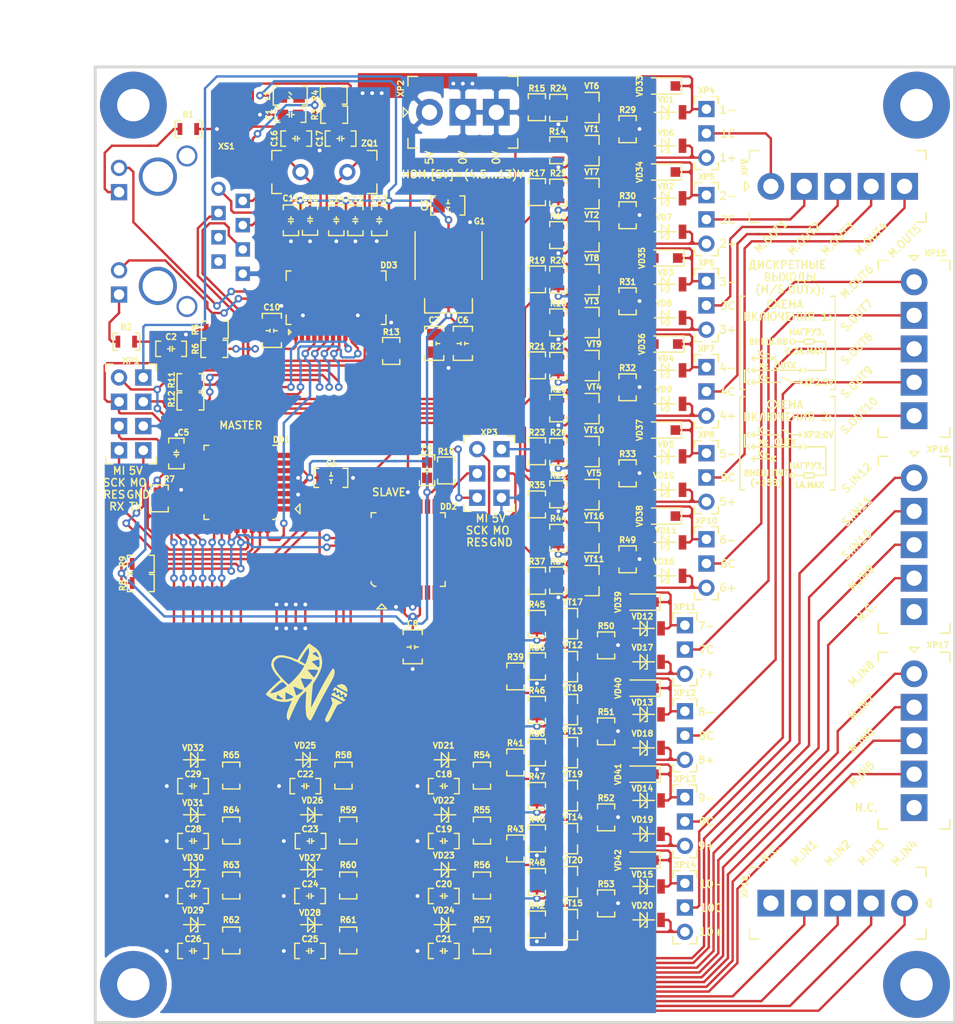
<source format=kicad_pcb>
(kicad_pcb (version 20171130) (host pcbnew "(5.1.12)-1")
  (layers (0 F.Cu signal) (31 B.Cu signal) (34 B.Paste user) (35 F.Paste user) (36 B.SilkS user) (37 F.SilkS user) (38 B.Mask user) (39 F.Mask user) (44 Edge.Cuts user))
  (net 0 "")
  (net 1 "Net-(DD1-Pad20)")
  (net 2 "Net-(DD2-Pad22)")
  (net 3 "Net-(DD2-Pad20)")
  (net 4 "Net-(DD2-Pad19)")
  (net 5 "Net-(DD2-Pad8)")
  (net 6 "Net-(DD2-Pad7)")
  (net 7 "Net-(DD2-Pad2)")
  (net 8 "Net-(DD3-Pad7)")
  (net 9 "Net-(DD3-Pad6)")
  (net 10 "Net-(DD3-Pad5)")
  (net 11 "Net-(DD3-Pad3)")
  (net 12 GND)
  (net 13 /EXR.CAP)
  (net 14 3V3)
  (net 15 /RES.M)
  (net 16 /RES.S)
  (net 17 /SCK.S)
  (net 18 /MISO.S)
  (net 19 /MOSI.S)
  (net 20 "Net-(R18-Pad2)")
  (net 21 5V)
  (net 22 /MC.OUT1)
  (net 23 "Net-(R19-Pad2)")
  (net 24 /MC.OUT2)
  (net 25 "Net-(R20-Pad2)")
  (net 26 /MC.OUT3)
  (net 27 "Net-(R21-Pad2)")
  (net 28 /MC.OUT4)
  (net 29 /MC.OUT5)
  (net 30 /DOUT1.NPN)
  (net 31 /DOUT2.NPN)
  (net 32 /DOUT3.NPN)
  (net 33 /DOUT4.NPN)
  (net 34 /DOUT5.NPN)
  (net 35 "Net-(R23-Pad2)")
  (net 36 /MC.OUT6)
  (net 37 /MC.OUT7)
  (net 38 /MC.OUT8)
  (net 39 /MC.OUT9)
  (net 40 /MC.OUT10)
  (net 41 /DOUT6.NPN)
  (net 42 /DOUT7.NPN)
  (net 43 /DOUT8.NPN)
  (net 44 /DOUT9.NPN)
  (net 45 /DOUT10.NPN)
  (net 46 /DOUT1.PNP)
  (net 47 /DOUT2.PNP)
  (net 48 /DOUT3.PNP)
  (net 49 /DOUT4.PNP)
  (net 50 /DOUT6.PNP)
  (net 51 /DOUT7.PNP)
  (net 52 /DOUT8.PNP)
  (net 53 /DOUT9.PNP)
  (net 54 /MC.DIN1)
  (net 55 /MC.DIN2)
  (net 56 /MC.DIN3)
  (net 57 /MC.DIN4)
  (net 58 /MC.DIN5)
  (net 59 /MC.DIN6)
  (net 60 /MC.DIN7)
  (net 61 /MC.DIN8)
  (net 62 /MC.DIN9)
  (net 63 /MC.DIN10)
  (net 64 /MC.DIN11)
  (net 65 /MC.DIN12)
  (net 66 /DIN1)
  (net 67 /DIN2)
  (net 68 /DIN3)
  (net 69 /DIN4)
  (net 70 /DIN5)
  (net 71 /DIN6)
  (net 72 /DIN7)
  (net 73 /DIN8)
  (net 74 /DIN9)
  (net 75 /DIN10)
  (net 76 /DIN11)
  (net 77 /DIN12)
  (net 78 "Net-(X1-Pad1)")
  (net 79 "Net-(X2-Pad1)")
  (net 80 /DOUT10.PNP)
  (net 81 /DOUT5.PNP)
  (net 82 /TX)
  (net 83 /RX)
  (net 84 /OSC2)
  (net 85 /OSC1)
  (net 86 /MID-TX)
  (net 87 /TPOUT+)
  (net 88 /TPOUT-)
  (net 89 /RBIAS)
  (net 90 /TPIN+)
  (net 91 /TPIN-)
  (net 92 /ETH.INT)
  (net 93 /SCL)
  (net 94 /SDA)
  (net 95 /ETH.CLK)
  (net 96 /ETH.MISO)
  (net 97 /ETH.MOSI)
  (net 98 /ETH.CS)
  (net 99 /LEDA)
  (net 100 /LEDB)
  (net 101 /ETH.RES)
  (net 102 "Net-(X3-Pad1)")
  (net 103 "Net-(X4-Pad1)")
  (net 104 /DOUT1)
  (net 105 /DOUT2)
  (net 106 /DOUT3)
  (net 107 /DOUT4)
  (net 108 /DOUT5)
  (net 109 /DOUT6)
  (net 110 /DOUT7)
  (net 111 /DOUT8)
  (net 112 /DOUT9)
  (net 113 /DOUT10)
  (net 114 "Net-(XP16-Pad5)")
  (net 115 "Net-(XP17-Pad5)")
  (net 116 "Net-(XP18-Pad5)")
  (net 117 "Net-(DD2-Pad24)")
  (net 118 "Net-(DD2-Pad23)")
  (net 119 "Net-(DD2-Pad10)")
  (net 120 "Net-(DD2-Pad9)")
  (net 121 "Net-(DD2-Pad26)")
  (net 122 "Net-(DD2-Pad25)")
  (net 123 "Net-(C2-Pad1)")
  (net 124 "Net-(R1-Pad1)")
  (net 125 "Net-(R2-Pad1)")
  (net 126 "Net-(R14-Pad2)")
  (net 127 "Net-(R15-Pad2)")
  (net 128 "Net-(R16-Pad2)")
  (net 129 "Net-(R17-Pad2)")
  (net 130 "Net-(R22-Pad2)")
  (net 131 "Net-(R34-Pad2)")
  (net 132 "Net-(R35-Pad2)")
  (net 133 "Net-(R36-Pad2)")
  (net 134 "Net-(R37-Pad2)")
  (net 135 "Net-(R38-Pad2)")
  (net 136 "Net-(R39-Pad2)")
  (net 137 "Net-(R40-Pad2)")
  (net 138 "Net-(R41-Pad2)")
  (net 139 "Net-(R42-Pad2)")
  (net 140 "Net-(R43-Pad2)")
  (net 141 "Net-(XS1-Pad7)")
  (net 142 "Net-(XS1-Pad5)")
  (net 143 "Net-(R29-Pad1)")
  (net 144 "Net-(R30-Pad1)")
  (net 145 "Net-(R31-Pad1)")
  (net 146 "Net-(R32-Pad1)")
  (net 147 "Net-(R33-Pad1)")
  (net 148 "Net-(R49-Pad1)")
  (net 149 "Net-(R50-Pad1)")
  (net 150 "Net-(R51-Pad1)")
  (net 151 "Net-(R52-Pad1)")
  (net 152 "Net-(R53-Pad1)")
  (module N_VD_HL:D_SOD-323_HandSoldering (layer F.Cu) (at 107.25 133 180)
    (fp_text reference VD42 (at 2.5 0 90) (layer F.SilkS) (effects (font (size 0.6 0.6))))
    (fp_text value Диод*75В*0,2А*SOD-323)
    (pad 2 smd rect (at 1.25 0 180) (size 1 1) (layers F.Cu F.Paste F.Mask) (net 152 "Net-(R53-Pad1)"))
    (pad 1 smd rect (at -1.25 0 180) (size 1 1) (layers F.Cu F.Paste F.Mask) (net 45 /DOUT10.NPN))
  )
  (module N_VD_HL:D_SOD-323_HandSoldering (layer F.Cu) (at 107.25 124 180)
    (fp_text reference VD41 (at 2.5 0 90) (layer F.SilkS) (effects (font (size 0.6 0.6))))
    (fp_text value Диод*75В*0,2А*SOD-323)
    (pad 2 smd rect (at 1.25 0 180) (size 1 1) (layers F.Cu F.Paste F.Mask) (net 151 "Net-(R52-Pad1)"))
    (pad 1 smd rect (at -1.25 0 180) (size 1 1) (layers F.Cu F.Paste F.Mask) (net 44 /DOUT9.NPN))
  )
  (module N_VD_HL:D_SOD-323_HandSoldering (layer F.Cu) (at 107.25 115 180)
    (fp_text reference VD40 (at 2.5 0 90) (layer F.SilkS) (effects (font (size 0.6 0.6))))
    (fp_text value Диод*75В*0,2А*SOD-323)
    (pad 2 smd rect (at 1.25 0 180) (size 1 1) (layers F.Cu F.Paste F.Mask) (net 150 "Net-(R51-Pad1)"))
    (pad 1 smd rect (at -1.25 0 180) (size 1 1) (layers F.Cu F.Paste F.Mask) (net 43 /DOUT8.NPN))
  )
  (module N_VD_HL:D_SOD-323_HandSoldering (layer F.Cu) (at 107.25 106 180)
    (fp_text reference VD39 (at 2.5 0 90) (layer F.SilkS) (effects (font (size 0.6 0.6))))
    (fp_text value Диод*75В*0,2А*SOD-323)
    (pad 2 smd rect (at 1.25 0 180) (size 1 1) (layers F.Cu F.Paste F.Mask) (net 149 "Net-(R50-Pad1)"))
    (pad 1 smd rect (at -1.25 0 180) (size 1 1) (layers F.Cu F.Paste F.Mask) (net 42 /DOUT7.NPN))
  )
  (module N_VD_HL:D_SOD-323_HandSoldering (layer F.Cu) (at 109.5 97 180)
    (fp_text reference VD38 (at 2.5 0 90) (layer F.SilkS) (effects (font (size 0.6 0.6))))
    (fp_text value Диод*75В*0,2А*SOD-323)
    (pad 2 smd rect (at 1.25 0 180) (size 1 1) (layers F.Cu F.Paste F.Mask) (net 148 "Net-(R49-Pad1)"))
    (pad 1 smd rect (at -1.25 0 180) (size 1 1) (layers F.Cu F.Paste F.Mask) (net 41 /DOUT6.NPN))
  )
  (module N_VD_HL:D_SOD-323_HandSoldering (layer F.Cu) (at 109.5 88 180)
    (fp_text reference VD37 (at 2.5 0 90) (layer F.SilkS) (effects (font (size 0.6 0.6))))
    (fp_text value Диод*75В*0,2А*SOD-323)
    (pad 2 smd rect (at 1.25 0 180) (size 1 1) (layers F.Cu F.Paste F.Mask) (net 147 "Net-(R33-Pad1)"))
    (pad 1 smd rect (at -1.25 0 180) (size 1 1) (layers F.Cu F.Paste F.Mask) (net 34 /DOUT5.NPN))
  )
  (module N_VD_HL:D_SOD-323_HandSoldering (layer F.Cu) (at 109.75 79 180)
    (fp_text reference VD36 (at 2.5 0 90) (layer F.SilkS) (effects (font (size 0.6 0.6))))
    (fp_text value Диод*75В*0,2А*SOD-323)
    (pad 2 smd rect (at 1.25 0 180) (size 1 1) (layers F.Cu F.Paste F.Mask) (net 146 "Net-(R32-Pad1)"))
    (pad 1 smd rect (at -1.25 0 180) (size 1 1) (layers F.Cu F.Paste F.Mask) (net 33 /DOUT4.NPN))
  )
  (module N_VD_HL:D_SOD-323_HandSoldering (layer F.Cu) (at 109.75 70 180)
    (fp_text reference VD35 (at 2.5 0 90) (layer F.SilkS) (effects (font (size 0.6 0.6))))
    (fp_text value Диод*75В*0,2А*SOD-323)
    (pad 2 smd rect (at 1.25 0 180) (size 1 1) (layers F.Cu F.Paste F.Mask) (net 145 "Net-(R31-Pad1)"))
    (pad 1 smd rect (at -1.25 0 180) (size 1 1) (layers F.Cu F.Paste F.Mask) (net 32 /DOUT3.NPN))
  )
  (module N_VD_HL:D_SOD-323_HandSoldering (layer F.Cu) (at 109.499999 61 180)
    (fp_text reference VD34 (at 2.499999 0 90) (layer F.SilkS) (effects (font (size 0.6 0.6))))
    (fp_text value Диод*75В*0,2А*SOD-323)
    (pad 2 smd rect (at 1.25 0 180) (size 1 1) (layers F.Cu F.Paste F.Mask) (net 144 "Net-(R30-Pad1)"))
    (pad 1 smd rect (at -1.25 0 180) (size 1 1) (layers F.Cu F.Paste F.Mask) (net 31 /DOUT2.NPN))
  )
  (module N_VD_HL:D_SOD-323_HandSoldering (layer F.Cu) (at 109.5 52 180)
    (fp_text reference VD33 (at 2.5 0 90) (layer F.SilkS) (effects (font (size 0.6 0.6))))
    (fp_text value Диод*75В*0,2А*SOD-323)
    (pad 2 smd rect (at 1.25 0 180) (size 1 1) (layers F.Cu F.Paste F.Mask) (net 143 "Net-(R29-Pad1)"))
    (pad 1 smd rect (at -1.25 0 180) (size 1 1) (layers F.Cu F.Paste F.Mask) (net 30 /DOUT1.NPN))
  )
  (module N_ICO:ni_10x10 (layer F.Cu) (at 72.75 115)
    (fp_text reference X5 hide)
    (fp_text value ico*LOGO_NIKITOS_10х10 hide)
  )
  (module N_RLC:Конденсатор_SMD_IEC_0805 (layer F.Cu) (at 85.5 78 270)
    (fp_text reference C7 (at -1.5 0) (layer F.SilkS) (effects (font (size 0.6 0.6))))
    (fp_text value Конденсатор*10мкФ*16В*0805 hide)
    (pad 1 smd rect (at 0 0 270) (size 1.2 1.5) (layers F.Cu F.Paste F.Mask) (net 14 3V3) (clearance 0.2))
    (pad 2 smd rect (at 1.85 0 270) (size 1.2 1.5) (layers F.Cu F.Paste F.Mask) (net 12 GND) (clearance 0.2))
  )
  (module N_RLC:Резистор_SMD_0603_0,065_Вт_pnp (layer F.Cu) (at 56.75 95.125 270)
    (fp_text reference R7 (at -2 -1 180) (layer F.SilkS) (effects (font (size 0.6 0.6))))
    (fp_text value Резистор*10кОм*0603)
    (pad 2 smd rect (at 0.875 0 270) (size 0.5 1.25) (layers F.Cu F.Paste F.Mask) (net 15 /RES.M) (clearance 0.2))
    (pad 1 smd rect (at -0.875 0 270) (size 0.5 1.25) (layers F.Cu F.Paste F.Mask) (net 14 3V3) (clearance 0.2))
  )
  (module N_RLC:Конденсатор_SMD_IEC_0603 (layer F.Cu) (at 84.75 92.2 90)
    (fp_text reference C9 (at 2.2 0 180) (layer F.SilkS) (effects (font (size 0.6 0.6))))
    (fp_text value Конденсатор*0,1мкФ*25В*0603)
    (pad 1 smd rect (at -0.8 0 90) (size 1.1 1.05) (layers F.Cu F.Paste F.Mask) (net 14 3V3) (clearance 0.2))
    (pad 2 smd rect (at 0.8 0 90) (size 1.1 1.05) (layers F.Cu F.Paste F.Mask) (net 12 GND) (clearance 0.2))
  )
  (module N_DD:микросхема_ATMEGA-8-161AU (layer F.Cu) (at 80 104.75 90)
    (fp_text reference DD2 (at 8.75 7) (layer F.SilkS) (effects (font (size 0.6 0.6))))
    (fp_text value МК*ATmega88*TQFP32)
    (pad 32 smd rect (at 1.45 -1.75 180) (size 1.5 0.55) (layers F.Cu F.Paste F.Mask) (net 64 /MC.DIN11))
    (pad 31 smd rect (at 2.25 -1.75 180) (size 1.5 0.55) (layers F.Cu F.Paste F.Mask) (net 63 /MC.DIN10))
    (pad 30 smd rect (at 3.05 -1.75 180) (size 1.5 0.55) (layers F.Cu F.Paste F.Mask) (net 62 /MC.DIN9))
    (pad 29 smd rect (at 3.85 -1.75 180) (size 1.5 0.55) (layers F.Cu F.Paste F.Mask) (net 16 /RES.S))
    (pad 28 smd rect (at 4.65 -1.75 180) (size 1.5 0.55) (layers F.Cu F.Paste F.Mask) (net 93 /SCL))
    (pad 27 smd rect (at 5.45 -1.75 180) (size 1.5 0.55) (layers F.Cu F.Paste F.Mask) (net 94 /SDA))
    (pad 26 smd rect (at 6.25 -1.75 180) (size 1.5 0.55) (layers F.Cu F.Paste F.Mask) (net 121 "Net-(DD2-Pad26)"))
    (pad 25 smd rect (at 7.05 -1.75 180) (size 1.5 0.55) (layers F.Cu F.Paste F.Mask) (net 122 "Net-(DD2-Pad25)"))
    (pad 24 smd rect (at 8.75 0 90) (size 1.5 0.55) (layers F.Cu F.Paste F.Mask) (net 117 "Net-(DD2-Pad24)"))
    (pad 23 smd rect (at 8.75 0.8 90) (size 1.5 0.55) (layers F.Cu F.Paste F.Mask) (net 118 "Net-(DD2-Pad23)"))
    (pad 22 smd rect (at 8.75 1.6 90) (size 1.5 0.55) (layers F.Cu F.Paste F.Mask) (net 2 "Net-(DD2-Pad22)"))
    (pad 21 smd rect (at 8.75 2.4 90) (size 1.5 0.55) (layers F.Cu F.Paste F.Mask) (net 12 GND))
    (pad 20 smd rect (at 8.75 3.2 90) (size 1.5 0.55) (layers F.Cu F.Paste F.Mask) (net 3 "Net-(DD2-Pad20)"))
    (pad 19 smd rect (at 8.75 4 90) (size 1.5 0.55) (layers F.Cu F.Paste F.Mask) (net 4 "Net-(DD2-Pad19)"))
    (pad 18 smd rect (at 8.75 4.8 90) (size 1.5 0.55) (layers F.Cu F.Paste F.Mask) (net 14 3V3))
    (pad 17 smd rect (at 8.75 5.6 90) (size 1.5 0.55) (layers F.Cu F.Paste F.Mask) (net 17 /SCK.S))
    (pad 16 smd rect (at 7.05 7.3 180) (size 1.5 0.55) (layers F.Cu F.Paste F.Mask) (net 18 /MISO.S))
    (pad 15 smd rect (at 6.25 7.3 180) (size 1.5 0.55) (layers F.Cu F.Paste F.Mask) (net 19 /MOSI.S))
    (pad 14 smd rect (at 5.45 7.3 180) (size 1.5 0.55) (layers F.Cu F.Paste F.Mask) (net 37 /MC.OUT7))
    (pad 13 smd rect (at 4.65 7.3 180) (size 1.5 0.55) (layers F.Cu F.Paste F.Mask) (net 38 /MC.OUT8))
    (pad 12 smd rect (at 3.85 7.3 180) (size 1.5 0.55) (layers F.Cu F.Paste F.Mask) (net 39 /MC.OUT9))
    (pad 11 smd rect (at 3.05 7.3 180) (size 1.5 0.55) (layers F.Cu F.Paste F.Mask) (net 40 /MC.OUT10))
    (pad 10 smd rect (at 2.25 7.3 180) (size 1.5 0.55) (layers F.Cu F.Paste F.Mask) (net 119 "Net-(DD2-Pad10)"))
    (pad 9 smd rect (at 1.45 7.3 180) (size 1.5 0.55) (layers F.Cu F.Paste F.Mask) (net 120 "Net-(DD2-Pad9)"))
    (pad 8 smd rect (at -0.25 5.6 90) (size 1.5 0.55) (layers F.Cu F.Paste F.Mask) (net 5 "Net-(DD2-Pad8)"))
    (pad 7 smd rect (at -0.25 4.8 90) (size 1.5 0.55) (layers F.Cu F.Paste F.Mask) (net 6 "Net-(DD2-Pad7)"))
    (pad 6 smd rect (at -0.25 4 90) (size 1.5 0.55) (layers F.Cu F.Paste F.Mask) (net 14 3V3))
    (pad 5 smd rect (at -0.25 3.2 90) (size 1.5 0.55) (layers F.Cu F.Paste F.Mask) (net 12 GND))
    (pad 4 smd rect (at -0.25 2.4 90) (size 1.5 0.55) (layers F.Cu F.Paste F.Mask) (net 14 3V3))
    (pad 3 smd rect (at -0.25 1.6 90) (size 1.5 0.55) (layers F.Cu F.Paste F.Mask) (net 12 GND))
    (pad 2 smd rect (at -0.25 0.8 90) (size 1.5 0.55) (layers F.Cu F.Paste F.Mask) (net 7 "Net-(DD2-Pad2)"))
    (pad 1 smd rect (at -0.25 0 90) (size 1.5 0.55) (layers F.Cu F.Paste F.Mask) (net 65 /MC.DIN12))
  )
  (module N_RLC:Резистор_SMD_0603_0,065_Вт_pnp (layer F.Cu) (at 54.75 104)
    (fp_text reference R8 (at -1.875 0.25 90) (layer F.SilkS) (effects (font (size 0.6 0.6))))
    (fp_text value Резистор*10кОм*0603)
    (pad 2 smd rect (at 0.875 0) (size 0.5 1.25) (layers F.Cu F.Paste F.Mask) (net 94 /SDA) (clearance 0.2))
    (pad 1 smd rect (at -0.875 0) (size 0.5 1.25) (layers F.Cu F.Paste F.Mask) (net 14 3V3) (clearance 0.2))
  )
  (module N_RLC:Конденсатор_SMD_IEC_0603 (layer F.Cu) (at 58.5 90.45 90)
    (fp_text reference C5 (at 2.200001 0.75) (layer F.SilkS) (effects (font (size 0.6 0.6))))
    (fp_text value Конденсатор*0,1мкФ*25В*0603)
    (pad 1 smd rect (at -0.8 0 90) (size 1.1 1.05) (layers F.Cu F.Paste F.Mask) (net 14 3V3) (clearance 0.2))
    (pad 2 smd rect (at 0.8 0 90) (size 1.1 1.05) (layers F.Cu F.Paste F.Mask) (net 12 GND) (clearance 0.2))
  )
  (module N_RLC:Резистор_SMD_0603_0,065_Вт_pnp (layer F.Cu) (at 54.75 102)
    (fp_text reference R9 (at -1.875 -0.25 90) (layer F.SilkS) (effects (font (size 0.6 0.6))))
    (fp_text value Резистор*10кОм*0603)
    (pad 2 smd rect (at 0.875 0) (size 0.5 1.25) (layers F.Cu F.Paste F.Mask) (net 93 /SCL) (clearance 0.2))
    (pad 1 smd rect (at -0.875 0) (size 0.5 1.25) (layers F.Cu F.Paste F.Mask) (net 14 3V3) (clearance 0.2))
  )
  (module N_X:Вилка_PLD6_вертикальная_AB (layer F.Cu) (at 90 90 270)
    (fp_text reference XP3 (at -1.75 -1.25 180) (layer F.SilkS) (effects (font (size 0.6 0.6))))
    (fp_text value Вилка*PLD*6контактов*2ряда*вертикальная*AVR)
    (pad 3B thru_hole rect (at 5.08 -2.54 270) (size 1.7 1.7) (drill 1) (layers *.Cu *.Mask) (net 12 GND))
    (pad 2B thru_hole rect (at 2.54 -2.54 270) (size 1.7 1.7) (drill 1) (layers *.Cu *.Mask) (net 19 /MOSI.S))
    (pad 1B thru_hole rect (at 0 -2.54 270) (size 1.7 1.7) (drill 1) (layers *.Cu *.Mask) (net 21 5V))
    (pad 3A thru_hole rect (at 5.08 0 270) (size 1.7 1.7) (drill 1) (layers *.Cu *.Mask) (net 16 /RES.S))
    (pad 2A thru_hole rect (at 2.54 0 270) (size 1.7 1.7) (drill 1) (layers *.Cu *.Mask) (net 17 /SCK.S))
    (pad 1A thru_hole circle (at 0 0 270) (size 1.7 1.7) (drill 1) (layers *.Cu *.Mask) (net 18 /MISO.S))
  )
  (module N_RLC:Конденсатор_SMD_IEC_0805 (layer F.Cu) (at 73.75 93)
    (fp_text reference C4 (at 1 -1.5 180) (layer F.SilkS) (effects (font (size 0.6 0.6))))
    (fp_text value Конденсатор*10мкФ*16В*0805 hide)
    (pad 1 smd rect (at 0 0) (size 1.2 1.5) (layers F.Cu F.Paste F.Mask) (net 14 3V3) (clearance 0.2))
    (pad 2 smd rect (at 1.85 0) (size 1.2 1.5) (layers F.Cu F.Paste F.Mask) (net 12 GND) (clearance 0.2))
  )
  (module N_RLC:Резистор_SMD_0603_0,065_Вт_pnp (layer F.Cu) (at 86.75 92.25 90)
    (fp_text reference R10 (at 2 0 180) (layer F.SilkS) (effects (font (size 0.6 0.6))))
    (fp_text value Резистор*10кОм*0603)
    (pad 2 smd rect (at 0.875 0 90) (size 0.5 1.25) (layers F.Cu F.Paste F.Mask) (net 16 /RES.S) (clearance 0.2))
    (pad 1 smd rect (at -0.875 0 90) (size 0.5 1.25) (layers F.Cu F.Paste F.Mask) (net 14 3V3) (clearance 0.2))
  )
  (module N_RLC:Конденсатор_SMD_IEC_0805 (layer F.Cu) (at 83.25 109.75 270)
    (fp_text reference C8 (at -1.5 0 180) (layer F.SilkS) (effects (font (size 0.6 0.6))))
    (fp_text value Конденсатор*10мкФ*16В*0805 hide)
    (pad 1 smd rect (at 0 0 270) (size 1.2 1.5) (layers F.Cu F.Paste F.Mask) (net 14 3V3) (clearance 0.2))
    (pad 2 smd rect (at 1.85 0 270) (size 1.2 1.5) (layers F.Cu F.Paste F.Mask) (net 12 GND) (clearance 0.2))
  )
  (module N_X:Вилка_PLD8_вертикальная_AB (layer F.Cu) (at 52.5 82.5 270)
    (fp_text reference XP1 (at -1.75 -1.25 180) (layer F.SilkS) (effects (font (size 0.6 0.6))))
    (fp_text value Вилка*PLD*8контактов*2ряда*вертикальная*AVR+UART)
    (pad 4A thru_hole rect (at 7.62 0 270) (size 1.7 1.7) (drill 1) (layers *.Cu *.Mask) (net 83 /RX))
    (pad 4B thru_hole rect (at 7.62 -2.54 270) (size 1.7 1.7) (drill 1) (layers *.Cu *.Mask) (net 82 /TX))
    (pad 3B thru_hole rect (at 5.08 -2.54 270) (size 1.7 1.7) (drill 1) (layers *.Cu *.Mask) (net 12 GND))
    (pad 2B thru_hole rect (at 2.54 -2.54 270) (size 1.7 1.7) (drill 1) (layers *.Cu *.Mask) (net 97 /ETH.MOSI))
    (pad 1B thru_hole rect (at 0 -2.54 270) (size 1.7 1.7) (drill 1) (layers *.Cu *.Mask) (net 21 5V))
    (pad 3A thru_hole rect (at 5.08 0 270) (size 1.7 1.7) (drill 1) (layers *.Cu *.Mask) (net 15 /RES.M))
    (pad 2A thru_hole rect (at 2.54 0 270) (size 1.7 1.7) (drill 1) (layers *.Cu *.Mask) (net 95 /ETH.CLK))
    (pad 1A thru_hole circle (at 0 0 270) (size 1.7 1.7) (drill 1) (layers *.Cu *.Mask) (net 96 /ETH.MISO))
  )
  (module N_RLC:Конденсатор_SMD_IEC_0805 (layer F.Cu) (at 88.5 78 270)
    (fp_text reference C6 (at -1.5 0) (layer F.SilkS) (effects (font (size 0.6 0.6))))
    (fp_text value Конденсатор*10мкФ*16В*0805 hide)
    (pad 1 smd rect (at 0 0 270) (size 1.2 1.5) (layers F.Cu F.Paste F.Mask) (net 14 3V3) (clearance 0.2))
    (pad 2 smd rect (at 1.85 0 270) (size 1.2 1.5) (layers F.Cu F.Paste F.Mask) (net 12 GND) (clearance 0.2))
  )
  (module N_VD_HL:Транзистор_NPN_SOT223_pnp (layer F.Cu) (at 87 71.15 270)
    (fp_text reference G1 (at -5 -3.25 180) (layer F.SilkS) (effects (font (size 0.6 0.6))))
    (fp_text value LDO*вход_18Вmax*выход_3,3В*ток_1,2АSOT-223)
    (pad 3 smd rect (at -3.15 2.25 180) (size 1.5 2) (layers F.Cu F.Paste F.Mask) (net 21 5V) (clearance 0.2))
    (pad 1 smd rect (at -3.15 -2.25 180) (size 1.5 2) (layers F.Cu F.Paste F.Mask) (net 12 GND) (clearance 0.2))
    (pad 2 smd rect (at -3.15 0 180) (size 1.5 2) (layers F.Cu F.Paste F.Mask) (net 14 3V3) (clearance 0.2))
    (pad 4 smd rect (at 3.1 0 180) (size 4 2) (layers F.Cu F.Paste F.Mask) (net 14 3V3) (clearance 0.2))
  )
  (module N_RLC:Конденсатор_SMD_IEC_0805 (layer F.Cu) (at 86 64.5)
    (fp_text reference C3 (at -1.5 0 270) (layer F.SilkS) (effects (font (size 0.6 0.6))))
    (fp_text value Конденсатор*10мкФ*16В*0805 hide)
    (pad 1 smd rect (at 0 0) (size 1.2 1.5) (layers F.Cu F.Paste F.Mask) (net 21 5V) (clearance 0.2))
    (pad 2 smd rect (at 1.85 0) (size 1.2 1.5) (layers F.Cu F.Paste F.Mask) (net 12 GND) (clearance 0.2))
  )
  (module N_DD:микросхема_ATMEGA-8-161AU (layer F.Cu) (at 69.5 96.25 180)
    (fp_text reference DD1 (at 0 7.25 180) (layer F.SilkS) (effects (font (size 0.6 0.6))))
    (fp_text value МК*ATmega168*TQFP32)
    (pad 32 smd rect (at 1.45 -1.75 270) (size 1.5 0.55) (layers F.Cu F.Paste F.Mask) (net 92 /ETH.INT))
    (pad 31 smd rect (at 2.25 -1.75 270) (size 1.5 0.55) (layers F.Cu F.Paste F.Mask) (net 82 /TX))
    (pad 30 smd rect (at 3.05 -1.75 270) (size 1.5 0.55) (layers F.Cu F.Paste F.Mask) (net 83 /RX))
    (pad 29 smd rect (at 3.85 -1.75 270) (size 1.5 0.55) (layers F.Cu F.Paste F.Mask) (net 15 /RES.M))
    (pad 28 smd rect (at 4.65 -1.75 270) (size 1.5 0.55) (layers F.Cu F.Paste F.Mask) (net 93 /SCL))
    (pad 27 smd rect (at 5.45 -1.75 270) (size 1.5 0.55) (layers F.Cu F.Paste F.Mask) (net 94 /SDA))
    (pad 26 smd rect (at 6.25 -1.75 270) (size 1.5 0.55) (layers F.Cu F.Paste F.Mask) (net 59 /MC.DIN6))
    (pad 25 smd rect (at 7.05 -1.75 270) (size 1.5 0.55) (layers F.Cu F.Paste F.Mask) (net 58 /MC.DIN5))
    (pad 24 smd rect (at 8.75 0 180) (size 1.5 0.55) (layers F.Cu F.Paste F.Mask) (net 54 /MC.DIN1))
    (pad 23 smd rect (at 8.75 0.8 180) (size 1.5 0.55) (layers F.Cu F.Paste F.Mask) (net 55 /MC.DIN2))
    (pad 22 smd rect (at 8.75 1.6 180) (size 1.5 0.55) (layers F.Cu F.Paste F.Mask) (net 56 /MC.DIN3))
    (pad 21 smd rect (at 8.75 2.4 180) (size 1.5 0.55) (layers F.Cu F.Paste F.Mask) (net 12 GND))
    (pad 20 smd rect (at 8.75 3.2 180) (size 1.5 0.55) (layers F.Cu F.Paste F.Mask) (net 1 "Net-(DD1-Pad20)"))
    (pad 19 smd rect (at 8.75 4 180) (size 1.5 0.55) (layers F.Cu F.Paste F.Mask) (net 57 /MC.DIN4))
    (pad 18 smd rect (at 8.75 4.8 180) (size 1.5 0.55) (layers F.Cu F.Paste F.Mask) (net 14 3V3))
    (pad 17 smd rect (at 8.75 5.6 180) (size 1.5 0.55) (layers F.Cu F.Paste F.Mask) (net 95 /ETH.CLK))
    (pad 16 smd rect (at 7.05 7.3 270) (size 1.5 0.55) (layers F.Cu F.Paste F.Mask) (net 96 /ETH.MISO))
    (pad 15 smd rect (at 6.25 7.3 270) (size 1.5 0.55) (layers F.Cu F.Paste F.Mask) (net 97 /ETH.MOSI))
    (pad 14 smd rect (at 5.45 7.3 270) (size 1.5 0.55) (layers F.Cu F.Paste F.Mask) (net 98 /ETH.CS))
    (pad 13 smd rect (at 4.65 7.3 270) (size 1.5 0.55) (layers F.Cu F.Paste F.Mask) (net 101 /ETH.RES))
    (pad 12 smd rect (at 3.85 7.3 270) (size 1.5 0.55) (layers F.Cu F.Paste F.Mask) (net 22 /MC.OUT1))
    (pad 11 smd rect (at 3.05 7.3 270) (size 1.5 0.55) (layers F.Cu F.Paste F.Mask) (net 24 /MC.OUT2))
    (pad 10 smd rect (at 2.25 7.3 270) (size 1.5 0.55) (layers F.Cu F.Paste F.Mask) (net 26 /MC.OUT3))
    (pad 9 smd rect (at 1.45 7.3 270) (size 1.5 0.55) (layers F.Cu F.Paste F.Mask) (net 28 /MC.OUT4))
    (pad 8 smd rect (at -0.25 5.6 180) (size 1.5 0.55) (layers F.Cu F.Paste F.Mask) (net 29 /MC.OUT5))
    (pad 7 smd rect (at -0.25 4.8 180) (size 1.5 0.55) (layers F.Cu F.Paste F.Mask) (net 36 /MC.OUT6))
    (pad 6 smd rect (at -0.25 4 180) (size 1.5 0.55) (layers F.Cu F.Paste F.Mask) (net 14 3V3))
    (pad 5 smd rect (at -0.25 3.2 180) (size 1.5 0.55) (layers F.Cu F.Paste F.Mask) (net 12 GND))
    (pad 4 smd rect (at -0.25 2.4 180) (size 1.5 0.55) (layers F.Cu F.Paste F.Mask) (net 14 3V3))
    (pad 3 smd rect (at -0.25 1.6 180) (size 1.5 0.55) (layers F.Cu F.Paste F.Mask) (net 12 GND))
    (pad 2 smd rect (at -0.25 0.8 180) (size 1.5 0.55) (layers F.Cu F.Paste F.Mask) (net 61 /MC.DIN8))
    (pad 1 smd rect (at -0.25 0 180) (size 1.5 0.55) (layers F.Cu F.Paste F.Mask) (net 60 /MC.DIN7))
  )
  (module N_RLC:Резистор_SMD_0603_0,065_Вт_pnp (layer F.Cu) (at 60 85 180)
    (fp_text reference R12 (at 2 0.25 90) (layer F.SilkS) (effects (font (size 0.6 0.6))))
    (fp_text value Резистор*1кОм*0603)
    (pad 2 smd rect (at 0.875 0 180) (size 0.5 1.25) (layers F.Cu F.Paste F.Mask) (net 97 /ETH.MOSI) (clearance 0.2))
    (pad 1 smd rect (at -0.875 0 180) (size 0.5 1.25) (layers F.Cu F.Paste F.Mask) (net 8 "Net-(DD3-Pad7)") (clearance 0.2))
  )
  (module N_RLC:Резистор_SMD_0603_0,065_Вт_pnp (layer F.Cu) (at 53.25 78.75)
    (fp_text reference R2 (at 0 -1.5) (layer F.SilkS) (effects (font (size 0.6 0.6))))
    (fp_text value Резистор*1кОм*0603)
    (pad 2 smd rect (at 0.875 0) (size 0.5 1.25) (layers F.Cu F.Paste F.Mask) (net 12 GND) (clearance 0.2))
    (pad 1 smd rect (at -0.875 0) (size 0.5 1.25) (layers F.Cu F.Paste F.Mask) (net 125 "Net-(R2-Pad1)") (clearance 0.2))
  )
  (module N_RLC:Резистор_SMD_0603_0,065_Вт_pnp (layer F.Cu) (at 59.75 56.5)
    (fp_text reference R1 (at 0 -1.5) (layer F.SilkS) (effects (font (size 0.6 0.6))))
    (fp_text value Резистор*1кОм*0603)
    (pad 2 smd rect (at 0.875 0) (size 0.5 1.25) (layers F.Cu F.Paste F.Mask) (net 12 GND) (clearance 0.2))
    (pad 1 smd rect (at -0.875 0) (size 0.5 1.25) (layers F.Cu F.Paste F.Mask) (net 124 "Net-(R1-Pad1)") (clearance 0.2))
  )
  (module N_RLC:Резистор_SMD_0603_0,065_Вт_pnp (layer F.Cu) (at 60 83 180)
    (fp_text reference R11 (at 2 0.25 90) (layer F.SilkS) (effects (font (size 0.6 0.6))))
    (fp_text value Резистор*1кОм*0603)
    (pad 2 smd rect (at 0.875 0 180) (size 0.5 1.25) (layers F.Cu F.Paste F.Mask) (net 96 /ETH.MISO) (clearance 0.2))
    (pad 1 smd rect (at -0.875 0 180) (size 0.5 1.25) (layers F.Cu F.Paste F.Mask) (net 9 "Net-(DD3-Pad6)") (clearance 0.2))
  )
  (module N_X:Клеммник_15EDGVC-3.5-03P (layer F.Cu) (at 85 54.75)
    (fp_text reference XP2 (at -3 -2.5 90) (layer F.SilkS) (effects (font (size 0.6 0.6))))
    (fp_text value Клеммник*шаг_3,5*3контактов*1ряд*вертикальная)
    (pad 3 thru_hole rect (at 7 0) (size 2.8 2.8) (drill 1.6) (layers *.Cu *.Mask) (net 12 GND))
    (pad 2 thru_hole rect (at 3.5 0) (size 2.8 2.8) (drill 1.6) (layers *.Cu *.Mask) (net 12 GND))
    (pad 1 thru_hole circle (at 0 0) (size 2.8 2.8) (drill 1.6) (layers *.Cu *.Mask) (net 21 5V))
  )
  (module N_X:Клеммник_15EDGVC-3.5-05P (layer F.Cu) (at 135.75 113.5 270)
    (fp_text reference XP17 (at -3 -2.5 180) (layer F.SilkS) (effects (font (size 0.6 0.6))))
    (fp_text value Клеммник*шаг_3,5*5контактов*1ряд*вертикальная)
    (pad 5 thru_hole rect (at 14 0 270) (size 2.8 2.8) (drill 1.6) (layers *.Cu *.Mask) (net 115 "Net-(XP17-Pad5)"))
    (pad 4 thru_hole rect (at 10.5 0 270) (size 2.8 2.8) (drill 1.6) (layers *.Cu *.Mask) (net 70 /DIN5))
    (pad 3 thru_hole rect (at 7 0 270) (size 2.8 2.8) (drill 1.6) (layers *.Cu *.Mask) (net 71 /DIN6))
    (pad 2 thru_hole rect (at 3.5 0 270) (size 2.8 2.8) (drill 1.6) (layers *.Cu *.Mask) (net 72 /DIN7))
    (pad 1 thru_hole circle (at 0 0 270) (size 2.8 2.8) (drill 1.6) (layers *.Cu *.Mask) (net 73 /DIN8))
  )
  (module N_X:Клеммник_15EDGVC-3.5-05P (layer F.Cu) (at 135.75 93 270)
    (fp_text reference XP16 (at -3 -2.5 180) (layer F.SilkS) (effects (font (size 0.6 0.6))))
    (fp_text value Клеммник*шаг_3,5*5контактов*1ряд*вертикальная)
    (pad 5 thru_hole rect (at 14 0 270) (size 2.8 2.8) (drill 1.6) (layers *.Cu *.Mask) (net 114 "Net-(XP16-Pad5)"))
    (pad 4 thru_hole rect (at 10.5 0 270) (size 2.8 2.8) (drill 1.6) (layers *.Cu *.Mask) (net 74 /DIN9))
    (pad 3 thru_hole rect (at 7 0 270) (size 2.8 2.8) (drill 1.6) (layers *.Cu *.Mask) (net 75 /DIN10))
    (pad 2 thru_hole rect (at 3.5 0 270) (size 2.8 2.8) (drill 1.6) (layers *.Cu *.Mask) (net 76 /DIN11))
    (pad 1 thru_hole circle (at 0 0 270) (size 2.8 2.8) (drill 1.6) (layers *.Cu *.Mask) (net 77 /DIN12))
  )
  (module N_X:Клеммник_15EDGVC-3.5-05P (layer F.Cu) (at 134.75 137.5 180)
    (fp_text reference XP18 (at 16.75 1.75 90) (layer F.SilkS) (effects (font (size 0.6 0.6))))
    (fp_text value Клеммник*шаг_3,5*5контактов*1ряд*вертикальная)
    (pad 5 thru_hole rect (at 14 0 180) (size 2.8 2.8) (drill 1.6) (layers *.Cu *.Mask) (net 116 "Net-(XP18-Pad5)"))
    (pad 4 thru_hole rect (at 10.5 0 180) (size 2.8 2.8) (drill 1.6) (layers *.Cu *.Mask) (net 66 /DIN1))
    (pad 3 thru_hole rect (at 7 0 180) (size 2.8 2.8) (drill 1.6) (layers *.Cu *.Mask) (net 67 /DIN2))
    (pad 2 thru_hole rect (at 3.5 0 180) (size 2.8 2.8) (drill 1.6) (layers *.Cu *.Mask) (net 68 /DIN3))
    (pad 1 thru_hole circle (at 0 0 180) (size 2.8 2.8) (drill 1.6) (layers *.Cu *.Mask) (net 69 /DIN4))
  )
  (module N_X:Клеммник_15EDGVC-3.5-05P (layer F.Cu) (at 135.75 72.5 270)
    (fp_text reference XP15 (at -3 -2.25 180) (layer F.SilkS) (effects (font (size 0.6 0.6))))
    (fp_text value Клеммник*шаг_3,5*5контактов*1ряд*вертикальная)
    (pad 5 thru_hole rect (at 14 0 270) (size 2.8 2.8) (drill 1.6) (layers *.Cu *.Mask) (net 113 /DOUT10))
    (pad 4 thru_hole rect (at 10.5 0 270) (size 2.8 2.8) (drill 1.6) (layers *.Cu *.Mask) (net 112 /DOUT9))
    (pad 3 thru_hole rect (at 7 0 270) (size 2.8 2.8) (drill 1.6) (layers *.Cu *.Mask) (net 111 /DOUT8))
    (pad 2 thru_hole rect (at 3.5 0 270) (size 2.8 2.8) (drill 1.6) (layers *.Cu *.Mask) (net 110 /DOUT7))
    (pad 1 thru_hole circle (at 0 0 270) (size 2.8 2.8) (drill 1.6) (layers *.Cu *.Mask) (net 109 /DOUT6))
  )
  (module N_X:Клеммник_15EDGVC-3.5-05P (layer F.Cu) (at 120.75 62.5)
    (fp_text reference XP9 (at -2.75 -2 90) (layer F.SilkS) (effects (font (size 0.6 0.6))))
    (fp_text value Клеммник*шаг_3,5*5контактов*1ряд*вертикальная)
    (pad 5 thru_hole rect (at 14 0) (size 2.8 2.8) (drill 1.6) (layers *.Cu *.Mask) (net 108 /DOUT5))
    (pad 4 thru_hole rect (at 10.5 0) (size 2.8 2.8) (drill 1.6) (layers *.Cu *.Mask) (net 107 /DOUT4))
    (pad 3 thru_hole rect (at 7 0) (size 2.8 2.8) (drill 1.6) (layers *.Cu *.Mask) (net 106 /DOUT3))
    (pad 2 thru_hole rect (at 3.5 0) (size 2.8 2.8) (drill 1.6) (layers *.Cu *.Mask) (net 105 /DOUT2))
    (pad 1 thru_hole circle (at 0 0) (size 2.8 2.8) (drill 1.6) (layers *.Cu *.Mask) (net 104 /DOUT1))
  )
  (module N_X:Вилка_PLS3_вертикальная (layer F.Cu) (at 111.75 140.5 90)
    (fp_text reference XP14 (at 7 0 180) (layer F.SilkS) (effects (font (size 0.6 0.6))))
    (fp_text value Вилка*PLS*3контактов*1ряд*вертикальная)
    (pad 3 thru_hole rect (at 5.08 0 90) (size 1.7 1.7) (drill 1) (layers *.Cu *.Mask) (net 45 /DOUT10.NPN))
    (pad 2 thru_hole rect (at 2.54 0 90) (size 1.7 1.7) (drill 1) (layers *.Cu *.Mask) (net 113 /DOUT10))
    (pad 1 thru_hole circle (at 0 0 90) (size 1.7 1.7) (drill 1) (layers *.Cu *.Mask) (net 80 /DOUT10.PNP))
  )
  (module N_X:Вилка_PLS3_вертикальная (layer F.Cu) (at 111.75 131.5 90)
    (fp_text reference XP13 (at 7 0 180) (layer F.SilkS) (effects (font (size 0.6 0.6))))
    (fp_text value Вилка*PLS*3контактов*1ряд*вертикальная)
    (pad 3 thru_hole rect (at 5.08 0 90) (size 1.7 1.7) (drill 1) (layers *.Cu *.Mask) (net 44 /DOUT9.NPN))
    (pad 2 thru_hole rect (at 2.54 0 90) (size 1.7 1.7) (drill 1) (layers *.Cu *.Mask) (net 112 /DOUT9))
    (pad 1 thru_hole circle (at 0 0 90) (size 1.7 1.7) (drill 1) (layers *.Cu *.Mask) (net 53 /DOUT9.PNP))
  )
  (module N_X:Вилка_PLS3_вертикальная (layer F.Cu) (at 111.75 122.5 90)
    (fp_text reference XP12 (at 7 0 180) (layer F.SilkS) (effects (font (size 0.6 0.6))))
    (fp_text value Вилка*PLS*3контактов*1ряд*вертикальная)
    (pad 3 thru_hole rect (at 5.08 0 90) (size 1.7 1.7) (drill 1) (layers *.Cu *.Mask) (net 43 /DOUT8.NPN))
    (pad 2 thru_hole rect (at 2.54 0 90) (size 1.7 1.7) (drill 1) (layers *.Cu *.Mask) (net 111 /DOUT8))
    (pad 1 thru_hole circle (at 0 0 90) (size 1.7 1.7) (drill 1) (layers *.Cu *.Mask) (net 52 /DOUT8.PNP))
  )
  (module N_X:Вилка_PLS3_вертикальная (layer F.Cu) (at 111.75 113.5 90)
    (fp_text reference XP11 (at 7 0 180) (layer F.SilkS) (effects (font (size 0.6 0.6))))
    (fp_text value Вилка*PLS*3контактов*1ряд*вертикальная)
    (pad 3 thru_hole rect (at 5.08 0 90) (size 1.7 1.7) (drill 1) (layers *.Cu *.Mask) (net 42 /DOUT7.NPN))
    (pad 2 thru_hole rect (at 2.54 0 90) (size 1.7 1.7) (drill 1) (layers *.Cu *.Mask) (net 110 /DOUT7))
    (pad 1 thru_hole circle (at 0 0 90) (size 1.7 1.7) (drill 1) (layers *.Cu *.Mask) (net 51 /DOUT7.PNP))
  )
  (module N_X:Вилка_PLS3_вертикальная (layer F.Cu) (at 114 104.5 90)
    (fp_text reference XP10 (at 7 0 180) (layer F.SilkS) (effects (font (size 0.6 0.6))))
    (fp_text value Вилка*PLS*3контактов*1ряд*вертикальная)
    (pad 3 thru_hole rect (at 5.08 0 90) (size 1.7 1.7) (drill 1) (layers *.Cu *.Mask) (net 41 /DOUT6.NPN))
    (pad 2 thru_hole rect (at 2.54 0 90) (size 1.7 1.7) (drill 1) (layers *.Cu *.Mask) (net 109 /DOUT6))
    (pad 1 thru_hole circle (at 0 0 90) (size 1.7 1.7) (drill 1) (layers *.Cu *.Mask) (net 50 /DOUT6.PNP))
  )
  (module N_X:Вилка_PLS3_вертикальная (layer F.Cu) (at 114 95.5 90)
    (fp_text reference XP8 (at 7 0 180) (layer F.SilkS) (effects (font (size 0.6 0.6))))
    (fp_text value Вилка*PLS*3контактов*1ряд*вертикальная)
    (pad 3 thru_hole rect (at 5.08 0 90) (size 1.7 1.7) (drill 1) (layers *.Cu *.Mask) (net 34 /DOUT5.NPN))
    (pad 2 thru_hole rect (at 2.54 0 90) (size 1.7 1.7) (drill 1) (layers *.Cu *.Mask) (net 108 /DOUT5))
    (pad 1 thru_hole circle (at 0 0 90) (size 1.7 1.7) (drill 1) (layers *.Cu *.Mask) (net 81 /DOUT5.PNP))
  )
  (module N_X:Вилка_PLS3_вертикальная (layer F.Cu) (at 114 86.5 90)
    (fp_text reference XP7 (at 7 0 180) (layer F.SilkS) (effects (font (size 0.6 0.6))))
    (fp_text value Вилка*PLS*3контактов*1ряд*вертикальная)
    (pad 3 thru_hole rect (at 5.08 0 90) (size 1.7 1.7) (drill 1) (layers *.Cu *.Mask) (net 33 /DOUT4.NPN))
    (pad 2 thru_hole rect (at 2.54 0 90) (size 1.7 1.7) (drill 1) (layers *.Cu *.Mask) (net 107 /DOUT4))
    (pad 1 thru_hole circle (at 0 0 90) (size 1.7 1.7) (drill 1) (layers *.Cu *.Mask) (net 49 /DOUT4.PNP))
  )
  (module N_X:Вилка_PLS3_вертикальная (layer F.Cu) (at 114 77.5 90)
    (fp_text reference XP6 (at 7 0 180) (layer F.SilkS) (effects (font (size 0.6 0.6))))
    (fp_text value Вилка*PLS*3контактов*1ряд*вертикальная)
    (pad 3 thru_hole rect (at 5.08 0 90) (size 1.7 1.7) (drill 1) (layers *.Cu *.Mask) (net 32 /DOUT3.NPN))
    (pad 2 thru_hole rect (at 2.54 0 90) (size 1.7 1.7) (drill 1) (layers *.Cu *.Mask) (net 106 /DOUT3))
    (pad 1 thru_hole circle (at 0 0 90) (size 1.7 1.7) (drill 1) (layers *.Cu *.Mask) (net 48 /DOUT3.PNP))
  )
  (module N_X:Вилка_PLS3_вертикальная (layer F.Cu) (at 114 68.5 90)
    (fp_text reference XP5 (at 7 0 180) (layer F.SilkS) (effects (font (size 0.6 0.6))))
    (fp_text value Вилка*PLS*3контактов*1ряд*вертикальная)
    (pad 3 thru_hole rect (at 5.08 0 90) (size 1.7 1.7) (drill 1) (layers *.Cu *.Mask) (net 31 /DOUT2.NPN))
    (pad 2 thru_hole rect (at 2.54 0 90) (size 1.7 1.7) (drill 1) (layers *.Cu *.Mask) (net 105 /DOUT2))
    (pad 1 thru_hole circle (at 0 0 90) (size 1.7 1.7) (drill 1) (layers *.Cu *.Mask) (net 47 /DOUT2.PNP))
  )
  (module N_X:Вилка_PLS3_вертикальная (layer F.Cu) (at 114 59.5 90)
    (fp_text reference XP4 (at 7.04 0 180) (layer F.SilkS) (effects (font (size 0.6 0.6))))
    (fp_text value Вилка*PLS*3контактов*1ряд*вертикальная)
    (pad 3 thru_hole rect (at 5.08 0 90) (size 1.7 1.7) (drill 1) (layers *.Cu *.Mask) (net 30 /DOUT1.NPN))
    (pad 2 thru_hole rect (at 2.54 0 90) (size 1.7 1.7) (drill 1) (layers *.Cu *.Mask) (net 104 /DOUT1))
    (pad 1 thru_hole circle (at 0 0 90) (size 1.7 1.7) (drill 1) (layers *.Cu *.Mask) (net 46 /DOUT1.PNP))
  )
  (module N_DD:SSOP-28 (layer F.Cu) (at 71 77.75 90)
    (fp_text reference DD3 (at 7 9.75 180) (layer F.SilkS) (effects (font (size 0.6 0.6))))
    (fp_text value Преобразователь*ETH-SPI*SSOP28)
    (pad 15 smd rect (at 7.2 8.45 90) (size 1.75 0.45) (layers F.Cu F.Paste F.Mask) (net 14 3V3))
    (pad 14 smd rect (at 0 8.45 90) (size 1.75 0.45) (layers F.Cu F.Paste F.Mask) (net 89 /RBIAS))
    (pad 16 smd rect (at 7.2 7.8 90) (size 1.75 0.45) (layers F.Cu F.Paste F.Mask) (net 88 /TPOUT-))
    (pad 13 smd rect (at 0 7.8 90) (size 1.75 0.45) (layers F.Cu F.Paste F.Mask) (net 90 /TPIN+))
    (pad 17 smd rect (at 7.2 7.15 90) (size 1.75 0.45) (layers F.Cu F.Paste F.Mask) (net 87 /TPOUT+))
    (pad 12 smd rect (at 0 7.15 90) (size 1.75 0.45) (layers F.Cu F.Paste F.Mask) (net 91 /TPIN-))
    (pad 18 smd rect (at 7.2 6.5 90) (size 1.75 0.45) (layers F.Cu F.Paste F.Mask) (net 12 GND))
    (pad 11 smd rect (at 0 6.5 90) (size 1.75 0.45) (layers F.Cu F.Paste F.Mask) (net 12 GND))
    (pad 19 smd rect (at 7.2 5.85 90) (size 1.75 0.45) (layers F.Cu F.Paste F.Mask) (net 14 3V3))
    (pad 10 smd rect (at 0 5.85 90) (size 1.75 0.45) (layers F.Cu F.Paste F.Mask) (net 101 /ETH.RES))
    (pad 20 smd rect (at 7.2 5.2 90) (size 1.75 0.45) (layers F.Cu F.Paste F.Mask) (net 14 3V3))
    (pad 9 smd rect (at 0 5.2 90) (size 1.75 0.45) (layers F.Cu F.Paste F.Mask) (net 98 /ETH.CS))
    (pad 21 smd rect (at 7.2 4.55 90) (size 1.75 0.45) (layers F.Cu F.Paste F.Mask) (net 12 GND))
    (pad 8 smd rect (at 0 4.55 90) (size 1.75 0.45) (layers F.Cu F.Paste F.Mask) (net 95 /ETH.CLK))
    (pad 22 smd rect (at 7.2 3.9 90) (size 1.75 0.45) (layers F.Cu F.Paste F.Mask) (net 12 GND))
    (pad 7 smd rect (at 0 3.9 90) (size 1.75 0.45) (layers F.Cu F.Paste F.Mask) (net 8 "Net-(DD3-Pad7)"))
    (pad 23 smd rect (at 7.2 3.25 90) (size 1.75 0.45) (layers F.Cu F.Paste F.Mask) (net 85 /OSC1))
    (pad 6 smd rect (at 0 3.25 90) (size 1.75 0.45) (layers F.Cu F.Paste F.Mask) (net 9 "Net-(DD3-Pad6)"))
    (pad 24 smd rect (at 7.2 2.6 90) (size 1.75 0.45) (layers F.Cu F.Paste F.Mask) (net 84 /OSC2))
    (pad 5 smd rect (at 0 2.6 90) (size 1.75 0.45) (layers F.Cu F.Paste F.Mask) (net 10 "Net-(DD3-Pad5)"))
    (pad 25 smd rect (at 7.2 1.95 90) (size 1.75 0.45) (layers F.Cu F.Paste F.Mask) (net 14 3V3))
    (pad 4 smd rect (at 0 1.95 90) (size 1.75 0.45) (layers F.Cu F.Paste F.Mask) (net 92 /ETH.INT))
    (pad 26 smd rect (at 7.2 1.3 90) (size 1.75 0.45) (layers F.Cu F.Paste F.Mask) (net 100 /LEDB))
    (pad 3 smd rect (at 0 1.3 90) (size 1.75 0.45) (layers F.Cu F.Paste F.Mask) (net 11 "Net-(DD3-Pad3)"))
    (pad 27 smd rect (at 7.2 0.65 90) (size 1.75 0.45) (layers F.Cu F.Paste F.Mask) (net 99 /LEDA))
    (pad 2 smd rect (at 0 0.65 90) (size 1.75 0.45) (layers F.Cu F.Paste F.Mask) (net 12 GND))
    (pad 28 smd rect (at 7.2 0 90) (size 1.75 0.45) (layers F.Cu F.Paste F.Mask) (net 14 3V3))
    (pad 1 smd rect (at 0 0 90) (size 1.75 0.45) (layers F.Cu F.Paste F.Mask) (net 13 /EXR.CAP))
  )
  (module N_X:Отверстие_М3 (layer F.Cu) (at 136 146)
    (fp_text reference X4 hide)
    (fp_text value ico*отверстие*М3)
    (pad 1 thru_hole circle (at 0 0) (size 7 7) (drill 3.4) (layers *.Cu *.Paste *.Mask) (net 103 "Net-(X4-Pad1)"))
  )
  (module N_X:Отверстие_М3 (layer F.Cu) (at 136 54)
    (fp_text reference X3 hide)
    (fp_text value ico*отверстие*М3)
    (pad 1 thru_hole circle (at 0 0) (size 7 7) (drill 3.4) (layers *.Cu *.Paste *.Mask) (net 102 "Net-(X3-Pad1)"))
  )
  (module N_RLC:Резистор_SMD_0603_0,065_Вт_pnp (layer F.Cu) (at 81 79.75 90)
    (fp_text reference R13 (at 2 0 180) (layer F.SilkS) (effects (font (size 0.6 0.6))))
    (fp_text value Резистор*2,32кОм*0603)
    (pad 2 smd rect (at 0.875 0 90) (size 0.5 1.25) (layers F.Cu F.Paste F.Mask) (net 12 GND) (clearance 0.2))
    (pad 1 smd rect (at -0.875 0 90) (size 0.5 1.25) (layers F.Cu F.Paste F.Mask) (net 89 /RBIAS) (clearance 0.2))
  )
  (module N_RLC:Резистор_SMD_0603_0,065_Вт_pnp (layer F.Cu) (at 62.5 79.500001 180)
    (fp_text reference R6 (at 2 0 90) (layer F.SilkS) (effects (font (size 0.6 0.6))))
    (fp_text value Резистор*49,9кОм*0603)
    (pad 2 smd rect (at 0.875 0 180) (size 0.5 1.25) (layers F.Cu F.Paste F.Mask) (net 123 "Net-(C2-Pad1)") (clearance 0.2))
    (pad 1 smd rect (at -0.875 0 180) (size 0.5 1.25) (layers F.Cu F.Paste F.Mask) (net 91 /TPIN-) (clearance 0.2))
  )
  (module N_RLC:Резистор_SMD_0603_0,065_Вт_pnp (layer F.Cu) (at 62.5 77.5)
    (fp_text reference R5 (at -2 0 90) (layer F.SilkS) (effects (font (size 0.6 0.6))))
    (fp_text value Резистор*49,9кОм*0603)
    (pad 2 smd rect (at 0.875 0) (size 0.5 1.25) (layers F.Cu F.Paste F.Mask) (net 90 /TPIN+) (clearance 0.2))
    (pad 1 smd rect (at -0.875 0) (size 0.5 1.25) (layers F.Cu F.Paste F.Mask) (net 123 "Net-(C2-Pad1)") (clearance 0.2))
  )
  (module N_RLC:Резистор_SMD_0603_0,065_Вт_pnp (layer F.Cu) (at 75 53 180)
    (fp_text reference R4 (at 1.96 0 90) (layer F.SilkS) (effects (font (size 0.6 0.6))))
    (fp_text value Резистор*49,9кОм*0603)
    (pad 2 smd rect (at 0.875 0 180) (size 0.5 1.25) (layers F.Cu F.Paste F.Mask) (net 86 /MID-TX) (clearance 0.2))
    (pad 1 smd rect (at -0.875 0 180) (size 0.5 1.25) (layers F.Cu F.Paste F.Mask) (net 88 /TPOUT-) (clearance 0.2))
  )
  (module N_RLC:Резистор_SMD_0603_0,065_Вт_pnp (layer F.Cu) (at 75 55)
    (fp_text reference R3 (at -2 0 90) (layer F.SilkS) (effects (font (size 0.6 0.6))))
    (fp_text value Резистор*49,9кОм*0603)
    (pad 2 smd rect (at 0.875 0) (size 0.5 1.25) (layers F.Cu F.Paste F.Mask) (net 87 /TPOUT+) (clearance 0.2))
    (pad 1 smd rect (at -0.875 0) (size 0.5 1.25) (layers F.Cu F.Paste F.Mask) (net 86 /MID-TX) (clearance 0.2))
  )
  (module N_RLC:Резистор_SMD_IEC_0805_0,125_Вт (layer F.Cu) (at 69.5 53)
    (fp_text reference L1 (at -1.5 0 90) (layer F.SilkS) (effects (font (size 0.6 0.6))))
    (fp_text value Чип-индуктивность*0,56мкГн*150мА*0805 hide)
    (pad 1 smd rect (at 0 0) (size 1.2 1.5) (layers F.Cu F.Paste F.Mask) (net 14 3V3) (clearance 0.2))
    (pad 2 smd rect (at 1.85 0) (size 1.2 1.5) (layers F.Cu F.Paste F.Mask) (net 86 /MID-TX) (clearance 0.2))
  )
  (module N_RLC:Конденсатор_SMD_IEC_0603 (layer F.Cu) (at 57.950001 79.5 180)
    (fp_text reference C2 (at 0 1.25) (layer F.SilkS) (effects (font (size 0.6 0.6))))
    (fp_text value Конденсатор*0,1мкФ*25В*0603)
    (pad 1 smd rect (at -0.8 0 180) (size 1.1 1.05) (layers F.Cu F.Paste F.Mask) (net 123 "Net-(C2-Pad1)") (clearance 0.2))
    (pad 2 smd rect (at 0.8 0 180) (size 1.1 1.05) (layers F.Cu F.Paste F.Mask) (net 12 GND) (clearance 0.2))
  )
  (module N_RLC:Конденсатор_SMD_IEC_0603 (layer F.Cu) (at 70.45 55 180)
    (fp_text reference C1 (at 2.25 0 90) (layer F.SilkS) (effects (font (size 0.6 0.6))))
    (fp_text value Конденсатор*0,1мкФ*25В*0603)
    (pad 1 smd rect (at -0.8 0 180) (size 1.1 1.05) (layers F.Cu F.Paste F.Mask) (net 86 /MID-TX) (clearance 0.2))
    (pad 2 smd rect (at 0.8 0 180) (size 1.1 1.05) (layers F.Cu F.Paste F.Mask) (net 12 GND) (clearance 0.2))
  )
  (module "N_RLC:Резонатор_РК456МДУ(DIP)" (layer F.Cu) (at 71.5 61)
    (fp_text reference ZQ1 (at 7.25 -3) (layer F.SilkS) (effects (font (size 0.6 0.6))))
    (fp_text value Резонатор*25МГц*HC-49U)
    (pad 1 thru_hole circle (at 0 0) (size 1.7 1.7) (drill 1) (layers *.Cu *.Mask) (net 84 /OSC2))
    (pad 2 thru_hole circle (at 4.9 0) (size 1.7 1.7) (drill 1) (layers *.Cu *.Mask) (net 85 /OSC1))
  )
  (module N_RLC:Конденсатор_SMD_IEC_0603 (layer F.Cu) (at 75.7 57.5 180)
    (fp_text reference C17 (at 2.200001 0 90) (layer F.SilkS) (effects (font (size 0.6 0.6))))
    (fp_text value Конденсатор*12пФ*50В*0603)
    (pad 1 smd rect (at -0.8 0 180) (size 1.1 1.05) (layers F.Cu F.Paste F.Mask) (net 85 /OSC1) (clearance 0.2))
    (pad 2 smd rect (at 0.8 0 180) (size 1.1 1.05) (layers F.Cu F.Paste F.Mask) (net 12 GND) (clearance 0.2))
  )
  (module N_RLC:Конденсатор_SMD_IEC_0603 (layer F.Cu) (at 71.05 57.5)
    (fp_text reference C16 (at -2.3 0 90) (layer F.SilkS) (effects (font (size 0.6 0.6))))
    (fp_text value Конденсатор*12пФ*50В*0603)
    (pad 1 smd rect (at -0.8 0) (size 1.1 1.05) (layers F.Cu F.Paste F.Mask) (net 84 /OSC2) (clearance 0.2))
    (pad 2 smd rect (at 0.8 0) (size 1.1 1.05) (layers F.Cu F.Paste F.Mask) (net 12 GND) (clearance 0.2))
  )
  (module N_X:Розетка_ETH_KLS12-TL002 (layer F.Cu) (at 62.914 62.75 270)
    (fp_text reference XS1 (at -4.4344 -0.836 180) (layer F.SilkS) (effects (font (size 0.6 0.6))))
    (fp_text value Розетка*ETH+трансформатор*8p8c)
    (pad 9 thru_hole circle (at -2.1844 10.414 270) (size 1.7 1.7) (drill 1.1) (layers *.Cu *.Mask) (net 99 /LEDA))
    (pad 12 thru_hole rect (at 11.0744 10.414 270) (size 1.7 1.7) (drill 1.1) (layers *.Cu *.Mask) (net 125 "Net-(R2-Pad1)"))
    (pad 11 thru_hole circle (at 8.5344 10.414 270) (size 1.7 1.7) (drill 1.1) (layers *.Cu *.Mask) (net 100 /LEDB))
    (pad 10 thru_hole rect (at 0.3556 10.414 270) (size 1.7 1.7) (drill 1.1) (layers *.Cu *.Mask) (net 124 "Net-(R1-Pad1)"))
    (pad S thru_hole circle (at 12.319 3.302 270) (size 2.2 2.2) (drill 1.7) (layers *.Cu *.Mask))
    (pad S thru_hole circle (at -3.429 3.302 270) (size 2.2 2.2) (drill 1.7) (layers *.Cu *.Mask))
    (pad 0 thru_hole circle (at 10.16 6.35 270) (size 4 4) (drill 3.2) (layers *.Cu *.Mask))
    (pad 0 thru_hole circle (at -1.27 6.35 270) (size 4 4) (drill 3.2) (layers *.Cu *.Mask))
    (pad 8 thru_hole rect (at 8.89 -2.54 270) (size 1.5 1.5) (drill 0.9) (layers *.Cu *.Mask) (net 12 GND))
    (pad 7 thru_hole rect (at 7.62 0 270) (size 1.5 1.5) (drill 0.9) (layers *.Cu *.Mask) (net 141 "Net-(XS1-Pad7)"))
    (pad 6 thru_hole rect (at 6.35 -2.54 270) (size 1.5 1.5) (drill 0.9) (layers *.Cu *.Mask) (net 91 /TPIN-))
    (pad 5 thru_hole rect (at 5.08 0 270) (size 1.5 1.5) (drill 0.9) (layers *.Cu *.Mask) (net 142 "Net-(XS1-Pad5)"))
    (pad 4 thru_hole rect (at 3.81 -2.54 270) (size 1.5 1.5) (drill 0.9) (layers *.Cu *.Mask) (net 86 /MID-TX))
    (pad 3 thru_hole rect (at 2.54 0 270) (size 1.5 1.5) (drill 0.9) (layers *.Cu *.Mask) (net 90 /TPIN+))
    (pad 2 thru_hole rect (at 1.27 -2.54 270) (size 1.5 1.5) (drill 0.9) (layers *.Cu *.Mask) (net 88 /TPOUT-))
    (pad 1 thru_hole circle (at 0 0 270) (size 1.5 1.5) (drill 0.9) (layers *.Cu *.Mask) (net 87 /TPOUT+))
  )
  (module N_X:Отверстие_М3 (layer F.Cu) (at 54 146)
    (fp_text reference X2 hide)
    (fp_text value ico*отверстие*М3)
    (pad 1 thru_hole circle (at 0 0) (size 7 7) (drill 3.4) (layers *.Cu *.Paste *.Mask) (net 79 "Net-(X2-Pad1)"))
  )
  (module N_X:Отверстие_М3 (layer F.Cu) (at 54 54)
    (fp_text reference X1 hide)
    (fp_text value ico*отверстие*М3)
    (pad 1 thru_hole circle (at 0 0) (size 7 7) (drill 3.4) (layers *.Cu *.Paste *.Mask) (net 78 "Net-(X1-Pad1)"))
  )
  (module N_VD_HL:SOD-80 (layer F.Cu) (at 70.25 122.5)
    (fp_text reference VD25 (at 1.75 -1.5) (layer F.SilkS) (effects (font (size 0.6 0.6))))
    (fp_text value Стабилитрон*3,9В*SOD80)
    (pad 2 smd rect (at 3.7 0) (size 0.8 1.5) (layers F.Cu F.Paste F.Mask) (net 61 /MC.DIN8))
    (pad 1 smd rect (at 0 0) (size 0.8 1.5) (layers F.Cu F.Paste F.Mask) (net 12 GND))
  )
  (module N_VD_HL:SOD-80 (layer F.Cu) (at 84.75 139.75)
    (fp_text reference VD24 (at 1.75 -1.5) (layer F.SilkS) (effects (font (size 0.6 0.6))))
    (fp_text value Стабилитрон*3,9В*SOD80)
    (pad 2 smd rect (at 3.7 0) (size 0.8 1.5) (layers F.Cu F.Paste F.Mask) (net 62 /MC.DIN9))
    (pad 1 smd rect (at 0 0) (size 0.8 1.5) (layers F.Cu F.Paste F.Mask) (net 12 GND))
  )
  (module N_VD_HL:SOD-80 (layer F.Cu) (at 84.75 134)
    (fp_text reference VD23 (at 1.75 -1.5) (layer F.SilkS) (effects (font (size 0.6 0.6))))
    (fp_text value Стабилитрон*3,9В*SOD80)
    (pad 2 smd rect (at 3.7 0) (size 0.8 1.5) (layers F.Cu F.Paste F.Mask) (net 63 /MC.DIN10))
    (pad 1 smd rect (at 0 0) (size 0.8 1.5) (layers F.Cu F.Paste F.Mask) (net 12 GND))
  )
  (module N_VD_HL:SOD-80 (layer F.Cu) (at 84.75 128.25)
    (fp_text reference VD22 (at 1.75 -1.5) (layer F.SilkS) (effects (font (size 0.6 0.6))))
    (fp_text value Стабилитрон*3,9В*SOD80)
    (pad 2 smd rect (at 3.7 0) (size 0.8 1.5) (layers F.Cu F.Paste F.Mask) (net 64 /MC.DIN11))
    (pad 1 smd rect (at 0 0) (size 0.8 1.5) (layers F.Cu F.Paste F.Mask) (net 12 GND))
  )
  (module N_VD_HL:SOD-80 (layer F.Cu) (at 84.75 122.5)
    (fp_text reference VD21 (at 1.75 -1.5) (layer F.SilkS) (effects (font (size 0.6 0.6))))
    (fp_text value Стабилитрон*3,9В*SOD80)
    (pad 2 smd rect (at 3.7 0) (size 0.8 1.5) (layers F.Cu F.Paste F.Mask) (net 65 /MC.DIN12))
    (pad 1 smd rect (at 0 0) (size 0.8 1.5) (layers F.Cu F.Paste F.Mask) (net 12 GND))
  )
  (module N_VD_HL:SOD-80 (layer F.Cu) (at 58.5 139.75)
    (fp_text reference VD29 (at 1.75 -1.5) (layer F.SilkS) (effects (font (size 0.6 0.6))))
    (fp_text value Стабилитрон*3,9В*SOD80)
    (pad 2 smd rect (at 3.7 0) (size 0.8 1.5) (layers F.Cu F.Paste F.Mask) (net 57 /MC.DIN4))
    (pad 1 smd rect (at 0 0) (size 0.8 1.5) (layers F.Cu F.Paste F.Mask) (net 12 GND))
  )
  (module N_VD_HL:SOD-80 (layer F.Cu) (at 58.5 134)
    (fp_text reference VD30 (at 1.75 -1.25) (layer F.SilkS) (effects (font (size 0.6 0.6))))
    (fp_text value Стабилитрон*3,9В*SOD80)
    (pad 2 smd rect (at 3.7 0) (size 0.8 1.5) (layers F.Cu F.Paste F.Mask) (net 56 /MC.DIN3))
    (pad 1 smd rect (at 0 0) (size 0.8 1.5) (layers F.Cu F.Paste F.Mask) (net 12 GND))
  )
  (module N_VD_HL:SOD-80 (layer F.Cu) (at 58.5 128.25)
    (fp_text reference VD31 (at 1.75 -1.25) (layer F.SilkS) (effects (font (size 0.6 0.6))))
    (fp_text value Стабилитрон*3,9В*SOD80)
    (pad 2 smd rect (at 3.7 0) (size 0.8 1.5) (layers F.Cu F.Paste F.Mask) (net 55 /MC.DIN2))
    (pad 1 smd rect (at 0 0) (size 0.8 1.5) (layers F.Cu F.Paste F.Mask) (net 12 GND))
  )
  (module N_VD_HL:SOD-80 (layer F.Cu) (at 58.5 122.5)
    (fp_text reference VD32 (at 1.75 -1.25) (layer F.SilkS) (effects (font (size 0.6 0.6))))
    (fp_text value Стабилитрон*3,9В*SOD80)
    (pad 2 smd rect (at 3.7 0) (size 0.8 1.5) (layers F.Cu F.Paste F.Mask) (net 54 /MC.DIN1))
    (pad 1 smd rect (at 0 0) (size 0.8 1.5) (layers F.Cu F.Paste F.Mask) (net 12 GND))
  )
  (module N_VD_HL:SOD-80 (layer F.Cu) (at 70.75 139.75)
    (fp_text reference VD28 (at 1.75 -1.25) (layer F.SilkS) (effects (font (size 0.6 0.6))))
    (fp_text value Стабилитрон*3,9В*SOD80)
    (pad 2 smd rect (at 3.7 0) (size 0.8 1.5) (layers F.Cu F.Paste F.Mask) (net 58 /MC.DIN5))
    (pad 1 smd rect (at 0 0) (size 0.8 1.5) (layers F.Cu F.Paste F.Mask) (net 12 GND))
  )
  (module N_VD_HL:SOD-80 (layer F.Cu) (at 70.75 134)
    (fp_text reference VD27 (at 1.75 -1.25) (layer F.SilkS) (effects (font (size 0.6 0.6))))
    (fp_text value Стабилитрон*3,9В*SOD80)
    (pad 2 smd rect (at 3.7 0) (size 0.8 1.5) (layers F.Cu F.Paste F.Mask) (net 59 /MC.DIN6))
    (pad 1 smd rect (at 0 0) (size 0.8 1.5) (layers F.Cu F.Paste F.Mask) (net 12 GND))
  )
  (module N_VD_HL:SOD-80 (layer F.Cu) (at 70.75 128.25)
    (fp_text reference VD26 (at 2 -1.5) (layer F.SilkS) (effects (font (size 0.6 0.6))))
    (fp_text value Стабилитрон*3,9В*SOD80)
    (pad 2 smd rect (at 3.7 0) (size 0.8 1.5) (layers F.Cu F.Paste F.Mask) (net 60 /MC.DIN7))
    (pad 1 smd rect (at 0 0) (size 0.8 1.5) (layers F.Cu F.Paste F.Mask) (net 12 GND))
  )
  (module N_RLC:Резистор_SMD_0603_0,065_Вт_pnp (layer F.Cu) (at 76 124.124999 270)
    (fp_text reference R58 (at -2.124999 0 180) (layer F.SilkS) (effects (font (size 0.6 0.6))))
    (fp_text value Резистор*1кОм*0603)
    (pad 2 smd rect (at 0.875 0 270) (size 0.5 1.25) (layers F.Cu F.Paste F.Mask) (net 73 /DIN8) (clearance 0.2))
    (pad 1 smd rect (at -0.875 0 270) (size 0.5 1.25) (layers F.Cu F.Paste F.Mask) (net 61 /MC.DIN8) (clearance 0.2))
  )
  (module N_RLC:Резистор_SMD_0603_0,065_Вт_pnp (layer F.Cu) (at 90.5 141.374999 270)
    (fp_text reference R57 (at -2.124999 0 180) (layer F.SilkS) (effects (font (size 0.6 0.6))))
    (fp_text value Резистор*1кОм*0603)
    (pad 2 smd rect (at 0.875 0 270) (size 0.5 1.25) (layers F.Cu F.Paste F.Mask) (net 74 /DIN9) (clearance 0.2))
    (pad 1 smd rect (at -0.875 0 270) (size 0.5 1.25) (layers F.Cu F.Paste F.Mask) (net 62 /MC.DIN9) (clearance 0.2))
  )
  (module N_RLC:Резистор_SMD_0603_0,065_Вт_pnp (layer F.Cu) (at 90.5 135.624999 270)
    (fp_text reference R56 (at -2.124999 0 180) (layer F.SilkS) (effects (font (size 0.6 0.6))))
    (fp_text value Резистор*1кОм*0603)
    (pad 2 smd rect (at 0.875 0 270) (size 0.5 1.25) (layers F.Cu F.Paste F.Mask) (net 75 /DIN10) (clearance 0.2))
    (pad 1 smd rect (at -0.875 0 270) (size 0.5 1.25) (layers F.Cu F.Paste F.Mask) (net 63 /MC.DIN10) (clearance 0.2))
  )
  (module N_RLC:Резистор_SMD_0603_0,065_Вт_pnp (layer F.Cu) (at 90.5 129.874999 270)
    (fp_text reference R55 (at -2.124999 0 180) (layer F.SilkS) (effects (font (size 0.6 0.6))))
    (fp_text value Резистор*1кОм*0603)
    (pad 2 smd rect (at 0.875 0 270) (size 0.5 1.25) (layers F.Cu F.Paste F.Mask) (net 76 /DIN11) (clearance 0.2))
    (pad 1 smd rect (at -0.875 0 270) (size 0.5 1.25) (layers F.Cu F.Paste F.Mask) (net 64 /MC.DIN11) (clearance 0.2))
  )
  (module N_RLC:Резистор_SMD_0603_0,065_Вт_pnp (layer F.Cu) (at 90.5 124.124999 270)
    (fp_text reference R54 (at -2.124999 0 180) (layer F.SilkS) (effects (font (size 0.6 0.6))))
    (fp_text value Резистор*1кОм*0603)
    (pad 2 smd rect (at 0.875 0 270) (size 0.5 1.25) (layers F.Cu F.Paste F.Mask) (net 77 /DIN12) (clearance 0.2))
    (pad 1 smd rect (at -0.875 0 270) (size 0.5 1.25) (layers F.Cu F.Paste F.Mask) (net 65 /MC.DIN12) (clearance 0.2))
  )
  (module N_RLC:Резистор_SMD_0603_0,065_Вт_pnp (layer F.Cu) (at 64.25 141.374999 270)
    (fp_text reference R62 (at -2.124999 0 180) (layer F.SilkS) (effects (font (size 0.6 0.6))))
    (fp_text value Резистор*1кОм*0603)
    (pad 2 smd rect (at 0.875 0 270) (size 0.5 1.25) (layers F.Cu F.Paste F.Mask) (net 69 /DIN4) (clearance 0.2))
    (pad 1 smd rect (at -0.875 0 270) (size 0.5 1.25) (layers F.Cu F.Paste F.Mask) (net 57 /MC.DIN4) (clearance 0.2))
  )
  (module N_RLC:Резистор_SMD_0603_0,065_Вт_pnp (layer F.Cu) (at 64.25 135.624999 270)
    (fp_text reference R63 (at -2.124999 0 180) (layer F.SilkS) (effects (font (size 0.6 0.6))))
    (fp_text value Резистор*1кОм*0603)
    (pad 2 smd rect (at 0.875 0 270) (size 0.5 1.25) (layers F.Cu F.Paste F.Mask) (net 68 /DIN3) (clearance 0.2))
    (pad 1 smd rect (at -0.875 0 270) (size 0.5 1.25) (layers F.Cu F.Paste F.Mask) (net 56 /MC.DIN3) (clearance 0.2))
  )
  (module N_RLC:Резистор_SMD_0603_0,065_Вт_pnp (layer F.Cu) (at 64.25 129.874999 270)
    (fp_text reference R64 (at -2.124999 0 180) (layer F.SilkS) (effects (font (size 0.6 0.6))))
    (fp_text value Резистор*1кОм*0603)
    (pad 2 smd rect (at 0.875 0 270) (size 0.5 1.25) (layers F.Cu F.Paste F.Mask) (net 67 /DIN2) (clearance 0.2))
    (pad 1 smd rect (at -0.875 0 270) (size 0.5 1.25) (layers F.Cu F.Paste F.Mask) (net 55 /MC.DIN2) (clearance 0.2))
  )
  (module N_RLC:Резистор_SMD_0603_0,065_Вт_pnp (layer F.Cu) (at 64.25 124.124999 270)
    (fp_text reference R65 (at -2.124999 0 180) (layer F.SilkS) (effects (font (size 0.6 0.6))))
    (fp_text value Резистор*1кОм*0603)
    (pad 2 smd rect (at 0.875 0 270) (size 0.5 1.25) (layers F.Cu F.Paste F.Mask) (net 66 /DIN1) (clearance 0.2))
    (pad 1 smd rect (at -0.875 0 270) (size 0.5 1.25) (layers F.Cu F.Paste F.Mask) (net 54 /MC.DIN1) (clearance 0.2))
  )
  (module N_RLC:Резистор_SMD_0603_0,065_Вт_pnp (layer F.Cu) (at 76.5 141.374999 270)
    (fp_text reference R61 (at -2.124999 0 180) (layer F.SilkS) (effects (font (size 0.6 0.6))))
    (fp_text value Резистор*1кОм*0603)
    (pad 2 smd rect (at 0.875 0 270) (size 0.5 1.25) (layers F.Cu F.Paste F.Mask) (net 70 /DIN5) (clearance 0.2))
    (pad 1 smd rect (at -0.875 0 270) (size 0.5 1.25) (layers F.Cu F.Paste F.Mask) (net 58 /MC.DIN5) (clearance 0.2))
  )
  (module N_RLC:Резистор_SMD_0603_0,065_Вт_pnp (layer F.Cu) (at 76.5 135.624999 270)
    (fp_text reference R60 (at -2.124999 0 180) (layer F.SilkS) (effects (font (size 0.6 0.6))))
    (fp_text value Резистор*1кОм*0603)
    (pad 2 smd rect (at 0.875 0 270) (size 0.5 1.25) (layers F.Cu F.Paste F.Mask) (net 71 /DIN6) (clearance 0.2))
    (pad 1 smd rect (at -0.875 0 270) (size 0.5 1.25) (layers F.Cu F.Paste F.Mask) (net 59 /MC.DIN6) (clearance 0.2))
  )
  (module N_RLC:Резистор_SMD_0603_0,065_Вт_pnp (layer F.Cu) (at 76.5 129.874999 270)
    (fp_text reference R59 (at -2.124999 0 180) (layer F.SilkS) (effects (font (size 0.6 0.6))))
    (fp_text value Резистор*1кОм*0603)
    (pad 2 smd rect (at 0.875 0 270) (size 0.5 1.25) (layers F.Cu F.Paste F.Mask) (net 72 /DIN7) (clearance 0.2))
    (pad 1 smd rect (at -0.875 0 270) (size 0.5 1.25) (layers F.Cu F.Paste F.Mask) (net 60 /MC.DIN7) (clearance 0.2))
  )
  (module N_RLC:Конденсатор_SMD_IEC_0603 (layer F.Cu) (at 72 125.25)
    (fp_text reference C22 (at 0 -1.25) (layer F.SilkS) (effects (font (size 0.6 0.6))))
    (fp_text value Конденсатор*0,1мкФ*25В*0603)
    (pad 1 smd rect (at -0.8 0) (size 1.1 1.05) (layers F.Cu F.Paste F.Mask) (net 12 GND) (clearance 0.2))
    (pad 2 smd rect (at 0.8 0) (size 1.1 1.05) (layers F.Cu F.Paste F.Mask) (net 61 /MC.DIN8) (clearance 0.2))
  )
  (module N_RLC:Конденсатор_SMD_IEC_0603 (layer F.Cu) (at 86.5 142.5)
    (fp_text reference C21 (at 0 -1.25) (layer F.SilkS) (effects (font (size 0.6 0.6))))
    (fp_text value Конденсатор*0,1мкФ*25В*0603)
    (pad 1 smd rect (at -0.8 0) (size 1.1 1.05) (layers F.Cu F.Paste F.Mask) (net 12 GND) (clearance 0.2))
    (pad 2 smd rect (at 0.8 0) (size 1.1 1.05) (layers F.Cu F.Paste F.Mask) (net 62 /MC.DIN9) (clearance 0.2))
  )
  (module N_RLC:Конденсатор_SMD_IEC_0603 (layer F.Cu) (at 86.5 136.75)
    (fp_text reference C20 (at 0 -1.25) (layer F.SilkS) (effects (font (size 0.6 0.6))))
    (fp_text value Конденсатор*0,1мкФ*25В*0603)
    (pad 1 smd rect (at -0.8 0) (size 1.1 1.05) (layers F.Cu F.Paste F.Mask) (net 12 GND) (clearance 0.2))
    (pad 2 smd rect (at 0.8 0) (size 1.1 1.05) (layers F.Cu F.Paste F.Mask) (net 63 /MC.DIN10) (clearance 0.2))
  )
  (module N_RLC:Конденсатор_SMD_IEC_0603 (layer F.Cu) (at 86.5 131)
    (fp_text reference C19 (at 0 -1.25) (layer F.SilkS) (effects (font (size 0.6 0.6))))
    (fp_text value Конденсатор*0,1мкФ*25В*0603)
    (pad 1 smd rect (at -0.8 0) (size 1.1 1.05) (layers F.Cu F.Paste F.Mask) (net 12 GND) (clearance 0.2))
    (pad 2 smd rect (at 0.8 0) (size 1.1 1.05) (layers F.Cu F.Paste F.Mask) (net 64 /MC.DIN11) (clearance 0.2))
  )
  (module N_RLC:Конденсатор_SMD_IEC_0603 (layer F.Cu) (at 86.5 125.25)
    (fp_text reference C18 (at 0 -1.25) (layer F.SilkS) (effects (font (size 0.6 0.6))))
    (fp_text value Конденсатор*0,1мкФ*25В*0603)
    (pad 1 smd rect (at -0.8 0) (size 1.1 1.05) (layers F.Cu F.Paste F.Mask) (net 12 GND) (clearance 0.2))
    (pad 2 smd rect (at 0.8 0) (size 1.1 1.05) (layers F.Cu F.Paste F.Mask) (net 65 /MC.DIN12) (clearance 0.2))
  )
  (module N_RLC:Конденсатор_SMD_IEC_0603 (layer F.Cu) (at 60.25 142.5)
    (fp_text reference C26 (at 0 -1.25) (layer F.SilkS) (effects (font (size 0.6 0.6))))
    (fp_text value Конденсатор*0,1мкФ*25В*0603)
    (pad 1 smd rect (at -0.8 0) (size 1.1 1.05) (layers F.Cu F.Paste F.Mask) (net 12 GND) (clearance 0.2))
    (pad 2 smd rect (at 0.8 0) (size 1.1 1.05) (layers F.Cu F.Paste F.Mask) (net 57 /MC.DIN4) (clearance 0.2))
  )
  (module N_RLC:Конденсатор_SMD_IEC_0603 (layer F.Cu) (at 60.25 136.75)
    (fp_text reference C27 (at 0 -1.25) (layer F.SilkS) (effects (font (size 0.6 0.6))))
    (fp_text value Конденсатор*0,1мкФ*25В*0603)
    (pad 1 smd rect (at -0.8 0) (size 1.1 1.05) (layers F.Cu F.Paste F.Mask) (net 12 GND) (clearance 0.2))
    (pad 2 smd rect (at 0.8 0) (size 1.1 1.05) (layers F.Cu F.Paste F.Mask) (net 56 /MC.DIN3) (clearance 0.2))
  )
  (module N_RLC:Конденсатор_SMD_IEC_0603 (layer F.Cu) (at 60.25 131)
    (fp_text reference C28 (at 0 -1.25) (layer F.SilkS) (effects (font (size 0.6 0.6))))
    (fp_text value Конденсатор*0,1мкФ*25В*0603)
    (pad 1 smd rect (at -0.8 0) (size 1.1 1.05) (layers F.Cu F.Paste F.Mask) (net 12 GND) (clearance 0.2))
    (pad 2 smd rect (at 0.8 0) (size 1.1 1.05) (layers F.Cu F.Paste F.Mask) (net 55 /MC.DIN2) (clearance 0.2))
  )
  (module N_RLC:Конденсатор_SMD_IEC_0603 (layer F.Cu) (at 60.25 125.25)
    (fp_text reference C29 (at 0 -1.25) (layer F.SilkS) (effects (font (size 0.6 0.6))))
    (fp_text value Конденсатор*0,1мкФ*25В*0603)
    (pad 1 smd rect (at -0.8 0) (size 1.1 1.05) (layers F.Cu F.Paste F.Mask) (net 12 GND) (clearance 0.2))
    (pad 2 smd rect (at 0.8 0) (size 1.1 1.05) (layers F.Cu F.Paste F.Mask) (net 54 /MC.DIN1) (clearance 0.2))
  )
  (module N_RLC:Конденсатор_SMD_IEC_0603 (layer F.Cu) (at 72.5 142.5)
    (fp_text reference C25 (at 0 -1.25) (layer F.SilkS) (effects (font (size 0.6 0.6))))
    (fp_text value Конденсатор*0,1мкФ*25В*0603)
    (pad 1 smd rect (at -0.8 0) (size 1.1 1.05) (layers F.Cu F.Paste F.Mask) (net 12 GND) (clearance 0.2))
    (pad 2 smd rect (at 0.8 0) (size 1.1 1.05) (layers F.Cu F.Paste F.Mask) (net 58 /MC.DIN5) (clearance 0.2))
  )
  (module N_RLC:Конденсатор_SMD_IEC_0603 (layer F.Cu) (at 72.5 136.75)
    (fp_text reference C24 (at 0 -1.25) (layer F.SilkS) (effects (font (size 0.6 0.6))))
    (fp_text value Конденсатор*0,1мкФ*25В*0603)
    (pad 1 smd rect (at -0.8 0) (size 1.1 1.05) (layers F.Cu F.Paste F.Mask) (net 12 GND) (clearance 0.2))
    (pad 2 smd rect (at 0.8 0) (size 1.1 1.05) (layers F.Cu F.Paste F.Mask) (net 59 /MC.DIN6) (clearance 0.2))
  )
  (module N_RLC:Конденсатор_SMD_IEC_0603 (layer F.Cu) (at 72.55 131)
    (fp_text reference C23 (at -0.05 -1.25) (layer F.SilkS) (effects (font (size 0.6 0.6))))
    (fp_text value Конденсатор*0,1мкФ*25В*0603)
    (pad 1 smd rect (at -0.8 0) (size 1.1 1.05) (layers F.Cu F.Paste F.Mask) (net 12 GND) (clearance 0.2))
    (pad 2 smd rect (at 0.8 0) (size 1.1 1.05) (layers F.Cu F.Paste F.Mask) (net 60 /MC.DIN7) (clearance 0.2))
  )
  (module MOTOR_VD_VT_HL:Корпус_КТ-46 (layer F.Cu) (at 99.75 135.25)
    (fp_text reference VT20 (at 0.25 -2.25) (layer F.SilkS) (effects (font (size 0.6 0.6))))
    (fp_text value Транзистор*npn*0,5А*45В*SOT23)
    (pad 3 smd rect (at 1.25 0) (size 1 0.8) (layers F.Cu F.Paste F.Mask) (net 45 /DOUT10.NPN))
    (pad 2 smd rect (at -1.25 1) (size 1 0.8) (layers F.Cu F.Paste F.Mask) (net 12 GND))
    (pad 1 smd rect (at -1.25 -1) (size 1 0.8) (layers F.Cu F.Paste F.Mask) (net 140 "Net-(R43-Pad2)"))
  )
  (module MOTOR_VD_VT_HL:Корпус_КТ-46 (layer F.Cu) (at 99.75 126.25)
    (fp_text reference VT19 (at 0.25 -2.25) (layer F.SilkS) (effects (font (size 0.6 0.6))))
    (fp_text value Транзистор*npn*0,5А*45В*SOT23)
    (pad 3 smd rect (at 1.25 0) (size 1 0.8) (layers F.Cu F.Paste F.Mask) (net 44 /DOUT9.NPN))
    (pad 2 smd rect (at -1.25 1) (size 1 0.8) (layers F.Cu F.Paste F.Mask) (net 12 GND))
    (pad 1 smd rect (at -1.25 -1) (size 1 0.8) (layers F.Cu F.Paste F.Mask) (net 138 "Net-(R41-Pad2)"))
  )
  (module MOTOR_VD_VT_HL:Корпус_КТ-46 (layer F.Cu) (at 99.75 117.25)
    (fp_text reference VT18 (at 0.25 -2.25) (layer F.SilkS) (effects (font (size 0.6 0.6))))
    (fp_text value Транзистор*npn*0,5А*45В*SOT23)
    (pad 3 smd rect (at 1.25 0) (size 1 0.8) (layers F.Cu F.Paste F.Mask) (net 43 /DOUT8.NPN))
    (pad 2 smd rect (at -1.25 1) (size 1 0.8) (layers F.Cu F.Paste F.Mask) (net 12 GND))
    (pad 1 smd rect (at -1.25 -1) (size 1 0.8) (layers F.Cu F.Paste F.Mask) (net 136 "Net-(R39-Pad2)"))
  )
  (module MOTOR_VD_VT_HL:Корпус_КТ-46 (layer F.Cu) (at 99.75 108.25)
    (fp_text reference VT17 (at 0.25 -2.25) (layer F.SilkS) (effects (font (size 0.6 0.6))))
    (fp_text value Транзистор*npn*0,5А*45В*SOT23)
    (pad 3 smd rect (at 1.25 0) (size 1 0.8) (layers F.Cu F.Paste F.Mask) (net 42 /DOUT7.NPN))
    (pad 2 smd rect (at -1.25 1) (size 1 0.8) (layers F.Cu F.Paste F.Mask) (net 12 GND))
    (pad 1 smd rect (at -1.25 -1) (size 1 0.8) (layers F.Cu F.Paste F.Mask) (net 134 "Net-(R37-Pad2)"))
  )
  (module MOTOR_VD_VT_HL:Корпус_КТ-46 (layer F.Cu) (at 102 99.25)
    (fp_text reference VT16 (at 0.25 -2.25) (layer F.SilkS) (effects (font (size 0.6 0.6))))
    (fp_text value Транзистор*npn*0,5А*45В*SOT23)
    (pad 3 smd rect (at 1.25 0) (size 1 0.8) (layers F.Cu F.Paste F.Mask) (net 41 /DOUT6.NPN))
    (pad 2 smd rect (at -1.25 1) (size 1 0.8) (layers F.Cu F.Paste F.Mask) (net 12 GND))
    (pad 1 smd rect (at -1.25 -1) (size 1 0.8) (layers F.Cu F.Paste F.Mask) (net 132 "Net-(R35-Pad2)"))
  )
  (module MOTOR_VD_VT_HL:Корпус_КТ-46 (layer F.Cu) (at 99.75 139.75)
    (fp_text reference VT15 (at 0.25 -2.25) (layer F.SilkS) (effects (font (size 0.6 0.6))))
    (fp_text value Транзистор*pnp*0,5А*45В*SOT23)
    (pad 3 smd rect (at 1.25 0) (size 1 0.8) (layers F.Cu F.Paste F.Mask) (net 80 /DOUT10.PNP))
    (pad 2 smd rect (at -1.25 1) (size 1 0.8) (layers F.Cu F.Paste F.Mask) (net 21 5V))
    (pad 1 smd rect (at -1.25 -1) (size 1 0.8) (layers F.Cu F.Paste F.Mask) (net 139 "Net-(R42-Pad2)"))
  )
  (module MOTOR_VD_VT_HL:Корпус_КТ-46 (layer F.Cu) (at 99.75 130.75)
    (fp_text reference VT14 (at 0.25 -2.25) (layer F.SilkS) (effects (font (size 0.6 0.6))))
    (fp_text value Транзистор*pnp*0,5А*45В*SOT23)
    (pad 3 smd rect (at 1.25 0) (size 1 0.8) (layers F.Cu F.Paste F.Mask) (net 53 /DOUT9.PNP))
    (pad 2 smd rect (at -1.25 1) (size 1 0.8) (layers F.Cu F.Paste F.Mask) (net 21 5V))
    (pad 1 smd rect (at -1.25 -1) (size 1 0.8) (layers F.Cu F.Paste F.Mask) (net 137 "Net-(R40-Pad2)"))
  )
  (module MOTOR_VD_VT_HL:Корпус_КТ-46 (layer F.Cu) (at 99.75 121.75)
    (fp_text reference VT13 (at 0.25 -2.25) (layer F.SilkS) (effects (font (size 0.6 0.6))))
    (fp_text value Транзистор*pnp*0,5А*45В*SOT23)
    (pad 3 smd rect (at 1.25 0) (size 1 0.8) (layers F.Cu F.Paste F.Mask) (net 52 /DOUT8.PNP))
    (pad 2 smd rect (at -1.25 1) (size 1 0.8) (layers F.Cu F.Paste F.Mask) (net 21 5V))
    (pad 1 smd rect (at -1.25 -1) (size 1 0.8) (layers F.Cu F.Paste F.Mask) (net 135 "Net-(R38-Pad2)"))
  )
  (module MOTOR_VD_VT_HL:Корпус_КТ-46 (layer F.Cu) (at 99.75 112.75)
    (fp_text reference VT12 (at 0.25 -2.25) (layer F.SilkS) (effects (font (size 0.6 0.6))))
    (fp_text value Транзистор*pnp*0,5А*45В*SOT23)
    (pad 3 smd rect (at 1.25 0) (size 1 0.8) (layers F.Cu F.Paste F.Mask) (net 51 /DOUT7.PNP))
    (pad 2 smd rect (at -1.25 1) (size 1 0.8) (layers F.Cu F.Paste F.Mask) (net 21 5V))
    (pad 1 smd rect (at -1.25 -1) (size 1 0.8) (layers F.Cu F.Paste F.Mask) (net 133 "Net-(R36-Pad2)"))
  )
  (module MOTOR_VD_VT_HL:Корпус_КТ-46 (layer F.Cu) (at 102 103.75)
    (fp_text reference VT11 (at 0.25 -2.25) (layer F.SilkS) (effects (font (size 0.6 0.6))))
    (fp_text value Транзистор*pnp*0,5А*45В*SOT23)
    (pad 3 smd rect (at 1.25 0) (size 1 0.8) (layers F.Cu F.Paste F.Mask) (net 50 /DOUT6.PNP))
    (pad 2 smd rect (at -1.25 1) (size 1 0.8) (layers F.Cu F.Paste F.Mask) (net 21 5V))
    (pad 1 smd rect (at -1.25 -1) (size 1 0.8) (layers F.Cu F.Paste F.Mask) (net 131 "Net-(R34-Pad2)"))
  )
  (module MOTOR_VD_VT_HL:Корпус_КТ-46 (layer F.Cu) (at 102 90.25)
    (fp_text reference VT10 (at 0.25 -2.25) (layer F.SilkS) (effects (font (size 0.6 0.6))))
    (fp_text value Транзистор*npn*0,5А*45В*SOT23)
    (pad 3 smd rect (at 1.25 0) (size 1 0.8) (layers F.Cu F.Paste F.Mask) (net 34 /DOUT5.NPN))
    (pad 2 smd rect (at -1.25 1) (size 1 0.8) (layers F.Cu F.Paste F.Mask) (net 12 GND))
    (pad 1 smd rect (at -1.25 -1) (size 1 0.8) (layers F.Cu F.Paste F.Mask) (net 35 "Net-(R23-Pad2)"))
  )
  (module MOTOR_VD_VT_HL:Корпус_КТ-46 (layer F.Cu) (at 102 81.25)
    (fp_text reference VT9 (at 0.25 -2.25) (layer F.SilkS) (effects (font (size 0.6 0.6))))
    (fp_text value Транзистор*npn*0,5А*45В*SOT23)
    (pad 3 smd rect (at 1.25 0) (size 1 0.8) (layers F.Cu F.Paste F.Mask) (net 33 /DOUT4.NPN))
    (pad 2 smd rect (at -1.25 1) (size 1 0.8) (layers F.Cu F.Paste F.Mask) (net 12 GND))
    (pad 1 smd rect (at -1.25 -1) (size 1 0.8) (layers F.Cu F.Paste F.Mask) (net 27 "Net-(R21-Pad2)"))
  )
  (module MOTOR_VD_VT_HL:Корпус_КТ-46 (layer F.Cu) (at 102 72.25)
    (fp_text reference VT8 (at 0 -2.25) (layer F.SilkS) (effects (font (size 0.6 0.6))))
    (fp_text value Транзистор*npn*0,5А*45В*SOT23)
    (pad 3 smd rect (at 1.25 0) (size 1 0.8) (layers F.Cu F.Paste F.Mask) (net 32 /DOUT3.NPN))
    (pad 2 smd rect (at -1.25 1) (size 1 0.8) (layers F.Cu F.Paste F.Mask) (net 12 GND))
    (pad 1 smd rect (at -1.25 -1) (size 1 0.8) (layers F.Cu F.Paste F.Mask) (net 23 "Net-(R19-Pad2)"))
  )
  (module MOTOR_VD_VT_HL:Корпус_КТ-46 (layer F.Cu) (at 102 63.25)
    (fp_text reference VT7 (at 0 -2.25) (layer F.SilkS) (effects (font (size 0.6 0.6))))
    (fp_text value Транзистор*npn*0,5А*45В*SOT23)
    (pad 3 smd rect (at 1.25 0) (size 1 0.8) (layers F.Cu F.Paste F.Mask) (net 31 /DOUT2.NPN))
    (pad 2 smd rect (at -1.25 1) (size 1 0.8) (layers F.Cu F.Paste F.Mask) (net 12 GND))
    (pad 1 smd rect (at -1.25 -1) (size 1 0.8) (layers F.Cu F.Paste F.Mask) (net 129 "Net-(R17-Pad2)"))
  )
  (module MOTOR_VD_VT_HL:Корпус_КТ-46 (layer F.Cu) (at 102 54.25)
    (fp_text reference VT6 (at 0 -2.25) (layer F.SilkS) (effects (font (size 0.6 0.6))))
    (fp_text value Транзистор*npn*0,5А*45В*SOT23)
    (pad 3 smd rect (at 1.25 0) (size 1 0.8) (layers F.Cu F.Paste F.Mask) (net 30 /DOUT1.NPN))
    (pad 2 smd rect (at -1.25 1) (size 1 0.8) (layers F.Cu F.Paste F.Mask) (net 12 GND))
    (pad 1 smd rect (at -1.25 -1) (size 1 0.8) (layers F.Cu F.Paste F.Mask) (net 127 "Net-(R15-Pad2)"))
  )
  (module MOTOR_VD_VT_HL:Корпус_КТ-46 (layer F.Cu) (at 102 94.75)
    (fp_text reference VT5 (at 0.25 -2.25) (layer F.SilkS) (effects (font (size 0.6 0.6))))
    (fp_text value Транзистор*pnp*0,5А*45В*SOT23)
    (pad 3 smd rect (at 1.25 0) (size 1 0.8) (layers F.Cu F.Paste F.Mask) (net 81 /DOUT5.PNP))
    (pad 2 smd rect (at -1.25 1) (size 1 0.8) (layers F.Cu F.Paste F.Mask) (net 21 5V))
    (pad 1 smd rect (at -1.25 -1) (size 1 0.8) (layers F.Cu F.Paste F.Mask) (net 130 "Net-(R22-Pad2)"))
  )
  (module MOTOR_VD_VT_HL:Корпус_КТ-46 (layer F.Cu) (at 102 85.75)
    (fp_text reference VT4 (at 0.25 -2.25) (layer F.SilkS) (effects (font (size 0.6 0.6))))
    (fp_text value Транзистор*pnp*0,5А*45В*SOT23)
    (pad 3 smd rect (at 1.25 0) (size 1 0.8) (layers F.Cu F.Paste F.Mask) (net 49 /DOUT4.PNP))
    (pad 2 smd rect (at -1.25 1) (size 1 0.8) (layers F.Cu F.Paste F.Mask) (net 21 5V))
    (pad 1 smd rect (at -1.25 -1) (size 1 0.8) (layers F.Cu F.Paste F.Mask) (net 25 "Net-(R20-Pad2)"))
  )
  (module MOTOR_VD_VT_HL:Корпус_КТ-46 (layer F.Cu) (at 102 76.75)
    (fp_text reference VT3 (at 0 -2.25) (layer F.SilkS) (effects (font (size 0.6 0.6))))
    (fp_text value Транзистор*pnp*0,5А*45В*SOT23)
    (pad 3 smd rect (at 1.25 0) (size 1 0.8) (layers F.Cu F.Paste F.Mask) (net 48 /DOUT3.PNP))
    (pad 2 smd rect (at -1.25 1) (size 1 0.8) (layers F.Cu F.Paste F.Mask) (net 21 5V))
    (pad 1 smd rect (at -1.25 -1) (size 1 0.8) (layers F.Cu F.Paste F.Mask) (net 20 "Net-(R18-Pad2)"))
  )
  (module MOTOR_VD_VT_HL:Корпус_КТ-46 (layer F.Cu) (at 102 67.75)
    (fp_text reference VT2 (at 0 -2.25) (layer F.SilkS) (effects (font (size 0.6 0.6))))
    (fp_text value Транзистор*pnp*0,5А*45В*SOT23)
    (pad 3 smd rect (at 1.25 0) (size 1 0.8) (layers F.Cu F.Paste F.Mask) (net 47 /DOUT2.PNP))
    (pad 2 smd rect (at -1.25 1) (size 1 0.8) (layers F.Cu F.Paste F.Mask) (net 21 5V))
    (pad 1 smd rect (at -1.25 -1) (size 1 0.8) (layers F.Cu F.Paste F.Mask) (net 128 "Net-(R16-Pad2)"))
  )
  (module MOTOR_VD_VT_HL:Корпус_КТ-46 (layer F.Cu) (at 102 58.75)
    (fp_text reference VT1 (at 0 -2.25) (layer F.SilkS) (effects (font (size 0.6 0.6))))
    (fp_text value Транзистор*pnp*0,5А*45В*SOT23)
    (pad 3 smd rect (at 1.25 0) (size 1 0.8) (layers F.Cu F.Paste F.Mask) (net 46 /DOUT1.PNP))
    (pad 2 smd rect (at -1.25 1) (size 1 0.8) (layers F.Cu F.Paste F.Mask) (net 21 5V))
    (pad 1 smd rect (at -1.25 -1) (size 1 0.8) (layers F.Cu F.Paste F.Mask) (net 126 "Net-(R14-Pad2)"))
  )
  (module N_VD_HL:SOD-80 (layer F.Cu) (at 105.55 139.25)
    (fp_text reference VD20 (at 1.75 -1.5) (layer F.SilkS) (effects (font (size 0.6 0.6))))
    (fp_text value Стабилитрон*7,5В*SOD80)
    (pad 2 smd rect (at 3.7 0) (size 0.8 1.5) (layers F.Cu F.Paste F.Mask) (net 80 /DOUT10.PNP))
    (pad 1 smd rect (at 0 0) (size 0.8 1.5) (layers F.Cu F.Paste F.Mask) (net 12 GND))
  )
  (module N_VD_HL:SOD-80 (layer F.Cu) (at 105.55 130.25)
    (fp_text reference VD19 (at 1.75 -1.5) (layer F.SilkS) (effects (font (size 0.6 0.6))))
    (fp_text value Стабилитрон*7,5В*SOD80)
    (pad 2 smd rect (at 3.7 0) (size 0.8 1.5) (layers F.Cu F.Paste F.Mask) (net 53 /DOUT9.PNP))
    (pad 1 smd rect (at 0 0) (size 0.8 1.5) (layers F.Cu F.Paste F.Mask) (net 12 GND))
  )
  (module N_VD_HL:SOD-80 (layer F.Cu) (at 105.55 121.25)
    (fp_text reference VD18 (at 1.75 -1.5) (layer F.SilkS) (effects (font (size 0.6 0.6))))
    (fp_text value Стабилитрон*7,5В*SOD80)
    (pad 2 smd rect (at 3.7 0) (size 0.8 1.5) (layers F.Cu F.Paste F.Mask) (net 52 /DOUT8.PNP))
    (pad 1 smd rect (at 0 0) (size 0.8 1.5) (layers F.Cu F.Paste F.Mask) (net 12 GND))
  )
  (module N_VD_HL:SOD-80 (layer F.Cu) (at 105.55 112.25)
    (fp_text reference VD17 (at 1.75 -1.5) (layer F.SilkS) (effects (font (size 0.6 0.6))))
    (fp_text value Стабилитрон*7,5В*SOD80)
    (pad 2 smd rect (at 3.7 0) (size 0.8 1.5) (layers F.Cu F.Paste F.Mask) (net 51 /DOUT7.PNP))
    (pad 1 smd rect (at 0 0) (size 0.8 1.5) (layers F.Cu F.Paste F.Mask) (net 12 GND))
  )
  (module N_VD_HL:SOD-80 (layer F.Cu) (at 107.8 103.25)
    (fp_text reference VD16 (at 1.75 -1.5) (layer F.SilkS) (effects (font (size 0.6 0.6))))
    (fp_text value Стабилитрон*7,5В*SOD80)
    (pad 2 smd rect (at 3.7 0) (size 0.8 1.5) (layers F.Cu F.Paste F.Mask) (net 50 /DOUT6.PNP))
    (pad 1 smd rect (at 0 0) (size 0.8 1.5) (layers F.Cu F.Paste F.Mask) (net 12 GND))
  )
  (module N_VD_HL:SOD-80 (layer F.Cu) (at 105.55 135.75)
    (fp_text reference VD15 (at 1.75 -1.25) (layer F.SilkS) (effects (font (size 0.6 0.6))))
    (fp_text value Стабилитрон*7,5В*SOD80)
    (pad 2 smd rect (at 3.7 0) (size 0.8 1.5) (layers F.Cu F.Paste F.Mask) (net 45 /DOUT10.NPN))
    (pad 1 smd rect (at 0 0) (size 0.8 1.5) (layers F.Cu F.Paste F.Mask) (net 12 GND))
  )
  (module N_VD_HL:SOD-80 (layer F.Cu) (at 105.55 126.75)
    (fp_text reference VD14 (at 1.75 -1.25) (layer F.SilkS) (effects (font (size 0.6 0.6))))
    (fp_text value Стабилитрон*7,5В*SOD80)
    (pad 2 smd rect (at 3.7 0) (size 0.8 1.5) (layers F.Cu F.Paste F.Mask) (net 44 /DOUT9.NPN))
    (pad 1 smd rect (at 0 0) (size 0.8 1.5) (layers F.Cu F.Paste F.Mask) (net 12 GND))
  )
  (module N_VD_HL:SOD-80 (layer F.Cu) (at 105.55 117.75)
    (fp_text reference VD13 (at 1.75 -1.25) (layer F.SilkS) (effects (font (size 0.6 0.6))))
    (fp_text value Стабилитрон*7,5В*SOD80)
    (pad 2 smd rect (at 3.7 0) (size 0.8 1.5) (layers F.Cu F.Paste F.Mask) (net 43 /DOUT8.NPN))
    (pad 1 smd rect (at 0 0) (size 0.8 1.5) (layers F.Cu F.Paste F.Mask) (net 12 GND))
  )
  (module N_VD_HL:SOD-80 (layer F.Cu) (at 105.55 108.75)
    (fp_text reference VD12 (at 1.75 -1.25) (layer F.SilkS) (effects (font (size 0.6 0.6))))
    (fp_text value Стабилитрон*7,5В*SOD80)
    (pad 2 smd rect (at 3.7 0) (size 0.8 1.5) (layers F.Cu F.Paste F.Mask) (net 42 /DOUT7.NPN))
    (pad 1 smd rect (at 0 0) (size 0.8 1.5) (layers F.Cu F.Paste F.Mask) (net 12 GND))
  )
  (module N_VD_HL:SOD-80 (layer F.Cu) (at 107.8 99.75)
    (fp_text reference VD11 (at 1.95 -1.25) (layer F.SilkS) (effects (font (size 0.6 0.6))))
    (fp_text value Стабилитрон*7,5В*SOD80)
    (pad 2 smd rect (at 3.7 0) (size 0.8 1.5) (layers F.Cu F.Paste F.Mask) (net 41 /DOUT6.NPN))
    (pad 1 smd rect (at 0 0) (size 0.8 1.5) (layers F.Cu F.Paste F.Mask) (net 12 GND))
  )
  (module N_VD_HL:SOD-80 (layer F.Cu) (at 107.8 94.25)
    (fp_text reference VD10 (at 1.75 -1.5) (layer F.SilkS) (effects (font (size 0.6 0.6))))
    (fp_text value Стабилитрон*7,5В*SOD80)
    (pad 2 smd rect (at 3.7 0) (size 0.8 1.5) (layers F.Cu F.Paste F.Mask) (net 81 /DOUT5.PNP))
    (pad 1 smd rect (at 0 0) (size 0.8 1.5) (layers F.Cu F.Paste F.Mask) (net 12 GND))
  )
  (module N_VD_HL:SOD-80 (layer F.Cu) (at 107.8 85.25)
    (fp_text reference VD9 (at 1.75 -1.5) (layer F.SilkS) (effects (font (size 0.6 0.6))))
    (fp_text value Стабилитрон*7,5В*SOD80)
    (pad 2 smd rect (at 3.7 0) (size 0.8 1.5) (layers F.Cu F.Paste F.Mask) (net 49 /DOUT4.PNP))
    (pad 1 smd rect (at 0 0) (size 0.8 1.5) (layers F.Cu F.Paste F.Mask) (net 12 GND))
  )
  (module N_VD_HL:SOD-80 (layer F.Cu) (at 107.8 76.25)
    (fp_text reference VD8 (at 1.75 -1.5) (layer F.SilkS) (effects (font (size 0.6 0.6))))
    (fp_text value Стабилитрон*7,5В*SOD80)
    (pad 2 smd rect (at 3.7 0) (size 0.8 1.5) (layers F.Cu F.Paste F.Mask) (net 48 /DOUT3.PNP))
    (pad 1 smd rect (at 0 0) (size 0.8 1.5) (layers F.Cu F.Paste F.Mask) (net 12 GND))
  )
  (module N_VD_HL:SOD-80 (layer F.Cu) (at 107.8 67.25)
    (fp_text reference VD7 (at 1.75 -1.5) (layer F.SilkS) (effects (font (size 0.6 0.6))))
    (fp_text value Стабилитрон*7,5В*SOD80)
    (pad 2 smd rect (at 3.7 0) (size 0.8 1.5) (layers F.Cu F.Paste F.Mask) (net 47 /DOUT2.PNP))
    (pad 1 smd rect (at 0 0) (size 0.8 1.5) (layers F.Cu F.Paste F.Mask) (net 12 GND))
  )
  (module N_VD_HL:SOD-80 (layer F.Cu) (at 107.8 58.25)
    (fp_text reference VD6 (at 1.96967 -1.323223) (layer F.SilkS) (effects (font (size 0.6 0.6))))
    (fp_text value Стабилитрон*7,5В*SOD80)
    (pad 2 smd rect (at 3.7 0) (size 0.8 1.5) (layers F.Cu F.Paste F.Mask) (net 46 /DOUT1.PNP))
    (pad 1 smd rect (at 0 0) (size 0.8 1.5) (layers F.Cu F.Paste F.Mask) (net 12 GND))
  )
  (module N_VD_HL:SOD-80 (layer F.Cu) (at 107.8 90.75)
    (fp_text reference VD5 (at 1.95 -1.25) (layer F.SilkS) (effects (font (size 0.6 0.6))))
    (fp_text value Стабилитрон*7,5В*SOD80)
    (pad 2 smd rect (at 3.7 0) (size 0.8 1.5) (layers F.Cu F.Paste F.Mask) (net 34 /DOUT5.NPN))
    (pad 1 smd rect (at 0 0) (size 0.8 1.5) (layers F.Cu F.Paste F.Mask) (net 12 GND))
  )
  (module N_VD_HL:SOD-80 (layer F.Cu) (at 107.8 81.75)
    (fp_text reference VD4 (at 1.95 -1.25) (layer F.SilkS) (effects (font (size 0.6 0.6))))
    (fp_text value Стабилитрон*7,5В*SOD80)
    (pad 2 smd rect (at 3.7 0) (size 0.8 1.5) (layers F.Cu F.Paste F.Mask) (net 33 /DOUT4.NPN))
    (pad 1 smd rect (at 0 0) (size 0.8 1.5) (layers F.Cu F.Paste F.Mask) (net 12 GND))
  )
  (module N_VD_HL:SOD-80 (layer F.Cu) (at 107.8 72.75)
    (fp_text reference VD3 (at 1.95 -1.25) (layer F.SilkS) (effects (font (size 0.6 0.6))))
    (fp_text value Стабилитрон*7,5В*SOD80)
    (pad 2 smd rect (at 3.7 0) (size 0.8 1.5) (layers F.Cu F.Paste F.Mask) (net 32 /DOUT3.NPN))
    (pad 1 smd rect (at 0 0) (size 0.8 1.5) (layers F.Cu F.Paste F.Mask) (net 12 GND))
  )
  (module N_VD_HL:SOD-80 (layer F.Cu) (at 107.8 63.75)
    (fp_text reference VD2 (at 1.95 -1.25) (layer F.SilkS) (effects (font (size 0.6 0.6))))
    (fp_text value Стабилитрон*7,5В*SOD80)
    (pad 2 smd rect (at 3.7 0) (size 0.8 1.5) (layers F.Cu F.Paste F.Mask) (net 31 /DOUT2.NPN))
    (pad 1 smd rect (at 0 0) (size 0.8 1.5) (layers F.Cu F.Paste F.Mask) (net 12 GND))
  )
  (module N_VD_HL:SOD-80 (layer F.Cu) (at 107.8 54.75)
    (fp_text reference VD1 (at 1.96967 -1.323224) (layer F.SilkS) (effects (font (size 0.6 0.6))))
    (fp_text value Стабилитрон*7,5В*SOD80)
    (pad 2 smd rect (at 3.7 0) (size 0.8 1.5) (layers F.Cu F.Paste F.Mask) (net 30 /DOUT1.NPN))
    (pad 1 smd rect (at 0 0) (size 0.8 1.5) (layers F.Cu F.Paste F.Mask) (net 12 GND))
  )
  (module N_RLC:Резистор_SMD_0603_0,065_Вт_pnp (layer F.Cu) (at 103.5 137.5 270)
    (fp_text reference R53 (at -2 0 180) (layer F.SilkS) (effects (font (size 0.6 0.6))))
    (fp_text value Резистор*1кОм*0603)
    (pad 2 smd rect (at 0.875 0 270) (size 0.5 1.25) (layers F.Cu F.Paste F.Mask) (net 139 "Net-(R42-Pad2)") (clearance 0.2))
    (pad 1 smd rect (at -0.875 0 270) (size 0.5 1.25) (layers F.Cu F.Paste F.Mask) (net 152 "Net-(R53-Pad1)") (clearance 0.2))
  )
  (module N_RLC:Резистор_SMD_0603_0,065_Вт_pnp (layer F.Cu) (at 103.5 128.5 270)
    (fp_text reference R52 (at -2 0 180) (layer F.SilkS) (effects (font (size 0.6 0.6))))
    (fp_text value Резистор*1кОм*0603)
    (pad 2 smd rect (at 0.875 0 270) (size 0.5 1.25) (layers F.Cu F.Paste F.Mask) (net 137 "Net-(R40-Pad2)") (clearance 0.2))
    (pad 1 smd rect (at -0.875 0 270) (size 0.5 1.25) (layers F.Cu F.Paste F.Mask) (net 151 "Net-(R52-Pad1)") (clearance 0.2))
  )
  (module N_RLC:Резистор_SMD_0603_0,065_Вт_pnp (layer F.Cu) (at 103.5 119.5 270)
    (fp_text reference R51 (at -2 0 180) (layer F.SilkS) (effects (font (size 0.6 0.6))))
    (fp_text value Резистор*1кОм*0603)
    (pad 2 smd rect (at 0.875 0 270) (size 0.5 1.25) (layers F.Cu F.Paste F.Mask) (net 135 "Net-(R38-Pad2)") (clearance 0.2))
    (pad 1 smd rect (at -0.875 0 270) (size 0.5 1.25) (layers F.Cu F.Paste F.Mask) (net 150 "Net-(R51-Pad1)") (clearance 0.2))
  )
  (module N_RLC:Резистор_SMD_0603_0,065_Вт_pnp (layer F.Cu) (at 103.5 110.5 270)
    (fp_text reference R50 (at -2 0 180) (layer F.SilkS) (effects (font (size 0.6 0.6))))
    (fp_text value Резистор*1кОм*0603)
    (pad 2 smd rect (at 0.875 0 270) (size 0.5 1.25) (layers F.Cu F.Paste F.Mask) (net 133 "Net-(R36-Pad2)") (clearance 0.2))
    (pad 1 smd rect (at -0.875 0 270) (size 0.5 1.25) (layers F.Cu F.Paste F.Mask) (net 149 "Net-(R50-Pad1)") (clearance 0.2))
  )
  (module N_RLC:Резистор_SMD_0603_0,065_Вт_pnp (layer F.Cu) (at 105.75 101.5 270)
    (fp_text reference R49 (at -2 0 180) (layer F.SilkS) (effects (font (size 0.6 0.6))))
    (fp_text value Резистор*1кОм*0603)
    (pad 2 smd rect (at 0.875 0 270) (size 0.5 1.25) (layers F.Cu F.Paste F.Mask) (net 131 "Net-(R34-Pad2)") (clearance 0.2))
    (pad 1 smd rect (at -0.875 0 270) (size 0.5 1.25) (layers F.Cu F.Paste F.Mask) (net 148 "Net-(R49-Pad1)") (clearance 0.2))
  )
  (module N_RLC:Резистор_SMD_0603_0,065_Вт_pnp (layer F.Cu) (at 96.25 135.25 270)
    (fp_text reference R48 (at -2 0 180) (layer F.SilkS) (effects (font (size 0.6 0.6))))
    (fp_text value Резистор*10кОм*0603)
    (pad 2 smd rect (at 0.875 0 270) (size 0.5 1.25) (layers F.Cu F.Paste F.Mask) (net 12 GND) (clearance 0.2))
    (pad 1 smd rect (at -0.875 0 270) (size 0.5 1.25) (layers F.Cu F.Paste F.Mask) (net 140 "Net-(R43-Pad2)") (clearance 0.2))
  )
  (module N_RLC:Резистор_SMD_0603_0,065_Вт_pnp (layer F.Cu) (at 96.25 126.25 270)
    (fp_text reference R47 (at -2 0 180) (layer F.SilkS) (effects (font (size 0.6 0.6))))
    (fp_text value Резистор*10кОм*0603)
    (pad 2 smd rect (at 0.875 0 270) (size 0.5 1.25) (layers F.Cu F.Paste F.Mask) (net 12 GND) (clearance 0.2))
    (pad 1 smd rect (at -0.875 0 270) (size 0.5 1.25) (layers F.Cu F.Paste F.Mask) (net 138 "Net-(R41-Pad2)") (clearance 0.2))
  )
  (module N_RLC:Резистор_SMD_0603_0,065_Вт_pnp (layer F.Cu) (at 96.25 117.25 270)
    (fp_text reference R46 (at -2 0 180) (layer F.SilkS) (effects (font (size 0.6 0.6))))
    (fp_text value Резистор*10кОм*0603)
    (pad 2 smd rect (at 0.875 0 270) (size 0.5 1.25) (layers F.Cu F.Paste F.Mask) (net 12 GND) (clearance 0.2))
    (pad 1 smd rect (at -0.875 0 270) (size 0.5 1.25) (layers F.Cu F.Paste F.Mask) (net 136 "Net-(R39-Pad2)") (clearance 0.2))
  )
  (module N_RLC:Резистор_SMD_0603_0,065_Вт_pnp (layer F.Cu) (at 96.25 108.25 270)
    (fp_text reference R45 (at -2 0) (layer F.SilkS) (effects (font (size 0.6 0.6))))
    (fp_text value Резистор*10кОм*0603)
    (pad 2 smd rect (at 0.875 0 270) (size 0.5 1.25) (layers F.Cu F.Paste F.Mask) (net 12 GND) (clearance 0.2))
    (pad 1 smd rect (at -0.875 0 270) (size 0.5 1.25) (layers F.Cu F.Paste F.Mask) (net 134 "Net-(R37-Pad2)") (clearance 0.2))
  )
  (module N_RLC:Резистор_SMD_0603_0,065_Вт_pnp (layer F.Cu) (at 98.5 99.25 270)
    (fp_text reference R44 (at -2 0 180) (layer F.SilkS) (effects (font (size 0.6 0.6))))
    (fp_text value Резистор*10кОм*0603)
    (pad 2 smd rect (at 0.875 0 270) (size 0.5 1.25) (layers F.Cu F.Paste F.Mask) (net 12 GND) (clearance 0.2))
    (pad 1 smd rect (at -0.875 0 270) (size 0.5 1.25) (layers F.Cu F.Paste F.Mask) (net 132 "Net-(R35-Pad2)") (clearance 0.2))
  )
  (module N_RLC:Резистор_SMD_0603_0,065_Вт_pnp (layer F.Cu) (at 94 131.75 270)
    (fp_text reference R43 (at -2 0 180) (layer F.SilkS) (effects (font (size 0.6 0.6))))
    (fp_text value Резистор*1кОм*0603)
    (pad 2 smd rect (at 0.875 0 270) (size 0.5 1.25) (layers F.Cu F.Paste F.Mask) (net 140 "Net-(R43-Pad2)") (clearance 0.2))
    (pad 1 smd rect (at -0.875 0 270) (size 0.5 1.25) (layers F.Cu F.Paste F.Mask) (net 40 /MC.OUT10) (clearance 0.2))
  )
  (module N_RLC:Резистор_SMD_0603_0,065_Вт_pnp (layer F.Cu) (at 96.25 139.75 90)
    (fp_text reference R42 (at 2 0 180) (layer F.SilkS) (effects (font (size 0.6 0.6))))
    (fp_text value Резистор*10кОм*0603)
    (pad 2 smd rect (at 0.875 0 90) (size 0.5 1.25) (layers F.Cu F.Paste F.Mask) (net 139 "Net-(R42-Pad2)") (clearance 0.2))
    (pad 1 smd rect (at -0.875 0 90) (size 0.5 1.25) (layers F.Cu F.Paste F.Mask) (net 21 5V) (clearance 0.2))
  )
  (module N_RLC:Резистор_SMD_0603_0,065_Вт_pnp (layer F.Cu) (at 94 122.75 270)
    (fp_text reference R41 (at -2 0 180) (layer F.SilkS) (effects (font (size 0.6 0.6))))
    (fp_text value Резистор*1кОм*0603)
    (pad 2 smd rect (at 0.875 0 270) (size 0.5 1.25) (layers F.Cu F.Paste F.Mask) (net 138 "Net-(R41-Pad2)") (clearance 0.2))
    (pad 1 smd rect (at -0.875 0 270) (size 0.5 1.25) (layers F.Cu F.Paste F.Mask) (net 39 /MC.OUT9) (clearance 0.2))
  )
  (module N_RLC:Резистор_SMD_0603_0,065_Вт_pnp (layer F.Cu) (at 96.25 130.75 90)
    (fp_text reference R40 (at 2 0 180) (layer F.SilkS) (effects (font (size 0.6 0.6))))
    (fp_text value Резистор*10кОм*0603)
    (pad 2 smd rect (at 0.875 0 90) (size 0.5 1.25) (layers F.Cu F.Paste F.Mask) (net 137 "Net-(R40-Pad2)") (clearance 0.2))
    (pad 1 smd rect (at -0.875 0 90) (size 0.5 1.25) (layers F.Cu F.Paste F.Mask) (net 21 5V) (clearance 0.2))
  )
  (module N_RLC:Резистор_SMD_0603_0,065_Вт_pnp (layer F.Cu) (at 94 113.75 270)
    (fp_text reference R39 (at -2 0 180) (layer F.SilkS) (effects (font (size 0.6 0.6))))
    (fp_text value Резистор*1кОм*0603)
    (pad 2 smd rect (at 0.875 0 270) (size 0.5 1.25) (layers F.Cu F.Paste F.Mask) (net 136 "Net-(R39-Pad2)") (clearance 0.2))
    (pad 1 smd rect (at -0.875 0 270) (size 0.5 1.25) (layers F.Cu F.Paste F.Mask) (net 38 /MC.OUT8) (clearance 0.2))
  )
  (module N_RLC:Резистор_SMD_0603_0,065_Вт_pnp (layer F.Cu) (at 96.25 121.75 90)
    (fp_text reference R38 (at 2 0 180) (layer F.SilkS) (effects (font (size 0.6 0.6))))
    (fp_text value Резистор*10кОм*0603)
    (pad 2 smd rect (at 0.875 0 90) (size 0.5 1.25) (layers F.Cu F.Paste F.Mask) (net 135 "Net-(R38-Pad2)") (clearance 0.2))
    (pad 1 smd rect (at -0.875 0 90) (size 0.5 1.25) (layers F.Cu F.Paste F.Mask) (net 21 5V) (clearance 0.2))
  )
  (module N_RLC:Резистор_SMD_0603_0,065_Вт_pnp (layer F.Cu) (at 96.25 103.75 270)
    (fp_text reference R37 (at -2 0 180) (layer F.SilkS) (effects (font (size 0.6 0.6))))
    (fp_text value Резистор*1кОм*0603)
    (pad 2 smd rect (at 0.875 0 270) (size 0.5 1.25) (layers F.Cu F.Paste F.Mask) (net 134 "Net-(R37-Pad2)") (clearance 0.2))
    (pad 1 smd rect (at -0.875 0 270) (size 0.5 1.25) (layers F.Cu F.Paste F.Mask) (net 37 /MC.OUT7) (clearance 0.2))
  )
  (module N_RLC:Резистор_SMD_0603_0,065_Вт_pnp (layer F.Cu) (at 96.25 112.75 90)
    (fp_text reference R36 (at 2 0 180) (layer F.SilkS) (effects (font (size 0.6 0.6))))
    (fp_text value Резистор*10кОм*0603)
    (pad 2 smd rect (at 0.875 0 90) (size 0.5 1.25) (layers F.Cu F.Paste F.Mask) (net 133 "Net-(R36-Pad2)") (clearance 0.2))
    (pad 1 smd rect (at -0.875 0 90) (size 0.5 1.25) (layers F.Cu F.Paste F.Mask) (net 21 5V) (clearance 0.2))
  )
  (module N_RLC:Резистор_SMD_0603_0,065_Вт_pnp (layer F.Cu) (at 96.25 95.75 270)
    (fp_text reference R35 (at -2 0 180) (layer F.SilkS) (effects (font (size 0.6 0.6))))
    (fp_text value Резистор*1кОм*0603)
    (pad 2 smd rect (at 0.875 0 270) (size 0.5 1.25) (layers F.Cu F.Paste F.Mask) (net 132 "Net-(R35-Pad2)") (clearance 0.2))
    (pad 1 smd rect (at -0.875 0 270) (size 0.5 1.25) (layers F.Cu F.Paste F.Mask) (net 36 /MC.OUT6) (clearance 0.2))
  )
  (module N_RLC:Резистор_SMD_0603_0,065_Вт_pnp (layer F.Cu) (at 98.5 103.75 90)
    (fp_text reference R34 (at 2 0 180) (layer F.SilkS) (effects (font (size 0.6 0.6))))
    (fp_text value Резистор*10кОм*0603)
    (pad 2 smd rect (at 0.875 0 90) (size 0.5 1.25) (layers F.Cu F.Paste F.Mask) (net 131 "Net-(R34-Pad2)") (clearance 0.2))
    (pad 1 smd rect (at -0.875 0 90) (size 0.5 1.25) (layers F.Cu F.Paste F.Mask) (net 21 5V) (clearance 0.2))
  )
  (module N_RLC:Резистор_SMD_0603_0,065_Вт_pnp (layer F.Cu) (at 105.75 92.5 270)
    (fp_text reference R33 (at -2 0 180) (layer F.SilkS) (effects (font (size 0.6 0.6))))
    (fp_text value Резистор*1кОм*0603)
    (pad 2 smd rect (at 0.875 0 270) (size 0.5 1.25) (layers F.Cu F.Paste F.Mask) (net 130 "Net-(R22-Pad2)") (clearance 0.2))
    (pad 1 smd rect (at -0.875 0 270) (size 0.5 1.25) (layers F.Cu F.Paste F.Mask) (net 147 "Net-(R33-Pad1)") (clearance 0.2))
  )
  (module N_RLC:Резистор_SMD_0603_0,065_Вт_pnp (layer F.Cu) (at 105.75 83.5 270)
    (fp_text reference R32 (at -2 0 180) (layer F.SilkS) (effects (font (size 0.6 0.6))))
    (fp_text value Резистор*1кОм*0603)
    (pad 2 smd rect (at 0.875 0 270) (size 0.5 1.25) (layers F.Cu F.Paste F.Mask) (net 25 "Net-(R20-Pad2)") (clearance 0.2))
    (pad 1 smd rect (at -0.875 0 270) (size 0.5 1.25) (layers F.Cu F.Paste F.Mask) (net 146 "Net-(R32-Pad1)") (clearance 0.2))
  )
  (module N_RLC:Резистор_SMD_0603_0,065_Вт_pnp (layer F.Cu) (at 105.75 74.5 270)
    (fp_text reference R31 (at -2 0 180) (layer F.SilkS) (effects (font (size 0.6 0.6))))
    (fp_text value Резистор*1кОм*0603)
    (pad 2 smd rect (at 0.875 0 270) (size 0.5 1.25) (layers F.Cu F.Paste F.Mask) (net 20 "Net-(R18-Pad2)") (clearance 0.2))
    (pad 1 smd rect (at -0.875 0 270) (size 0.5 1.25) (layers F.Cu F.Paste F.Mask) (net 145 "Net-(R31-Pad1)") (clearance 0.2))
  )
  (module N_RLC:Резистор_SMD_0603_0,065_Вт_pnp (layer F.Cu) (at 105.75 65.5 270)
    (fp_text reference R30 (at -2 0 180) (layer F.SilkS) (effects (font (size 0.6 0.6))))
    (fp_text value Резистор*1кОм*0603)
    (pad 2 smd rect (at 0.875 0 270) (size 0.5 1.25) (layers F.Cu F.Paste F.Mask) (net 128 "Net-(R16-Pad2)") (clearance 0.2))
    (pad 1 smd rect (at -0.875 0 270) (size 0.5 1.25) (layers F.Cu F.Paste F.Mask) (net 144 "Net-(R30-Pad1)") (clearance 0.2))
  )
  (module N_RLC:Резистор_SMD_0603_0,065_Вт_pnp (layer F.Cu) (at 105.75 56.5 270)
    (fp_text reference R29 (at -2 0 180) (layer F.SilkS) (effects (font (size 0.6 0.6))))
    (fp_text value Резистор*1кОм*0603)
    (pad 2 smd rect (at 0.875 0 270) (size 0.5 1.25) (layers F.Cu F.Paste F.Mask) (net 126 "Net-(R14-Pad2)") (clearance 0.2))
    (pad 1 smd rect (at -0.875 0 270) (size 0.5 1.25) (layers F.Cu F.Paste F.Mask) (net 143 "Net-(R29-Pad1)") (clearance 0.2))
  )
  (module N_RLC:Резистор_SMD_0603_0,065_Вт_pnp (layer F.Cu) (at 98.5 90.25 270)
    (fp_text reference R28 (at -2 0 180) (layer F.SilkS) (effects (font (size 0.6 0.6))))
    (fp_text value Резистор*10кОм*0603)
    (pad 2 smd rect (at 0.875 0 270) (size 0.5 1.25) (layers F.Cu F.Paste F.Mask) (net 12 GND) (clearance 0.2))
    (pad 1 smd rect (at -0.875 0 270) (size 0.5 1.25) (layers F.Cu F.Paste F.Mask) (net 35 "Net-(R23-Pad2)") (clearance 0.2))
  )
  (module N_RLC:Резистор_SMD_0603_0,065_Вт_pnp (layer F.Cu) (at 98.5 81.25 270)
    (fp_text reference R27 (at -2 0 180) (layer F.SilkS) (effects (font (size 0.6 0.6))))
    (fp_text value Резистор*10кОм*0603)
    (pad 2 smd rect (at 0.875 0 270) (size 0.5 1.25) (layers F.Cu F.Paste F.Mask) (net 12 GND) (clearance 0.2))
    (pad 1 smd rect (at -0.875 0 270) (size 0.5 1.25) (layers F.Cu F.Paste F.Mask) (net 27 "Net-(R21-Pad2)") (clearance 0.2))
  )
  (module N_RLC:Резистор_SMD_0603_0,065_Вт_pnp (layer F.Cu) (at 98.5 72.25 270)
    (fp_text reference R26 (at -2 0 180) (layer F.SilkS) (effects (font (size 0.6 0.6))))
    (fp_text value Резистор*10кОм*0603)
    (pad 2 smd rect (at 0.875 0 270) (size 0.5 1.25) (layers F.Cu F.Paste F.Mask) (net 12 GND) (clearance 0.2))
    (pad 1 smd rect (at -0.875 0 270) (size 0.5 1.25) (layers F.Cu F.Paste F.Mask) (net 23 "Net-(R19-Pad2)") (clearance 0.2))
  )
  (module N_RLC:Резистор_SMD_0603_0,065_Вт_pnp (layer F.Cu) (at 98.5 63.125 270)
    (fp_text reference R25 (at -2 0 180) (layer F.SilkS) (effects (font (size 0.6 0.6))))
    (fp_text value Резистор*10кОм*0603)
    (pad 2 smd rect (at 0.875 0 270) (size 0.5 1.25) (layers F.Cu F.Paste F.Mask) (net 12 GND) (clearance 0.2))
    (pad 1 smd rect (at -0.875 0 270) (size 0.5 1.25) (layers F.Cu F.Paste F.Mask) (net 129 "Net-(R17-Pad2)") (clearance 0.2))
  )
  (module N_RLC:Резистор_SMD_0603_0,065_Вт_pnp (layer F.Cu) (at 98.5 54.25 270)
    (fp_text reference R24 (at -2 0 180) (layer F.SilkS) (effects (font (size 0.6 0.6))))
    (fp_text value Резистор*10кОм*0603)
    (pad 2 smd rect (at 0.875 0 270) (size 0.5 1.25) (layers F.Cu F.Paste F.Mask) (net 12 GND) (clearance 0.2))
    (pad 1 smd rect (at -0.875 0 270) (size 0.5 1.25) (layers F.Cu F.Paste F.Mask) (net 127 "Net-(R15-Pad2)") (clearance 0.2))
  )
  (module N_RLC:Резистор_SMD_0603_0,065_Вт_pnp (layer F.Cu) (at 96.25 90.25 90)
    (fp_text reference R23 (at 2 0 180) (layer F.SilkS) (effects (font (size 0.6 0.6))))
    (fp_text value Резистор*1кОм*0603)
    (pad 2 smd rect (at 0.875 0 90) (size 0.5 1.25) (layers F.Cu F.Paste F.Mask) (net 35 "Net-(R23-Pad2)") (clearance 0.2))
    (pad 1 smd rect (at -0.875 0 90) (size 0.5 1.25) (layers F.Cu F.Paste F.Mask) (net 29 /MC.OUT5) (clearance 0.2))
  )
  (module N_RLC:Резистор_SMD_0603_0,065_Вт_pnp (layer F.Cu) (at 98.5 94.75 90)
    (fp_text reference R22 (at 2 0 180) (layer F.SilkS) (effects (font (size 0.6 0.6))))
    (fp_text value Резистор*10кОм*0603)
    (pad 2 smd rect (at 0.875 0 90) (size 0.5 1.25) (layers F.Cu F.Paste F.Mask) (net 130 "Net-(R22-Pad2)") (clearance 0.2))
    (pad 1 smd rect (at -0.875 0 90) (size 0.5 1.25) (layers F.Cu F.Paste F.Mask) (net 21 5V) (clearance 0.2))
  )
  (module N_RLC:Резистор_SMD_0603_0,065_Вт_pnp (layer F.Cu) (at 96.25 81.25 90)
    (fp_text reference R21 (at 2 0 180) (layer F.SilkS) (effects (font (size 0.6 0.6))))
    (fp_text value Резистор*1кОм*0603)
    (pad 2 smd rect (at 0.875 0 90) (size 0.5 1.25) (layers F.Cu F.Paste F.Mask) (net 27 "Net-(R21-Pad2)") (clearance 0.2))
    (pad 1 smd rect (at -0.875 0 90) (size 0.5 1.25) (layers F.Cu F.Paste F.Mask) (net 28 /MC.OUT4) (clearance 0.2))
  )
  (module N_RLC:Резистор_SMD_0603_0,065_Вт_pnp (layer F.Cu) (at 98.5 85.75 90)
    (fp_text reference R20 (at 2 0 180) (layer F.SilkS) (effects (font (size 0.6 0.6))))
    (fp_text value Резистор*10кОм*0603)
    (pad 2 smd rect (at 0.875 0 90) (size 0.5 1.25) (layers F.Cu F.Paste F.Mask) (net 25 "Net-(R20-Pad2)") (clearance 0.2))
    (pad 1 smd rect (at -0.875 0 90) (size 0.5 1.25) (layers F.Cu F.Paste F.Mask) (net 21 5V) (clearance 0.2))
  )
  (module N_RLC:Резистор_SMD_0603_0,065_Вт_pnp (layer F.Cu) (at 96.25 72.25 90)
    (fp_text reference R19 (at 2 0 180) (layer F.SilkS) (effects (font (size 0.6 0.6))))
    (fp_text value Резистор*1кОм*0603)
    (pad 2 smd rect (at 0.875 0 90) (size 0.5 1.25) (layers F.Cu F.Paste F.Mask) (net 23 "Net-(R19-Pad2)") (clearance 0.2))
    (pad 1 smd rect (at -0.875 0 90) (size 0.5 1.25) (layers F.Cu F.Paste F.Mask) (net 26 /MC.OUT3) (clearance 0.2))
  )
  (module N_RLC:Резистор_SMD_0603_0,065_Вт_pnp (layer F.Cu) (at 98.5 76.75 90)
    (fp_text reference R18 (at 2 0 180) (layer F.SilkS) (effects (font (size 0.6 0.6))))
    (fp_text value Резистор*10кОм*0603)
    (pad 2 smd rect (at 0.875 0 90) (size 0.5 1.25) (layers F.Cu F.Paste F.Mask) (net 20 "Net-(R18-Pad2)") (clearance 0.2))
    (pad 1 smd rect (at -0.875 0 90) (size 0.5 1.25) (layers F.Cu F.Paste F.Mask) (net 21 5V) (clearance 0.2))
  )
  (module N_RLC:Резистор_SMD_0603_0,065_Вт_pnp (layer F.Cu) (at 96.25 63.125 90)
    (fp_text reference R17 (at 2 0 180) (layer F.SilkS) (effects (font (size 0.6 0.6))))
    (fp_text value Резистор*1кОм*0603)
    (pad 2 smd rect (at 0.875 0 90) (size 0.5 1.25) (layers F.Cu F.Paste F.Mask) (net 129 "Net-(R17-Pad2)") (clearance 0.2))
    (pad 1 smd rect (at -0.875 0 90) (size 0.5 1.25) (layers F.Cu F.Paste F.Mask) (net 24 /MC.OUT2) (clearance 0.2))
  )
  (module N_RLC:Резистор_SMD_0603_0,065_Вт_pnp (layer F.Cu) (at 98.5 67.625 90)
    (fp_text reference R16 (at 2 0 180) (layer F.SilkS) (effects (font (size 0.6 0.6))))
    (fp_text value Резистор*10кОм*0603)
    (pad 2 smd rect (at 0.875 0 90) (size 0.5 1.25) (layers F.Cu F.Paste F.Mask) (net 128 "Net-(R16-Pad2)") (clearance 0.2))
    (pad 1 smd rect (at -0.875 0 90) (size 0.5 1.25) (layers F.Cu F.Paste F.Mask) (net 21 5V) (clearance 0.2))
  )
  (module N_RLC:Резистор_SMD_0603_0,065_Вт_pnp (layer F.Cu) (at 96.25 54.25 90)
    (fp_text reference R15 (at 2 0 180) (layer F.SilkS) (effects (font (size 0.6 0.6))))
    (fp_text value Резистор*1кОм*0603)
    (pad 2 smd rect (at 0.875 0 90) (size 0.5 1.25) (layers F.Cu F.Paste F.Mask) (net 127 "Net-(R15-Pad2)") (clearance 0.2))
    (pad 1 smd rect (at -0.875 0 90) (size 0.5 1.25) (layers F.Cu F.Paste F.Mask) (net 22 /MC.OUT1) (clearance 0.2))
  )
  (module N_RLC:Резистор_SMD_0603_0,065_Вт_pnp (layer F.Cu) (at 98.5 58.75 90)
    (fp_text reference R14 (at 2 -0.103553 180) (layer F.SilkS) (effects (font (size 0.6 0.6))))
    (fp_text value Резистор*10кОм*0603)
    (pad 2 smd rect (at 0.875 0 90) (size 0.5 1.25) (layers F.Cu F.Paste F.Mask) (net 126 "Net-(R14-Pad2)") (clearance 0.2))
    (pad 1 smd rect (at -0.875 0 90) (size 0.5 1.25) (layers F.Cu F.Paste F.Mask) (net 21 5V) (clearance 0.2))
  )
  (module N_RLC:Конденсатор_SMD_IEC_0603 (layer F.Cu) (at 72.5 66 270)
    (fp_text reference C15 (at -2.25 0 180) (layer F.SilkS) (effects (font (size 0.6 0.6))))
    (fp_text value Конденсатор*0,1мкФ*25В*0603)
    (pad 1 smd rect (at -0.8 0 270) (size 1.1 1.05) (layers F.Cu F.Paste F.Mask) (net 14 3V3) (clearance 0.2))
    (pad 2 smd rect (at 0.8 0 270) (size 1.1 1.05) (layers F.Cu F.Paste F.Mask) (net 12 GND) (clearance 0.2))
  )
  (module N_RLC:Конденсатор_SMD_IEC_0603 (layer F.Cu) (at 75.25 66.05 270)
    (fp_text reference C14 (at -2.25 0 180) (layer F.SilkS) (effects (font (size 0.6 0.6))))
    (fp_text value Конденсатор*0,1мкФ*25В*0603)
    (pad 1 smd rect (at -0.8 0 270) (size 1.1 1.05) (layers F.Cu F.Paste F.Mask) (net 14 3V3) (clearance 0.2))
    (pad 2 smd rect (at 0.8 0 270) (size 1.1 1.05) (layers F.Cu F.Paste F.Mask) (net 12 GND) (clearance 0.2))
  )
  (module N_RLC:Конденсатор_SMD_IEC_0603 (layer F.Cu) (at 79.75 66.05 270)
    (fp_text reference C13 (at -2.25 0 180) (layer F.SilkS) (effects (font (size 0.6 0.6))))
    (fp_text value Конденсатор*0,1мкФ*25В*0603)
    (pad 1 smd rect (at -0.8 0 270) (size 1.1 1.05) (layers F.Cu F.Paste F.Mask) (net 14 3V3) (clearance 0.2))
    (pad 2 smd rect (at 0.8 0 270) (size 1.1 1.05) (layers F.Cu F.Paste F.Mask) (net 12 GND) (clearance 0.2))
  )
  (module N_RLC:Конденсатор_SMD_IEC_0603 (layer F.Cu) (at 77.25 66.05 270)
    (fp_text reference C12 (at -2.25 0 180) (layer F.SilkS) (effects (font (size 0.6 0.6))))
    (fp_text value Конденсатор*0,1мкФ*25В*0603)
    (pad 1 smd rect (at -0.8 0 270) (size 1.1 1.05) (layers F.Cu F.Paste F.Mask) (net 14 3V3) (clearance 0.2))
    (pad 2 smd rect (at 0.8 0 270) (size 1.1 1.05) (layers F.Cu F.Paste F.Mask) (net 12 GND) (clearance 0.2))
  )
  (module N_RLC:Конденсатор_SMD_IEC_0603 (layer F.Cu) (at 70.5 66.05 270)
    (fp_text reference C11 (at -2.299999 0 180) (layer F.SilkS) (effects (font (size 0.6 0.6))))
    (fp_text value Конденсатор*0,1мкФ*25В*0603)
    (pad 1 smd rect (at -0.8 0 270) (size 1.1 1.05) (layers F.Cu F.Paste F.Mask) (net 14 3V3) (clearance 0.2))
    (pad 2 smd rect (at 0.8 0 270) (size 1.1 1.05) (layers F.Cu F.Paste F.Mask) (net 12 GND) (clearance 0.2))
  )
  (module N_RLC:Конденсатор_SMD_IEC_0805 (layer F.Cu) (at 68.5 76.65 270)
    (fp_text reference C10 (at -1.5 0) (layer F.SilkS) (effects (font (size 0.6 0.6))))
    (fp_text value Конденсатор*10мкФ*16В*0805 hide)
    (pad 1 smd rect (at 0 0 270) (size 1.2 1.5) (layers F.Cu F.Paste F.Mask) (net 12 GND) (clearance 0.2))
    (pad 2 smd rect (at 1.85 0 270) (size 1.2 1.5) (layers F.Cu F.Paste F.Mask) (net 13 /EXR.CAP) (clearance 0.2))
  )
  (gr_text "НОМ.[5V]=(4.5...13)V" (at 88.5 61.25) (layer F.SilkS) (effects (font (size 0.8 0.8))))
  (gr_line (start 124.5 89.75) (end 124.25 90) (layer F.SilkS) (width 0.15))
  (gr_line (start 124.25 89.5) (end 124.5 89.75) (layer F.SilkS) (width 0.15))
  (gr_line (start 124 89.75) (end 123.75 90) (layer F.SilkS) (width 0.15))
  (gr_line (start 123.75 89.5) (end 124 89.75) (layer F.SilkS) (width 0.15))
  (gr_line (start 124.5 81.75) (end 124.25 82) (layer F.SilkS) (width 0.15))
  (gr_line (start 124.25 81.5) (end 124.5 81.75) (layer F.SilkS) (width 0.15))
  (gr_line (start 124 81.75) (end 123.75 82) (layer F.SilkS) (width 0.15))
  (gr_line (start 123.75 81.5) (end 124 81.75) (layer F.SilkS) (width 0.15))
  (gr_text "ДИСКРЕТНЫЕ \nВЫХОДЫ\n(M/S.OUTx):" (at 122.75 72) (layer F.SilkS) (effects (font (size 0.8 0.8))))
  (gr_line (start 124 88.5) (end 123.75 88.75) (layer F.SilkS) (width 0.15))
  (gr_line (start 123.75 88.25) (end 124 88.5) (layer F.SilkS) (width 0.15))
  (gr_line (start 124 83) (end 123.75 83.25) (layer F.SilkS) (width 0.15))
  (gr_line (start 123.75 82.75) (end 124 83) (layer F.SilkS) (width 0.15))
  (gr_text "(<15В)" (at 120.25 93.5) (layer F.SilkS) (effects (font (size 0.6 0.6))))
  (gr_text "СХЕМА \nВКЛЮЧЕНИЯ 2:" (at 122.5 86) (layer F.SilkS) (effects (font (size 0.8 0.8))))
  (gr_line (start 117.5 74) (end 117.5 83.75) (layer F.SilkS) (width 0.15))
  (gr_line (start 117.999999 74) (end 117.5 74) (layer F.SilkS) (width 0.15))
  (gr_line (start 127.5 74) (end 127.000001 74) (layer F.SilkS) (width 0.15))
  (gr_line (start 127.5 83.75) (end 127.5 74) (layer F.SilkS) (width 0.15))
  (gr_line (start 127.000001 83.75) (end 127.5 83.75) (layer F.SilkS) (width 0.15))
  (gr_line (start 117.5 83.75) (end 118 83.75) (layer F.SilkS) (width 0.15))
  (gr_line (start 127.5 94.25) (end 127.5 84.5) (layer F.SilkS) (width 0.15))
  (gr_line (start 127 94.25) (end 127.5 94.25) (layer F.SilkS) (width 0.15))
  (gr_line (start 117.5 94.25) (end 118 94.25) (layer F.SilkS) (width 0.15))
  (gr_line (start 117.5 84.5) (end 117.5 94.25) (layer F.SilkS) (width 0.15))
  (gr_line (start 127 84.5) (end 127.5 84.5) (layer F.SilkS) (width 0.15))
  (gr_line (start 117.5 84.5) (end 118 84.5) (layer F.SilkS) (width 0.15))
  (gr_text "СХЕМА \nВКЛЮЧЕНИЯ 1:" (at 122.5 75.5) (layer F.SilkS) (effects (font (size 0.8 0.8))))
  (gr_line (start 123 83) (end 124 83) (layer F.SilkS) (width 0.15))
  (gr_line (start 122 82.5) (end 123 83) (layer F.SilkS) (width 0.15))
  (gr_text XP2:5V (at 125.75 83) (layer F.SilkS) (effects (font (size 0.6 0.6))))
  (gr_line (start 120.75 80.25) (end 121.25 80.75) (layer F.SilkS) (width 0.15))
  (gr_line (start 126.5 78.75) (end 126.5 81.75) (layer F.SilkS) (width 0.15))
  (gr_circle (center 123 78.75) (end 123.25 78.75) (layer F.SilkS) (width 0.15))
  (gr_line (start 124.5 81.75) (end 126.5 81.75) (layer F.SilkS) (width 0.15))
  (gr_line (start 120.75 80.75) (end 121.25 80.25) (layer F.SilkS) (width 0.15))
  (gr_line (start 126.5 78.75) (end 125.25 78.75) (layer F.SilkS) (width 0.15))
  (gr_line (start 118.75 80.5) (end 119 80.250001) (layer F.SilkS) (width 0.15))
  (gr_line (start 119 80.75) (end 118.75 80.5) (layer F.SilkS) (width 0.15))
  (gr_line (start 118.75 81.75) (end 119 81.500001) (layer F.SilkS) (width 0.15))
  (gr_line (start 119 82) (end 118.75 81.75) (layer F.SilkS) (width 0.15))
  (gr_line (start 118.75 81.75) (end 124 81.75) (layer F.SilkS) (width 0.15))
  (gr_line (start 118.75 80.5) (end 121 80.5) (layer F.SilkS) (width 0.15))
  (gr_line (start 118.75 83) (end 119 82.750001) (layer F.SilkS) (width 0.15))
  (gr_line (start 119 83.25) (end 118.75 83) (layer F.SilkS) (width 0.15))
  (gr_text OUTX (at 122.25 81.25) (layer F.SilkS) (effects (font (size 0.6 0.6))))
  (gr_text НАГРУЗ. (at 124.5 77.75) (layer F.SilkS) (effects (font (size 0.6 0.6))))
  (gr_text ВНЕШ.0В (at 120.5 78.75) (layer F.SilkS) (effects (font (size 0.6 0.6))))
  (gr_text 0,3A.MAX (at 124.25 79.75) (layer F.SilkS) (effects (font (size 0.6 0.6))))
  (gr_text X- (at 120 80) (layer F.SilkS) (effects (font (size 0.6 0.6))))
  (gr_text Xc (at 120 81.25) (layer F.SilkS) (effects (font (size 0.6 0.6))))
  (gr_text X+ (at 120 82.5) (layer F.SilkS) (effects (font (size 0.6 0.6))))
  (gr_line (start 118.75 83) (end 121.75 83) (layer F.SilkS) (width 0.15))
  (gr_line (start 124.25 78.75) (end 123.25 78.75) (layer F.SilkS) (width 0.15))
  (gr_line (start 124.25 78.5) (end 125.25 78.5) (layer F.SilkS) (width 0.15))
  (gr_line (start 118.5 83.25) (end 118.25 83) (layer F.SilkS) (width 0.15))
  (gr_line (start 118.25 83) (end 118 83) (layer F.SilkS) (width 0.15))
  (gr_line (start 125.25 78.5) (end 125.25 79) (layer F.SilkS) (width 0.15))
  (gr_line (start 118.5 82) (end 118.25 81.75) (layer F.SilkS) (width 0.15))
  (gr_line (start 118 81.75) (end 118.25 81.75) (layer F.SilkS) (width 0.15))
  (gr_line (start 118.25 81.75) (end 118.5 81.5) (layer F.SilkS) (width 0.15))
  (gr_line (start 124.25 79) (end 124.25 78.5) (layer F.SilkS) (width 0.15))
  (gr_line (start 125.25 79) (end 124.25 79) (layer F.SilkS) (width 0.15))
  (gr_line (start 118 83) (end 118 81.75) (layer F.SilkS) (width 0.15))
  (gr_line (start 118.25 83) (end 118.5 82.75) (layer F.SilkS) (width 0.15))
  (gr_text OUTX (at 122.25 89.25) (layer F.SilkS) (effects (font (size 0.6 0.6))))
  (gr_text 1A.MAX (at 124.75 93.75) (layer F.SilkS) (effects (font (size 0.6 0.6))))
  (gr_line (start 123 88.5) (end 124 88.5) (layer F.SilkS) (width 0.15))
  (gr_line (start 122 88) (end 123 88.5) (layer F.SilkS) (width 0.15))
  (gr_line (start 126.5 92.75) (end 125.25 92.75) (layer F.SilkS) (width 0.15))
  (gr_line (start 126.5 89.75) (end 126.5 92.75) (layer F.SilkS) (width 0.15))
  (gr_line (start 124.5 89.75) (end 126.5 89.75) (layer F.SilkS) (width 0.15))
  (gr_text XP2:0V (at 125.75 88.5) (layer F.SilkS) (effects (font (size 0.6 0.6))))
  (gr_line (start 120.75 91.25) (end 121.25 90.75) (layer F.SilkS) (width 0.15))
  (gr_line (start 120.75 90.75) (end 121.25 91.25) (layer F.SilkS) (width 0.15))
  (gr_text НАГРУЗ. (at 124.5 91.75) (layer F.SilkS) (effects (font (size 0.6 0.6))))
  (gr_circle (center 123 92.75) (end 123.25 92.75) (layer F.SilkS) (width 0.15))
  (gr_text ВНЕШ.ПИТ (at 120.25 92.5) (layer F.SilkS) (effects (font (size 0.6 0.6))))
  (gr_line (start 124.25 92.75) (end 123.25 92.75) (layer F.SilkS) (width 0.15))
  (gr_line (start 124.25 92.5) (end 124.25 92.75) (layer F.SilkS) (width 0.15))
  (gr_line (start 124.25 93) (end 124.25 92.5) (layer F.SilkS) (width 0.15))
  (gr_line (start 125.25 93) (end 124.25 93) (layer F.SilkS) (width 0.15))
  (gr_line (start 125.25 92.5) (end 125.25 93) (layer F.SilkS) (width 0.15))
  (gr_line (start 124.25 92.5) (end 125.25 92.5) (layer F.SilkS) (width 0.15))
  (gr_line (start 118.75 91) (end 121 91) (layer F.SilkS) (width 0.15))
  (gr_line (start 118 88.5) (end 118.25 88.5) (layer F.SilkS) (width 0.15))
  (gr_line (start 118 89.75) (end 118 88.5) (layer F.SilkS) (width 0.15))
  (gr_line (start 118.25 89.75) (end 118 89.75) (layer F.SilkS) (width 0.15))
  (gr_line (start 118.25 89.75) (end 118.5 89.5) (layer F.SilkS) (width 0.15))
  (gr_line (start 118.5 90) (end 118.25 89.75) (layer F.SilkS) (width 0.15))
  (gr_line (start 118.25 88.5) (end 118.5 88.25) (layer F.SilkS) (width 0.15))
  (gr_line (start 118.5 88.75) (end 118.25 88.5) (layer F.SilkS) (width 0.15))
  (gr_line (start 118.75 89.75) (end 124 89.75) (layer F.SilkS) (width 0.15))
  (gr_line (start 118.75 88.5) (end 121.75 88.5) (layer F.SilkS) (width 0.15))
  (gr_line (start 118.75 91) (end 119 90.750001) (layer F.SilkS) (width 0.15))
  (gr_line (start 119 91.25) (end 118.75 91) (layer F.SilkS) (width 0.15))
  (gr_text X+ (at 120 90.5) (layer F.SilkS) (effects (font (size 0.6 0.6))))
  (gr_line (start 118.75 89.75) (end 119 89.500001) (layer F.SilkS) (width 0.15))
  (gr_line (start 119 90) (end 118.75 89.75) (layer F.SilkS) (width 0.15))
  (gr_text Xc (at 120 89.25) (layer F.SilkS) (effects (font (size 0.6 0.6))))
  (gr_text X- (at 120 88) (layer F.SilkS) (effects (font (size 0.6 0.6))))
  (gr_line (start 118.75 88.5) (end 119 88.250001) (layer F.SilkS) (width 0.15))
  (gr_line (start 119 88.75) (end 118.75 88.5) (layer F.SilkS) (width 0.15))
  (gr_text MI (at 90.5 97.25) (layer F.SilkS) (effects (font (size 0.8 0.8))))
  (gr_text MO (at 92.5 98.5) (layer F.SilkS) (effects (font (size 0.8 0.8))))
  (gr_text SCK (at 90 98.5) (layer F.SilkS) (effects (font (size 0.8 0.8))))
  (gr_text GND (at 92.5 99.75) (layer F.SilkS) (effects (font (size 0.8 0.8))))
  (gr_text 5V (at 92.25 97.25) (layer F.SilkS) (effects (font (size 0.8 0.8))))
  (gr_text RES (at 90 99.75) (layer F.SilkS) (effects (font (size 0.8 0.8))))
  (gr_text RES (at 52 94.75) (layer F.SilkS) (effects (font (size 0.8 0.8))))
  (gr_text TX (at 54.25 96) (layer F.SilkS) (effects (font (size 0.8 0.8))))
  (gr_text RX (at 52.25 96) (layer F.SilkS) (effects (font (size 0.8 0.8))))
  (gr_text GND (at 54.5 94.75) (layer F.SilkS) (effects (font (size 0.8 0.8))))
  (gr_text SCK (at 52 93.5) (layer F.SilkS) (effects (font (size 0.8 0.8))))
  (gr_text MO (at 54.5 93.5) (layer F.SilkS) (effects (font (size 0.8 0.8))))
  (gr_text 5V (at 54.25 92.25) (layer F.SilkS) (effects (font (size 0.8 0.8))))
  (gr_text MI (at 52.5 92.25) (layer F.SilkS) (effects (font (size 0.8 0.8))))
  (gr_text 10C (at 114.5 138) (layer F.SilkS) (effects (font (size 0.8 0.8))))
  (gr_text 10- (at 114.5 135.5) (layer F.SilkS) (effects (font (size 0.8 0.8))))
  (gr_text 10+ (at 114.5 140.5) (layer F.SilkS) (effects (font (size 0.8 0.8))))
  (gr_text 9C (at 114 129) (layer F.SilkS) (effects (font (size 0.8 0.8))))
  (gr_text 9- (at 114 126.5) (layer F.SilkS) (effects (font (size 0.8 0.8))))
  (gr_text 9+ (at 114 131.5) (layer F.SilkS) (effects (font (size 0.8 0.8))))
  (gr_text 8C (at 114 120) (layer F.SilkS) (effects (font (size 0.8 0.8))))
  (gr_text 8- (at 114 117.5) (layer F.SilkS) (effects (font (size 0.8 0.8))))
  (gr_text 8+ (at 114 122.5) (layer F.SilkS) (effects (font (size 0.8 0.8))))
  (gr_text 7C (at 114 111) (layer F.SilkS) (effects (font (size 0.8 0.8))))
  (gr_text 7- (at 114 108.5) (layer F.SilkS) (effects (font (size 0.8 0.8))))
  (gr_text 7+ (at 114 113.5) (layer F.SilkS) (effects (font (size 0.8 0.8))))
  (gr_text 6C (at 116.25 102) (layer F.SilkS) (effects (font (size 0.8 0.8))))
  (gr_text 6- (at 116.25 99.5) (layer F.SilkS) (effects (font (size 0.8 0.8))))
  (gr_text 6+ (at 116.25 104.5) (layer F.SilkS) (effects (font (size 0.8 0.8))))
  (gr_text 5C (at 116.25 93) (layer F.SilkS) (effects (font (size 0.8 0.8))))
  (gr_text 5- (at 116.25 90.5) (layer F.SilkS) (effects (font (size 0.8 0.8))))
  (gr_text 5+ (at 116.25 95.5) (layer F.SilkS) (effects (font (size 0.8 0.8))))
  (gr_text 4C (at 116.25 84) (layer F.SilkS) (effects (font (size 0.8 0.8))))
  (gr_text 4- (at 116.25 81.5) (layer F.SilkS) (effects (font (size 0.8 0.8))))
  (gr_text 4+ (at 116.25 86.5) (layer F.SilkS) (effects (font (size 0.8 0.8))))
  (gr_text 3C (at 116.25 75) (layer F.SilkS) (effects (font (size 0.8 0.8))))
  (gr_text 3- (at 116.25 72.5) (layer F.SilkS) (effects (font (size 0.8 0.8))))
  (gr_text 3+ (at 116.25 77.5) (layer F.SilkS) (effects (font (size 0.8 0.8))))
  (gr_text 2C (at 116.25 66) (layer F.SilkS) (effects (font (size 0.8 0.8))))
  (gr_text 2- (at 116.25 63.5) (layer F.SilkS) (effects (font (size 0.8 0.8))))
  (gr_text 2+ (at 116.25 68.5) (layer F.SilkS) (effects (font (size 0.8 0.8))))
  (gr_text 1C (at 116.25 57) (layer F.SilkS) (effects (font (size 0.8 0.8))))
  (gr_text 1+ (at 116.25 59.5) (layer F.SilkS) (effects (font (size 0.8 0.8))))
  (gr_text 1- (at 116.25 54.5) (layer F.SilkS) (effects (font (size 0.8 0.8))))
  (gr_text N.C. (at 120.75 132.25 45) (layer F.SilkS) (effects (font (size 0.8 0.8))))
  (gr_text M.IN1 (at 124.25 132.25 45) (layer F.SilkS) (effects (font (size 0.8 0.8))))
  (gr_text M.IN2 (at 127.75 132.25 45) (layer F.SilkS) (effects (font (size 0.8 0.8))))
  (gr_text M.IN3 (at 131.25 132.25 45) (layer F.SilkS) (effects (font (size 0.8 0.8))))
  (gr_text M.IN4 (at 134.75 132.25 45) (layer F.SilkS) (effects (font (size 0.8 0.8))))
  (gr_text N.C. (at 130.75 127.5) (layer F.SilkS) (effects (font (size 0.8 0.8))))
  (gr_text M.IN6 (at 130.25 120.5 45) (layer F.SilkS) (effects (font (size 0.8 0.8))))
  (gr_text M.IN7 (at 130.25 117 45) (layer F.SilkS) (effects (font (size 0.8 0.8))))
  (gr_text M.IN8 (at 130.25 113.5 45) (layer F.SilkS) (effects (font (size 0.8 0.8))))
  (gr_text M.IN5 (at 130.25 124 45) (layer F.SilkS) (effects (font (size 0.8 0.8))))
  (gr_text N.C. (at 130.75 107 45) (layer F.SilkS) (effects (font (size 0.8 0.8))))
  (gr_text M.IN9 (at 130.25 103.5 45) (layer F.SilkS) (effects (font (size 0.8 0.8))))
  (gr_text S.IN10 (at 129.75 100 45) (layer F.SilkS) (effects (font (size 0.8 0.8))))
  (gr_text S.IN11 (at 129.75 96.5 45) (layer F.SilkS) (effects (font (size 0.8 0.8))))
  (gr_text S.IN12 (at 129.75 93 45) (layer F.SilkS) (effects (font (size 0.8 0.8))))
  (gr_text S.OUT10 (at 130 86.5 45) (layer F.SilkS) (effects (font (size 0.8 0.8))))
  (gr_text S.OUT9 (at 129.749999 83 45) (layer F.SilkS) (effects (font (size 0.8 0.8))))
  (gr_text S.OUT8 (at 129.749999 79.5 45) (layer F.SilkS) (effects (font (size 0.8 0.8))))
  (gr_text S.OUT7 (at 129.749999 76 45) (layer F.SilkS) (effects (font (size 0.8 0.8))))
  (gr_text M.OUT6 (at 129.75 72.5 45) (layer F.SilkS) (effects (font (size 0.8 0.8))))
  (gr_text M.OUT5 (at 134.75 68.25 45) (layer F.SilkS) (effects (font (size 0.8 0.8))))
  (gr_text M.OUT4 (at 131.25 68 45) (layer F.SilkS) (effects (font (size 0.8 0.8))))
  (gr_text M.OUT3 (at 127.75 68 45) (layer F.SilkS) (effects (font (size 0.8 0.8))))
  (gr_text M.OUT2 (at 124.25 68 45) (layer F.SilkS) (effects (font (size 0.8 0.8))))
  (gr_text M.OUT1 (at 120.75 67.75 45) (layer F.SilkS) (effects (font (size 0.8 0.8))))
  (gr_text 0V (at 92 59.5 90) (layer F.SilkS) (effects (font (size 0.8 0.8))))
  (gr_text 0V (at 88.5 59.5 90) (layer F.SilkS) (effects (font (size 0.8 0.8))))
  (gr_text 5V (at 85 59.5 90) (layer F.SilkS) (effects (font (size 0.8 0.8))))
  (gr_text SLAVE (at 80.75 94.5) (layer F.SilkS) (effects (font (size 0.8 0.8))))
  (gr_text MASTER (at 65.25 87.5) (layer F.SilkS) (effects (font (size 0.8 0.8))))
  (gr_line (start 50 150) (end 50 50) (layer Edge.Cuts) (width 0.3))
  (gr_line (start 140 150) (end 50 150) (layer Edge.Cuts) (width 0.3))
  (gr_line (start 140 50) (end 140 150) (layer Edge.Cuts) (width 0.3))
  (gr_line (start 50 50) (end 140 50) (layer Edge.Cuts) (width 0.3))
  (segment (start 112.5 69.75) (end 112.25 70) (width 0.25) (layer F.Cu) (net 32))
  (segment (start 107.2 69) (end 103.95 72.25) (width 0.25) (layer F.Cu) (net 32))
  (segment (start 103.95 72.25) (end 103.2 72.25) (width 0.25) (layer F.Cu) (net 32))
  (segment (start 112.25 69) (end 107.2 69) (width 0.25) (layer F.Cu) (net 32))
  (segment (start 112.5 70.25) (end 112.5 69.25) (width 0.25) (layer F.Cu) (net 32))
  (segment (start 112.5 69.25) (end 112.25 69) (width 0.25) (layer F.Cu) (net 32))
  (segment (start 112.25 70) (end 112.5 70.25) (width 0.25) (layer F.Cu) (net 32))
  (segment (start 112.5 72.5) (end 112.5 72) (width 0.25) (layer F.Cu) (net 32))
  (segment (start 110.75 70) (end 112.25 70) (width 0.25) (layer F.Cu) (net 32))
  (segment (start 112.5 70.25) (end 112.5 72) (width 0.25) (layer F.Cu) (net 32))
  (segment (start 111.5 72.75) (end 112.25 72.75) (width 0.25) (layer F.Cu) (net 32))
  (segment (start 112.25 72.75) (end 112.5 72.5) (width 0.25) (layer F.Cu) (net 32))
  (segment (start 107.25 70) (end 108.25 70) (width 0.25) (layer F.Cu) (net 145))
  (segment (start 105.75 71.5) (end 107.25 70) (width 0.25) (layer F.Cu) (net 145))
  (segment (start 105.75 73.625) (end 105.75 71.5) (width 0.25) (layer F.Cu) (net 145))
  (segment (start 110.25 132.75) (end 110 133) (width 0.25) (layer F.Cu) (net 45))
  (segment (start 104.95 132) (end 101.7 135.25) (width 0.25) (layer F.Cu) (net 45))
  (segment (start 101.7 135.25) (end 100.95 135.25) (width 0.25) (layer F.Cu) (net 45))
  (segment (start 110 132) (end 104.95 132) (width 0.25) (layer F.Cu) (net 45))
  (segment (start 110.25 133.25) (end 110.25 132.25) (width 0.25) (layer F.Cu) (net 45))
  (segment (start 110.25 132.25) (end 110 132) (width 0.25) (layer F.Cu) (net 45))
  (segment (start 110 133) (end 110.25 133.25) (width 0.25) (layer F.Cu) (net 45))
  (segment (start 110.25 135.5) (end 110.25 135) (width 0.25) (layer F.Cu) (net 45))
  (segment (start 108.5 133) (end 110 133) (width 0.25) (layer F.Cu) (net 45))
  (segment (start 110.25 133.25) (end 110.25 135) (width 0.25) (layer F.Cu) (net 45))
  (segment (start 109.25 135.75) (end 110 135.75) (width 0.25) (layer F.Cu) (net 45))
  (segment (start 110 135.75) (end 110.25 135.5) (width 0.25) (layer F.Cu) (net 45))
  (segment (start 105 133) (end 106 133) (width 0.25) (layer F.Cu) (net 152))
  (segment (start 103.5 134.5) (end 105 133) (width 0.25) (layer F.Cu) (net 152))
  (segment (start 103.5 136.625) (end 103.5 134.5) (width 0.25) (layer F.Cu) (net 152))
  (segment (start 110.25 123.75) (end 110 124) (width 0.25) (layer F.Cu) (net 44))
  (segment (start 104.95 123) (end 101.7 126.25) (width 0.25) (layer F.Cu) (net 44))
  (segment (start 101.7 126.25) (end 100.95 126.25) (width 0.25) (layer F.Cu) (net 44))
  (segment (start 110 123) (end 104.95 123) (width 0.25) (layer F.Cu) (net 44))
  (segment (start 110.25 124.25) (end 110.25 123.25) (width 0.25) (layer F.Cu) (net 44))
  (segment (start 110.25 123.25) (end 110 123) (width 0.25) (layer F.Cu) (net 44))
  (segment (start 110 124) (end 110.25 124.25) (width 0.25) (layer F.Cu) (net 44))
  (segment (start 110.25 126.5) (end 110.25 126) (width 0.25) (layer F.Cu) (net 44))
  (segment (start 108.5 124) (end 110 124) (width 0.25) (layer F.Cu) (net 44))
  (segment (start 110.25 124.25) (end 110.25 126) (width 0.25) (layer F.Cu) (net 44))
  (segment (start 109.25 126.75) (end 110 126.75) (width 0.25) (layer F.Cu) (net 44))
  (segment (start 110 126.75) (end 110.25 126.5) (width 0.25) (layer F.Cu) (net 44))
  (segment (start 105 124) (end 106 124) (width 0.25) (layer F.Cu) (net 151))
  (segment (start 103.5 125.5) (end 105 124) (width 0.25) (layer F.Cu) (net 151))
  (segment (start 103.5 127.625) (end 103.5 125.5) (width 0.25) (layer F.Cu) (net 151))
  (segment (start 110.25 114.75) (end 110 115) (width 0.25) (layer F.Cu) (net 43))
  (segment (start 104.95 114) (end 101.7 117.25) (width 0.25) (layer F.Cu) (net 43))
  (segment (start 101.7 117.25) (end 100.95 117.25) (width 0.25) (layer F.Cu) (net 43))
  (segment (start 110 114) (end 104.95 114) (width 0.25) (layer F.Cu) (net 43))
  (segment (start 110.25 115.25) (end 110.25 114.25) (width 0.25) (layer F.Cu) (net 43))
  (segment (start 110.25 114.25) (end 110 114) (width 0.25) (layer F.Cu) (net 43))
  (segment (start 110 115) (end 110.25 115.25) (width 0.25) (layer F.Cu) (net 43))
  (segment (start 110.25 117.5) (end 110.25 117) (width 0.25) (layer F.Cu) (net 43))
  (segment (start 108.5 115) (end 110 115) (width 0.25) (layer F.Cu) (net 43))
  (segment (start 110.25 115.25) (end 110.25 117) (width 0.25) (layer F.Cu) (net 43))
  (segment (start 109.25 117.75) (end 110 117.75) (width 0.25) (layer F.Cu) (net 43))
  (segment (start 110 117.75) (end 110.25 117.5) (width 0.25) (layer F.Cu) (net 43))
  (segment (start 105 115) (end 106 115) (width 0.25) (layer F.Cu) (net 150))
  (segment (start 103.5 116.5) (end 105 115) (width 0.25) (layer F.Cu) (net 150))
  (segment (start 103.5 118.625) (end 103.5 116.5) (width 0.25) (layer F.Cu) (net 150))
  (segment (start 110.25 105.75) (end 110 106) (width 0.25) (layer F.Cu) (net 42))
  (segment (start 104.95 105) (end 101.7 108.25) (width 0.25) (layer F.Cu) (net 42))
  (segment (start 101.7 108.25) (end 100.95 108.25) (width 0.25) (layer F.Cu) (net 42))
  (segment (start 110 105) (end 104.95 105) (width 0.25) (layer F.Cu) (net 42))
  (segment (start 110.25 106.25) (end 110.25 105.25) (width 0.25) (layer F.Cu) (net 42))
  (segment (start 110.25 105.25) (end 110 105) (width 0.25) (layer F.Cu) (net 42))
  (segment (start 110 106) (end 110.25 106.25) (width 0.25) (layer F.Cu) (net 42))
  (segment (start 110.25 108.5) (end 110.25 108) (width 0.25) (layer F.Cu) (net 42))
  (segment (start 108.5 106) (end 110 106) (width 0.25) (layer F.Cu) (net 42))
  (segment (start 110.25 106.25) (end 110.25 108) (width 0.25) (layer F.Cu) (net 42))
  (segment (start 109.25 108.75) (end 110 108.75) (width 0.25) (layer F.Cu) (net 42))
  (segment (start 110 108.75) (end 110.25 108.5) (width 0.25) (layer F.Cu) (net 42))
  (segment (start 105 106) (end 106 106) (width 0.25) (layer F.Cu) (net 149))
  (segment (start 103.5 107.5) (end 105 106) (width 0.25) (layer F.Cu) (net 149))
  (segment (start 103.5 109.625) (end 103.5 107.5) (width 0.25) (layer F.Cu) (net 149))
  (segment (start 112.5 96.75) (end 112.25 97) (width 0.25) (layer F.Cu) (net 41))
  (segment (start 107.2 96) (end 103.95 99.25) (width 0.25) (layer F.Cu) (net 41))
  (segment (start 103.95 99.25) (end 103.2 99.25) (width 0.25) (layer F.Cu) (net 41))
  (segment (start 112.25 96) (end 107.2 96) (width 0.25) (layer F.Cu) (net 41))
  (segment (start 112.5 97.25) (end 112.5 96.25) (width 0.25) (layer F.Cu) (net 41))
  (segment (start 112.5 96.25) (end 112.25 96) (width 0.25) (layer F.Cu) (net 41))
  (segment (start 112.25 97) (end 112.5 97.25) (width 0.25) (layer F.Cu) (net 41))
  (segment (start 112.5 99.5) (end 112.5 99) (width 0.25) (layer F.Cu) (net 41))
  (segment (start 110.75 97) (end 112.25 97) (width 0.25) (layer F.Cu) (net 41))
  (segment (start 112.5 97.25) (end 112.5 99) (width 0.25) (layer F.Cu) (net 41))
  (segment (start 111.5 99.75) (end 112.25 99.75) (width 0.25) (layer F.Cu) (net 41))
  (segment (start 112.25 99.75) (end 112.5 99.5) (width 0.25) (layer F.Cu) (net 41))
  (segment (start 107.25 97) (end 108.25 97) (width 0.25) (layer F.Cu) (net 148))
  (segment (start 105.75 98.5) (end 107.25 97) (width 0.25) (layer F.Cu) (net 148))
  (segment (start 105.75 100.625) (end 105.75 98.5) (width 0.25) (layer F.Cu) (net 148))
  (segment (start 112.5 87.75) (end 112.25 88) (width 0.25) (layer F.Cu) (net 34))
  (segment (start 107.2 87) (end 103.95 90.25) (width 0.25) (layer F.Cu) (net 34))
  (segment (start 103.95 90.25) (end 103.2 90.25) (width 0.25) (layer F.Cu) (net 34))
  (segment (start 112.25 87) (end 107.2 87) (width 0.25) (layer F.Cu) (net 34))
  (segment (start 112.5 88.25) (end 112.5 87.25) (width 0.25) (layer F.Cu) (net 34))
  (segment (start 112.5 87.25) (end 112.25 87) (width 0.25) (layer F.Cu) (net 34))
  (segment (start 112.25 88) (end 112.5 88.25) (width 0.25) (layer F.Cu) (net 34))
  (segment (start 112.5 90.5) (end 112.5 90) (width 0.25) (layer F.Cu) (net 34))
  (segment (start 110.75 88) (end 112.25 88) (width 0.25) (layer F.Cu) (net 34))
  (segment (start 112.5 88.25) (end 112.5 90) (width 0.25) (layer F.Cu) (net 34))
  (segment (start 111.5 90.75) (end 112.25 90.75) (width 0.25) (layer F.Cu) (net 34))
  (segment (start 112.25 90.75) (end 112.5 90.5) (width 0.25) (layer F.Cu) (net 34))
  (segment (start 107.25 88) (end 108.25 88) (width 0.25) (layer F.Cu) (net 147))
  (segment (start 105.75 89.5) (end 107.25 88) (width 0.25) (layer F.Cu) (net 147))
  (segment (start 105.75 91.625) (end 105.75 89.5) (width 0.25) (layer F.Cu) (net 147))
  (segment (start 112.5 78.75) (end 112.25 79) (width 0.25) (layer F.Cu) (net 33))
  (segment (start 107.2 78) (end 103.95 81.25) (width 0.25) (layer F.Cu) (net 33))
  (segment (start 103.95 81.25) (end 103.2 81.25) (width 0.25) (layer F.Cu) (net 33))
  (segment (start 112.25 78) (end 107.2 78) (width 0.25) (layer F.Cu) (net 33))
  (segment (start 112.5 79.25) (end 112.5 78.25) (width 0.25) (layer F.Cu) (net 33))
  (segment (start 112.5 78.25) (end 112.25 78) (width 0.25) (layer F.Cu) (net 33))
  (segment (start 112.25 79) (end 112.5 79.25) (width 0.25) (layer F.Cu) (net 33))
  (segment (start 112.5 81.5) (end 112.5 81) (width 0.25) (layer F.Cu) (net 33))
  (segment (start 110.75 79) (end 112.25 79) (width 0.25) (layer F.Cu) (net 33))
  (segment (start 112.5 79.25) (end 112.5 81) (width 0.25) (layer F.Cu) (net 33))
  (segment (start 111.5 81.75) (end 112.25 81.75) (width 0.25) (layer F.Cu) (net 33))
  (segment (start 112.25 81.75) (end 112.5 81.5) (width 0.25) (layer F.Cu) (net 33))
  (segment (start 107.25 79) (end 108.25 79) (width 0.25) (layer F.Cu) (net 146))
  (segment (start 105.75 80.5) (end 107.25 79) (width 0.25) (layer F.Cu) (net 146))
  (segment (start 105.75 82.625) (end 105.75 80.5) (width 0.25) (layer F.Cu) (net 146))
  (segment (start 112.25 51) (end 107.2 51) (width 0.25) (layer F.Cu) (net 30))
  (segment (start 107.2 51) (end 103.95 54.25) (width 0.25) (layer F.Cu) (net 30))
  (segment (start 103.95 54.25) (end 103.2 54.25) (width 0.25) (layer F.Cu) (net 30))
  (segment (start 112.45 60.75) (end 112.2 61) (width 0.25) (layer F.Cu) (net 31))
  (segment (start 112.45 60.75) (end 112.45 61.25) (width 0.25) (layer F.Cu) (net 31))
  (segment (start 112.2 61) (end 112.45 61.25) (width 0.25) (layer F.Cu) (net 31))
  (segment (start 112.45 63.5) (end 112.45 63) (width 0.25) (layer F.Cu) (net 31))
  (segment (start 110.7 61) (end 112.2 61) (width 0.25) (layer F.Cu) (net 31))
  (segment (start 112.45 61.25) (end 112.45 63) (width 0.25) (layer F.Cu) (net 31))
  (segment (start 111.45 63.75) (end 112.2 63.75) (width 0.25) (layer F.Cu) (net 31))
  (segment (start 112.2 63.75) (end 112.45 63.5) (width 0.25) (layer F.Cu) (net 31))
  (segment (start 107.2 61) (end 108.2 61) (width 0.25) (layer F.Cu) (net 144))
  (segment (start 105.7 62.5) (end 107.2 61) (width 0.25) (layer F.Cu) (net 144))
  (segment (start 105.7 64.625) (end 105.7 62.5) (width 0.25) (layer F.Cu) (net 144))
  (via (at 74.5 83.5) (size 0.8) (drill 0.4) (layers F.Cu B.Cu) (net 8))
  (segment (start 61.75 85) (end 60.875 85) (width 0.25) (layer F.Cu) (net 8))
  (segment (start 62 84.75) (end 61.75 85) (width 0.25) (layer F.Cu) (net 8))
  (segment (start 62 84) (end 62 84.75) (width 0.25) (layer F.Cu) (net 8))
  (via (at 62 84) (size 0.8) (drill 0.4) (layers F.Cu B.Cu) (net 8))
  (via (at 62 82.5) (size 0.8) (drill 0.4) (layers F.Cu B.Cu) (net 8))
  (segment (start 62 82.5) (end 62 84) (width 0.25) (layer B.Cu) (net 8))
  (via (at 74 80) (size 0.8) (drill 0.4) (layers F.Cu B.Cu) (net 8))
  (segment (start 74 79.926998) (end 74 80) (width 0.25) (layer F.Cu) (net 8))
  (segment (start 74.9 79.026998) (end 74 79.926998) (width 0.25) (layer F.Cu) (net 8))
  (segment (start 74.9 77.75) (end 74.9 79.026998) (width 0.25) (layer F.Cu) (net 8))
  (segment (start 74.5 83.5) (end 74.5 81) (width 0.25) (layer B.Cu) (net 8))
  (segment (start 74 80.5) (end 74 80) (width 0.25) (layer B.Cu) (net 8))
  (segment (start 74.5 81) (end 74 80.5) (width 0.25) (layer B.Cu) (net 8))
  (segment (start 62.25 82.25) (end 62 82.5) (width 0.25) (layer F.Cu) (net 8))
  (segment (start 73.815685 82.25) (end 62.25 82.25) (width 0.25) (layer F.Cu) (net 8))
  (segment (start 74.5 82.934315) (end 73.815685 82.25) (width 0.25) (layer F.Cu) (net 8))
  (segment (start 74.5 83.5) (end 74.5 82.934315) (width 0.25) (layer F.Cu) (net 8))
  (via (at 73.5 83.5) (size 0.8) (drill 0.4) (layers F.Cu B.Cu) (net 9))
  (segment (start 61.25 83) (end 60.875 83) (width 0.25) (layer F.Cu) (net 9))
  (segment (start 61.5 83.25) (end 61.25 83) (width 0.25) (layer F.Cu) (net 9))
  (segment (start 62.5 83.25) (end 61.5 83.25) (width 0.25) (layer F.Cu) (net 9))
  (segment (start 63 82.75) (end 62.5 83.25) (width 0.25) (layer F.Cu) (net 9))
  (segment (start 73.5 82.934315) (end 73.315685 82.75) (width 0.25) (layer F.Cu) (net 9))
  (segment (start 73.5 83.5) (end 73.5 82.934315) (width 0.25) (layer F.Cu) (net 9))
  (segment (start 73.499988 81.999988) (end 73.5 83.5) (width 0.25) (layer B.Cu) (net 9))
  (via (at 73 80) (size 0.8) (drill 0.4) (layers F.Cu B.Cu) (net 9))
  (segment (start 73 79.926998) (end 73 80) (width 0.25) (layer F.Cu) (net 9))
  (segment (start 74.25 78.676998) (end 73 79.926998) (width 0.25) (layer F.Cu) (net 9))
  (segment (start 74.25 77.75) (end 74.25 78.676998) (width 0.25) (layer F.Cu) (net 9))
  (segment (start 73 80) (end 73 80.5) (width 0.25) (layer B.Cu) (net 9))
  (segment (start 73.499988 80.999988) (end 73.499988 81.999988) (width 0.25) (layer B.Cu) (net 9))
  (segment (start 73 80.5) (end 73.499988 80.999988) (width 0.25) (layer B.Cu) (net 9))
  (segment (start 73.315685 82.75) (end 63 82.75) (width 0.25) (layer F.Cu) (net 9))
  (segment (start 98.5 101) (end 99.75 101) (width 0.25) (layer B.Cu) (net 12))
  (segment (start 98.5 92) (end 99.75 92) (width 0.25) (layer B.Cu) (net 12))
  (segment (start 98.5 83) (end 99.75 83) (width 0.25) (layer B.Cu) (net 12))
  (segment (start 98.5 74) (end 99.75 74) (width 0.25) (layer B.Cu) (net 12))
  (segment (start 83.75 140) (end 83.75 142.5) (width 0.25) (layer F.Cu) (net 12))
  (segment (start 84 139.75) (end 83.75 140) (width 0.25) (layer F.Cu) (net 12))
  (segment (start 83.75 142.5) (end 85.75 142.5) (width 0.25) (layer F.Cu) (net 12))
  (segment (start 84.75 139.75) (end 84 139.75) (width 0.25) (layer F.Cu) (net 12))
  (segment (start 83.75 142.5) (end 83.75 142.5) (width 0.25) (layer F.Cu) (net 12))
  (via (at 83.75 142.5) (size 0.8) (drill 0.4) (layers F.Cu B.Cu) (net 12))
  (segment (start 69.25 122.75) (end 69.25 125.25) (width 0.25) (layer F.Cu) (net 12))
  (segment (start 69.5 122.5) (end 69.25 122.75) (width 0.25) (layer F.Cu) (net 12))
  (segment (start 69.25 125.25) (end 71.25 125.25) (width 0.25) (layer F.Cu) (net 12))
  (segment (start 70.25 122.5) (end 69.5 122.5) (width 0.25) (layer F.Cu) (net 12))
  (segment (start 69.25 125.25) (end 69.25 125.25) (width 0.25) (layer F.Cu) (net 12))
  (segment (start 69.75 140) (end 69.75 142.5) (width 0.25) (layer F.Cu) (net 12))
  (segment (start 69.75 142.5) (end 69.75 142.5) (width 0.25) (layer F.Cu) (net 12))
  (segment (start 70 139.75) (end 69.75 140) (width 0.25) (layer F.Cu) (net 12))
  (segment (start 69.75 142.5) (end 71.750001 142.5) (width 0.25) (layer F.Cu) (net 12))
  (segment (start 70.75 139.75) (end 70 139.75) (width 0.25) (layer F.Cu) (net 12))
  (via (at 69.75 142.5) (size 0.8) (drill 0.4) (layers F.Cu B.Cu) (net 12))
  (segment (start 58.5 122.5) (end 57.75 122.5) (width 0.25) (layer F.Cu) (net 12))
  (segment (start 57.5 125.25) (end 57.5 125.25) (width 0.25) (layer F.Cu) (net 12))
  (segment (start 57.5 125.25) (end 59.500001 125.25) (width 0.25) (layer F.Cu) (net 12))
  (segment (start 57.5 122.75) (end 57.5 125.25) (width 0.25) (layer F.Cu) (net 12))
  (segment (start 57.75 122.5) (end 57.5 122.75) (width 0.25) (layer F.Cu) (net 12))
  (via (at 57.5 125.25) (size 0.8) (drill 0.4) (layers F.Cu B.Cu) (net 12))
  (segment (start 58.5 128.25) (end 57.75 128.25) (width 0.25) (layer F.Cu) (net 12))
  (segment (start 57.5 131) (end 57.5 131) (width 0.25) (layer F.Cu) (net 12))
  (segment (start 57.5 131) (end 59.500001 131) (width 0.25) (layer F.Cu) (net 12))
  (segment (start 57.5 128.5) (end 57.5 131) (width 0.25) (layer F.Cu) (net 12))
  (segment (start 57.75 128.25) (end 57.5 128.5) (width 0.25) (layer F.Cu) (net 12))
  (via (at 57.5 131) (size 0.8) (drill 0.4) (layers F.Cu B.Cu) (net 12))
  (segment (start 58.5 134) (end 57.75 134) (width 0.25) (layer F.Cu) (net 12))
  (segment (start 57.5 136.75) (end 57.5 136.75) (width 0.25) (layer F.Cu) (net 12))
  (segment (start 57.5 136.75) (end 59.500001 136.75) (width 0.25) (layer F.Cu) (net 12))
  (segment (start 57.5 134.25) (end 57.5 136.75) (width 0.25) (layer F.Cu) (net 12))
  (segment (start 57.75 134) (end 57.5 134.25) (width 0.25) (layer F.Cu) (net 12))
  (via (at 57.5 136.75) (size 0.8) (drill 0.4) (layers F.Cu B.Cu) (net 12))
  (segment (start 58.5 139.75) (end 57.75 139.75) (width 0.25) (layer F.Cu) (net 12))
  (segment (start 57.5 142.5) (end 57.5 142.5) (width 0.25) (layer F.Cu) (net 12))
  (segment (start 57.5 142.5) (end 59.5 142.5) (width 0.25) (layer F.Cu) (net 12))
  (segment (start 57.5 140) (end 57.5 142.5) (width 0.25) (layer F.Cu) (net 12))
  (segment (start 57.75 139.75) (end 57.5 140) (width 0.25) (layer F.Cu) (net 12))
  (via (at 57.5 142.5) (size 0.8) (drill 0.4) (layers F.Cu B.Cu) (net 12))
  (segment (start 84.75 122.5) (end 84 122.5) (width 0.25) (layer F.Cu) (net 12))
  (segment (start 83.75 125.25) (end 83.75 125.25) (width 0.25) (layer F.Cu) (net 12))
  (segment (start 83.75 125.25) (end 85.75 125.25) (width 0.25) (layer F.Cu) (net 12))
  (segment (start 83.75 122.75) (end 83.75 125.25) (width 0.25) (layer F.Cu) (net 12))
  (segment (start 84 122.5) (end 83.75 122.75) (width 0.25) (layer F.Cu) (net 12))
  (via (at 83.75 125.25) (size 0.8) (drill 0.4) (layers F.Cu B.Cu) (net 12))
  (segment (start 84.75 128.25) (end 84 128.25) (width 0.25) (layer F.Cu) (net 12))
  (segment (start 83.75 131) (end 83.75 131) (width 0.25) (layer F.Cu) (net 12))
  (segment (start 83.75 131) (end 85.75 131) (width 0.25) (layer F.Cu) (net 12))
  (segment (start 83.75 128.5) (end 83.75 131) (width 0.25) (layer F.Cu) (net 12))
  (segment (start 84 128.25) (end 83.75 128.5) (width 0.25) (layer F.Cu) (net 12))
  (via (at 83.75 131) (size 0.8) (drill 0.4) (layers F.Cu B.Cu) (net 12))
  (segment (start 84.75 134) (end 84 134) (width 0.25) (layer F.Cu) (net 12))
  (segment (start 83.75 136.75) (end 83.75 136.75) (width 0.25) (layer F.Cu) (net 12))
  (segment (start 83.75 136.75) (end 85.75 136.75) (width 0.25) (layer F.Cu) (net 12))
  (segment (start 83.75 134.25) (end 83.75 136.75) (width 0.25) (layer F.Cu) (net 12))
  (segment (start 84 134) (end 83.75 134.25) (width 0.25) (layer F.Cu) (net 12))
  (via (at 83.75 136.75) (size 0.8) (drill 0.4) (layers F.Cu B.Cu) (net 12))
  (segment (start 69.75 136.75) (end 71.750001 136.75) (width 0.25) (layer F.Cu) (net 12))
  (segment (start 69.75 136.75) (end 69.75 136.75) (width 0.25) (layer F.Cu) (net 12))
  (segment (start 70 134) (end 69.75 134.25) (width 0.25) (layer F.Cu) (net 12))
  (segment (start 69.75 134.25) (end 69.75 136.75) (width 0.25) (layer F.Cu) (net 12))
  (segment (start 70.75 134) (end 70 134) (width 0.25) (layer F.Cu) (net 12))
  (via (at 69.75 136.75) (size 0.8) (drill 0.4) (layers F.Cu B.Cu) (net 12))
  (segment (start 107 73) (end 107 74.5) (width 0.25) (layer F.Cu) (net 12))
  (segment (start 107 76) (end 107.25 76.25) (width 0.25) (layer F.Cu) (net 12))
  (segment (start 107.25 76.25) (end 107.78033 76.25) (width 0.25) (layer F.Cu) (net 12))
  (segment (start 98.5 74) (end 98.5 74) (width 0.25) (layer F.Cu) (net 12))
  (segment (start 98.5 73.125) (end 98.5 74) (width 0.25) (layer F.Cu) (net 12))
  (segment (start 100.75 73.25) (end 100 73.25) (width 0.25) (layer F.Cu) (net 12))
  (segment (start 98.5 74) (end 99.25 74) (width 0.25) (layer F.Cu) (net 12))
  (segment (start 107.78033 72.75) (end 107.25 72.75) (width 0.25) (layer F.Cu) (net 12))
  (segment (start 107.25 72.75) (end 107 73) (width 0.25) (layer F.Cu) (net 12))
  (segment (start 107 74.5) (end 107 76) (width 0.25) (layer F.Cu) (net 12))
  (segment (start 99.25 74) (end 100 73.25) (width 0.25) (layer F.Cu) (net 12))
  (via (at 107 74.5) (size 0.8) (drill 0.4) (layers F.Cu B.Cu) (net 12))
  (via (at 98.5 74) (size 0.8) (drill 0.4) (layers F.Cu B.Cu) (net 12))
  (segment (start 107.78033 81.75) (end 107.25 81.75) (width 0.25) (layer F.Cu) (net 12))
  (segment (start 98.5 82.125) (end 98.5 83) (width 0.25) (layer F.Cu) (net 12))
  (segment (start 107.25 81.75) (end 107 82) (width 0.25) (layer F.Cu) (net 12))
  (segment (start 107 82) (end 107 83.5) (width 0.25) (layer F.Cu) (net 12))
  (segment (start 107.25 85.25) (end 107.78033 85.25) (width 0.25) (layer F.Cu) (net 12))
  (segment (start 100.75 82.25) (end 100 82.25) (width 0.25) (layer F.Cu) (net 12))
  (segment (start 107 83.5) (end 107 85) (width 0.25) (layer F.Cu) (net 12))
  (segment (start 107 85) (end 107.25 85.25) (width 0.25) (layer F.Cu) (net 12))
  (segment (start 98.5 83) (end 98.5 83) (width 0.25) (layer F.Cu) (net 12))
  (segment (start 98.5 83) (end 99.25 83) (width 0.25) (layer F.Cu) (net 12))
  (segment (start 99.25 83) (end 100 82.25) (width 0.25) (layer F.Cu) (net 12))
  (via (at 98.5 83) (size 0.8) (drill 0.4) (layers F.Cu B.Cu) (net 12))
  (via (at 107 83.5) (size 0.8) (drill 0.4) (layers F.Cu B.Cu) (net 12))
  (segment (start 107.78033 90.75) (end 107.25 90.75) (width 0.25) (layer F.Cu) (net 12))
  (segment (start 98.5 91.125) (end 98.5 92) (width 0.25) (layer F.Cu) (net 12))
  (segment (start 107.25 90.75) (end 107 91) (width 0.25) (layer F.Cu) (net 12))
  (segment (start 107 91) (end 107 92.5) (width 0.25) (layer F.Cu) (net 12))
  (segment (start 107.25 94.25) (end 107.78033 94.25) (width 0.25) (layer F.Cu) (net 12))
  (segment (start 100.75 91.25) (end 100 91.25) (width 0.25) (layer F.Cu) (net 12))
  (segment (start 107 92.5) (end 107 94) (width 0.25) (layer F.Cu) (net 12))
  (segment (start 107 94) (end 107.25 94.25) (width 0.25) (layer F.Cu) (net 12))
  (segment (start 98.5 92) (end 98.5 92) (width 0.25) (layer F.Cu) (net 12))
  (segment (start 98.5 92) (end 99.25 92) (width 0.25) (layer F.Cu) (net 12))
  (segment (start 99.25 92) (end 100 91.25) (width 0.25) (layer F.Cu) (net 12))
  (via (at 98.5 92) (size 0.8) (drill 0.4) (layers F.Cu B.Cu) (net 12))
  (via (at 107 92.5) (size 0.8) (drill 0.4) (layers F.Cu B.Cu) (net 12))
  (segment (start 107.78033 99.75) (end 107.25 99.75) (width 0.25) (layer F.Cu) (net 12))
  (segment (start 98.5 100.125) (end 98.5 101) (width 0.25) (layer F.Cu) (net 12))
  (segment (start 107.25 99.75) (end 107 100) (width 0.25) (layer F.Cu) (net 12))
  (segment (start 107 100) (end 107 101.5) (width 0.25) (layer F.Cu) (net 12))
  (segment (start 107.25 103.25) (end 107.78033 103.25) (width 0.25) (layer F.Cu) (net 12))
  (segment (start 100.75 100.25) (end 100 100.25) (width 0.25) (layer F.Cu) (net 12))
  (segment (start 107 101.5) (end 107 103) (width 0.25) (layer F.Cu) (net 12))
  (segment (start 107 103) (end 107.25 103.25) (width 0.25) (layer F.Cu) (net 12))
  (segment (start 98.5 101) (end 98.5 101) (width 0.25) (layer F.Cu) (net 12))
  (segment (start 98.5 101) (end 99.25 101) (width 0.25) (layer F.Cu) (net 12))
  (segment (start 99.25 101) (end 100 100.25) (width 0.25) (layer F.Cu) (net 12))
  (via (at 98.5 101) (size 0.8) (drill 0.4) (layers F.Cu B.Cu) (net 12))
  (via (at 107 101.5) (size 0.8) (drill 0.4) (layers F.Cu B.Cu) (net 12))
  (segment (start 105.53033 108.75) (end 105 108.75) (width 0.25) (layer F.Cu) (net 12))
  (segment (start 96.25 109.125) (end 96.25 110) (width 0.25) (layer F.Cu) (net 12))
  (segment (start 105 108.75) (end 104.75 109) (width 0.25) (layer F.Cu) (net 12))
  (segment (start 104.75 109) (end 104.75 110.5) (width 0.25) (layer F.Cu) (net 12))
  (segment (start 105 112.25) (end 105.53033 112.25) (width 0.25) (layer F.Cu) (net 12))
  (segment (start 98.5 109.25) (end 97.75 109.25) (width 0.25) (layer F.Cu) (net 12))
  (segment (start 104.75 110.5) (end 104.75 112) (width 0.25) (layer F.Cu) (net 12))
  (segment (start 104.75 112) (end 105 112.25) (width 0.25) (layer F.Cu) (net 12))
  (segment (start 96.25 110) (end 96.25 110) (width 0.25) (layer F.Cu) (net 12))
  (segment (start 96.25 110) (end 97 110) (width 0.25) (layer F.Cu) (net 12))
  (segment (start 97 110) (end 97.75 109.25) (width 0.25) (layer F.Cu) (net 12))
  (via (at 96.25 110) (size 0.8) (drill 0.4) (layers F.Cu B.Cu) (net 12))
  (via (at 104.75 110.5) (size 0.8) (drill 0.4) (layers F.Cu B.Cu) (net 12))
  (segment (start 105.53033 117.75) (end 105 117.75) (width 0.25) (layer F.Cu) (net 12))
  (segment (start 96.25 118.125) (end 96.25 119) (width 0.25) (layer F.Cu) (net 12))
  (segment (start 105 117.75) (end 104.75 118) (width 0.25) (layer F.Cu) (net 12))
  (segment (start 104.75 118) (end 104.75 119.5) (width 0.25) (layer F.Cu) (net 12))
  (segment (start 105 121.25) (end 105.53033 121.25) (width 0.25) (layer F.Cu) (net 12))
  (segment (start 98.5 118.25) (end 97.75 118.25) (width 0.25) (layer F.Cu) (net 12))
  (segment (start 104.75 119.5) (end 104.75 121) (width 0.25) (layer F.Cu) (net 12))
  (segment (start 104.75 121) (end 105 121.25) (width 0.25) (layer F.Cu) (net 12))
  (segment (start 96.25 119) (end 96.25 119) (width 0.25) (layer F.Cu) (net 12))
  (segment (start 96.25 119) (end 97 119) (width 0.25) (layer F.Cu) (net 12))
  (segment (start 97 119) (end 97.75 118.25) (width 0.25) (layer F.Cu) (net 12))
  (via (at 96.25 119) (size 0.8) (drill 0.4) (layers F.Cu B.Cu) (net 12))
  (via (at 104.75 119.5) (size 0.8) (drill 0.4) (layers F.Cu B.Cu) (net 12))
  (segment (start 105.53033 126.75) (end 105 126.75) (width 0.25) (layer F.Cu) (net 12))
  (segment (start 96.25 127.125) (end 96.25 128) (width 0.25) (layer F.Cu) (net 12))
  (segment (start 105 126.75) (end 104.75 127) (width 0.25) (layer F.Cu) (net 12))
  (segment (start 104.75 127) (end 104.75 128.5) (width 0.25) (layer F.Cu) (net 12))
  (segment (start 105 130.25) (end 105.53033 130.25) (width 0.25) (layer F.Cu) (net 12))
  (segment (start 98.5 127.25) (end 97.75 127.25) (width 0.25) (layer F.Cu) (net 12))
  (segment (start 104.75 128.5) (end 104.75 130) (width 0.25) (layer F.Cu) (net 12))
  (segment (start 104.75 130) (end 105 130.25) (width 0.25) (layer F.Cu) (net 12))
  (segment (start 96.25 128) (end 96.25 128) (width 0.25) (layer F.Cu) (net 12))
  (segment (start 96.25 128) (end 97 128) (width 0.25) (layer F.Cu) (net 12))
  (segment (start 97 128) (end 97.75 127.25) (width 0.25) (layer F.Cu) (net 12))
  (via (at 96.25 128) (size 0.8) (drill 0.4) (layers F.Cu B.Cu) (net 12))
  (via (at 104.75 128.5) (size 0.8) (drill 0.4) (layers F.Cu B.Cu) (net 12))
  (segment (start 105.53033 135.75) (end 105 135.75) (width 0.25) (layer F.Cu) (net 12))
  (segment (start 96.25 136.125) (end 96.25 137) (width 0.25) (layer F.Cu) (net 12))
  (segment (start 105 135.75) (end 104.75 136) (width 0.25) (layer F.Cu) (net 12))
  (segment (start 104.75 136) (end 104.75 137.5) (width 0.25) (layer F.Cu) (net 12))
  (segment (start 105 139.25) (end 105.53033 139.25) (width 0.25) (layer F.Cu) (net 12))
  (segment (start 98.5 136.25) (end 97.75 136.25) (width 0.25) (layer F.Cu) (net 12))
  (segment (start 104.75 137.5) (end 104.75 139) (width 0.25) (layer F.Cu) (net 12))
  (segment (start 104.75 139) (end 105 139.25) (width 0.25) (layer F.Cu) (net 12))
  (segment (start 96.25 137) (end 96.25 137) (width 0.25) (layer F.Cu) (net 12))
  (segment (start 96.25 137) (end 97 137) (width 0.25) (layer F.Cu) (net 12))
  (segment (start 97 137) (end 97.75 136.25) (width 0.25) (layer F.Cu) (net 12))
  (via (at 96.25 137) (size 0.8) (drill 0.4) (layers F.Cu B.Cu) (net 12))
  (via (at 104.75 137.5) (size 0.8) (drill 0.4) (layers F.Cu B.Cu) (net 12))
  (segment (start 107.25 67.25) (end 107.78033 67.25) (width 0.25) (layer F.Cu) (net 12))
  (segment (start 107 67) (end 107.25 67.25) (width 0.25) (layer F.Cu) (net 12))
  (segment (start 107 65.5) (end 107 67) (width 0.25) (layer F.Cu) (net 12))
  (segment (start 107 64) (end 107 65.5) (width 0.25) (layer F.Cu) (net 12))
  (segment (start 98.5 65) (end 98.5 65) (width 0.25) (layer F.Cu) (net 12))
  (segment (start 99.25 65) (end 100 64.25) (width 0.25) (layer F.Cu) (net 12))
  (segment (start 98.5 65) (end 99.25 65) (width 0.25) (layer F.Cu) (net 12))
  (segment (start 98.5 64.125) (end 98.5 65) (width 0.25) (layer F.Cu) (net 12))
  (segment (start 100.75 64.25) (end 100 64.25) (width 0.25) (layer F.Cu) (net 12))
  (segment (start 107.78033 63.75) (end 107.25 63.75) (width 0.25) (layer F.Cu) (net 12))
  (segment (start 107.25 63.75) (end 107 64) (width 0.25) (layer F.Cu) (net 12))
  (via (at 107 65.5) (size 0.8) (drill 0.4) (layers F.Cu B.Cu) (net 12))
  (via (at 98.5 65) (size 0.8) (drill 0.4) (layers F.Cu B.Cu) (net 12))
  (segment (start 98.5 55.125) (end 98.5 56) (width 0.25) (layer F.Cu) (net 12))
  (segment (start 100.75 55.25) (end 100 55.25) (width 0.25) (layer F.Cu) (net 12))
  (segment (start 99.25 56) (end 100 55.25) (width 0.25) (layer F.Cu) (net 12))
  (segment (start 98.5 56) (end 99.25 56) (width 0.25) (layer F.Cu) (net 12))
  (segment (start 98.5 56) (end 98.5 56) (width 0.25) (layer F.Cu) (net 12))
  (via (at 98.5 56) (size 0.8) (drill 0.4) (layers F.Cu B.Cu) (net 12))
  (segment (start 107.78033 54.75) (end 107.25 54.75) (width 0.25) (layer F.Cu) (net 12))
  (segment (start 107.25 54.75) (end 107 55) (width 0.25) (layer F.Cu) (net 12))
  (segment (start 107.25 58.25) (end 107.78033 58.25) (width 0.25) (layer F.Cu) (net 12))
  (segment (start 107 58) (end 107.25 58.25) (width 0.25) (layer F.Cu) (net 12))
  (segment (start 107 55) (end 107 56.5) (width 0.25) (layer F.Cu) (net 12))
  (segment (start 107 56.5) (end 107 58) (width 0.25) (layer F.Cu) (net 12))
  (via (at 107 56.5) (size 0.8) (drill 0.4) (layers F.Cu B.Cu) (net 12))
  (segment (start 69.75 128.5) (end 69.75 131) (width 0.25) (layer F.Cu) (net 12))
  (segment (start 70 128.25) (end 69.75 128.5) (width 0.25) (layer F.Cu) (net 12))
  (segment (start 70.75 128.25) (end 70 128.25) (width 0.25) (layer F.Cu) (net 12))
  (segment (start 69.75 131) (end 71.750001 131) (width 0.25) (layer F.Cu) (net 12))
  (segment (start 69.75 131) (end 69.75 131) (width 0.25) (layer F.Cu) (net 12))
  (via (at 69.75 131) (size 0.8) (drill 0.4) (layers F.Cu B.Cu) (net 12))
  (via (at 67.25 55) (size 0.8) (drill 0.4) (layers F.Cu B.Cu) (net 12))
  (segment (start 69.65 55) (end 67.25 55) (width 0.25) (layer F.Cu) (net 12))
  (segment (start 71.85 57.5) (end 73.25 57.5) (width 0.25) (layer F.Cu) (net 12))
  (segment (start 74.9 57.5) (end 73.75 57.5) (width 0.25) (layer F.Cu) (net 12))
  (segment (start 73.25 57.5) (end 73.75 57.5) (width 0.25) (layer F.Cu) (net 12))
  (segment (start 77.5 68.5) (end 77.25 68.25) (width 0.25) (layer F.Cu) (net 12))
  (via (at 77.25 68.25) (size 0.8) (drill 0.4) (layers F.Cu B.Cu) (net 12))
  (segment (start 77.5 70.55) (end 77.5 68.5) (width 0.25) (layer F.Cu) (net 12))
  (segment (start 77.25 66.85) (end 77.25 68.25) (width 0.25) (layer F.Cu) (net 12))
  (segment (start 75.55 70.55) (end 75.55 68.55) (width 0.25) (layer F.Cu) (net 12))
  (via (at 75.25 68.25) (size 0.8) (drill 0.4) (layers F.Cu B.Cu) (net 12))
  (segment (start 75.55 68.55) (end 75.25 68.25) (width 0.25) (layer F.Cu) (net 12))
  (segment (start 74.9 68.6) (end 75.25 68.25) (width 0.25) (layer F.Cu) (net 12))
  (segment (start 74.9 70.55) (end 74.9 68.6) (width 0.25) (layer F.Cu) (net 12))
  (segment (start 75.25 66.85) (end 75.25 68.25) (width 0.25) (layer F.Cu) (net 12))
  (segment (start 70.5 66.85) (end 70.5 68.25) (width 0.25) (layer F.Cu) (net 12))
  (via (at 70.5 68.25) (size 0.8) (drill 0.4) (layers F.Cu B.Cu) (net 12))
  (segment (start 72.5 66.8) (end 72.5 68.25) (width 0.25) (layer F.Cu) (net 12))
  (via (at 72.5 68.25) (size 0.8) (drill 0.4) (layers F.Cu B.Cu) (net 12))
  (segment (start 73.25 57.5) (end 73.5 57.75) (width 0.25) (layer F.Cu) (net 12))
  (segment (start 73.5 57.75) (end 73.5 58.75) (width 0.25) (layer F.Cu) (net 12))
  (via (at 73.5 58.75) (size 0.8) (drill 0.4) (layers F.Cu B.Cu) (net 12))
  (segment (start 73.5 57.75) (end 73.75 57.5) (width 0.25) (layer F.Cu) (net 12))
  (segment (start 81 78.875) (end 81 76.75) (width 0.25) (layer F.Cu) (net 12))
  (via (at 81 76.75) (size 0.8) (drill 0.4) (layers F.Cu B.Cu) (net 12))
  (segment (start 68.5 76.65) (end 68.5 75.25) (width 0.25) (layer F.Cu) (net 12))
  (via (at 69.5 75) (size 0.8) (drill 0.4) (layers F.Cu B.Cu) (net 12))
  (segment (start 79.75 66.85) (end 79.75 68) (width 0.25) (layer F.Cu) (net 12))
  (via (at 79.487347 68.237347) (size 0.8) (drill 0.4) (layers F.Cu B.Cu) (net 12))
  (segment (start 79.512653 68.237347) (end 79.487347 68.237347) (width 0.25) (layer F.Cu) (net 12))
  (segment (start 79.75 68) (end 79.512653 68.237347) (width 0.25) (layer F.Cu) (net 12))
  (segment (start 77.5 77.75) (end 77.5 76) (width 0.25) (layer F.Cu) (net 12))
  (via (at 77.5 76) (size 0.8) (drill 0.4) (layers F.Cu B.Cu) (net 12))
  (segment (start 71.65 77.75) (end 71.65 76.15) (width 0.25) (layer F.Cu) (net 12))
  (via (at 71.75 76) (size 0.8) (drill 0.4) (layers F.Cu B.Cu) (net 12))
  (segment (start 71.75 76.05) (end 71.75 76) (width 0.25) (layer F.Cu) (net 12))
  (segment (start 71.65 76.15) (end 71.75 76.05) (width 0.25) (layer F.Cu) (net 12))
  (segment (start 68.75 75) (end 68.5 75.25) (width 0.25) (layer F.Cu) (net 12))
  (segment (start 69.5 75) (end 68.75 75) (width 0.25) (layer F.Cu) (net 12))
  (via (at 69.25 125.25) (size 0.8) (drill 0.4) (layers F.Cu B.Cu) (net 12))
  (segment (start 89.25 68) (end 89.25 66.25) (width 0.25) (layer F.Cu) (net 12))
  (via (at 89.25 66.25) (size 0.8) (drill 0.4) (layers F.Cu B.Cu) (net 12))
  (segment (start 100 65) (end 99.75 65) (width 0.25) (layer B.Cu) (net 12))
  (segment (start 98.5 65) (end 99.75 65) (width 0.25) (layer B.Cu) (net 12))
  (segment (start 57.150001 79.5) (end 56.25 79.5) (width 0.25) (layer F.Cu) (net 12))
  (segment (start 56.25 79.5) (end 56 79.25) (width 0.25) (layer F.Cu) (net 12))
  (segment (start 56 78.25) (end 56.25 78) (width 0.25) (layer F.Cu) (net 12))
  (via (at 59.5 78) (size 0.8) (drill 0.4) (layers F.Cu B.Cu) (net 12))
  (segment (start 56.25 78) (end 59.5 78) (width 0.25) (layer F.Cu) (net 12))
  (segment (start 55.75 78.75) (end 56 78.75) (width 0.25) (layer F.Cu) (net 12))
  (segment (start 56 79) (end 55.75 78.75) (width 0.25) (layer F.Cu) (net 12))
  (segment (start 54.125 78.75) (end 55.75 78.75) (width 0.25) (layer F.Cu) (net 12))
  (segment (start 56 79.25) (end 56 79) (width 0.25) (layer F.Cu) (net 12))
  (segment (start 56 79) (end 56 78.75) (width 0.25) (layer F.Cu) (net 12))
  (segment (start 56 78.5) (end 55.75 78.75) (width 0.25) (layer F.Cu) (net 12))
  (segment (start 56 78.75) (end 56 78.5) (width 0.25) (layer F.Cu) (net 12))
  (segment (start 56 78.5) (end 56 78.25) (width 0.25) (layer F.Cu) (net 12))
  (segment (start 60.625 56.5) (end 62.75 56.5) (width 0.25) (layer F.Cu) (net 12))
  (via (at 62.75 56.5) (size 0.8) (drill 0.4) (layers F.Cu B.Cu) (net 12))
  (segment (start 85.5 79.85) (end 85.5 81.25) (width 0.25) (layer F.Cu) (net 12))
  (segment (start 85.5 81.25) (end 85.75 81.5) (width 0.25) (layer F.Cu) (net 12))
  (via (at 87 81.5) (size 0.8) (drill 0.4) (layers F.Cu B.Cu) (net 12))
  (segment (start 85.75 81.5) (end 87 81.5) (width 0.25) (layer F.Cu) (net 12))
  (segment (start 88.5 79.85) (end 88.5 81.25) (width 0.25) (layer F.Cu) (net 12))
  (segment (start 88.25 81.5) (end 87 81.5) (width 0.25) (layer F.Cu) (net 12))
  (segment (start 88.5 81.25) (end 88.25 81.5) (width 0.25) (layer F.Cu) (net 12))
  (via (at 71.25 93) (size 0.8) (drill 0.4) (layers F.Cu B.Cu) (net 12))
  (segment (start 71.2 93.05) (end 71.25 93) (width 0.25) (layer F.Cu) (net 12))
  (segment (start 69.75 93.05) (end 71.2 93.05) (width 0.25) (layer F.Cu) (net 12))
  (segment (start 71.1 94.65) (end 69.75 94.65) (width 0.25) (layer F.Cu) (net 12))
  (segment (start 71.25 94.75) (end 71.1 94.65) (width 0.25) (layer F.Cu) (net 12))
  (via (at 71.25 94.75) (size 0.8) (drill 0.4) (layers F.Cu B.Cu) (net 12))
  (via (at 77 93) (size 0.8) (drill 0.4) (layers F.Cu B.Cu) (net 12))
  (segment (start 75.6 93) (end 77 93) (width 0.25) (layer F.Cu) (net 12))
  (segment (start 55.04 87.58) (end 57.17 87.58) (width 0.25) (layer B.Cu) (net 12))
  (via (at 58.5 88.5) (size 0.8) (drill 0.4) (layers F.Cu B.Cu) (net 12))
  (segment (start 58.5 89.65) (end 58.5 88.5) (width 0.25) (layer F.Cu) (net 12))
  (via (at 59 94.25) (size 0.8) (drill 0.4) (layers F.Cu B.Cu) (net 12))
  (segment (start 59.4 93.85) (end 59 94.25) (width 0.25) (layer F.Cu) (net 12))
  (segment (start 60.75 93.85) (end 59.4 93.85) (width 0.25) (layer F.Cu) (net 12))
  (via (at 87.5 51.75) (size 0.8) (drill 0.4) (layers F.Cu B.Cu) (net 12))
  (via (at 88.5 51.75) (size 0.8) (drill 0.4) (layers F.Cu B.Cu) (net 12))
  (segment (start 87.5 51.75) (end 82 51.75) (width 0.25) (layer F.Cu) (net 12))
  (via (at 80 52.75) (size 0.8) (drill 0.4) (layers F.Cu B.Cu) (net 12))
  (segment (start 80.25 52.75) (end 80 52.75) (width 0.25) (layer F.Cu) (net 12))
  (segment (start 82 51.75) (end 81 52.75) (width 0.25) (layer F.Cu) (net 12))
  (via (at 79 52.75) (size 0.8) (drill 0.4) (layers F.Cu B.Cu) (net 12))
  (segment (start 87.5 51.75) (end 88.5 51.75) (width 0.25) (layer F.Cu) (net 12))
  (segment (start 79 52.75) (end 80 52.75) (width 0.25) (layer F.Cu) (net 12))
  (via (at 89.5 51.75) (size 0.8) (drill 0.4) (layers F.Cu B.Cu) (net 12))
  (segment (start 88.5 51.75) (end 89.5 51.75) (width 0.25) (layer F.Cu) (net 12))
  (via (at 78 52.75) (size 0.8) (drill 0.4) (layers F.Cu B.Cu) (net 12))
  (segment (start 79 52.75) (end 78 52.75) (width 0.25) (layer F.Cu) (net 12))
  (segment (start 80 52.75) (end 81 52.75) (width 0.25) (layer F.Cu) (net 12))
  (segment (start 92.54 95.08) (end 94.67 95.08) (width 0.25) (layer B.Cu) (net 12))
  (segment (start 92.54 95.08) (end 92.54 97.46) (width 0.25) (layer B.Cu) (net 12))
  (segment (start 84.75 90.25) (end 84.75 91.4) (width 0.25) (layer F.Cu) (net 12))
  (segment (start 84.5 90) (end 84.75 90.25) (width 0.25) (layer F.Cu) (net 12))
  (via (at 83.25 106.5) (size 0.8) (drill 0.4) (layers F.Cu B.Cu) (net 12))
  (segment (start 83.2 106.45) (end 83.25 106.5) (width 0.25) (layer F.Cu) (net 12))
  (segment (start 83.2 105) (end 83.2 106.45) (width 0.25) (layer F.Cu) (net 12))
  (via (at 81.5 106.5) (size 0.8) (drill 0.4) (layers F.Cu B.Cu) (net 12))
  (segment (start 81.6 106.4) (end 81.5 106.5) (width 0.25) (layer F.Cu) (net 12))
  (segment (start 81.6 105) (end 81.6 106.4) (width 0.25) (layer F.Cu) (net 12))
  (via (at 83.25 113) (size 0.8) (drill 0.4) (layers F.Cu B.Cu) (net 12))
  (segment (start 83.25 111.6) (end 83.25 113) (width 0.25) (layer F.Cu) (net 12))
  (segment (start 82.4 94.85) (end 82.75 94.5) (width 0.25) (layer F.Cu) (net 12))
  (segment (start 82.4 96) (end 82.4 94.85) (width 0.25) (layer F.Cu) (net 12))
  (segment (start 82.75 90.25) (end 83 90) (width 0.25) (layer F.Cu) (net 12))
  (segment (start 83 90) (end 84.5 90) (width 0.25) (layer F.Cu) (net 12))
  (segment (start 82.75 94.5) (end 82.75 94.5) (width 0.25) (layer F.Cu) (net 12))
  (segment (start 82.75 94.5) (end 82.75 90.25) (width 0.25) (layer F.Cu) (net 12))
  (via (at 82.75 94.5) (size 0.8) (drill 0.4) (layers F.Cu B.Cu) (net 12))
  (via (at 72 106.25) (size 0.8) (drill 0.4) (layers F.Cu B.Cu) (net 12))
  (via (at 71 106.25) (size 0.8) (drill 0.4) (layers F.Cu B.Cu) (net 12))
  (via (at 70 106.25) (size 0.8) (drill 0.4) (layers F.Cu B.Cu) (net 12))
  (via (at 69 106.25) (size 0.8) (drill 0.4) (layers F.Cu B.Cu) (net 12))
  (segment (start 69 106.25) (end 69 108.75) (width 0.25) (layer F.Cu) (net 12))
  (via (at 69 108.75) (size 0.8) (drill 0.4) (layers F.Cu B.Cu) (net 12))
  (segment (start 70 106.25) (end 70 108.75) (width 0.25) (layer F.Cu) (net 12))
  (via (at 70 108.75) (size 0.8) (drill 0.4) (layers F.Cu B.Cu) (net 12))
  (segment (start 71 108.75) (end 71 106.25) (width 0.25) (layer F.Cu) (net 12))
  (via (at 71 108.75) (size 0.8) (drill 0.4) (layers F.Cu B.Cu) (net 12))
  (segment (start 72 106.25) (end 72 108.75) (width 0.25) (layer F.Cu) (net 12))
  (via (at 72 108.75) (size 0.8) (drill 0.4) (layers F.Cu B.Cu) (net 12))
  (segment (start 96.25 128) (end 94.25 128) (width 0.25) (layer B.Cu) (net 12))
  (segment (start 96.25 119) (end 94.5 119) (width 0.25) (layer B.Cu) (net 12))
  (segment (start 96.25 110) (end 94.25 110) (width 0.25) (layer B.Cu) (net 12))
  (segment (start 96.25 137) (end 94.5 137) (width 0.25) (layer B.Cu) (net 12))
  (segment (start 81.5 106.5) (end 81.5 106) (width 0.25) (layer B.Cu) (net 12))
  (segment (start 81.5 106) (end 81.75 105.75) (width 0.25) (layer B.Cu) (net 12))
  (segment (start 81.75 105.75) (end 83 105.75) (width 0.25) (layer B.Cu) (net 12))
  (segment (start 83.25 106) (end 83.25 106.5) (width 0.25) (layer B.Cu) (net 12))
  (segment (start 83 105.75) (end 83.25 106) (width 0.25) (layer B.Cu) (net 12))
  (segment (start 89.25 66.25) (end 89.25 65) (width 0.25) (layer F.Cu) (net 12))
  (segment (start 88.75 64.5) (end 87.85 64.5) (width 0.25) (layer F.Cu) (net 12))
  (segment (start 89.25 65) (end 88.75 64.5) (width 0.25) (layer F.Cu) (net 12))
  (segment (start 71 78.75) (end 71 77.75) (width 0.25) (layer F.Cu) (net 13))
  (segment (start 71 79.25) (end 71 78.75) (width 0.25) (layer F.Cu) (net 13))
  (segment (start 70.75 79.5) (end 71 79.25) (width 0.25) (layer F.Cu) (net 13))
  (segment (start 68.75 79.5) (end 70.75 79.5) (width 0.25) (layer F.Cu) (net 13))
  (segment (start 68.5 79.25) (end 68.75 79.5) (width 0.25) (layer F.Cu) (net 13))
  (segment (start 68.5 78.5) (end 68.5 79.25) (width 0.25) (layer F.Cu) (net 13))
  (segment (start 69.5 53) (end 67.25 53) (width 0.25) (layer F.Cu) (net 14))
  (via (at 67.25 53) (size 0.8) (drill 0.4) (layers F.Cu B.Cu) (net 14))
  (segment (start 77.25 64.25) (end 77.25 65.25) (width 0.25) (layer F.Cu) (net 14))
  (segment (start 77 64) (end 77.25 64.25) (width 0.25) (layer F.Cu) (net 14))
  (segment (start 76.2 64.3) (end 76.2 64.2) (width 0.25) (layer F.Cu) (net 14))
  (segment (start 76.2 64.2) (end 76 64) (width 0.25) (layer F.Cu) (net 14))
  (segment (start 76 64) (end 75.5 64) (width 0.25) (layer F.Cu) (net 14))
  (segment (start 75.25 64.25) (end 75.25 65.25) (width 0.25) (layer F.Cu) (net 14))
  (segment (start 75.5 64) (end 75.25 64.25) (width 0.25) (layer F.Cu) (net 14))
  (segment (start 76.4 64) (end 76.2 64.2) (width 0.25) (layer F.Cu) (net 14))
  (segment (start 76.75 64) (end 76.4 64) (width 0.25) (layer F.Cu) (net 14))
  (segment (start 76.5 64) (end 76.75 64) (width 0.25) (layer F.Cu) (net 14))
  (segment (start 76.75 64) (end 77 64) (width 0.25) (layer F.Cu) (net 14))
  (segment (start 76.85 70.55) (end 76.85 69.1) (width 0.25) (layer F.Cu) (net 14))
  (segment (start 76.7 68.95) (end 76.75 69) (width 0.25) (layer F.Cu) (net 14))
  (segment (start 76.85 69.1) (end 76.75 69) (width 0.25) (layer F.Cu) (net 14))
  (segment (start 76.45 68.95) (end 76.7 68.95) (width 0.25) (layer F.Cu) (net 14))
  (segment (start 76.2 69.2) (end 76.45 68.95) (width 0.25) (layer F.Cu) (net 14))
  (segment (start 76.2 70.55) (end 76.2 69.2) (width 0.25) (layer F.Cu) (net 14))
  (segment (start 72.95 70.55) (end 72.95 69.425) (width 0.25) (layer F.Cu) (net 14))
  (segment (start 72.25 64) (end 72.5 64.25) (width 0.25) (layer F.Cu) (net 14))
  (segment (start 72.5 64.25) (end 72.5 65.2) (width 0.25) (layer F.Cu) (net 14))
  (segment (start 71.75 64) (end 72.25 64) (width 0.25) (layer F.Cu) (net 14))
  (segment (start 71.5 64.25) (end 71.75 64) (width 0.25) (layer F.Cu) (net 14))
  (segment (start 71.5 64.5) (end 71.5 64.25) (width 0.25) (layer F.Cu) (net 14))
  (segment (start 71.5 67.75) (end 71.5 68.5) (width 0.25) (layer F.Cu) (net 14))
  (segment (start 71.5 67.75) (end 71.5 64.5) (width 0.25) (layer F.Cu) (net 14))
  (segment (start 71 69) (end 71 70.55) (width 0.25) (layer F.Cu) (net 14))
  (segment (start 71.5 68.5) (end 71 69) (width 0.25) (layer F.Cu) (net 14))
  (segment (start 71.9875 68.9875) (end 72.5125 68.9875) (width 0.25) (layer F.Cu) (net 14))
  (segment (start 71.5 68.5) (end 71.9875 68.9875) (width 0.25) (layer F.Cu) (net 14))
  (segment (start 72.95 69.425) (end 72.5125 68.9875) (width 0.25) (layer F.Cu) (net 14))
  (segment (start 70.5 65.25) (end 70.5 64.25) (width 0.25) (layer F.Cu) (net 14))
  (segment (start 70.5 64.25) (end 70.75 64) (width 0.25) (layer F.Cu) (net 14))
  (segment (start 71.25 64) (end 71.5 64.25) (width 0.25) (layer F.Cu) (net 14))
  (segment (start 70.75 64) (end 71.25 64) (width 0.25) (layer F.Cu) (net 14))
  (via (at 71.5 64) (size 0.8) (drill 0.4) (layers F.Cu B.Cu) (net 14))
  (segment (start 71.5 64.25) (end 71.5 64) (width 0.25) (layer F.Cu) (net 14))
  (via (at 76.25 64) (size 0.8) (drill 0.4) (layers F.Cu B.Cu) (net 14))
  (segment (start 76.2 64.05) (end 76.25 64) (width 0.25) (layer F.Cu) (net 14))
  (segment (start 76.2 64.3) (end 76.2 64.05) (width 0.25) (layer F.Cu) (net 14))
  (segment (start 76.25 64) (end 76.4 64) (width 0.25) (layer F.Cu) (net 14))
  (segment (start 76 64) (end 76.25 64) (width 0.25) (layer F.Cu) (net 14))
  (segment (start 76.25 68.75) (end 76.45 68.95) (width 0.25) (layer F.Cu) (net 14))
  (segment (start 76.25 64) (end 76.25 68.75) (width 0.25) (layer F.Cu) (net 14))
  (segment (start 76.25 69.15) (end 76.2 69.2) (width 0.25) (layer F.Cu) (net 14))
  (segment (start 76.25 68.75) (end 76.25 69.15) (width 0.25) (layer F.Cu) (net 14))
  (segment (start 79.75 65.25) (end 79.75 64.25) (width 0.25) (layer F.Cu) (net 14))
  (segment (start 79.75 64.25) (end 80 64) (width 0.25) (layer F.Cu) (net 14))
  (segment (start 79.45 69.3) (end 79.45 70.55) (width 0.25) (layer F.Cu) (net 14))
  (segment (start 80.75 68) (end 79.45 69.3) (width 0.25) (layer F.Cu) (net 14))
  (segment (start 87 68) (end 87 74.25) (width 0.25) (layer F.Cu) (net 14))
  (segment (start 85.5 78) (end 85.5 77.5) (width 0.25) (layer F.Cu) (net 14))
  (segment (start 87 76) (end 87 74.25) (width 0.25) (layer F.Cu) (net 14))
  (segment (start 85.5 77.5) (end 87 76) (width 0.25) (layer F.Cu) (net 14))
  (segment (start 88.5 77.5) (end 87 76) (width 0.25) (layer F.Cu) (net 14))
  (segment (start 88.5 78) (end 88.5 77.5) (width 0.25) (layer F.Cu) (net 14))
  (segment (start 71.5 64) (end 76.25 64) (width 0.25) (layer B.Cu) (net 14))
  (segment (start 80.75 64.5) (end 80.75 64) (width 0.25) (layer F.Cu) (net 14))
  (via (at 80.75 64) (size 0.8) (drill 0.4) (layers F.Cu B.Cu) (net 14))
  (segment (start 80.75 68) (end 80.75 64.5) (width 0.25) (layer F.Cu) (net 14))
  (segment (start 80.75 64.5) (end 80.75 64.25) (width 0.25) (layer F.Cu) (net 14))
  (segment (start 80.25 64) (end 80.75 64) (width 0.25) (layer F.Cu) (net 14))
  (segment (start 80 64) (end 80.25 64) (width 0.25) (layer F.Cu) (net 14))
  (segment (start 80.25 64) (end 80.5 64) (width 0.25) (layer F.Cu) (net 14))
  (segment (start 76.25 64) (end 80.75 64) (width 0.25) (layer B.Cu) (net 14))
  (segment (start 72.323002 93) (end 72.036501 93.286501) (width 0.25) (layer F.Cu) (net 14))
  (segment (start 72.036501 93.286501) (end 72.25 93.073002) (width 0.25) (layer F.Cu) (net 14))
  (segment (start 71.473002 93.85) (end 72.036501 93.286501) (width 0.25) (layer F.Cu) (net 14))
  (segment (start 73.713499 92.963499) (end 73.75 93) (width 0.25) (layer F.Cu) (net 14))
  (segment (start 71.613499 93.85) (end 72.48175 92.98175) (width 0.25) (layer F.Cu) (net 14))
  (segment (start 71.15 93.85) (end 71.613499 93.85) (width 0.25) (layer F.Cu) (net 14))
  (segment (start 69.75 93.85) (end 71.15 93.85) (width 0.25) (layer F.Cu) (net 14))
  (segment (start 71.15 93.85) (end 71.473002 93.85) (width 0.25) (layer F.Cu) (net 14))
  (segment (start 71.786501 92.25) (end 72.5 92.963499) (width 0.25) (layer F.Cu) (net 14))
  (segment (start 69.75 92.25) (end 71.786501 92.25) (width 0.25) (layer F.Cu) (net 14))
  (segment (start 72.48175 92.98175) (end 72.5 92.963499) (width 0.25) (layer F.Cu) (net 14))
  (via (at 72.48175 92.98175) (size 0.8) (drill 0.4) (layers F.Cu B.Cu) (net 14))
  (segment (start 73.73175 92.98175) (end 73.75 93) (width 0.25) (layer F.Cu) (net 14))
  (segment (start 72.48175 92.98175) (end 73.73175 92.98175) (width 0.25) (layer F.Cu) (net 14))
  (segment (start 58.75 92.25) (end 59.25 92.25) (width 0.25) (layer F.Cu) (net 14))
  (segment (start 58.5 92) (end 58.75 92.25) (width 0.25) (layer F.Cu) (net 14))
  (segment (start 58.5 91.25) (end 58.5 92) (width 0.25) (layer F.Cu) (net 14))
  (segment (start 60.75 91.45) (end 59.55 91.45) (width 0.25) (layer F.Cu) (net 14))
  (segment (start 59.5 91.5) (end 59.5 92) (width 0.25) (layer F.Cu) (net 14))
  (segment (start 59.55 91.45) (end 59.5 91.5) (width 0.25) (layer F.Cu) (net 14))
  (segment (start 59.25 92.25) (end 59.5 92) (width 0.25) (layer F.Cu) (net 14))
  (segment (start 58.75 92.25) (end 58.25 92.25) (width 0.25) (layer F.Cu) (net 14))
  (segment (start 58.25 92.25) (end 58.5 92) (width 0.25) (layer F.Cu) (net 14))
  (segment (start 53.875 104) (end 53 104) (width 0.25) (layer F.Cu) (net 14))
  (segment (start 53 104) (end 52.75 103.75) (width 0.25) (layer F.Cu) (net 14))
  (via (at 52.75 103) (size 0.8) (drill 0.4) (layers F.Cu B.Cu) (net 14))
  (segment (start 52.75 103.75) (end 52.75 103) (width 0.25) (layer F.Cu) (net 14))
  (segment (start 53.875 102) (end 53 102) (width 0.25) (layer F.Cu) (net 14))
  (segment (start 52.75 102.25) (end 52.75 103) (width 0.25) (layer F.Cu) (net 14))
  (segment (start 53 102) (end 52.75 102.25) (width 0.25) (layer F.Cu) (net 14))
  (segment (start 87 68) (end 87 66) (width 0.25) (layer F.Cu) (net 14))
  (via (at 87 66) (size 0.8) (drill 0.4) (layers F.Cu B.Cu) (net 14))
  (via (at 56.5 93.25) (size 0.8) (drill 0.4) (layers F.Cu B.Cu) (net 14))
  (segment (start 57.5 92.25) (end 58.25 92.25) (width 0.25) (layer F.Cu) (net 14))
  (segment (start 56.5 93.25) (end 57.5 92.25) (width 0.25) (layer F.Cu) (net 14))
  (segment (start 56.75 93.5) (end 56.5 93.25) (width 0.25) (layer F.Cu) (net 14))
  (segment (start 56.75 94.25) (end 56.75 93.5) (width 0.25) (layer F.Cu) (net 14))
  (segment (start 84.8 93.05) (end 84.75 93) (width 0.25) (layer F.Cu) (net 14))
  (segment (start 84.8 96) (end 84.8 93.05) (width 0.25) (layer F.Cu) (net 14))
  (segment (start 83.25 108.5) (end 83.25 109.5) (width 0.25) (layer F.Cu) (net 14))
  (via (at 84.75 94.5) (size 0.8) (drill 0.4) (layers F.Cu B.Cu) (net 14))
  (segment (start 84.8 94.55) (end 84.75 94.5) (width 0.25) (layer F.Cu) (net 14))
  (segment (start 84.8 96) (end 84.8 94.55) (width 0.25) (layer F.Cu) (net 14))
  (segment (start 83.25 108.5) (end 83.25 107.75) (width 0.25) (layer F.Cu) (net 14))
  (segment (start 83.815685 107.5) (end 83.25 107.5) (width 0.25) (layer F.Cu) (net 14))
  (segment (start 84 107.315685) (end 83.815685 107.5) (width 0.25) (layer F.Cu) (net 14))
  (segment (start 84 106.5) (end 84 107.315685) (width 0.25) (layer F.Cu) (net 14))
  (segment (start 84 105) (end 84 106.5) (width 0.25) (layer F.Cu) (net 14))
  (segment (start 84 106.5) (end 84 107) (width 0.25) (layer F.Cu) (net 14))
  (segment (start 82.684315 107.5) (end 83.25 107.5) (width 0.25) (layer F.Cu) (net 14))
  (segment (start 82.4 107.215685) (end 82.684315 107.5) (width 0.25) (layer F.Cu) (net 14))
  (segment (start 82.4 106.4) (end 82.4 107.215685) (width 0.25) (layer F.Cu) (net 14))
  (segment (start 82.4 105) (end 82.4 106.4) (width 0.25) (layer F.Cu) (net 14))
  (segment (start 82.4 106.4) (end 82.4 106.9) (width 0.25) (layer F.Cu) (net 14))
  (segment (start 87 76) (end 87 76) (width 0.25) (layer F.Cu) (net 14))
  (via (at 87 76) (size 0.8) (drill 0.4) (layers F.Cu B.Cu) (net 14))
  (segment (start 81.25 91.25) (end 84.5 91.25) (width 0.25) (layer B.Cu) (net 14))
  (segment (start 81.25 91.25) (end 81.5 91.25) (width 0.25) (layer B.Cu) (net 14))
  (segment (start 84.75 91.5) (end 84.75 94.5) (width 0.25) (layer B.Cu) (net 14))
  (segment (start 84.5 91.25) (end 84.75 91.5) (width 0.25) (layer B.Cu) (net 14))
  (segment (start 84.75 91) (end 84.5 91.25) (width 0.25) (layer B.Cu) (net 14))
  (segment (start 84.75 87.75) (end 84.75 91) (width 0.25) (layer B.Cu) (net 14))
  (segment (start 84.75 88) (end 84.75 87.75) (width 0.25) (layer B.Cu) (net 14))
  (segment (start 84.75 91) (end 84.75 91.5) (width 0.25) (layer B.Cu) (net 14))
  (segment (start 85.25 94.5) (end 84.75 94.5) (width 0.25) (layer F.Cu) (net 14))
  (segment (start 85.625 94.125) (end 85.25 94.5) (width 0.25) (layer F.Cu) (net 14))
  (segment (start 86.375 94.125) (end 85.625 94.125) (width 0.25) (layer F.Cu) (net 14))
  (segment (start 86.75 93.75) (end 86.375 94.125) (width 0.25) (layer F.Cu) (net 14))
  (segment (start 86.75 93.125) (end 86.75 93.75) (width 0.25) (layer F.Cu) (net 14))
  (segment (start 52.75 103) (end 57.25 107.5) (width 0.25) (layer B.Cu) (net 14))
  (segment (start 55.25 100.5) (end 55 100.75) (width 0.25) (layer B.Cu) (net 14))
  (segment (start 55.25 94.5) (end 55.25 100.5) (width 0.25) (layer B.Cu) (net 14))
  (segment (start 55 100.75) (end 52.75 103) (width 0.25) (layer B.Cu) (net 14))
  (segment (start 56.5 93.25) (end 55.25 94.5) (width 0.25) (layer B.Cu) (net 14))
  (segment (start 80.75 63) (end 80.75 64) (width 0.25) (layer B.Cu) (net 14))
  (segment (start 81.5 62.25) (end 80.75 63) (width 0.25) (layer B.Cu) (net 14))
  (segment (start 81.5 52) (end 81.5 62.25) (width 0.25) (layer B.Cu) (net 14))
  (segment (start 81 51.5) (end 81.5 52) (width 0.25) (layer B.Cu) (net 14))
  (segment (start 68.75 51.5) (end 81 51.5) (width 0.25) (layer B.Cu) (net 14))
  (segment (start 67.25 53) (end 68.75 51.5) (width 0.25) (layer B.Cu) (net 14))
  (segment (start 72.48175 91.51825) (end 72.75 91.25) (width 0.25) (layer B.Cu) (net 14))
  (segment (start 72.75 91.25) (end 81.25 91.25) (width 0.25) (layer B.Cu) (net 14))
  (segment (start 72.48175 92.98175) (end 72.48175 91.51825) (width 0.25) (layer B.Cu) (net 14))
  (segment (start 84.75 94.5) (end 84.75 107) (width 0.25) (layer B.Cu) (net 14))
  (segment (start 83.25 107.5) (end 83.25 107.5) (width 0.25) (layer F.Cu) (net 14))
  (segment (start 83.25 107.5) (end 83.25 107.5) (width 0.25) (layer F.Cu) (net 14))
  (segment (start 84.75 107.25) (end 84.75 107.75) (width 0.25) (layer B.Cu) (net 14))
  (segment (start 84.75 107) (end 84.75 107.25) (width 0.25) (layer B.Cu) (net 14))
  (segment (start 84.75 107.75) (end 84.25 108.25) (width 0.25) (layer B.Cu) (net 14))
  (segment (start 82.25 108.25) (end 81.5 107.5) (width 0.25) (layer B.Cu) (net 14))
  (segment (start 57.25 107.5) (end 81.5 107.5) (width 0.25) (layer B.Cu) (net 14))
  (segment (start 83.25 107.5) (end 83.25 107.5) (width 0.25) (layer F.Cu) (net 14))
  (via (at 83.25 107.5) (size 0.8) (drill 0.4) (layers F.Cu B.Cu) (net 14))
  (segment (start 83.25 107.5) (end 83.25 108.25) (width 0.25) (layer B.Cu) (net 14))
  (segment (start 83.25 108.25) (end 82.25 108.25) (width 0.25) (layer B.Cu) (net 14))
  (segment (start 84.25 108.25) (end 83.25 108.25) (width 0.25) (layer B.Cu) (net 14))
  (segment (start 85 64) (end 87 66) (width 0.25) (layer B.Cu) (net 14))
  (segment (start 82.25 64) (end 85 64) (width 0.25) (layer B.Cu) (net 14))
  (segment (start 80.75 64) (end 82.25 64) (width 0.25) (layer B.Cu) (net 14))
  (segment (start 84.75 78.25) (end 85.125 77.875) (width 0.25) (layer B.Cu) (net 14))
  (segment (start 84.75 79.25) (end 84.75 78.25) (width 0.25) (layer B.Cu) (net 14))
  (segment (start 85.125 77.875) (end 87 76) (width 0.25) (layer B.Cu) (net 14))
  (segment (start 84.75 87.75) (end 84.75 79.25) (width 0.25) (layer B.Cu) (net 14))
  (segment (start 62 100.5) (end 62.024999 100.475001) (width 0.25) (layer F.Cu) (net 15))
  (segment (start 57.75 100.5) (end 62 100.5) (width 0.25) (layer F.Cu) (net 15))
  (segment (start 55.5 98.25) (end 57.75 100.5) (width 0.25) (layer F.Cu) (net 15))
  (segment (start 56.75 91.5) (end 55.5 92.75) (width 0.25) (layer F.Cu) (net 15))
  (segment (start 56.75 89.25) (end 56.75 91.5) (width 0.25) (layer F.Cu) (net 15))
  (segment (start 56.444999 88.944999) (end 56.75 89.25) (width 0.25) (layer F.Cu) (net 15))
  (segment (start 52.764999 88.944999) (end 56.444999 88.944999) (width 0.25) (layer F.Cu) (net 15))
  (segment (start 52.5 88.68) (end 52.764999 88.944999) (width 0.25) (layer F.Cu) (net 15))
  (segment (start 52.5 87.58) (end 52.5 88.68) (width 0.25) (layer F.Cu) (net 15))
  (segment (start 56.75 96) (end 56.75 96.75) (width 0.25) (layer F.Cu) (net 15))
  (segment (start 56.75 96.75) (end 56.5 97) (width 0.25) (layer F.Cu) (net 15))
  (segment (start 56.5 97) (end 55.75 97) (width 0.25) (layer F.Cu) (net 15))
  (segment (start 55.5 92.75) (end 55.5 96.75) (width 0.25) (layer F.Cu) (net 15))
  (segment (start 55.75 97) (end 55.5 96.75) (width 0.25) (layer F.Cu) (net 15))
  (segment (start 55.5 97.25) (end 55.75 97) (width 0.25) (layer F.Cu) (net 15))
  (segment (start 55.5 97.5) (end 55.5 97.25) (width 0.25) (layer F.Cu) (net 15))
  (segment (start 55.5 96.75) (end 55.5 97.5) (width 0.25) (layer F.Cu) (net 15))
  (segment (start 55.5 97.5) (end 55.5 98.25) (width 0.25) (layer F.Cu) (net 15))
  (segment (start 65.774999 100.475001) (end 66 100.25) (width 0.25) (layer F.Cu) (net 15))
  (segment (start 65.225001 100.475001) (end 65.774999 100.475001) (width 0.25) (layer F.Cu) (net 15))
  (segment (start 62.024999 100.475001) (end 65.225001 100.475001) (width 0.25) (layer F.Cu) (net 15))
  (segment (start 65.225001 100.475001) (end 65.524999 100.475001) (width 0.25) (layer F.Cu) (net 15))
  (segment (start 66 100.25) (end 66 99.426992) (width 0.25) (layer F.Cu) (net 15))
  (segment (start 65.65 99.076992) (end 65.65 98) (width 0.25) (layer F.Cu) (net 15))
  (segment (start 66 99.426992) (end 65.65 99.076992) (width 0.25) (layer F.Cu) (net 15))
  (segment (start 90 95.08) (end 88.08 95.08) (width 0.25) (layer F.Cu) (net 16))
  (via (at 88.08 95.08) (size 0.8) (drill 0.4) (layers F.Cu B.Cu) (net 16))
  (via (at 88 90) (size 0.8) (drill 0.4) (layers F.Cu B.Cu) (net 16))
  (segment (start 88.08 90.08) (end 88 90) (width 0.25) (layer B.Cu) (net 16))
  (segment (start 88.08 95.08) (end 88.08 90.08) (width 0.25) (layer B.Cu) (net 16))
  (segment (start 86.75 91.375) (end 86.75 90.25) (width 0.25) (layer F.Cu) (net 16))
  (segment (start 87 90) (end 88 90) (width 0.25) (layer F.Cu) (net 16))
  (segment (start 86.75 90.25) (end 87 90) (width 0.25) (layer F.Cu) (net 16))
  (segment (start 77.1 100.9) (end 78.25 100.9) (width 0.25) (layer F.Cu) (net 16))
  (segment (start 76.75 101.25) (end 77.1 100.9) (width 0.25) (layer F.Cu) (net 16))
  (segment (start 73.75 101.25) (end 76.75 101.25) (width 0.25) (layer F.Cu) (net 16))
  (segment (start 73.5 101) (end 73.75 101.25) (width 0.25) (layer F.Cu) (net 16))
  (segment (start 73.5 98) (end 73.5 101) (width 0.25) (layer F.Cu) (net 16))
  (segment (start 82.25 89.25) (end 73.5 98) (width 0.25) (layer F.Cu) (net 16))
  (segment (start 86.25 89.25) (end 82.25 89.25) (width 0.25) (layer F.Cu) (net 16))
  (segment (start 87 90) (end 86.25 89.25) (width 0.25) (layer F.Cu) (net 16))
  (segment (start 85.6 96) (end 85.6 94.97501) (width 0.25) (layer F.Cu) (net 17))
  (segment (start 85.6 94.97501) (end 86 94.57501) (width 0.25) (layer F.Cu) (net 17))
  (segment (start 86 94.57501) (end 86.92499 94.57501) (width 0.25) (layer F.Cu) (net 17))
  (segment (start 88.96 92.54) (end 90 92.54) (width 0.25) (layer F.Cu) (net 17))
  (segment (start 86.92499 94.57501) (end 88.96 92.54) (width 0.25) (layer F.Cu) (net 17))
  (segment (start 87.3 97.7) (end 90.8 97.7) (width 0.25) (layer F.Cu) (net 18))
  (segment (start 90.8 97.7) (end 91.25 97.25) (width 0.25) (layer F.Cu) (net 18))
  (segment (start 91.25 91.25) (end 90 90) (width 0.25) (layer F.Cu) (net 18))
  (segment (start 91.25 97.25) (end 91.25 91.25) (width 0.25) (layer F.Cu) (net 18))
  (segment (start 92 98.5) (end 87.3 98.5) (width 0.25) (layer F.Cu) (net 19))
  (segment (start 94 96.5) (end 92 98.5) (width 0.25) (layer F.Cu) (net 19))
  (segment (start 94 92.75) (end 94 96.5) (width 0.25) (layer F.Cu) (net 19))
  (segment (start 93.79 92.54) (end 94 92.75) (width 0.25) (layer F.Cu) (net 19))
  (segment (start 92.54 92.54) (end 93.79 92.54) (width 0.25) (layer F.Cu) (net 19))
  (segment (start 101.5 74.75) (end 103.25 74.75) (width 0.25) (layer F.Cu) (net 20))
  (segment (start 99 75) (end 99.25 75) (width 0.25) (layer F.Cu) (net 20))
  (segment (start 98.5 75.25) (end 98.75 75) (width 0.25) (layer F.Cu) (net 20))
  (segment (start 98.5 75.875) (end 98.5 75.25) (width 0.25) (layer F.Cu) (net 20))
  (segment (start 99.25 75) (end 100 75.75) (width 0.25) (layer F.Cu) (net 20))
  (segment (start 105.75 76) (end 105.75 75.375) (width 0.25) (layer F.Cu) (net 20))
  (segment (start 100 75.75) (end 100.75 75.75) (width 0.25) (layer F.Cu) (net 20))
  (segment (start 105.5 76.25) (end 105.75 76) (width 0.25) (layer F.Cu) (net 20))
  (segment (start 104.75 76.25) (end 105.5 76.25) (width 0.25) (layer F.Cu) (net 20))
  (segment (start 98.75 75) (end 99 75) (width 0.25) (layer F.Cu) (net 20))
  (segment (start 103.25 74.75) (end 104.75 76.25) (width 0.25) (layer F.Cu) (net 20))
  (segment (start 99.25 75) (end 99.5 74.75) (width 0.25) (layer F.Cu) (net 20))
  (segment (start 99.5 74.75) (end 101.5 74.75) (width 0.25) (layer F.Cu) (net 20))
  (segment (start 100.75 77.75) (end 100 77.75) (width 0.25) (layer F.Cu) (net 21))
  (segment (start 98.5 78.5) (end 99.25 78.5) (width 0.25) (layer F.Cu) (net 21))
  (segment (start 99 78.5) (end 98.5 78.5) (width 0.25) (layer F.Cu) (net 21))
  (segment (start 99.25 78.5) (end 100 77.75) (width 0.25) (layer F.Cu) (net 21))
  (segment (start 98.5 77.625) (end 98.5 78.5) (width 0.25) (layer F.Cu) (net 21))
  (via (at 98.5 78.5) (size 0.8) (drill 0.4) (layers F.Cu B.Cu) (net 21))
  (segment (start 99 87.5) (end 98.5 87.5) (width 0.25) (layer F.Cu) (net 21))
  (segment (start 98.5 87.5) (end 99.25 87.5) (width 0.25) (layer F.Cu) (net 21))
  (segment (start 100.75 86.75) (end 100 86.75) (width 0.25) (layer F.Cu) (net 21))
  (segment (start 98.5 86.625) (end 98.5 87.5) (width 0.25) (layer F.Cu) (net 21))
  (segment (start 99.25 87.5) (end 100 86.75) (width 0.25) (layer F.Cu) (net 21))
  (via (at 98.5 87.5) (size 0.8) (drill 0.4) (layers F.Cu B.Cu) (net 21))
  (segment (start 99 96.5) (end 98.5 96.5) (width 0.25) (layer F.Cu) (net 21))
  (segment (start 98.5 96.5) (end 99.25 96.5) (width 0.25) (layer F.Cu) (net 21))
  (segment (start 100.75 95.75) (end 100 95.75) (width 0.25) (layer F.Cu) (net 21))
  (segment (start 98.5 95.625) (end 98.5 96.5) (width 0.25) (layer F.Cu) (net 21))
  (segment (start 99.25 96.5) (end 100 95.75) (width 0.25) (layer F.Cu) (net 21))
  (via (at 98.5 96.5) (size 0.8) (drill 0.4) (layers F.Cu B.Cu) (net 21))
  (segment (start 99 105.5) (end 98.5 105.5) (width 0.25) (layer F.Cu) (net 21))
  (segment (start 98.5 105.5) (end 99.25 105.5) (width 0.25) (layer F.Cu) (net 21))
  (segment (start 100.75 104.75) (end 100 104.75) (width 0.25) (layer F.Cu) (net 21))
  (segment (start 98.5 104.625) (end 98.5 105.5) (width 0.25) (layer F.Cu) (net 21))
  (segment (start 99.25 105.5) (end 100 104.75) (width 0.25) (layer F.Cu) (net 21))
  (via (at 98.5 105.5) (size 0.8) (drill 0.4) (layers F.Cu B.Cu) (net 21))
  (segment (start 96.75 114.5) (end 96.25 114.5) (width 0.25) (layer F.Cu) (net 21))
  (segment (start 96.25 114.5) (end 97 114.5) (width 0.25) (layer F.Cu) (net 21))
  (segment (start 98.5 113.75) (end 97.75 113.75) (width 0.25) (layer F.Cu) (net 21))
  (segment (start 96.25 113.625) (end 96.25 114.5) (width 0.25) (layer F.Cu) (net 21))
  (segment (start 97 114.5) (end 97.75 113.75) (width 0.25) (layer F.Cu) (net 21))
  (via (at 96.25 114.5) (size 0.8) (drill 0.4) (layers F.Cu B.Cu) (net 21))
  (segment (start 96.75 123.5) (end 96.25 123.5) (width 0.25) (layer F.Cu) (net 21))
  (segment (start 96.25 123.5) (end 97 123.5) (width 0.25) (layer F.Cu) (net 21))
  (segment (start 98.5 122.75) (end 97.75 122.75) (width 0.25) (layer F.Cu) (net 21))
  (segment (start 96.25 122.625) (end 96.25 123.5) (width 0.25) (layer F.Cu) (net 21))
  (segment (start 97 123.5) (end 97.75 122.75) (width 0.25) (layer F.Cu) (net 21))
  (via (at 96.25 123.5) (size 0.8) (drill 0.4) (layers F.Cu B.Cu) (net 21))
  (segment (start 96.75 132.5) (end 96.25 132.5) (width 0.25) (layer F.Cu) (net 21))
  (segment (start 96.25 132.5) (end 97 132.5) (width 0.25) (layer F.Cu) (net 21))
  (segment (start 98.5 131.75) (end 97.75 131.75) (width 0.25) (layer F.Cu) (net 21))
  (segment (start 96.25 131.625) (end 96.25 132.5) (width 0.25) (layer F.Cu) (net 21))
  (segment (start 97 132.5) (end 97.75 131.75) (width 0.25) (layer F.Cu) (net 21))
  (via (at 96.25 132.5) (size 0.8) (drill 0.4) (layers F.Cu B.Cu) (net 21))
  (segment (start 96.75 141.5) (end 96.25 141.5) (width 0.25) (layer F.Cu) (net 21))
  (segment (start 96.25 141.5) (end 97 141.5) (width 0.25) (layer F.Cu) (net 21))
  (segment (start 98.5 140.75) (end 97.75 140.75) (width 0.25) (layer F.Cu) (net 21))
  (segment (start 96.25 140.625) (end 96.25 141.5) (width 0.25) (layer F.Cu) (net 21))
  (segment (start 97 141.5) (end 97.75 140.75) (width 0.25) (layer F.Cu) (net 21))
  (via (at 96.25 141.5) (size 0.8) (drill 0.4) (layers F.Cu B.Cu) (net 21))
  (segment (start 99.25 69.5) (end 100 68.75) (width 0.25) (layer F.Cu) (net 21))
  (segment (start 98.5 69.5) (end 99.25 69.5) (width 0.25) (layer F.Cu) (net 21))
  (segment (start 100.75 68.75) (end 100 68.75) (width 0.25) (layer F.Cu) (net 21))
  (segment (start 99 69.5) (end 98.5 69.5) (width 0.25) (layer F.Cu) (net 21))
  (segment (start 98.5 68.625) (end 98.5 69.5) (width 0.25) (layer F.Cu) (net 21))
  (segment (start 98.5 59.625) (end 98.5 60.5) (width 0.25) (layer F.Cu) (net 21))
  (via (at 98.5 60.5) (size 0.8) (drill 0.4) (layers F.Cu B.Cu) (net 21))
  (segment (start 100.75 59.75) (end 100 59.75) (width 0.25) (layer F.Cu) (net 21))
  (segment (start 99 60.5) (end 98.5 60.5) (width 0.25) (layer F.Cu) (net 21))
  (segment (start 99.25 60.5) (end 100 59.75) (width 0.25) (layer F.Cu) (net 21))
  (segment (start 98.5 60.5) (end 99.25 60.5) (width 0.25) (layer F.Cu) (net 21))
  (segment (start 84.5 66) (end 84.75 65.75) (width 0.25) (layer F.Cu) (net 21))
  (segment (start 84.75 65.75) (end 84.75 66) (width 0.25) (layer F.Cu) (net 21))
  (segment (start 84.5 66) (end 84.75 66) (width 0.25) (layer F.Cu) (net 21))
  (segment (start 84.75 66.25) (end 84.5 66) (width 0.25) (layer F.Cu) (net 21))
  (segment (start 84.75 66.5) (end 84.75 66.25) (width 0.25) (layer F.Cu) (net 21))
  (segment (start 84.75 66) (end 84.75 66.5) (width 0.25) (layer F.Cu) (net 21))
  (segment (start 84.75 66.5) (end 84.75 68) (width 0.25) (layer F.Cu) (net 21))
  (via (at 98.5 69.5) (size 0.8) (drill 0.4) (layers F.Cu B.Cu) (net 21))
  (segment (start 92.54 90) (end 97.75 90) (width 0.25) (layer B.Cu) (net 21))
  (segment (start 61.25 77) (end 55.25 77) (width 0.25) (layer B.Cu) (net 21))
  (segment (start 55.25 77) (end 55.04 77.21) (width 0.25) (layer B.Cu) (net 21))
  (segment (start 61.5 52.25) (end 61.5 76.75) (width 0.25) (layer B.Cu) (net 21))
  (segment (start 62.75 51) (end 61.5 52.25) (width 0.25) (layer B.Cu) (net 21))
  (segment (start 61.5 76.75) (end 61.25 77) (width 0.25) (layer B.Cu) (net 21))
  (segment (start 82 51) (end 62.75 51) (width 0.25) (layer B.Cu) (net 21))
  (segment (start 82.25 51.25) (end 82 51) (width 0.25) (layer B.Cu) (net 21))
  (segment (start 82.25 52) (end 82.25 51.25) (width 0.25) (layer B.Cu) (net 21))
  (segment (start 55.04 77.21) (end 55.04 82.5) (width 0.25) (layer B.Cu) (net 21))
  (segment (start 85 54.75) (end 82.25 52) (width 0.25) (layer B.Cu) (net 21))
  (segment (start 86 64.5) (end 85.25 64.5) (width 0.25) (layer F.Cu) (net 21))
  (segment (start 84.75 65) (end 84.75 65.75) (width 0.25) (layer F.Cu) (net 21))
  (segment (start 85.25 64.5) (end 84.75 65) (width 0.25) (layer F.Cu) (net 21))
  (segment (start 83.75 66) (end 84.5 66) (width 0.25) (layer F.Cu) (net 21))
  (segment (start 83.25 66) (end 83.75 66) (width 0.25) (layer F.Cu) (net 21))
  (segment (start 83 65.75) (end 83.25 66) (width 0.25) (layer F.Cu) (net 21))
  (segment (start 83 56.75) (end 83 65.75) (width 0.25) (layer F.Cu) (net 21))
  (segment (start 85 54.75) (end 83 56.75) (width 0.25) (layer F.Cu) (net 21))
  (segment (start 65.65 87.15) (end 65.65 88.95) (width 0.25) (layer F.Cu) (net 22))
  (segment (start 68.05 84.75) (end 65.65 87.15) (width 0.25) (layer F.Cu) (net 22))
  (segment (start 93.47718 84.75) (end 68.05 84.75) (width 0.25) (layer F.Cu) (net 22))
  (segment (start 94 84.22718) (end 93.98859 84.23859) (width 0.25) (layer F.Cu) (net 22))
  (segment (start 94 58.25) (end 94 84.22718) (width 0.25) (layer F.Cu) (net 22))
  (segment (start 96.25 56) (end 94 58.25) (width 0.25) (layer F.Cu) (net 22))
  (segment (start 93.98859 84.23859) (end 93.47718 84.75) (width 0.25) (layer F.Cu) (net 22))
  (segment (start 96.25 55.125) (end 96.25 56) (width 0.25) (layer F.Cu) (net 22))
  (segment (start 98.25 70.5) (end 98.5 70.75) (width 0.25) (layer F.Cu) (net 23))
  (segment (start 96.25 71.375) (end 96.25 70.75) (width 0.25) (layer F.Cu) (net 23))
  (segment (start 96.5 70.5) (end 98.25 70.5) (width 0.25) (layer F.Cu) (net 23))
  (segment (start 96.25 70.75) (end 96.5 70.5) (width 0.25) (layer F.Cu) (net 23))
  (segment (start 98.75 70.5) (end 98.25 70.5) (width 0.25) (layer F.Cu) (net 23))
  (segment (start 98.75 70.5) (end 99 70.5) (width 0.25) (layer F.Cu) (net 23))
  (segment (start 98.5 71.375) (end 98.5 70.75) (width 0.25) (layer F.Cu) (net 23))
  (segment (start 98.5 70.75) (end 98.75 70.5) (width 0.25) (layer F.Cu) (net 23))
  (segment (start 100 71.25) (end 100.75 71.25) (width 0.25) (layer F.Cu) (net 23))
  (segment (start 99.25 70.5) (end 100 71.25) (width 0.25) (layer F.Cu) (net 23))
  (segment (start 99 70.5) (end 99.25 70.5) (width 0.25) (layer F.Cu) (net 23))
  (segment (start 80 85.25) (end 80.25 85.25) (width 0.25) (layer F.Cu) (net 24))
  (segment (start 79 85.25) (end 93.61359 85.25) (width 0.25) (layer F.Cu) (net 24))
  (segment (start 79 85.25) (end 80 85.25) (width 0.25) (layer F.Cu) (net 24))
  (segment (start 66.45 87.05) (end 66.45 88.95) (width 0.25) (layer F.Cu) (net 24))
  (segment (start 68.25 85.25) (end 66.45 87.05) (width 0.25) (layer F.Cu) (net 24))
  (segment (start 79 85.25) (end 68.25 85.25) (width 0.25) (layer F.Cu) (net 24))
  (segment (start 94.5 84.36359) (end 94.431795 84.431795) (width 0.25) (layer F.Cu) (net 24))
  (segment (start 94.5 66.75) (end 94.5 84.36359) (width 0.25) (layer F.Cu) (net 24))
  (segment (start 96.25 65) (end 94.5 66.75) (width 0.25) (layer F.Cu) (net 24))
  (segment (start 96.25 64) (end 96.25 65) (width 0.25) (layer F.Cu) (net 24))
  (segment (start 93.61359 85.25) (end 94.431795 84.431795) (width 0.25) (layer F.Cu) (net 24))
  (segment (start 100 84.75) (end 100.75 84.75) (width 0.25) (layer F.Cu) (net 25))
  (segment (start 105.5 85.25) (end 105.75 85) (width 0.25) (layer F.Cu) (net 25))
  (segment (start 98.5 84.875) (end 98.5 84.25) (width 0.25) (layer F.Cu) (net 25))
  (segment (start 101.5 83.75) (end 103.25 83.75) (width 0.25) (layer F.Cu) (net 25))
  (segment (start 99 84) (end 99.25 84) (width 0.25) (layer F.Cu) (net 25))
  (segment (start 99.25 84) (end 100 84.75) (width 0.25) (layer F.Cu) (net 25))
  (segment (start 98.5 84.25) (end 98.75 84) (width 0.25) (layer F.Cu) (net 25))
  (segment (start 105.75 85) (end 105.75 84.375) (width 0.25) (layer F.Cu) (net 25))
  (segment (start 104.75 85.25) (end 105.5 85.25) (width 0.25) (layer F.Cu) (net 25))
  (segment (start 99.25 84) (end 99.5 83.75) (width 0.25) (layer F.Cu) (net 25))
  (segment (start 99.5 83.75) (end 101.5 83.75) (width 0.25) (layer F.Cu) (net 25))
  (segment (start 98.75 84) (end 99 84) (width 0.25) (layer F.Cu) (net 25))
  (segment (start 103.25 83.75) (end 104.75 85.25) (width 0.25) (layer F.Cu) (net 25))
  (segment (start 95 75.25) (end 96.25 74) (width 0.25) (layer F.Cu) (net 26))
  (segment (start 95 83.5) (end 95 75.25) (width 0.25) (layer F.Cu) (net 26))
  (segment (start 96.25 74) (end 96.25 73.125) (width 0.25) (layer F.Cu) (net 26))
  (segment (start 67.25 87) (end 67.25 88.95) (width 0.25) (layer F.Cu) (net 26))
  (segment (start 68.5 85.75) (end 67.25 87) (width 0.25) (layer F.Cu) (net 26))
  (segment (start 71 85.75) (end 68.5 85.75) (width 0.25) (layer F.Cu) (net 26))
  (segment (start 71 85.75) (end 93.75 85.75) (width 0.25) (layer F.Cu) (net 26))
  (segment (start 95 83.5) (end 95 84.5) (width 0.25) (layer F.Cu) (net 26))
  (segment (start 93.75 85.75) (end 95 84.5) (width 0.25) (layer F.Cu) (net 26))
  (segment (start 96.5 79.5) (end 98.25 79.5) (width 0.25) (layer F.Cu) (net 27))
  (segment (start 96.25 80.375) (end 96.25 79.75) (width 0.25) (layer F.Cu) (net 27))
  (segment (start 96.25 79.75) (end 96.5 79.5) (width 0.25) (layer F.Cu) (net 27))
  (segment (start 98.75 79.5) (end 98.25 79.5) (width 0.25) (layer F.Cu) (net 27))
  (segment (start 98.25 79.5) (end 98.5 79.75) (width 0.25) (layer F.Cu) (net 27))
  (segment (start 98.5 79.75) (end 98.75 79.5) (width 0.25) (layer F.Cu) (net 27))
  (segment (start 98.75 79.5) (end 99 79.5) (width 0.25) (layer F.Cu) (net 27))
  (segment (start 99 79.5) (end 99.25 79.5) (width 0.25) (layer F.Cu) (net 27))
  (segment (start 98.5 80.375) (end 98.5 79.75) (width 0.25) (layer F.Cu) (net 27))
  (segment (start 100 80.25) (end 100.75 80.25) (width 0.25) (layer F.Cu) (net 27))
  (segment (start 99.25 79.5) (end 100 80.25) (width 0.25) (layer F.Cu) (net 27))
  (segment (start 96.25 83) (end 96.25 82.125) (width 0.25) (layer F.Cu) (net 28))
  (segment (start 68.05 86.95) (end 68.05 88.95) (width 0.25) (layer F.Cu) (net 28))
  (segment (start 68.75 86.25) (end 68.05 86.95) (width 0.25) (layer F.Cu) (net 28))
  (segment (start 70.75 86.25) (end 68.75 86.25) (width 0.25) (layer F.Cu) (net 28))
  (segment (start 70.75 86.25) (end 94 86.25) (width 0.25) (layer F.Cu) (net 28))
  (segment (start 96.25 83) (end 96.25 84) (width 0.25) (layer F.Cu) (net 28))
  (segment (start 94 86.25) (end 96.25 84) (width 0.25) (layer F.Cu) (net 28))
  (segment (start 95.25 92.25) (end 96 92.25) (width 0.25) (layer F.Cu) (net 29))
  (segment (start 96.25 92) (end 96.25 91.125) (width 0.25) (layer F.Cu) (net 29))
  (segment (start 95 92) (end 95.25 92.25) (width 0.25) (layer F.Cu) (net 29))
  (segment (start 95 88.75) (end 95 92) (width 0.25) (layer F.Cu) (net 29))
  (segment (start 96 92.25) (end 96.25 92) (width 0.25) (layer F.Cu) (net 29))
  (segment (start 71.1 90.65) (end 69.75 90.65) (width 0.25) (layer F.Cu) (net 29))
  (segment (start 75 86.75) (end 71.1 90.65) (width 0.25) (layer F.Cu) (net 29))
  (segment (start 76.5 86.75) (end 75 86.75) (width 0.25) (layer F.Cu) (net 29))
  (segment (start 76.5 86.75) (end 94 86.75) (width 0.25) (layer F.Cu) (net 29))
  (segment (start 95 88.75) (end 95 87.75) (width 0.25) (layer F.Cu) (net 29))
  (segment (start 94 86.75) (end 95 87.75) (width 0.25) (layer F.Cu) (net 29))
  (segment (start 112.58 54.42) (end 112.5 54.5) (width 0.25) (layer F.Cu) (net 30))
  (segment (start 114 54.42) (end 112.58 54.42) (width 0.25) (layer F.Cu) (net 30))
  (segment (start 110.75 52) (end 112.25 52) (width 0.25) (layer F.Cu) (net 30))
  (segment (start 112.5 52.25) (end 112.5 54) (width 0.25) (layer F.Cu) (net 30))
  (segment (start 112.25 52) (end 112.5 52.25) (width 0.25) (layer F.Cu) (net 30))
  (segment (start 112.5 54.5) (end 112.5 54) (width 0.25) (layer F.Cu) (net 30))
  (segment (start 112.25 54.75) (end 112.5 54.5) (width 0.25) (layer F.Cu) (net 30))
  (segment (start 111.5 54.75) (end 112.25 54.75) (width 0.25) (layer F.Cu) (net 30))
  (segment (start 112.5 51.75) (end 112.25 52) (width 0.25) (layer F.Cu) (net 30))
  (segment (start 112.5 51.25) (end 112.25 51) (width 0.25) (layer F.Cu) (net 30))
  (segment (start 112.5 52.25) (end 112.5 51.25) (width 0.25) (layer F.Cu) (net 30))
  (segment (start 114 63.42) (end 112.58 63.42) (width 0.25) (layer F.Cu) (net 31))
  (segment (start 112.45 60.45) (end 112.45 60.75) (width 0.25) (layer F.Cu) (net 31))
  (segment (start 112.45 60.45) (end 112.45 60.2) (width 0.25) (layer F.Cu) (net 31))
  (segment (start 103.95 63.25) (end 103.2 63.25) (width 0.25) (layer F.Cu) (net 31))
  (segment (start 107.2 60) (end 103.95 63.25) (width 0.25) (layer F.Cu) (net 31))
  (segment (start 112.45 60.2) (end 112.25 60) (width 0.25) (layer F.Cu) (net 31))
  (segment (start 112.25 60) (end 107.2 60) (width 0.25) (layer F.Cu) (net 31))
  (segment (start 112.53 63.42) (end 112.45 63.5) (width 0.25) (layer F.Cu) (net 31))
  (segment (start 114 63.42) (end 112.53 63.42) (width 0.25) (layer F.Cu) (net 31))
  (segment (start 114 72.42) (end 112.58 72.42) (width 0.25) (layer F.Cu) (net 32))
  (segment (start 114 81.42) (end 112.58 81.42) (width 0.25) (layer F.Cu) (net 33))
  (segment (start 114 90.42) (end 112.58 90.42) (width 0.25) (layer F.Cu) (net 34))
  (segment (start 96.5 88.5) (end 98.25 88.5) (width 0.25) (layer F.Cu) (net 35))
  (segment (start 96.25 89.375) (end 96.25 88.75) (width 0.25) (layer F.Cu) (net 35))
  (segment (start 96.25 88.75) (end 96.5 88.5) (width 0.25) (layer F.Cu) (net 35))
  (segment (start 98.75 88.5) (end 98.25 88.5) (width 0.25) (layer F.Cu) (net 35))
  (segment (start 98.25 88.5) (end 98.5 88.75) (width 0.25) (layer F.Cu) (net 35))
  (segment (start 98.5 88.75) (end 98.75 88.5) (width 0.25) (layer F.Cu) (net 35))
  (segment (start 98.75 88.5) (end 99 88.5) (width 0.25) (layer F.Cu) (net 35))
  (segment (start 99 88.5) (end 99.25 88.5) (width 0.25) (layer F.Cu) (net 35))
  (segment (start 98.5 89.375) (end 98.5 88.75) (width 0.25) (layer F.Cu) (net 35))
  (segment (start 100 89.25) (end 100.75 89.25) (width 0.25) (layer F.Cu) (net 35))
  (segment (start 99.25 88.5) (end 100 89.25) (width 0.25) (layer F.Cu) (net 35))
  (segment (start 94.5 92.25) (end 96.25 94) (width 0.25) (layer F.Cu) (net 36))
  (segment (start 94.5 89) (end 94.5 92.25) (width 0.25) (layer F.Cu) (net 36))
  (segment (start 96.25 94) (end 96.25 94.875) (width 0.25) (layer F.Cu) (net 36))
  (segment (start 71.05 91.45) (end 69.75 91.45) (width 0.25) (layer F.Cu) (net 36))
  (segment (start 75.25 87.25) (end 71.05 91.45) (width 0.25) (layer F.Cu) (net 36))
  (segment (start 76.25 87.25) (end 75.25 87.25) (width 0.25) (layer F.Cu) (net 36))
  (segment (start 76.25 87.25) (end 93.75 87.25) (width 0.25) (layer F.Cu) (net 36))
  (segment (start 94.5 89) (end 94.5 88) (width 0.25) (layer F.Cu) (net 36))
  (segment (start 93.75 87.25) (end 94.5 88) (width 0.25) (layer F.Cu) (net 36))
  (segment (start 93.7 99.3) (end 87.3 99.3) (width 0.25) (layer F.Cu) (net 37))
  (segment (start 94.05 99.3) (end 93.7 99.3) (width 0.25) (layer F.Cu) (net 37))
  (segment (start 96.25 101.5) (end 94.05 99.3) (width 0.25) (layer F.Cu) (net 37))
  (segment (start 96.25 102.875) (end 96.25 101.5) (width 0.25) (layer F.Cu) (net 37))
  (segment (start 91.9 100.1) (end 87.3 100.1) (width 0.25) (layer F.Cu) (net 38))
  (segment (start 93.1 100.1) (end 91.9 100.1) (width 0.25) (layer F.Cu) (net 38))
  (segment (start 94 101) (end 93.1 100.1) (width 0.25) (layer F.Cu) (net 38))
  (segment (start 94 112.875) (end 94 101) (width 0.25) (layer F.Cu) (net 38))
  (segment (start 94 120.25) (end 94 121.875) (width 0.25) (layer F.Cu) (net 39))
  (segment (start 92.75 116) (end 94 117.25) (width 0.25) (layer F.Cu) (net 39))
  (segment (start 92.75 101.5) (end 92.75 116) (width 0.25) (layer F.Cu) (net 39))
  (segment (start 94 117.25) (end 94 120.25) (width 0.25) (layer F.Cu) (net 39))
  (segment (start 92.15 100.9) (end 92.75 101.5) (width 0.25) (layer F.Cu) (net 39))
  (segment (start 87.3 100.9) (end 92.15 100.9) (width 0.25) (layer F.Cu) (net 39))
  (segment (start 87.3 101.7) (end 91.05 101.7) (width 0.25) (layer F.Cu) (net 40))
  (segment (start 92 102.15) (end 91.55 101.7) (width 0.25) (layer F.Cu) (net 40))
  (segment (start 92 116.5) (end 92 102.15) (width 0.25) (layer F.Cu) (net 40))
  (segment (start 92.75 117.25) (end 92 116.5) (width 0.25) (layer F.Cu) (net 40))
  (segment (start 92.75 124.75) (end 92.75 117.25) (width 0.25) (layer F.Cu) (net 40))
  (segment (start 94 126) (end 92.75 124.75) (width 0.25) (layer F.Cu) (net 40))
  (segment (start 94 130.875) (end 94 126) (width 0.25) (layer F.Cu) (net 40))
  (segment (start 91.05 101.7) (end 91.55 101.7) (width 0.25) (layer F.Cu) (net 40))
  (segment (start 114 99.42) (end 112.58 99.42) (width 0.25) (layer F.Cu) (net 41))
  (segment (start 111.75 108.42) (end 110.33 108.42) (width 0.25) (layer F.Cu) (net 42))
  (segment (start 111.75 117.42) (end 110.33 117.42) (width 0.25) (layer F.Cu) (net 43))
  (segment (start 111.75 126.42) (end 110.33 126.42) (width 0.25) (layer F.Cu) (net 44))
  (segment (start 111.75 135.42) (end 110.33 135.42) (width 0.25) (layer F.Cu) (net 45))
  (segment (start 106.75 59.5) (end 106 58.75) (width 0.25) (layer F.Cu) (net 46))
  (segment (start 106 58.75) (end 103.25 58.75) (width 0.25) (layer F.Cu) (net 46))
  (segment (start 112.5 58.5) (end 112.5 59.25) (width 0.25) (layer F.Cu) (net 46))
  (segment (start 112.25 58.25) (end 112.5 58.5) (width 0.25) (layer F.Cu) (net 46))
  (segment (start 111.48033 58.25) (end 112.25 58.25) (width 0.25) (layer F.Cu) (net 46))
  (segment (start 112.25 59.5) (end 112.5 59.25) (width 0.25) (layer F.Cu) (net 46))
  (segment (start 112.25 59.5) (end 106.75 59.5) (width 0.25) (layer F.Cu) (net 46))
  (segment (start 114 59.5) (end 112.75 59.5) (width 0.25) (layer F.Cu) (net 46))
  (segment (start 112.75 59.5) (end 112.5 59.25) (width 0.25) (layer F.Cu) (net 46))
  (segment (start 112.25 59.5) (end 112.75 59.5) (width 0.25) (layer F.Cu) (net 46))
  (segment (start 112.25 68.5) (end 112.75 68.5) (width 0.25) (layer F.Cu) (net 47))
  (segment (start 114 68.5) (end 112.75 68.5) (width 0.25) (layer F.Cu) (net 47))
  (segment (start 112.75 68.5) (end 112.5 68.25) (width 0.25) (layer F.Cu) (net 47))
  (segment (start 106 67.75) (end 103.25 67.75) (width 0.25) (layer F.Cu) (net 47))
  (segment (start 112.5 67.5) (end 112.5 68.25) (width 0.25) (layer F.Cu) (net 47))
  (segment (start 112.25 67.25) (end 112.5 67.5) (width 0.25) (layer F.Cu) (net 47))
  (segment (start 111.48033 67.25) (end 112.25 67.25) (width 0.25) (layer F.Cu) (net 47))
  (segment (start 106.75 68.5) (end 106 67.75) (width 0.25) (layer F.Cu) (net 47))
  (segment (start 112.25 68.5) (end 112.5 68.25) (width 0.25) (layer F.Cu) (net 47))
  (segment (start 112.25 68.5) (end 106.75 68.5) (width 0.25) (layer F.Cu) (net 47))
  (segment (start 112.25 77.5) (end 112.75 77.5) (width 0.25) (layer F.Cu) (net 48))
  (segment (start 114 77.5) (end 112.75 77.5) (width 0.25) (layer F.Cu) (net 48))
  (segment (start 112.75 77.5) (end 112.5 77.25) (width 0.25) (layer F.Cu) (net 48))
  (segment (start 112.25 77.5) (end 106.75 77.5) (width 0.25) (layer F.Cu) (net 48))
  (segment (start 106.75 77.5) (end 106 76.75) (width 0.25) (layer F.Cu) (net 48))
  (segment (start 106 76.75) (end 103.25 76.75) (width 0.25) (layer F.Cu) (net 48))
  (segment (start 111.48033 76.25) (end 112.25 76.25) (width 0.25) (layer F.Cu) (net 48))
  (segment (start 112.5 76.5) (end 112.5 77.25) (width 0.25) (layer F.Cu) (net 48))
  (segment (start 112.25 77.5) (end 112.5 77.25) (width 0.25) (layer F.Cu) (net 48))
  (segment (start 112.25 76.25) (end 112.5 76.5) (width 0.25) (layer F.Cu) (net 48))
  (segment (start 112.25 86.5) (end 112.75 86.5) (width 0.25) (layer F.Cu) (net 49))
  (segment (start 114 86.5) (end 112.75 86.5) (width 0.25) (layer F.Cu) (net 49))
  (segment (start 112.75 86.5) (end 112.5 86.25) (width 0.25) (layer F.Cu) (net 49))
  (segment (start 111.48033 85.25) (end 112.25 85.25) (width 0.25) (layer F.Cu) (net 49))
  (segment (start 112.25 86.5) (end 112.5 86.25) (width 0.25) (layer F.Cu) (net 49))
  (segment (start 106.75 86.5) (end 106 85.75) (width 0.25) (layer F.Cu) (net 49))
  (segment (start 112.5 85.5) (end 112.5 86.25) (width 0.25) (layer F.Cu) (net 49))
  (segment (start 112.25 86.5) (end 106.75 86.5) (width 0.25) (layer F.Cu) (net 49))
  (segment (start 106 85.75) (end 103.25 85.75) (width 0.25) (layer F.Cu) (net 49))
  (segment (start 112.25 85.25) (end 112.5 85.5) (width 0.25) (layer F.Cu) (net 49))
  (segment (start 112.25 104.5) (end 112.75 104.5) (width 0.25) (layer F.Cu) (net 50))
  (segment (start 114 104.5) (end 112.75 104.5) (width 0.25) (layer F.Cu) (net 50))
  (segment (start 112.75 104.5) (end 112.5 104.25) (width 0.25) (layer F.Cu) (net 50))
  (segment (start 111.48033 103.25) (end 112.25 103.25) (width 0.25) (layer F.Cu) (net 50))
  (segment (start 112.25 104.5) (end 112.5 104.25) (width 0.25) (layer F.Cu) (net 50))
  (segment (start 106.75 104.5) (end 106 103.75) (width 0.25) (layer F.Cu) (net 50))
  (segment (start 112.5 103.5) (end 112.5 104.25) (width 0.25) (layer F.Cu) (net 50))
  (segment (start 112.25 104.5) (end 106.75 104.5) (width 0.25) (layer F.Cu) (net 50))
  (segment (start 106 103.75) (end 103.25 103.75) (width 0.25) (layer F.Cu) (net 50))
  (segment (start 112.25 103.25) (end 112.5 103.5) (width 0.25) (layer F.Cu) (net 50))
  (segment (start 110 113.5) (end 110.5 113.5) (width 0.25) (layer F.Cu) (net 51))
  (segment (start 111.75 113.5) (end 110.5 113.5) (width 0.25) (layer F.Cu) (net 51))
  (segment (start 110.5 113.5) (end 110.25 113.25) (width 0.25) (layer F.Cu) (net 51))
  (segment (start 109.23033 112.25) (end 110 112.25) (width 0.25) (layer F.Cu) (net 51))
  (segment (start 110 113.5) (end 110.25 113.25) (width 0.25) (layer F.Cu) (net 51))
  (segment (start 104.5 113.5) (end 103.75 112.75) (width 0.25) (layer F.Cu) (net 51))
  (segment (start 110.25 112.5) (end 110.25 113.25) (width 0.25) (layer F.Cu) (net 51))
  (segment (start 110 113.5) (end 104.5 113.5) (width 0.25) (layer F.Cu) (net 51))
  (segment (start 103.75 112.75) (end 101 112.75) (width 0.25) (layer F.Cu) (net 51))
  (segment (start 110 112.25) (end 110.25 112.5) (width 0.25) (layer F.Cu) (net 51))
  (segment (start 110 122.5) (end 110.5 122.5) (width 0.25) (layer F.Cu) (net 52))
  (segment (start 111.75 122.5) (end 110.5 122.5) (width 0.25) (layer F.Cu) (net 52))
  (segment (start 110.5 122.5) (end 110.25 122.25) (width 0.25) (layer F.Cu) (net 52))
  (segment (start 109.23033 121.25) (end 110 121.25) (width 0.25) (layer F.Cu) (net 52))
  (segment (start 110 122.5) (end 110.25 122.25) (width 0.25) (layer F.Cu) (net 52))
  (segment (start 104.5 122.5) (end 103.75 121.75) (width 0.25) (layer F.Cu) (net 52))
  (segment (start 110.25 121.5) (end 110.25 122.25) (width 0.25) (layer F.Cu) (net 52))
  (segment (start 110 122.5) (end 104.5 122.5) (width 0.25) (layer F.Cu) (net 52))
  (segment (start 103.75 121.75) (end 101 121.75) (width 0.25) (layer F.Cu) (net 52))
  (segment (start 110 121.25) (end 110.25 121.5) (width 0.25) (layer F.Cu) (net 52))
  (segment (start 110 131.5) (end 110.5 131.5) (width 0.25) (layer F.Cu) (net 53))
  (segment (start 111.75 131.5) (end 110.5 131.5) (width 0.25) (layer F.Cu) (net 53))
  (segment (start 110.5 131.5) (end 110.25 131.25) (width 0.25) (layer F.Cu) (net 53))
  (segment (start 109.23033 130.25) (end 110 130.25) (width 0.25) (layer F.Cu) (net 53))
  (segment (start 110 131.5) (end 110.25 131.25) (width 0.25) (layer F.Cu) (net 53))
  (segment (start 104.5 131.5) (end 103.75 130.75) (width 0.25) (layer F.Cu) (net 53))
  (segment (start 110.25 130.5) (end 110.25 131.25) (width 0.25) (layer F.Cu) (net 53))
  (segment (start 110 131.5) (end 104.5 131.5) (width 0.25) (layer F.Cu) (net 53))
  (segment (start 103.75 130.75) (end 101 130.75) (width 0.25) (layer F.Cu) (net 53))
  (segment (start 110 130.25) (end 110.25 130.5) (width 0.25) (layer F.Cu) (net 53))
  (segment (start 63 122.5) (end 63.75 122.5) (width 0.25) (layer F.Cu) (net 54))
  (segment (start 64 122.5) (end 63.75 122.5) (width 0.25) (layer F.Cu) (net 54))
  (segment (start 64.25 122.75) (end 64 122.5) (width 0.25) (layer F.Cu) (net 54))
  (segment (start 64.25 123.249999) (end 64.25 122.75) (width 0.25) (layer F.Cu) (net 54))
  (segment (start 62.750001 125.25) (end 63 125) (width 0.25) (layer F.Cu) (net 54))
  (segment (start 63 125) (end 63 122.5) (width 0.25) (layer F.Cu) (net 54))
  (segment (start 62.2 122.499999) (end 63 122.5) (width 0.25) (layer F.Cu) (net 54))
  (segment (start 61.099999 125.25) (end 62.750001 125.25) (width 0.25) (layer F.Cu) (net 54))
  (via (at 61.25 99.75) (size 0.8) (drill 0.4) (layers F.Cu B.Cu) (net 54))
  (segment (start 61.25 99.676998) (end 61.25 99.75) (width 0.25) (layer F.Cu) (net 54))
  (segment (start 59.5 97.926998) (end 61.25 99.676998) (width 0.25) (layer F.Cu) (net 54))
  (segment (start 59.5 96.5) (end 59.5 97.926998) (width 0.25) (layer F.Cu) (net 54))
  (segment (start 59.75 96.25) (end 59.5 96.5) (width 0.25) (layer F.Cu) (net 54))
  (segment (start 60.75 96.25) (end 59.75 96.25) (width 0.25) (layer F.Cu) (net 54))
  (segment (start 61.25 99.75) (end 61.25 103.5) (width 0.25) (layer B.Cu) (net 54))
  (via (at 61.25 103.5) (size 0.8) (drill 0.4) (layers F.Cu B.Cu) (net 54))
  (segment (start 61.25 118.25) (end 61.25 103.5) (width 0.25) (layer F.Cu) (net 54))
  (segment (start 63 120) (end 61.25 118.25) (width 0.25) (layer F.Cu) (net 54))
  (segment (start 63 122.5) (end 63 120) (width 0.25) (layer F.Cu) (net 54))
  (segment (start 63 128.25) (end 63.75 128.25) (width 0.25) (layer F.Cu) (net 55))
  (segment (start 64 128.25) (end 63.75 128.25) (width 0.25) (layer F.Cu) (net 55))
  (segment (start 64.25 128.5) (end 64 128.25) (width 0.25) (layer F.Cu) (net 55))
  (segment (start 64.25 128.999999) (end 64.25 128.5) (width 0.25) (layer F.Cu) (net 55))
  (segment (start 62.750001 131) (end 63 130.75) (width 0.25) (layer F.Cu) (net 55))
  (segment (start 63 130.75) (end 63 128.25) (width 0.25) (layer F.Cu) (net 55))
  (segment (start 62.2 128.249999) (end 63 128.25) (width 0.25) (layer F.Cu) (net 55))
  (segment (start 61.099999 131) (end 62.750001 131) (width 0.25) (layer F.Cu) (net 55))
  (via (at 60.25 99.75) (size 0.8) (drill 0.4) (layers F.Cu B.Cu) (net 55))
  (segment (start 60.25 99.677001) (end 60.25 99.75) (width 0.25) (layer F.Cu) (net 55))
  (segment (start 59 98.427001) (end 60.25 99.677001) (width 0.25) (layer F.Cu) (net 55))
  (segment (start 59 96.25) (end 59 98.427001) (width 0.25) (layer F.Cu) (net 55))
  (segment (start 59.8 95.45) (end 59 96.25) (width 0.25) (layer F.Cu) (net 55))
  (segment (start 60.75 95.45) (end 59.8 95.45) (width 0.25) (layer F.Cu) (net 55))
  (segment (start 57 126.75) (end 62.75 126.75) (width 0.25) (layer F.Cu) (net 55))
  (segment (start 63 127) (end 63 128.25) (width 0.25) (layer F.Cu) (net 55))
  (segment (start 60.25 99.75) (end 60.25 103.5) (width 0.25) (layer B.Cu) (net 55))
  (segment (start 62.75 126.75) (end 63 127) (width 0.25) (layer F.Cu) (net 55))
  (via (at 60.25 103.5) (size 0.8) (drill 0.4) (layers F.Cu B.Cu) (net 55))
  (segment (start 57 126.75) (end 56.75 126.5) (width 0.25) (layer F.Cu) (net 55))
  (segment (start 56.75 126.5) (end 56.75 125.5) (width 0.25) (layer F.Cu) (net 55))
  (segment (start 60.25 103.5) (end 60.25 118.25) (width 0.25) (layer F.Cu) (net 55))
  (segment (start 56.75 121.75) (end 56.75 123) (width 0.25) (layer F.Cu) (net 55))
  (segment (start 60.25 118.25) (end 56.75 121.75) (width 0.25) (layer F.Cu) (net 55))
  (segment (start 56.75 125.5) (end 56.75 123) (width 0.25) (layer F.Cu) (net 55))
  (segment (start 61.099999 136.75) (end 62.750001 136.75) (width 0.25) (layer F.Cu) (net 56))
  (segment (start 62.750001 136.75) (end 63 136.5) (width 0.25) (layer F.Cu) (net 56))
  (segment (start 63 136.5) (end 63 134) (width 0.25) (layer F.Cu) (net 56))
  (segment (start 63 134) (end 63.75 134) (width 0.25) (layer F.Cu) (net 56))
  (segment (start 64 134) (end 63.75 134) (width 0.25) (layer F.Cu) (net 56))
  (segment (start 64.25 134.25) (end 64 134) (width 0.25) (layer F.Cu) (net 56))
  (segment (start 64.25 134.749999) (end 64.25 134.25) (width 0.25) (layer F.Cu) (net 56))
  (segment (start 62.2 134) (end 63 134) (width 0.25) (layer F.Cu) (net 56))
  (via (at 59.249997 99.75) (size 0.8) (drill 0.4) (layers F.Cu B.Cu) (net 56))
  (segment (start 59.249997 99.677001) (end 59.249997 99.75) (width 0.25) (layer F.Cu) (net 56))
  (segment (start 58.5 96) (end 58.5 98.927004) (width 0.25) (layer F.Cu) (net 56))
  (segment (start 59.85 94.65) (end 58.5 96) (width 0.25) (layer F.Cu) (net 56))
  (segment (start 58.5 98.927004) (end 59.249997 99.677001) (width 0.25) (layer F.Cu) (net 56))
  (segment (start 60.75 94.65) (end 59.85 94.65) (width 0.25) (layer F.Cu) (net 56))
  (segment (start 62.75 132.5) (end 63 132.75) (width 0.25) (layer F.Cu) (net 56))
  (segment (start 57 132.5) (end 62.75 132.5) (width 0.25) (layer F.Cu) (net 56))
  (segment (start 63 132.75) (end 63 134) (width 0.25) (layer F.Cu) (net 56))
  (segment (start 59.249997 99.75) (end 59.249997 103.499997) (width 0.25) (layer B.Cu) (net 56))
  (via (at 59.249997 103.499997) (size 0.8) (drill 0.4) (layers F.Cu B.Cu) (net 56))
  (segment (start 59.249997 103.499997) (end 59.249997 118.000003) (width 0.25) (layer F.Cu) (net 56))
  (segment (start 59.249997 118.000003) (end 56.25 121) (width 0.25) (layer F.Cu) (net 56))
  (segment (start 56.25 131.75) (end 57 132.5) (width 0.25) (layer F.Cu) (net 56))
  (segment (start 56.25 121) (end 56.25 131.75) (width 0.25) (layer F.Cu) (net 56))
  (segment (start 63 139.75) (end 63.75 139.75) (width 0.25) (layer F.Cu) (net 57))
  (segment (start 62.75 142.5) (end 63 142.25) (width 0.25) (layer F.Cu) (net 57))
  (segment (start 63 142.25) (end 63 139.75) (width 0.25) (layer F.Cu) (net 57))
  (segment (start 62.2 139.75) (end 63 139.75) (width 0.25) (layer F.Cu) (net 57))
  (segment (start 61.1 142.5) (end 62.75 142.5) (width 0.25) (layer F.Cu) (net 57))
  (segment (start 64.25 140.499999) (end 64.25 140) (width 0.25) (layer F.Cu) (net 57))
  (segment (start 64 139.75) (end 63.75 139.75) (width 0.25) (layer F.Cu) (net 57))
  (segment (start 64.25 140) (end 64 139.75) (width 0.25) (layer F.Cu) (net 57))
  (via (at 58.249994 99.75) (size 0.8) (drill 0.4) (layers F.Cu B.Cu) (net 57))
  (segment (start 58 99.500006) (end 58.249994 99.75) (width 0.25) (layer F.Cu) (net 57))
  (segment (start 58 94.176998) (end 58 99.500006) (width 0.25) (layer F.Cu) (net 57))
  (segment (start 59.926998 92.25) (end 58 94.176998) (width 0.25) (layer F.Cu) (net 57))
  (segment (start 60.75 92.25) (end 59.926998 92.25) (width 0.25) (layer F.Cu) (net 57))
  (segment (start 58.249994 99.75) (end 58.249994 103.499994) (width 0.25) (layer B.Cu) (net 57))
  (via (at 58.249994 103.499994) (size 0.8) (drill 0.4) (layers F.Cu B.Cu) (net 57))
  (segment (start 63 138.5) (end 63 139.75) (width 0.25) (layer F.Cu) (net 57))
  (segment (start 62.75 138.25) (end 63 138.5) (width 0.25) (layer F.Cu) (net 57))
  (segment (start 57 138.25) (end 62.75 138.25) (width 0.25) (layer F.Cu) (net 57))
  (segment (start 55.75 137) (end 57 138.25) (width 0.25) (layer F.Cu) (net 57))
  (segment (start 55.75 120.25) (end 55.75 137) (width 0.25) (layer F.Cu) (net 57))
  (segment (start 58.249994 117.750006) (end 55.75 120.25) (width 0.25) (layer F.Cu) (net 57))
  (segment (start 58.249994 103.499994) (end 58.249994 117.750006) (width 0.25) (layer F.Cu) (net 57))
  (segment (start 75.25 139.75) (end 76 139.75) (width 0.25) (layer F.Cu) (net 58))
  (segment (start 76.25 139.75) (end 76 139.75) (width 0.25) (layer F.Cu) (net 58))
  (segment (start 76.5 140) (end 76.25 139.75) (width 0.25) (layer F.Cu) (net 58))
  (segment (start 76.5 140.499999) (end 76.5 140) (width 0.25) (layer F.Cu) (net 58))
  (segment (start 73.349999 142.5) (end 75.000001 142.5) (width 0.25) (layer F.Cu) (net 58))
  (segment (start 75.25 142.25) (end 75.25 139.75) (width 0.25) (layer F.Cu) (net 58))
  (segment (start 74.449999 139.75) (end 75.25 139.75) (width 0.25) (layer F.Cu) (net 58))
  (segment (start 75.000001 142.5) (end 75.25 142.25) (width 0.25) (layer F.Cu) (net 58))
  (via (at 62.25 99.75) (size 0.8) (drill 0.4) (layers F.Cu B.Cu) (net 58))
  (segment (start 62.45 99.55) (end 62.25 99.75) (width 0.25) (layer F.Cu) (net 58))
  (segment (start 62.45 98) (end 62.45 99.55) (width 0.25) (layer F.Cu) (net 58))
  (segment (start 62.25 99.75) (end 62.25 103.5) (width 0.25) (layer B.Cu) (net 58))
  (via (at 62.25 103.5) (size 0.8) (drill 0.4) (layers F.Cu B.Cu) (net 58))
  (segment (start 75.25 138.5) (end 75.25 139.75) (width 0.25) (layer F.Cu) (net 58))
  (segment (start 75 138.25) (end 75.25 138.5) (width 0.25) (layer F.Cu) (net 58))
  (segment (start 69.25 138.25) (end 75 138.25) (width 0.25) (layer F.Cu) (net 58))
  (segment (start 67.5 136.5) (end 69.25 138.25) (width 0.25) (layer F.Cu) (net 58))
  (segment (start 67.5 121) (end 67.5 136.5) (width 0.25) (layer F.Cu) (net 58))
  (segment (start 62.25 115.75) (end 67.5 121) (width 0.25) (layer F.Cu) (net 58))
  (segment (start 62.25 103.5) (end 62.25 115.75) (width 0.25) (layer F.Cu) (net 58))
  (segment (start 75.25 134) (end 76 134) (width 0.25) (layer F.Cu) (net 59))
  (segment (start 76.25 134) (end 76 134) (width 0.25) (layer F.Cu) (net 59))
  (segment (start 76.5 134.25) (end 76.25 134) (width 0.25) (layer F.Cu) (net 59))
  (segment (start 76.5 134.749999) (end 76.5 134.25) (width 0.25) (layer F.Cu) (net 59))
  (segment (start 73.349999 136.75) (end 75.000001 136.75) (width 0.25) (layer F.Cu) (net 59))
  (segment (start 75.25 136.5) (end 75.25 134) (width 0.25) (layer F.Cu) (net 59))
  (segment (start 75.000001 136.75) (end 75.25 136.5) (width 0.25) (layer F.Cu) (net 59))
  (segment (start 74.449999 134) (end 75.25 134) (width 0.25) (layer F.Cu) (net 59))
  (segment (start 63.25 98) (end 63.25 99.75) (width 0.25) (layer F.Cu) (net 59))
  (via (at 63.25 99.75) (size 0.8) (drill 0.4) (layers F.Cu B.Cu) (net 59))
  (segment (start 63.25 99.75) (end 63.25 103.5) (width 0.25) (layer B.Cu) (net 59))
  (via (at 63.25 103.5) (size 0.8) (drill 0.4) (layers F.Cu B.Cu) (net 59))
  (segment (start 75.25 132.75) (end 75.25 134) (width 0.25) (layer F.Cu) (net 59))
  (segment (start 75 132.5) (end 75.25 132.75) (width 0.25) (layer F.Cu) (net 59))
  (segment (start 69.25 132.5) (end 75 132.5) (width 0.25) (layer F.Cu) (net 59))
  (segment (start 68 131.25) (end 69.25 132.5) (width 0.25) (layer F.Cu) (net 59))
  (segment (start 63.25 103.5) (end 63.25 115.75) (width 0.25) (layer F.Cu) (net 59))
  (segment (start 68 120.5) (end 68 121.25) (width 0.25) (layer F.Cu) (net 59))
  (segment (start 63.25 115.75) (end 68 120.5) (width 0.25) (layer F.Cu) (net 59))
  (segment (start 68 121.25) (end 68 131.25) (width 0.25) (layer F.Cu) (net 59))
  (segment (start 68 121) (end 68 121.25) (width 0.25) (layer F.Cu) (net 59))
  (segment (start 75.25 128.25) (end 76 128.25) (width 0.25) (layer F.Cu) (net 60))
  (segment (start 76.25 128.25) (end 76 128.25) (width 0.25) (layer F.Cu) (net 60))
  (segment (start 76.5 128.5) (end 76.25 128.25) (width 0.25) (layer F.Cu) (net 60))
  (segment (start 76.5 128.999999) (end 76.5 128.5) (width 0.25) (layer F.Cu) (net 60))
  (segment (start 73.349999 131) (end 75.000001 131) (width 0.25) (layer F.Cu) (net 60))
  (segment (start 75.000001 131) (end 75.25 130.75) (width 0.25) (layer F.Cu) (net 60))
  (segment (start 75.25 130.75) (end 75.25 128.25) (width 0.25) (layer F.Cu) (net 60))
  (segment (start 74.449999 128.25) (end 75.25 128.25) (width 0.25) (layer F.Cu) (net 60))
  (segment (start 75.25 128.25) (end 75.25 127.5) (width 0.25) (layer F.Cu) (net 60))
  (segment (start 75.25 127.5) (end 75.25 127.25) (width 0.25) (layer F.Cu) (net 60))
  (segment (start 75 126.75) (end 69.25 126.75) (width 0.25) (layer F.Cu) (net 60))
  (segment (start 75.25 127) (end 75 126.75) (width 0.25) (layer F.Cu) (net 60))
  (segment (start 75.25 127.5) (end 75.25 127) (width 0.25) (layer F.Cu) (net 60))
  (segment (start 69.25 126.75) (end 68.5 126) (width 0.25) (layer F.Cu) (net 60))
  (segment (start 68.5 126) (end 68.5 121.5) (width 0.25) (layer F.Cu) (net 60))
  (segment (start 68.5 121.5) (end 68.5 121) (width 0.25) (layer F.Cu) (net 60))
  (segment (start 64.25 105.5) (end 72.25 97.5) (width 0.25) (layer F.Cu) (net 60))
  (segment (start 72.25 96.75) (end 71.75 96.25) (width 0.25) (layer F.Cu) (net 60))
  (segment (start 72.25 97.5) (end 72.25 96.75) (width 0.25) (layer F.Cu) (net 60))
  (segment (start 68.5 121.5) (end 68.5 120) (width 0.25) (layer F.Cu) (net 60))
  (segment (start 64.25 115.75) (end 64.25 105.5) (width 0.25) (layer F.Cu) (net 60))
  (segment (start 68.5 120) (end 64.25 115.75) (width 0.25) (layer F.Cu) (net 60))
  (segment (start 71.75 96.25) (end 69.75 96.25) (width 0.25) (layer F.Cu) (net 60))
  (segment (start 76 123.249999) (end 76 122.75) (width 0.25) (layer F.Cu) (net 61))
  (segment (start 75.75 122.5) (end 75.5 122.5) (width 0.25) (layer F.Cu) (net 61))
  (segment (start 76 122.75) (end 75.75 122.5) (width 0.25) (layer F.Cu) (net 61))
  (segment (start 73.95 122.5) (end 74.75 122.5) (width 0.25) (layer F.Cu) (net 61))
  (segment (start 74.75 122.5) (end 75.5 122.5) (width 0.25) (layer F.Cu) (net 61))
  (segment (start 72.85 125.25) (end 74.5 125.25) (width 0.25) (layer F.Cu) (net 61))
  (segment (start 74.75 125) (end 74.75 122.5) (width 0.25) (layer F.Cu) (net 61))
  (segment (start 74.5 125.25) (end 74.75 125) (width 0.25) (layer F.Cu) (net 61))
  (segment (start 74.75 122.5) (end 74.75 121.25) (width 0.25) (layer F.Cu) (net 61))
  (segment (start 74.75 121.25) (end 73.5 120) (width 0.25) (layer F.Cu) (net 61))
  (segment (start 73 96.5) (end 72 95.5) (width 0.25) (layer F.Cu) (net 61))
  (segment (start 72 95.5) (end 69.8 95.5) (width 0.25) (layer F.Cu) (net 61))
  (segment (start 73 97.75) (end 73 96.5) (width 0.25) (layer F.Cu) (net 61))
  (segment (start 69.8 95.5) (end 69.75 95.45) (width 0.25) (layer F.Cu) (net 61))
  (segment (start 65.25 105.5) (end 73 97.75) (width 0.25) (layer F.Cu) (net 61))
  (segment (start 65.25 115.5) (end 65.25 105.5) (width 0.25) (layer F.Cu) (net 61))
  (segment (start 69.75 120) (end 65.25 115.5) (width 0.25) (layer F.Cu) (net 61))
  (segment (start 73.5 120) (end 69.75 120) (width 0.25) (layer F.Cu) (net 61))
  (segment (start 90.5 140.499999) (end 90.5 140) (width 0.25) (layer F.Cu) (net 62))
  (segment (start 90.25 139.75) (end 90 139.75) (width 0.25) (layer F.Cu) (net 62))
  (segment (start 90.5 140) (end 90.25 139.75) (width 0.25) (layer F.Cu) (net 62))
  (segment (start 88.45 139.75) (end 89.25 139.75) (width 0.25) (layer F.Cu) (net 62))
  (segment (start 89.25 139.75) (end 90 139.75) (width 0.25) (layer F.Cu) (net 62))
  (segment (start 87.35 142.5) (end 89 142.5) (width 0.25) (layer F.Cu) (net 62))
  (segment (start 89.25 142.25) (end 89.25 139.75) (width 0.25) (layer F.Cu) (net 62))
  (segment (start 89 142.5) (end 89.25 142.25) (width 0.25) (layer F.Cu) (net 62))
  (segment (start 89.25 138.5) (end 89.25 139.75) (width 0.25) (layer F.Cu) (net 62))
  (segment (start 89 138.25) (end 89.25 138.5) (width 0.25) (layer F.Cu) (net 62))
  (segment (start 82.25 138.25) (end 89 138.25) (width 0.25) (layer F.Cu) (net 62))
  (segment (start 80.25 136.25) (end 80.625 136.625) (width 0.25) (layer F.Cu) (net 62))
  (segment (start 80.25 115.75) (end 80.25 136.25) (width 0.25) (layer F.Cu) (net 62))
  (segment (start 75.25 110.75) (end 80.25 115.75) (width 0.25) (layer F.Cu) (net 62))
  (segment (start 75.25 103.5) (end 75.25 110.75) (width 0.25) (layer F.Cu) (net 62))
  (segment (start 77.05 101.7) (end 75.25 103.5) (width 0.25) (layer F.Cu) (net 62))
  (segment (start 80.625 136.625) (end 82.25 138.25) (width 0.25) (layer F.Cu) (net 62))
  (segment (start 78.25 101.7) (end 77.05 101.7) (width 0.25) (layer F.Cu) (net 62))
  (segment (start 80.5 136.5) (end 80.625 136.625) (width 0.25) (layer F.Cu) (net 62))
  (segment (start 90.5 134.749999) (end 90.5 134.25) (width 0.25) (layer F.Cu) (net 63))
  (segment (start 90.25 134) (end 90 134) (width 0.25) (layer F.Cu) (net 63))
  (segment (start 90.5 134.25) (end 90.25 134) (width 0.25) (layer F.Cu) (net 63))
  (segment (start 89.25 134) (end 90 134) (width 0.25) (layer F.Cu) (net 63))
  (segment (start 89 136.75) (end 89.25 136.5) (width 0.25) (layer F.Cu) (net 63))
  (segment (start 89.25 136.5) (end 89.25 134) (width 0.25) (layer F.Cu) (net 63))
  (segment (start 88.45 134) (end 89.25 134) (width 0.25) (layer F.Cu) (net 63))
  (segment (start 87.35 136.75) (end 89 136.75) (width 0.25) (layer F.Cu) (net 63))
  (segment (start 89.25 132.75) (end 89.25 134) (width 0.25) (layer F.Cu) (net 63))
  (segment (start 89 132.5) (end 89.25 132.75) (width 0.25) (layer F.Cu) (net 63))
  (segment (start 82.25 132.5) (end 89 132.5) (width 0.25) (layer F.Cu) (net 63))
  (segment (start 81 131.25) (end 82.25 132.5) (width 0.25) (layer F.Cu) (net 63))
  (segment (start 81 115.5) (end 81 131.25) (width 0.25) (layer F.Cu) (net 63))
  (segment (start 76 103.75) (end 76 110.5) (width 0.25) (layer F.Cu) (net 63))
  (segment (start 77.25 102.5) (end 76 103.75) (width 0.25) (layer F.Cu) (net 63))
  (segment (start 76 110.5) (end 81 115.5) (width 0.25) (layer F.Cu) (net 63))
  (segment (start 78.25 102.5) (end 77.25 102.5) (width 0.25) (layer F.Cu) (net 63))
  (segment (start 90.5 128.999999) (end 90.5 128.5) (width 0.25) (layer F.Cu) (net 64))
  (segment (start 90.25 128.25) (end 90 128.25) (width 0.25) (layer F.Cu) (net 64))
  (segment (start 90.5 128.5) (end 90.25 128.25) (width 0.25) (layer F.Cu) (net 64))
  (segment (start 89.25 128.25) (end 90 128.25) (width 0.25) (layer F.Cu) (net 64))
  (segment (start 89 131) (end 89.25 130.75) (width 0.25) (layer F.Cu) (net 64))
  (segment (start 89.25 130.75) (end 89.25 128.25) (width 0.25) (layer F.Cu) (net 64))
  (segment (start 88.45 128.25) (end 89.25 128.25) (width 0.25) (layer F.Cu) (net 64))
  (segment (start 87.35 131) (end 89 131) (width 0.25) (layer F.Cu) (net 64))
  (segment (start 76.75 110.25) (end 76.75 103.75) (width 0.25) (layer F.Cu) (net 64))
  (segment (start 81.5 115) (end 76.75 110.25) (width 0.25) (layer F.Cu) (net 64))
  (segment (start 77.2 103.3) (end 78.25 103.3) (width 0.25) (layer F.Cu) (net 64))
  (segment (start 81.5 126) (end 81.5 115) (width 0.25) (layer F.Cu) (net 64))
  (segment (start 82.25 126.75) (end 81.5 126) (width 0.25) (layer F.Cu) (net 64))
  (segment (start 89 126.75) (end 82.25 126.75) (width 0.25) (layer F.Cu) (net 64))
  (segment (start 89.25 127) (end 89 126.75) (width 0.25) (layer F.Cu) (net 64))
  (segment (start 76.75 103.75) (end 77.2 103.3) (width 0.25) (layer F.Cu) (net 64))
  (segment (start 89.25 128.25) (end 89.25 127) (width 0.25) (layer F.Cu) (net 64))
  (segment (start 90.5 123.249999) (end 90.5 122.75) (width 0.25) (layer F.Cu) (net 65))
  (segment (start 90.25 122.5) (end 90 122.5) (width 0.25) (layer F.Cu) (net 65))
  (segment (start 90.5 122.75) (end 90.25 122.5) (width 0.25) (layer F.Cu) (net 65))
  (segment (start 89.25 122.5) (end 90 122.5) (width 0.25) (layer F.Cu) (net 65))
  (segment (start 89 125.25) (end 89.25 125) (width 0.25) (layer F.Cu) (net 65))
  (segment (start 89.25 125) (end 89.25 122.5) (width 0.25) (layer F.Cu) (net 65))
  (segment (start 88.45 122.5) (end 89.25 122.5) (width 0.25) (layer F.Cu) (net 65))
  (segment (start 87.35 125.25) (end 89 125.25) (width 0.25) (layer F.Cu) (net 65))
  (segment (start 80 112.5) (end 80 105) (width 0.25) (layer F.Cu) (net 65))
  (segment (start 82 120.75) (end 82 114.5) (width 0.25) (layer F.Cu) (net 65))
  (segment (start 82.25 121) (end 82 120.75) (width 0.25) (layer F.Cu) (net 65))
  (segment (start 89 121) (end 82.25 121) (width 0.25) (layer F.Cu) (net 65))
  (segment (start 89.25 121.25) (end 89 121) (width 0.25) (layer F.Cu) (net 65))
  (segment (start 82 114.5) (end 80 112.5) (width 0.25) (layer F.Cu) (net 65))
  (segment (start 89.25 122.5) (end 89.25 121.25) (width 0.25) (layer F.Cu) (net 65))
  (segment (start 124.25 139.75) (end 124.25 137.5) (width 0.25) (layer F.Cu) (net 66))
  (segment (start 116.75 147.25) (end 124.25 139.75) (width 0.25) (layer F.Cu) (net 66))
  (segment (start 69.63641 147.25) (end 116.75 147.25) (width 0.25) (layer F.Cu) (net 66))
  (segment (start 66.5 127.75) (end 66.5 144.11359) (width 0.25) (layer F.Cu) (net 66))
  (segment (start 64.25 125.5) (end 66.5 127.75) (width 0.25) (layer F.Cu) (net 66))
  (segment (start 66.5 144.11359) (end 69.63641 147.25) (width 0.25) (layer F.Cu) (net 66))
  (segment (start 64.25 124.999999) (end 64.25 125.5) (width 0.25) (layer F.Cu) (net 66))
  (segment (start 64.25 130.749999) (end 64.25 131.25) (width 0.25) (layer F.Cu) (net 67))
  (segment (start 64.25 131.25) (end 65.5 132.5) (width 0.25) (layer F.Cu) (net 67))
  (segment (start 65.5 132.5) (end 66 133) (width 0.25) (layer F.Cu) (net 67))
  (segment (start 66 133) (end 66 144.25) (width 0.25) (layer F.Cu) (net 67))
  (segment (start 66 144.25) (end 69.25 147.5) (width 0.25) (layer F.Cu) (net 67))
  (segment (start 69.25 147.5) (end 69.5 147.75) (width 0.25) (layer F.Cu) (net 67))
  (segment (start 69.5 147.75) (end 71 147.75) (width 0.25) (layer F.Cu) (net 67))
  (segment (start 71 147.75) (end 87.5 147.75) (width 0.25) (layer F.Cu) (net 67))
  (segment (start 87.5 147.75) (end 101 147.75) (width 0.25) (layer F.Cu) (net 67))
  (segment (start 102.5 147.75) (end 119.75 147.75) (width 0.25) (layer F.Cu) (net 67))
  (segment (start 101 147.75) (end 102.5 147.75) (width 0.25) (layer F.Cu) (net 67))
  (segment (start 102.5 147.75) (end 102.75 147.75) (width 0.25) (layer F.Cu) (net 67))
  (segment (start 127.75 139.75) (end 127.75 137.5) (width 0.25) (layer F.Cu) (net 67))
  (segment (start 119.75 147.75) (end 127.75 139.75) (width 0.25) (layer F.Cu) (net 67))
  (segment (start 122.75 148.25) (end 131.25 139.75) (width 0.25) (layer F.Cu) (net 68))
  (segment (start 131.25 139.75) (end 131.25 137.5) (width 0.25) (layer F.Cu) (net 68))
  (segment (start 69.25 148.25) (end 122.75 148.25) (width 0.25) (layer F.Cu) (net 68))
  (segment (start 65.5 144.5) (end 69.25 148.25) (width 0.25) (layer F.Cu) (net 68))
  (segment (start 65.5 138.5) (end 65.5 144.5) (width 0.25) (layer F.Cu) (net 68))
  (segment (start 64.25 137.25) (end 65.5 138.5) (width 0.25) (layer F.Cu) (net 68))
  (segment (start 64.25 136.499999) (end 64.25 137.25) (width 0.25) (layer F.Cu) (net 68))
  (segment (start 64.25 142.249999) (end 64.25 142.75) (width 0.25) (layer F.Cu) (net 69))
  (segment (start 64.25 142.75) (end 64.25 144) (width 0.25) (layer F.Cu) (net 69))
  (segment (start 64.25 144) (end 69 148.75) (width 0.25) (layer F.Cu) (net 69))
  (segment (start 69 148.75) (end 71 148.75) (width 0.25) (layer F.Cu) (net 69))
  (segment (start 71 148.75) (end 87.25 148.75) (width 0.25) (layer F.Cu) (net 69))
  (segment (start 87.25 148.75) (end 87.5 148.75) (width 0.25) (layer F.Cu) (net 69))
  (segment (start 102.5 148.75) (end 125.75 148.75) (width 0.25) (layer F.Cu) (net 69))
  (segment (start 87.25 148.75) (end 102.5 148.75) (width 0.25) (layer F.Cu) (net 69))
  (segment (start 102.5 148.75) (end 102.75 148.75) (width 0.25) (layer F.Cu) (net 69))
  (segment (start 134.75 139.75) (end 134.75 137.5) (width 0.25) (layer F.Cu) (net 69))
  (segment (start 125.75 148.75) (end 134.75 139.75) (width 0.25) (layer F.Cu) (net 69))
  (segment (start 129.25 124) (end 135.75 124) (width 0.25) (layer F.Cu) (net 70))
  (segment (start 117.25 136) (end 129.25 124) (width 0.25) (layer F.Cu) (net 70))
  (segment (start 117.25 143.75) (end 117.25 136) (width 0.25) (layer F.Cu) (net 70))
  (segment (start 114.25 146.75) (end 117.25 143.75) (width 0.25) (layer F.Cu) (net 70))
  (segment (start 79.75 146.75) (end 114.25 146.75) (width 0.25) (layer F.Cu) (net 70))
  (segment (start 76.5 143.5) (end 79.75 146.75) (width 0.25) (layer F.Cu) (net 70))
  (segment (start 76.5 142.249999) (end 76.5 143.5) (width 0.25) (layer F.Cu) (net 70))
  (segment (start 131.5 120.5) (end 135.75 120.5) (width 0.25) (layer F.Cu) (net 71))
  (segment (start 77.75 144) (end 80 146.25) (width 0.25) (layer F.Cu) (net 71))
  (segment (start 77.75 138.25) (end 77.75 144) (width 0.25) (layer F.Cu) (net 71))
  (segment (start 116.75 143.5) (end 116.75 135.25) (width 0.25) (layer F.Cu) (net 71))
  (segment (start 76.5 137) (end 77.75 138.25) (width 0.25) (layer F.Cu) (net 71))
  (segment (start 116.75 135.25) (end 131.5 120.5) (width 0.25) (layer F.Cu) (net 71))
  (segment (start 114 146.25) (end 116.75 143.5) (width 0.25) (layer F.Cu) (net 71))
  (segment (start 80 146.25) (end 114 146.25) (width 0.25) (layer F.Cu) (net 71))
  (segment (start 76.5 136.499999) (end 76.5 137) (width 0.25) (layer F.Cu) (net 71))
  (segment (start 116.25 143.25) (end 116.25 134.5) (width 0.25) (layer F.Cu) (net 72))
  (segment (start 80.25 145.75) (end 113.75 145.75) (width 0.25) (layer F.Cu) (net 72))
  (segment (start 78.25 133) (end 78.25 143.75) (width 0.25) (layer F.Cu) (net 72))
  (segment (start 113.75 145.75) (end 116.25 143.25) (width 0.25) (layer F.Cu) (net 72))
  (segment (start 76.5 131.25) (end 78.25 133) (width 0.25) (layer F.Cu) (net 72))
  (segment (start 78.25 143.75) (end 80.25 145.75) (width 0.25) (layer F.Cu) (net 72))
  (segment (start 76.5 130.749999) (end 76.5 131.25) (width 0.25) (layer F.Cu) (net 72))
  (segment (start 133.75 117) (end 128.375 122.375) (width 0.25) (layer F.Cu) (net 72))
  (segment (start 135.75 117) (end 133.75 117) (width 0.25) (layer F.Cu) (net 72))
  (segment (start 116.25 134.5) (end 128.375 122.375) (width 0.25) (layer F.Cu) (net 72))
  (segment (start 76 125.75) (end 76 124.999999) (width 0.25) (layer F.Cu) (net 73))
  (segment (start 78.75 143.61359) (end 78.75 128.5) (width 0.25) (layer F.Cu) (net 73))
  (segment (start 80.38641 145.25) (end 78.75 143.61359) (width 0.25) (layer F.Cu) (net 73))
  (segment (start 113.5 145.25) (end 80.38641 145.25) (width 0.25) (layer F.Cu) (net 73))
  (segment (start 115.75 143) (end 113.5 145.25) (width 0.25) (layer F.Cu) (net 73))
  (segment (start 127.75 121.75) (end 115.75 133.75) (width 0.25) (layer F.Cu) (net 73))
  (segment (start 127.75 119.5) (end 127.75 121.75) (width 0.25) (layer F.Cu) (net 73))
  (segment (start 78.75 128.5) (end 76 125.75) (width 0.25) (layer F.Cu) (net 73))
  (segment (start 115.75 133.75) (end 115.75 143) (width 0.25) (layer F.Cu) (net 73))
  (segment (start 133.75 113.5) (end 127.75 119.5) (width 0.25) (layer F.Cu) (net 73))
  (segment (start 135.75 113.5) (end 133.75 113.5) (width 0.25) (layer F.Cu) (net 73))
  (segment (start 90.5 142.249999) (end 90.5 142.75) (width 0.25) (layer F.Cu) (net 74))
  (segment (start 90.5 142.75) (end 92.25 144.5) (width 0.25) (layer F.Cu) (net 74))
  (segment (start 92.25 144.5) (end 92.5 144.75) (width 0.25) (layer F.Cu) (net 74))
  (segment (start 92.5 144.75) (end 94.25 144.75) (width 0.25) (layer F.Cu) (net 74))
  (segment (start 94.25 144.75) (end 102.5 144.75) (width 0.25) (layer F.Cu) (net 74))
  (segment (start 102.5 144.75) (end 102.75 144.75) (width 0.25) (layer F.Cu) (net 74))
  (segment (start 133.75 103.5) (end 135.75 103.5) (width 0.25) (layer F.Cu) (net 74))
  (segment (start 126.75 110.5) (end 133.75 103.5) (width 0.25) (layer F.Cu) (net 74))
  (segment (start 126.75 121.5) (end 126.75 110.5) (width 0.25) (layer F.Cu) (net 74))
  (segment (start 115.25 133) (end 126.75 121.5) (width 0.25) (layer F.Cu) (net 74))
  (segment (start 115.25 142.75) (end 115.25 133) (width 0.25) (layer F.Cu) (net 74))
  (segment (start 113.25 144.75) (end 115.25 142.75) (width 0.25) (layer F.Cu) (net 74))
  (segment (start 102.5 144.75) (end 113.25 144.75) (width 0.25) (layer F.Cu) (net 74))
  (segment (start 90.5 137) (end 90.5 136.499999) (width 0.25) (layer F.Cu) (net 75))
  (segment (start 92.25 138.75) (end 90.5 137) (width 0.25) (layer F.Cu) (net 75))
  (segment (start 92.25 142.75) (end 92.25 143.5) (width 0.25) (layer F.Cu) (net 75))
  (segment (start 92.25 143.15923) (end 92.25 142.75) (width 0.25) (layer F.Cu) (net 75))
  (segment (start 92.25 142.75) (end 92.25 138.75) (width 0.25) (layer F.Cu) (net 75))
  (segment (start 92.25 143.15923) (end 92.25 143.5) (width 0.25) (layer F.Cu) (net 75))
  (segment (start 133.75 100) (end 135.75 100) (width 0.25) (layer F.Cu) (net 75))
  (segment (start 125.75 108) (end 133.75 100) (width 0.25) (layer F.Cu) (net 75))
  (segment (start 125.75 121.25) (end 125.75 108) (width 0.25) (layer F.Cu) (net 75))
  (segment (start 114.75 142.5) (end 114.75 132.25) (width 0.25) (layer F.Cu) (net 75))
  (segment (start 114.75 132.25) (end 125.75 121.25) (width 0.25) (layer F.Cu) (net 75))
  (segment (start 113 144.25) (end 114.75 142.5) (width 0.25) (layer F.Cu) (net 75))
  (segment (start 93 144.25) (end 113 144.25) (width 0.25) (layer F.Cu) (net 75))
  (segment (start 92.25 143.5) (end 93 144.25) (width 0.25) (layer F.Cu) (net 75))
  (segment (start 90.5 131.25) (end 90.5 130.749999) (width 0.25) (layer F.Cu) (net 76))
  (segment (start 92.75 142.75) (end 92.75 143.25) (width 0.25) (layer F.Cu) (net 76))
  (segment (start 92.75 143.02282) (end 92.75 142.75) (width 0.25) (layer F.Cu) (net 76))
  (segment (start 92.75 143.25) (end 93.25 143.75) (width 0.25) (layer F.Cu) (net 76))
  (segment (start 91.75 137.25) (end 92.75 138.25) (width 0.25) (layer F.Cu) (net 76))
  (segment (start 91.75 132.5) (end 91.75 137.25) (width 0.25) (layer F.Cu) (net 76))
  (segment (start 92.75 142.75) (end 92.75 138.25) (width 0.25) (layer F.Cu) (net 76))
  (segment (start 91.75 132.5) (end 90.5 131.25) (width 0.25) (layer F.Cu) (net 76))
  (segment (start 93.25 143.75) (end 102.5 143.75) (width 0.25) (layer F.Cu) (net 76))
  (segment (start 102.5 143.75) (end 102.75 143.75) (width 0.25) (layer F.Cu) (net 76))
  (segment (start 124.75 105.5) (end 133.75 96.5) (width 0.25) (layer F.Cu) (net 76))
  (segment (start 124.75 121) (end 124.75 105.5) (width 0.25) (layer F.Cu) (net 76))
  (segment (start 133.75 96.5) (end 135.75 96.5) (width 0.25) (layer F.Cu) (net 76))
  (segment (start 114.25 131.5) (end 124.75 121) (width 0.25) (layer F.Cu) (net 76))
  (segment (start 114.25 142.13641) (end 114.25 131.5) (width 0.25) (layer F.Cu) (net 76))
  (segment (start 112.63641 143.75) (end 114.25 142.13641) (width 0.25) (layer F.Cu) (net 76))
  (segment (start 102.5 143.75) (end 112.63641 143.75) (width 0.25) (layer F.Cu) (net 76))
  (segment (start 133.75 93) (end 135.75 93) (width 0.25) (layer F.Cu) (net 77))
  (segment (start 123.75 103) (end 133.75 93) (width 0.25) (layer F.Cu) (net 77))
  (segment (start 113.75 130.75) (end 123.75 120.75) (width 0.25) (layer F.Cu) (net 77))
  (segment (start 113.75 142) (end 113.75 130.75) (width 0.25) (layer F.Cu) (net 77))
  (segment (start 112.5 143.25) (end 113.75 142) (width 0.25) (layer F.Cu) (net 77))
  (segment (start 93.5 143.25) (end 112.5 143.25) (width 0.25) (layer F.Cu) (net 77))
  (segment (start 123.75 120.75) (end 123.75 103) (width 0.25) (layer F.Cu) (net 77))
  (segment (start 93.25 143) (end 93.5 143.25) (width 0.25) (layer F.Cu) (net 77))
  (segment (start 93.25 137.75) (end 93.25 143) (width 0.25) (layer F.Cu) (net 77))
  (segment (start 92.25 136.75) (end 93.25 137.75) (width 0.25) (layer F.Cu) (net 77))
  (segment (start 92.25 127.25) (end 92.25 136.75) (width 0.25) (layer F.Cu) (net 77))
  (segment (start 90.5 125.5) (end 92.25 127.25) (width 0.25) (layer F.Cu) (net 77))
  (segment (start 90.5 124.999999) (end 90.5 125.5) (width 0.25) (layer F.Cu) (net 77))
  (segment (start 110 140.5) (end 110.5 140.5) (width 0.25) (layer F.Cu) (net 80))
  (segment (start 111.75 140.5) (end 110.5 140.5) (width 0.25) (layer F.Cu) (net 80))
  (segment (start 110.5 140.5) (end 110.25 140.25) (width 0.25) (layer F.Cu) (net 80))
  (segment (start 109.23033 139.25) (end 110 139.25) (width 0.25) (layer F.Cu) (net 80))
  (segment (start 110 140.5) (end 110.25 140.25) (width 0.25) (layer F.Cu) (net 80))
  (segment (start 104.5 140.5) (end 103.75 139.75) (width 0.25) (layer F.Cu) (net 80))
  (segment (start 110.25 139.5) (end 110.25 140.25) (width 0.25) (layer F.Cu) (net 80))
  (segment (start 110 140.5) (end 104.5 140.5) (width 0.25) (layer F.Cu) (net 80))
  (segment (start 103.75 139.75) (end 101 139.75) (width 0.25) (layer F.Cu) (net 80))
  (segment (start 110 139.25) (end 110.25 139.5) (width 0.25) (layer F.Cu) (net 80))
  (segment (start 112.25 95.5) (end 112.75 95.5) (width 0.25) (layer F.Cu) (net 81))
  (segment (start 114 95.5) (end 112.75 95.5) (width 0.25) (layer F.Cu) (net 81))
  (segment (start 112.75 95.5) (end 112.5 95.25) (width 0.25) (layer F.Cu) (net 81))
  (segment (start 111.48033 94.25) (end 112.25 94.25) (width 0.25) (layer F.Cu) (net 81))
  (segment (start 112.25 95.5) (end 112.5 95.25) (width 0.25) (layer F.Cu) (net 81))
  (segment (start 106.75 95.5) (end 106 94.75) (width 0.25) (layer F.Cu) (net 81))
  (segment (start 112.5 94.5) (end 112.5 95.25) (width 0.25) (layer F.Cu) (net 81))
  (segment (start 112.25 95.5) (end 106.75 95.5) (width 0.25) (layer F.Cu) (net 81))
  (segment (start 106 94.75) (end 103.25 94.75) (width 0.25) (layer F.Cu) (net 81))
  (segment (start 112.25 94.25) (end 112.5 94.5) (width 0.25) (layer F.Cu) (net 81))
  (segment (start 67.25 99.5) (end 67.25 100.27282) (width 0.25) (layer F.Cu) (net 82))
  (segment (start 67.25 98) (end 67.25 99.5) (width 0.25) (layer F.Cu) (net 82))
  (segment (start 55.04 95.96) (end 55.04 90.12) (width 0.25) (layer F.Cu) (net 82))
  (segment (start 54.319448 96.680552) (end 55.04 95.96) (width 0.25) (layer F.Cu) (net 82))
  (segment (start 53.25 97.75) (end 54.319448 96.680552) (width 0.25) (layer B.Cu) (net 82))
  (via (at 54.319448 96.680552) (size 0.8) (drill 0.4) (layers F.Cu B.Cu) (net 82))
  (via (at 53.25 97.75) (size 0.8) (drill 0.4) (layers F.Cu B.Cu) (net 82))
  (segment (start 66.07281 101.45001) (end 66.38641 101.13641) (width 0.25) (layer F.Cu) (net 82))
  (segment (start 67.25 100.27282) (end 66.38641 101.13641) (width 0.25) (layer F.Cu) (net 82))
  (segment (start 66.02282 101.5) (end 66.38641 101.13641) (width 0.25) (layer F.Cu) (net 82))
  (segment (start 57 101.5) (end 66.02282 101.5) (width 0.25) (layer F.Cu) (net 82))
  (segment (start 53.25 97.75) (end 57 101.5) (width 0.25) (layer F.Cu) (net 82))
  (segment (start 52.5 94.75) (end 52.5 94.88641) (width 0.25) (layer F.Cu) (net 83))
  (segment (start 52.5 90.12) (end 52.5 94.75) (width 0.25) (layer F.Cu) (net 83))
  (segment (start 52.5 95.88641) (end 52.5 94.75) (width 0.25) (layer F.Cu) (net 83))
  (segment (start 65.88641 101) (end 57.61359 101) (width 0.25) (layer F.Cu) (net 83))
  (segment (start 66.450009 100.436401) (end 65.88641 101) (width 0.25) (layer F.Cu) (net 83))
  (segment (start 66.450009 99.800009) (end 66.450009 100.436401) (width 0.25) (layer F.Cu) (net 83))
  (segment (start 66.45 99.8) (end 66.450009 99.800009) (width 0.25) (layer F.Cu) (net 83))
  (segment (start 57.61359 101) (end 52.5 95.88641) (width 0.25) (layer F.Cu) (net 83))
  (segment (start 66.45 98) (end 66.45 99.8) (width 0.25) (layer F.Cu) (net 83))
  (segment (start 70.25 57.5) (end 69.5 57.5) (width 0.25) (layer F.Cu) (net 84))
  (segment (start 69.5 57.5) (end 69.25 57.75) (width 0.25) (layer F.Cu) (net 84))
  (segment (start 69.25 57.75) (end 69.25 58.75) (width 0.25) (layer F.Cu) (net 84))
  (segment (start 69.25 58.75) (end 71.5 61) (width 0.25) (layer F.Cu) (net 84))
  (segment (start 73.6 63.1) (end 71.5 61) (width 0.25) (layer F.Cu) (net 84))
  (segment (start 73.6 68.05) (end 73.6 63.1) (width 0.25) (layer F.Cu) (net 84))
  (segment (start 73.6 68.05) (end 73.6 70.55) (width 0.25) (layer F.Cu) (net 84))
  (segment (start 76.5 57.5) (end 77.25 57.5) (width 0.25) (layer F.Cu) (net 85))
  (segment (start 77.25 57.5) (end 77.5 57.75) (width 0.25) (layer F.Cu) (net 85))
  (segment (start 77.5 59.9) (end 76.4 61) (width 0.25) (layer F.Cu) (net 85))
  (segment (start 77.5 57.75) (end 77.5 59.9) (width 0.25) (layer F.Cu) (net 85))
  (segment (start 74.25 63.15) (end 76.4 61) (width 0.25) (layer F.Cu) (net 85))
  (segment (start 74.25 68.05) (end 74.25 63.15) (width 0.25) (layer F.Cu) (net 85))
  (segment (start 74.25 68.05) (end 74.25 70.55) (width 0.25) (layer F.Cu) (net 85))
  (segment (start 71.25 55) (end 72.75 55) (width 0.25) (layer F.Cu) (net 86))
  (segment (start 73 53.25) (end 72.75 53) (width 0.25) (layer F.Cu) (net 86))
  (segment (start 72.75 55) (end 73 54.75) (width 0.25) (layer F.Cu) (net 86))
  (segment (start 71.35 53) (end 72.75 53) (width 0.25) (layer F.Cu) (net 86))
  (segment (start 73.25 53) (end 73 53.25) (width 0.25) (layer F.Cu) (net 86))
  (segment (start 73.5 53) (end 73.25 53) (width 0.25) (layer F.Cu) (net 86))
  (segment (start 72.75 53) (end 73.5 53) (width 0.25) (layer F.Cu) (net 86))
  (segment (start 73.5 53) (end 74.085 53) (width 0.25) (layer F.Cu) (net 86))
  (segment (start 73.25 55) (end 73 54.75) (width 0.25) (layer F.Cu) (net 86))
  (segment (start 73.5 55) (end 73.25 55) (width 0.25) (layer F.Cu) (net 86))
  (segment (start 72.75 55) (end 73.5 55) (width 0.25) (layer F.Cu) (net 86))
  (segment (start 73.5 55) (end 74.125 55) (width 0.25) (layer F.Cu) (net 86))
  (segment (start 73 54.75) (end 73 54) (width 0.25) (layer F.Cu) (net 86))
  (segment (start 73 54) (end 73 53.25) (width 0.25) (layer F.Cu) (net 86))
  (segment (start 68.001787 61.251787) (end 66.5 59.75) (width 0.25) (layer F.Cu) (net 86))
  (segment (start 68.001787 65.012213) (end 68.001787 61.251787) (width 0.25) (layer F.Cu) (net 86))
  (segment (start 66.454 66.56) (end 68.001787 65.012213) (width 0.25) (layer F.Cu) (net 86))
  (segment (start 65.454 66.56) (end 66.454 66.56) (width 0.25) (layer F.Cu) (net 86))
  (via (at 67 57) (size 0.8) (drill 0.4) (layers F.Cu B.Cu) (net 86))
  (segment (start 66.5 57.5) (end 67 57) (width 0.25) (layer F.Cu) (net 86))
  (segment (start 66.5 59.75) (end 66.5 58) (width 0.25) (layer F.Cu) (net 86))
  (segment (start 66.5 58) (end 66.5 57.5) (width 0.25) (layer F.Cu) (net 86))
  (via (at 73 54) (size 0.8) (drill 0.4) (layers F.Cu B.Cu) (net 86))
  (segment (start 70 54) (end 73 54) (width 0.25) (layer B.Cu) (net 86))
  (segment (start 67 57) (end 70 54) (width 0.25) (layer B.Cu) (net 86))
  (segment (start 76.5 55) (end 75.875 55) (width 0.25) (layer F.Cu) (net 87))
  (segment (start 76.75 55.25) (end 76.5 55) (width 0.25) (layer F.Cu) (net 87))
  (segment (start 76.75 55.25) (end 76.75 54.75) (width 0.25) (layer F.Cu) (net 87))
  (segment (start 76.5 55) (end 76.75 54.75) (width 0.25) (layer F.Cu) (net 87))
  (segment (start 64.25 64.086) (end 62.914 62.75) (width 0.25) (layer F.Cu) (net 87))
  (segment (start 64.25 65) (end 64.25 64.086) (width 0.25) (layer F.Cu) (net 87))
  (segment (start 64.5 65.25) (end 64.25 65) (width 0.25) (layer F.Cu) (net 87))
  (segment (start 67.551777 64.301777) (end 66.603554 65.25) (width 0.25) (layer F.Cu) (net 87))
  (segment (start 66 56.75) (end 66 60.146446) (width 0.25) (layer F.Cu) (net 87))
  (segment (start 66.5 56.25) (end 66 56.75) (width 0.25) (layer F.Cu) (net 87))
  (segment (start 76.5 56.25) (end 66.5 56.25) (width 0.25) (layer F.Cu) (net 87))
  (segment (start 67.551777 61.698223) (end 67.551777 64.301777) (width 0.25) (layer F.Cu) (net 87))
  (segment (start 76.75 56) (end 76.5 56.25) (width 0.25) (layer F.Cu) (net 87))
  (segment (start 66.603554 65.25) (end 64.5 65.25) (width 0.25) (layer F.Cu) (net 87))
  (segment (start 66 60.146446) (end 67.551777 61.698223) (width 0.25) (layer F.Cu) (net 87))
  (segment (start 76.75 55.25) (end 76.75 56) (width 0.25) (layer F.Cu) (net 87))
  (segment (start 78.15 69.237499) (end 78.15 70.55) (width 0.25) (layer F.Cu) (net 87))
  (segment (start 78.225 69.162499) (end 78.15 69.237499) (width 0.25) (layer F.Cu) (net 87))
  (segment (start 78.225 54.828554) (end 78.225 69.162499) (width 0.25) (layer F.Cu) (net 87))
  (segment (start 77.646446 54.25) (end 78.225 54.828554) (width 0.25) (layer F.Cu) (net 87))
  (segment (start 77.25 54.25) (end 77.646446 54.25) (width 0.25) (layer F.Cu) (net 87))
  (segment (start 76.75 54.75) (end 77.25 54.25) (width 0.25) (layer F.Cu) (net 87))
  (segment (start 76.5 53) (end 75.875 53) (width 0.25) (layer F.Cu) (net 88))
  (segment (start 76.75 52.75) (end 76.5 53) (width 0.25) (layer F.Cu) (net 88))
  (segment (start 76.75 52.75) (end 76.75 53.25) (width 0.25) (layer F.Cu) (net 88))
  (segment (start 76.5 53) (end 76.75 53.25) (width 0.25) (layer F.Cu) (net 88))
  (segment (start 76.75 52) (end 76.75 52.75) (width 0.25) (layer F.Cu) (net 88))
  (segment (start 66.5 52.25) (end 67 51.75) (width 0.25) (layer F.Cu) (net 88))
  (segment (start 66.5 55.61359) (end 66.5 52.25) (width 0.25) (layer F.Cu) (net 88))
  (segment (start 65.5 60.353554) (end 65.5 56.61359) (width 0.25) (layer F.Cu) (net 88))
  (segment (start 76.5 51.75) (end 76.75 52) (width 0.25) (layer F.Cu) (net 88))
  (segment (start 65.5 56.61359) (end 66.5 55.61359) (width 0.25) (layer F.Cu) (net 88))
  (segment (start 67.073223 61.926777) (end 65.5 60.353554) (width 0.25) (layer F.Cu) (net 88))
  (segment (start 67.073223 63.426777) (end 67.073223 61.926777) (width 0.25) (layer F.Cu) (net 88))
  (segment (start 66.48 64.02) (end 67.073223 63.426777) (width 0.25) (layer F.Cu) (net 88))
  (segment (start 67 51.75) (end 76.5 51.75) (width 0.25) (layer F.Cu) (net 88))
  (segment (start 65.454 64.02) (end 66.48 64.02) (width 0.25) (layer F.Cu) (net 88))
  (segment (start 78.8 69.237499) (end 78.8 70.55) (width 0.25) (layer F.Cu) (net 88))
  (segment (start 78.725 69.162499) (end 78.8 69.237499) (width 0.25) (layer F.Cu) (net 88))
  (segment (start 76.75 53.25) (end 77.25 53.75) (width 0.25) (layer F.Cu) (net 88))
  (segment (start 77.853554 53.75) (end 78.725 54.621446) (width 0.25) (layer F.Cu) (net 88))
  (segment (start 78.725 54.621446) (end 78.725 69.162499) (width 0.25) (layer F.Cu) (net 88))
  (segment (start 77.25 53.75) (end 77.853554 53.75) (width 0.25) (layer F.Cu) (net 88))
  (segment (start 79.45 77.75) (end 79.45 81.2) (width 0.25) (layer F.Cu) (net 89))
  (segment (start 79.45 81.2) (end 79.75 81.5) (width 0.25) (layer F.Cu) (net 89))
  (segment (start 79.75 81.5) (end 80.75 81.5) (width 0.25) (layer F.Cu) (net 89))
  (segment (start 81 81.25) (end 81 80.625) (width 0.25) (layer F.Cu) (net 89))
  (segment (start 80.75 81.5) (end 81 81.25) (width 0.25) (layer F.Cu) (net 89))
  (segment (start 60.75 66.896446) (end 60.75 71.853554) (width 0.25) (layer F.Cu) (net 90))
  (segment (start 61.971446 65.675) (end 60.75 66.896446) (width 0.25) (layer F.Cu) (net 90))
  (segment (start 62.529 65.675) (end 61.971446 65.675) (width 0.25) (layer F.Cu) (net 90))
  (segment (start 62.914 65.29) (end 62.529 65.675) (width 0.25) (layer F.Cu) (net 90))
  (segment (start 60.75 71.853554) (end 65.5 76.603554) (width 0.25) (layer F.Cu) (net 90))
  (segment (start 65.25 77.5) (end 65.5 77.25) (width 0.25) (layer F.Cu) (net 90))
  (segment (start 63.375 77.5) (end 65.25 77.5) (width 0.25) (layer F.Cu) (net 90))
  (segment (start 65.5 76.603554) (end 65.5 77.25) (width 0.25) (layer F.Cu) (net 90))
  (segment (start 65.5 77.75) (end 65.25 77.5) (width 0.25) (layer F.Cu) (net 90))
  (segment (start 65.5 77.25) (end 65.5 77.75) (width 0.25) (layer F.Cu) (net 90))
  (segment (start 78.8 79.062501) (end 78.8 77.75) (width 0.25) (layer F.Cu) (net 90))
  (segment (start 78.725 79.137501) (end 78.8 79.062501) (width 0.25) (layer F.Cu) (net 90))
  (segment (start 78.725 80.775) (end 78.725 79.137501) (width 0.25) (layer F.Cu) (net 90))
  (segment (start 78.25 81.25) (end 78.725 80.775) (width 0.25) (layer F.Cu) (net 90))
  (segment (start 66.396446 81.25) (end 78.25 81.25) (width 0.25) (layer F.Cu) (net 90))
  (segment (start 65.5 80.353554) (end 66.396446 81.25) (width 0.25) (layer F.Cu) (net 90))
  (segment (start 65.5 77.75) (end 65.5 80.353554) (width 0.25) (layer F.Cu) (net 90))
  (via (at 66.75 79.5) (size 0.8) (drill 0.4) (layers F.Cu B.Cu) (net 91))
  (segment (start 61.25 71.646446) (end 66 76.396446) (width 0.25) (layer F.Cu) (net 91))
  (segment (start 61.25 67.103554) (end 61.25 71.646446) (width 0.25) (layer F.Cu) (net 91))
  (segment (start 61.988553 66.365001) (end 61.25 67.103554) (width 0.25) (layer F.Cu) (net 91))
  (segment (start 63.989001 66.819999) (end 63.534003 66.365001) (width 0.25) (layer F.Cu) (net 91))
  (segment (start 65.454 69.1) (end 63.989001 67.635001) (width 0.25) (layer F.Cu) (net 91))
  (segment (start 63.989001 67.635001) (end 63.989001 66.819999) (width 0.25) (layer F.Cu) (net 91))
  (segment (start 63.534003 66.365001) (end 61.988553 66.365001) (width 0.25) (layer F.Cu) (net 91))
  (segment (start 66.75 79.5) (end 66 79.5) (width 0.25) (layer F.Cu) (net 91))
  (segment (start 66.25 79.5) (end 66 79.75) (width 0.25) (layer F.Cu) (net 91))
  (segment (start 66.75 79.5) (end 66.25 79.5) (width 0.25) (layer F.Cu) (net 91))
  (segment (start 66 79.5) (end 66 79.75) (width 0.25) (layer F.Cu) (net 91))
  (segment (start 66 79.25) (end 66.25 79.5) (width 0.25) (layer F.Cu) (net 91))
  (segment (start 66 79) (end 66 79.25) (width 0.25) (layer F.Cu) (net 91))
  (segment (start 66 76.396446) (end 66 79) (width 0.25) (layer F.Cu) (net 91))
  (segment (start 66 79) (end 66 79.5) (width 0.25) (layer F.Cu) (net 91))
  (segment (start 64.75 79.5) (end 66.75 79.5) (width 0.25) (layer B.Cu) (net 91))
  (segment (start 64.499999 79.500001) (end 63.375 79.500001) (width 0.25) (layer F.Cu) (net 91))
  (segment (start 64.75 79.5) (end 64.499999 79.500001) (width 0.25) (layer F.Cu) (net 91))
  (via (at 64.75 79.5) (size 0.8) (drill 0.4) (layers F.Cu B.Cu) (net 91))
  (segment (start 66 80.146446) (end 66 79.75) (width 0.25) (layer F.Cu) (net 91))
  (segment (start 66.603554 80.75) (end 66 80.146446) (width 0.25) (layer F.Cu) (net 91))
  (segment (start 78 80.75) (end 66.603554 80.75) (width 0.25) (layer F.Cu) (net 91))
  (segment (start 78.225 79.137501) (end 78.225 80.525) (width 0.25) (layer F.Cu) (net 91))
  (segment (start 78.15 79.062501) (end 78.225 79.137501) (width 0.25) (layer F.Cu) (net 91))
  (segment (start 78.225 80.525) (end 78 80.75) (width 0.25) (layer F.Cu) (net 91))
  (segment (start 78.15 77.75) (end 78.15 79.062501) (width 0.25) (layer F.Cu) (net 91))
  (segment (start 72.5 81.065685) (end 72.5 83.5) (width 0.25) (layer B.Cu) (net 92))
  (segment (start 72 80) (end 72 80.565685) (width 0.25) (layer B.Cu) (net 92))
  (segment (start 72 80.565685) (end 72.5 81.065685) (width 0.25) (layer B.Cu) (net 92))
  (via (at 72 80) (size 0.8) (drill 0.4) (layers F.Cu B.Cu) (net 92))
  (segment (start 72.499985 82.999985) (end 72.5 83.5) (width 0.25) (layer B.Cu) (net 92))
  (segment (start 72 79.926998) (end 72 80) (width 0.25) (layer F.Cu) (net 92))
  (segment (start 72.95 78.976998) (end 72 79.926998) (width 0.25) (layer F.Cu) (net 92))
  (segment (start 72.95 77.75) (end 72.95 78.976998) (width 0.25) (layer F.Cu) (net 92))
  (via (at 69.75 97.75) (size 0.8) (drill 0.4) (layers F.Cu B.Cu) (net 92))
  (segment (start 68.25 99.5) (end 68.05 99.3) (width 0.25) (layer F.Cu) (net 92))
  (segment (start 69.25 99.5) (end 68.25 99.5) (width 0.25) (layer F.Cu) (net 92))
  (segment (start 68.05 99.3) (end 68.05 98) (width 0.25) (layer F.Cu) (net 92))
  (segment (start 69.75 99) (end 69.25 99.5) (width 0.25) (layer F.Cu) (net 92))
  (segment (start 69.75 97.75) (end 69.75 99) (width 0.25) (layer F.Cu) (net 92))
  (segment (start 69.75 97.75) (end 69.75 87.25) (width 0.25) (layer B.Cu) (net 92))
  (segment (start 72.5 84.5) (end 72.5 83.5) (width 0.25) (layer B.Cu) (net 92))
  (segment (start 69.75 87.25) (end 72.5 84.5) (width 0.25) (layer B.Cu) (net 92))
  (segment (start 55.625 102) (end 64 102) (width 0.25) (layer F.Cu) (net 93))
  (segment (start 64.75 102) (end 65.25 102.5) (width 0.25) (layer F.Cu) (net 93))
  (via (at 65.25 102.5) (size 0.8) (drill 0.4) (layers F.Cu B.Cu) (net 93))
  (segment (start 64 102) (end 64.75 102) (width 0.25) (layer F.Cu) (net 93))
  (via (at 65.250006 99.75) (size 0.8) (drill 0.4) (layers F.Cu B.Cu) (net 93))
  (segment (start 65.250006 99.400006) (end 65.250006 99.75) (width 0.25) (layer F.Cu) (net 93))
  (segment (start 64.85 99) (end 65.250006 99.400006) (width 0.25) (layer F.Cu) (net 93))
  (segment (start 64.85 98) (end 64.85 99) (width 0.25) (layer F.Cu) (net 93))
  (segment (start 65.250006 102.499994) (end 65.25 102.5) (width 0.25) (layer B.Cu) (net 93))
  (segment (start 65.250006 99.75) (end 65.250006 102.499994) (width 0.25) (layer B.Cu) (net 93))
  (segment (start 73 100.25) (end 73 100.25) (width 0.25) (layer B.Cu) (net 93))
  (segment (start 66 99.75) (end 65.250006 99.75) (width 0.25) (layer B.Cu) (net 93))
  (segment (start 66.5 100.25) (end 66 99.75) (width 0.25) (layer B.Cu) (net 93))
  (segment (start 74.25 100.25) (end 66.5 100.25) (width 0.25) (layer B.Cu) (net 93))
  (via (at 74.25 100.25) (size 0.8) (drill 0.4) (layers F.Cu B.Cu) (net 93))
  (segment (start 74.4 100.1) (end 74.25 100.25) (width 0.25) (layer F.Cu) (net 93))
  (segment (start 78.25 100.1) (end 74.4 100.1) (width 0.25) (layer F.Cu) (net 93))
  (via (at 64.25 102.75) (size 0.8) (drill 0.4) (layers F.Cu B.Cu) (net 94))
  (via (at 64.250003 99.75) (size 0.8) (drill 0.4) (layers F.Cu B.Cu) (net 94))
  (segment (start 64.05 99.549997) (end 64.250003 99.75) (width 0.25) (layer F.Cu) (net 94))
  (segment (start 64.05 98) (end 64.05 99.549997) (width 0.25) (layer F.Cu) (net 94))
  (segment (start 64.250003 102.749997) (end 64.25 102.75) (width 0.25) (layer B.Cu) (net 94))
  (segment (start 64.250003 99.75) (end 64.250003 102.749997) (width 0.25) (layer B.Cu) (net 94))
  (segment (start 64 102.5) (end 64.25 102.75) (width 0.25) (layer F.Cu) (net 94))
  (segment (start 56.25 104) (end 57.75 102.5) (width 0.25) (layer F.Cu) (net 94))
  (segment (start 57.75 102.5) (end 64 102.5) (width 0.25) (layer F.Cu) (net 94))
  (segment (start 55.625 104) (end 56.25 104) (width 0.25) (layer F.Cu) (net 94))
  (segment (start 73 99.25) (end 73 99.25) (width 0.25) (layer B.Cu) (net 94))
  (segment (start 64.250003 99.677001) (end 64.250003 99.75) (width 0.25) (layer B.Cu) (net 94))
  (segment (start 66 99) (end 64.927004 99) (width 0.25) (layer B.Cu) (net 94))
  (segment (start 64.927004 99) (end 64.250003 99.677001) (width 0.25) (layer B.Cu) (net 94))
  (segment (start 66.25 99.25) (end 66 99) (width 0.25) (layer B.Cu) (net 94))
  (segment (start 74.25 99.25) (end 66.25 99.25) (width 0.25) (layer B.Cu) (net 94))
  (via (at 74.25 99.25) (size 0.8) (drill 0.4) (layers F.Cu B.Cu) (net 94))
  (segment (start 74.3 99.3) (end 74.25 99.25) (width 0.25) (layer F.Cu) (net 94))
  (segment (start 78.25 99.3) (end 74.3 99.3) (width 0.25) (layer F.Cu) (net 94))
  (via (at 75.5 83.5) (size 0.8) (drill 0.4) (layers F.Cu B.Cu) (net 95))
  (segment (start 51.29 85.04) (end 52.5 85.04) (width 0.25) (layer F.Cu) (net 95))
  (segment (start 51.25 81) (end 51 81.25) (width 0.25) (layer F.Cu) (net 95))
  (segment (start 57.25 81) (end 51.25 81) (width 0.25) (layer F.Cu) (net 95))
  (segment (start 58 81.75) (end 57.25 81) (width 0.25) (layer F.Cu) (net 95))
  (segment (start 74.315685 81.75) (end 58 81.75) (width 0.25) (layer F.Cu) (net 95))
  (segment (start 51 84.75) (end 51.29 85.04) (width 0.25) (layer F.Cu) (net 95))
  (segment (start 75.5 82.934315) (end 74.315685 81.75) (width 0.25) (layer F.Cu) (net 95))
  (segment (start 51 81.25) (end 51 84.75) (width 0.25) (layer F.Cu) (net 95))
  (segment (start 75.5 83.5) (end 75.5 82.934315) (width 0.25) (layer F.Cu) (net 95))
  (via (at 75 80) (size 0.8) (drill 0.4) (layers F.Cu B.Cu) (net 95))
  (segment (start 75.55 79.45) (end 75 80) (width 0.25) (layer F.Cu) (net 95))
  (segment (start 75.55 77.75) (end 75.55 79.45) (width 0.25) (layer F.Cu) (net 95))
  (segment (start 75.5 83.5) (end 75.5 81) (width 0.25) (layer B.Cu) (net 95))
  (segment (start 75 80.5) (end 75 80) (width 0.25) (layer B.Cu) (net 95))
  (segment (start 75.5 81) (end 75 80.5) (width 0.25) (layer B.Cu) (net 95))
  (segment (start 52.5 86.14) (end 52.5 85.04) (width 0.25) (layer F.Cu) (net 95))
  (segment (start 52.61 86.25) (end 52.5 86.14) (width 0.25) (layer F.Cu) (net 95))
  (segment (start 55.995002 86.25) (end 52.61 86.25) (width 0.25) (layer F.Cu) (net 95))
  (segment (start 59.5 90.5) (end 59.5 88.25) (width 0.25) (layer F.Cu) (net 95))
  (segment (start 59.65 90.65) (end 59.5 90.5) (width 0.25) (layer F.Cu) (net 95))
  (segment (start 60.75 90.65) (end 59.65 90.65) (width 0.25) (layer F.Cu) (net 95))
  (segment (start 58.502499 87.252499) (end 59.5 88.25) (width 0.25) (layer F.Cu) (net 95))
  (segment (start 56.997501 87.252499) (end 58.502499 87.252499) (width 0.25) (layer F.Cu) (net 95))
  (segment (start 56.997501 87.252499) (end 55.995002 86.25) (width 0.25) (layer F.Cu) (net 95))
  (via (at 56.512653 85.737347) (size 0.8) (drill 0.4) (layers F.Cu B.Cu) (net 96))
  (via (at 56.5 83.75) (size 0.8) (drill 0.4) (layers F.Cu B.Cu) (net 96))
  (segment (start 56.512653 83.762653) (end 56.5 83.75) (width 0.25) (layer B.Cu) (net 96))
  (segment (start 56.512653 85.737347) (end 56.512653 83.762653) (width 0.25) (layer B.Cu) (net 96))
  (segment (start 53.75 83.75) (end 53.5 83.5) (width 0.25) (layer F.Cu) (net 96))
  (segment (start 53.5 83.5) (end 53.675001 83.675001) (width 0.25) (layer F.Cu) (net 96))
  (segment (start 56.5 83.75) (end 53.75 83.75) (width 0.25) (layer F.Cu) (net 96))
  (segment (start 52.5 82.5) (end 53.5 83.5) (width 0.25) (layer F.Cu) (net 96))
  (segment (start 57.25 83) (end 56.5 83.75) (width 0.25) (layer F.Cu) (net 96))
  (segment (start 59.125 83) (end 57.25 83) (width 0.25) (layer F.Cu) (net 96))
  (segment (start 62.45 87.7) (end 62.45 88.95) (width 0.25) (layer F.Cu) (net 96))
  (segment (start 61.487347 86.737347) (end 62.45 87.7) (width 0.25) (layer F.Cu) (net 96))
  (segment (start 57.512653 86.737347) (end 61.487347 86.737347) (width 0.25) (layer F.Cu) (net 96))
  (segment (start 56.512653 85.737347) (end 57.512653 86.737347) (width 0.25) (layer F.Cu) (net 96))
  (segment (start 55.08 85) (end 55.04 85.04) (width 0.25) (layer F.Cu) (net 97))
  (segment (start 63.25 87.75) (end 63.25 88.95) (width 0.25) (layer F.Cu) (net 97))
  (segment (start 57.25 85.25) (end 57.25 85.5) (width 0.25) (layer F.Cu) (net 97))
  (segment (start 57.5 85) (end 57.25 85.25) (width 0.25) (layer F.Cu) (net 97))
  (segment (start 56.75 85) (end 57 85) (width 0.25) (layer F.Cu) (net 97))
  (segment (start 57 85) (end 57.25 85.25) (width 0.25) (layer F.Cu) (net 97))
  (segment (start 56.75 85) (end 55.08 85) (width 0.25) (layer F.Cu) (net 97))
  (segment (start 57.25 85.25) (end 57.25 85) (width 0.25) (layer F.Cu) (net 97))
  (segment (start 57.25 85) (end 56.75 85) (width 0.25) (layer F.Cu) (net 97))
  (segment (start 57.5 85) (end 57.25 85) (width 0.25) (layer F.Cu) (net 97))
  (segment (start 57.5 85) (end 58.75 85) (width 0.25) (layer F.Cu) (net 97))
  (segment (start 59.125 85) (end 58.75 85) (width 0.25) (layer F.Cu) (net 97))
  (segment (start 61.75 86.25) (end 62.5 87) (width 0.25) (layer F.Cu) (net 97))
  (segment (start 58 86.25) (end 61.75 86.25) (width 0.25) (layer F.Cu) (net 97))
  (segment (start 62.5 87) (end 63.25 87.75) (width 0.25) (layer F.Cu) (net 97))
  (segment (start 57.25 85.5) (end 58 86.25) (width 0.25) (layer F.Cu) (net 97))
  (via (at 70.5 83.5) (size 0.8) (drill 0.4) (layers F.Cu B.Cu) (net 98))
  (segment (start 69.75 83.5) (end 70.5 83.5) (width 0.25) (layer F.Cu) (net 98))
  (segment (start 70.25 83.5) (end 69.75 83.5) (width 0.25) (layer F.Cu) (net 98))
  (via (at 76.5 79.5) (size 0.8) (drill 0.4) (layers F.Cu B.Cu) (net 98))
  (segment (start 70.5 80.75) (end 70.5 83.5) (width 0.25) (layer B.Cu) (net 98))
  (segment (start 70.5 79.61359) (end 70.5 80.75) (width 0.25) (layer B.Cu) (net 98))
  (segment (start 71.36359 78.75) (end 70.5 79.61359) (width 0.25) (layer B.Cu) (net 98))
  (segment (start 76.065682 78.75) (end 71.36359 78.75) (width 0.25) (layer B.Cu) (net 98))
  (segment (start 76.499997 79.184315) (end 76.065682 78.75) (width 0.25) (layer B.Cu) (net 98))
  (segment (start 76.5 79.25) (end 76.499997 79.184315) (width 0.25) (layer B.Cu) (net 98))
  (segment (start 76.2 79.2) (end 76.5 79.5) (width 0.25) (layer F.Cu) (net 98))
  (segment (start 76.2 77.75) (end 76.2 79.2) (width 0.25) (layer F.Cu) (net 98))
  (segment (start 64.05 87.2) (end 64.05 88.95) (width 0.25) (layer F.Cu) (net 98))
  (segment (start 67.75 83.5) (end 64.05 87.2) (width 0.25) (layer F.Cu) (net 98))
  (segment (start 69.75 83.5) (end 67.75 83.5) (width 0.25) (layer F.Cu) (net 98))
  (segment (start 71.65 70.55) (end 71.65 72.1) (width 0.25) (layer F.Cu) (net 99))
  (segment (start 71.65 72.1) (end 70.25 73.5) (width 0.25) (layer F.Cu) (net 99))
  (via (at 64.25 73.5) (size 0.8) (drill 0.4) (layers F.Cu B.Cu) (net 99))
  (via (at 62.75 75) (size 0.8) (drill 0.4) (layers F.Cu B.Cu) (net 99))
  (segment (start 64.25 73.5) (end 62.75 75) (width 0.25) (layer B.Cu) (net 99))
  (segment (start 68.36359 73.5) (end 64.25 73.5) (width 0.25) (layer F.Cu) (net 99))
  (segment (start 70.25 73.5) (end 68.36359 73.5) (width 0.25) (layer F.Cu) (net 99))
  (segment (start 54 66.25) (end 62.75 75) (width 0.25) (layer F.Cu) (net 99))
  (segment (start 54 61) (end 54 66.25) (width 0.25) (layer F.Cu) (net 99))
  (segment (start 53.5656 60.5656) (end 54 61) (width 0.25) (layer F.Cu) (net 99))
  (segment (start 52.5 60.5656) (end 53.5656 60.5656) (width 0.25) (layer F.Cu) (net 99))
  (segment (start 72.3 72.08641) (end 70.13641 74.25) (width 0.25) (layer F.Cu) (net 100))
  (segment (start 72.3 70.55) (end 72.3 72.08641) (width 0.25) (layer F.Cu) (net 100))
  (via (at 65 74.25) (size 0.8) (drill 0.4) (layers F.Cu B.Cu) (net 100))
  (via (at 63.5 75.75) (size 0.8) (drill 0.4) (layers F.Cu B.Cu) (net 100))
  (segment (start 65 74.25) (end 63.5 75.75) (width 0.25) (layer B.Cu) (net 100))
  (segment (start 52.5 71.2844) (end 53.5344 70.25) (width 0.25) (layer F.Cu) (net 100))
  (segment (start 57.345002 70.25) (end 61.75 74.654998) (width 0.25) (layer F.Cu) (net 100))
  (segment (start 53.5344 70.25) (end 57.345002 70.25) (width 0.25) (layer F.Cu) (net 100))
  (segment (start 61.75 74.654998) (end 61.75 75.25) (width 0.25) (layer F.Cu) (net 100))
  (segment (start 62.25 75.75) (end 63.5 75.75) (width 0.25) (layer F.Cu) (net 100))
  (segment (start 61.75 75.25) (end 62.25 75.75) (width 0.25) (layer F.Cu) (net 100))
  (segment (start 70.13641 74.25) (end 65 74.25) (width 0.25) (layer F.Cu) (net 100))
  (via (at 71.5 83.5) (size 0.8) (drill 0.4) (layers F.Cu B.Cu) (net 101))
  (via (at 77.5 80) (size 0.8) (drill 0.4) (layers F.Cu B.Cu) (net 101))
  (segment (start 77.5 79.426998) (end 77.5 80) (width 0.25) (layer F.Cu) (net 101))
  (segment (start 76.85 78.776998) (end 77.5 79.426998) (width 0.25) (layer F.Cu) (net 101))
  (segment (start 76.85 77.75) (end 76.85 78.776998) (width 0.25) (layer F.Cu) (net 101))
  (segment (start 75.725001 79.651999) (end 75.323002 79.25) (width 0.25) (layer B.Cu) (net 101))
  (segment (start 75.725001 80.225001) (end 75.725001 79.651999) (width 0.25) (layer B.Cu) (net 101))
  (segment (start 75.899999 80.399999) (end 75.725001 80.225001) (width 0.25) (layer B.Cu) (net 101))
  (segment (start 77.100001 80.399999) (end 75.899999 80.399999) (width 0.25) (layer B.Cu) (net 101))
  (segment (start 77.5 80) (end 77.100001 80.399999) (width 0.25) (layer B.Cu) (net 101))
  (segment (start 75.323002 79.25) (end 74 79.25) (width 0.25) (layer B.Cu) (net 101))
  (segment (start 74 79.25) (end 72.5 79.25) (width 0.25) (layer B.Cu) (net 101))
  (segment (start 72.5 79.25) (end 72.25 79.25) (width 0.25) (layer B.Cu) (net 101))
  (segment (start 71.5 79.25) (end 72.5 79.25) (width 0.25) (layer B.Cu) (net 101))
  (segment (start 71.274999 79.475001) (end 71.5 79.25) (width 0.25) (layer B.Cu) (net 101))
  (segment (start 71.274999 80.524999) (end 71.274999 79.475001) (width 0.25) (layer B.Cu) (net 101))
  (segment (start 71.5 80.75) (end 71.274999 80.524999) (width 0.25) (layer B.Cu) (net 101))
  (segment (start 71.5 83.5) (end 71.5 80.75) (width 0.25) (layer B.Cu) (net 101))
  (segment (start 64.85 87.1) (end 64.85 88.95) (width 0.25) (layer F.Cu) (net 101))
  (segment (start 67.7 84.25) (end 64.85 87.1) (width 0.25) (layer F.Cu) (net 101))
  (segment (start 71.25 84.25) (end 67.7 84.25) (width 0.25) (layer F.Cu) (net 101))
  (segment (start 71.5 84) (end 71.25 84.25) (width 0.25) (layer F.Cu) (net 101))
  (segment (start 71.5 83.5) (end 71.5 84) (width 0.25) (layer F.Cu) (net 101))
  (segment (start 120.75 62.5) (end 120.75 57.5) (width 0.25) (layer F.Cu) (net 104))
  (segment (start 120.21 56.96) (end 119.21 56.96) (width 0.25) (layer F.Cu) (net 104))
  (segment (start 120.75 57.5) (end 120.21 56.96) (width 0.25) (layer F.Cu) (net 104))
  (segment (start 114 56.96) (end 119.21 56.96) (width 0.25) (layer F.Cu) (net 104))
  (segment (start 122.79 65.96) (end 124.25 64.5) (width 0.25) (layer F.Cu) (net 105))
  (segment (start 124.25 64.5) (end 124.25 62.5) (width 0.25) (layer F.Cu) (net 105))
  (segment (start 114 65.96) (end 122.79 65.96) (width 0.25) (layer F.Cu) (net 105))
  (segment (start 115.54 74.96) (end 114 74.96) (width 0.25) (layer F.Cu) (net 106))
  (segment (start 116.5 74) (end 115.54 74.96) (width 0.25) (layer F.Cu) (net 106))
  (segment (start 116.5 68) (end 116.5 74) (width 0.25) (layer F.Cu) (net 106))
  (segment (start 117.75 66.75) (end 116.5 68) (width 0.25) (layer F.Cu) (net 106))
  (segment (start 125.5 66.75) (end 117.75 66.75) (width 0.25) (layer F.Cu) (net 106))
  (segment (start 127.75 64.5) (end 125.5 66.75) (width 0.25) (layer F.Cu) (net 106))
  (segment (start 127.75 62.5) (end 127.75 64.5) (width 0.25) (layer F.Cu) (net 106))
  (segment (start 131.25 62.5) (end 131.25 64.5) (width 0.25) (layer F.Cu) (net 107))
  (segment (start 128.25 67.5) (end 127.25 67.5) (width 0.25) (layer F.Cu) (net 107))
  (segment (start 131.25 64.5) (end 128.25 67.5) (width 0.25) (layer F.Cu) (net 107))
  (segment (start 119.5 67.5) (end 119.25 67.5) (width 0.25) (layer F.Cu) (net 107))
  (segment (start 127.25 67.5) (end 119.5 67.5) (width 0.25) (layer F.Cu) (net 107))
  (segment (start 115.54 83.96) (end 114 83.96) (width 0.25) (layer F.Cu) (net 107))
  (segment (start 117.25 68.5) (end 117.25 82.25) (width 0.25) (layer F.Cu) (net 107))
  (segment (start 118.25 67.5) (end 117.25 68.5) (width 0.25) (layer F.Cu) (net 107))
  (segment (start 117.25 82.25) (end 115.54 83.96) (width 0.25) (layer F.Cu) (net 107))
  (segment (start 119.5 67.5) (end 118.25 67.5) (width 0.25) (layer F.Cu) (net 107))
  (segment (start 118 90.5) (end 115.54 92.96) (width 0.25) (layer F.Cu) (net 108))
  (segment (start 118 69) (end 118 90.5) (width 0.25) (layer F.Cu) (net 108))
  (segment (start 118.75 68.25) (end 118 69) (width 0.25) (layer F.Cu) (net 108))
  (segment (start 131.25 68.25) (end 118.75 68.25) (width 0.25) (layer F.Cu) (net 108))
  (segment (start 115.54 92.96) (end 114 92.96) (width 0.25) (layer F.Cu) (net 108))
  (segment (start 134.75 64.75) (end 131.25 68.25) (width 0.25) (layer F.Cu) (net 108))
  (segment (start 134.75 62.5) (end 134.75 64.75) (width 0.25) (layer F.Cu) (net 108))
  (segment (start 115.54 101.96) (end 114 101.96) (width 0.25) (layer F.Cu) (net 109))
  (segment (start 119.75 97.75) (end 115.54 101.96) (width 0.25) (layer F.Cu) (net 109))
  (segment (start 119.75 76) (end 119.75 97.75) (width 0.25) (layer F.Cu) (net 109))
  (segment (start 123.25 72.5) (end 119.75 76) (width 0.25) (layer F.Cu) (net 109))
  (segment (start 135 72.5) (end 123.25 72.5) (width 0.25) (layer F.Cu) (net 109))
  (segment (start 113.29 110.96) (end 111.75 110.96) (width 0.25) (layer F.Cu) (net 110))
  (segment (start 123.25 76) (end 120.5 78.75) (width 0.25) (layer F.Cu) (net 110))
  (segment (start 135 76) (end 123.25 76) (width 0.25) (layer F.Cu) (net 110))
  (segment (start 120.5 103.75) (end 113.29 110.96) (width 0.25) (layer F.Cu) (net 110))
  (segment (start 120.5 98.75) (end 120.5 103.75) (width 0.25) (layer F.Cu) (net 110))
  (segment (start 120.5 78.75) (end 120.5 98.75) (width 0.25) (layer F.Cu) (net 110))
  (segment (start 113.29 119.96) (end 111.75 119.96) (width 0.25) (layer F.Cu) (net 111))
  (segment (start 123.25 79.5) (end 121.25 81.5) (width 0.25) (layer F.Cu) (net 111))
  (segment (start 135 79.5) (end 123.25 79.5) (width 0.25) (layer F.Cu) (net 111))
  (segment (start 121.25 112) (end 113.29 119.96) (width 0.25) (layer F.Cu) (net 111))
  (segment (start 121.25 103) (end 121.25 112) (width 0.25) (layer F.Cu) (net 111))
  (segment (start 121.25 81.5) (end 121.25 103) (width 0.25) (layer F.Cu) (net 111))
  (segment (start 113.21 128.96) (end 111.75 128.96) (width 0.25) (layer F.Cu) (net 112))
  (segment (start 123.25 83) (end 122 84.25) (width 0.25) (layer F.Cu) (net 112))
  (segment (start 135 83) (end 123.25 83) (width 0.25) (layer F.Cu) (net 112))
  (segment (start 122 110) (end 122 120.17) (width 0.25) (layer F.Cu) (net 112))
  (segment (start 122 120.17) (end 113.21 128.96) (width 0.25) (layer F.Cu) (net 112))
  (segment (start 122 84.25) (end 122 110) (width 0.25) (layer F.Cu) (net 112))
  (segment (start 123.25 86.5) (end 135 86.5) (width 0.25) (layer F.Cu) (net 113))
  (segment (start 113.25 137.75) (end 113.25 130) (width 0.25) (layer F.Cu) (net 113))
  (segment (start 122.75 87) (end 123.25 86.5) (width 0.25) (layer F.Cu) (net 113))
  (segment (start 113.04 137.96) (end 113.25 137.75) (width 0.25) (layer F.Cu) (net 113))
  (segment (start 111.75 137.96) (end 113.04 137.96) (width 0.25) (layer F.Cu) (net 113))
  (segment (start 122.75 120.5) (end 113.25 130) (width 0.25) (layer F.Cu) (net 113))
  (segment (start 122.75 118.25) (end 122.75 120.5) (width 0.25) (layer F.Cu) (net 113))
  (segment (start 122.75 118.25) (end 122.75 87) (width 0.25) (layer F.Cu) (net 113))
  (segment (start 60.750001 79.5) (end 61.625 79.5) (width 0.25) (layer F.Cu) (net 123))
  (segment (start 60.5 77.75) (end 60.75 77.5) (width 0.25) (layer F.Cu) (net 123))
  (segment (start 60.75 77.5) (end 61.625001 77.5) (width 0.25) (layer F.Cu) (net 123))
  (segment (start 60.5 79.249999) (end 60.5 77.75) (width 0.25) (layer F.Cu) (net 123))
  (segment (start 60.750001 79.5) (end 60.5 79.249999) (width 0.25) (layer F.Cu) (net 123))
  (segment (start 60.25 79.5) (end 60.5 79.249999) (width 0.25) (layer F.Cu) (net 123))
  (segment (start 60 79.500001) (end 60.25 79.5) (width 0.25) (layer F.Cu) (net 123))
  (segment (start 58.75 79.5) (end 60 79.500001) (width 0.25) (layer F.Cu) (net 123))
  (segment (start 60 79.500001) (end 60.750001 79.5) (width 0.25) (layer F.Cu) (net 123))
  (segment (start 52.5 63.1056) (end 51.3556 63.1056) (width 0.25) (layer F.Cu) (net 124))
  (segment (start 51.3556 63.1056) (end 51 62.75) (width 0.25) (layer F.Cu) (net 124))
  (segment (start 51 62.75) (end 51 59) (width 0.25) (layer F.Cu) (net 124))
  (segment (start 51 59) (end 51.75 58.25) (width 0.25) (layer F.Cu) (net 124))
  (segment (start 55.75 58.25) (end 56.5 58.25) (width 0.25) (layer F.Cu) (net 124))
  (segment (start 51.75 58.25) (end 55.75 58.25) (width 0.25) (layer F.Cu) (net 124))
  (segment (start 58.25 56.5) (end 58.875 56.5) (width 0.25) (layer F.Cu) (net 124))
  (segment (start 56.5 58.25) (end 58.25 56.5) (width 0.25) (layer F.Cu) (net 124))
  (segment (start 52.5 73.8244) (end 52.5 75.75) (width 0.25) (layer F.Cu) (net 125))
  (segment (start 52.5 75.75) (end 51.5 76.75) (width 0.25) (layer F.Cu) (net 125))
  (segment (start 51.5 76.75) (end 51.5 78.5) (width 0.25) (layer F.Cu) (net 125))
  (segment (start 51.75 78.75) (end 52.375 78.75) (width 0.25) (layer F.Cu) (net 125))
  (segment (start 51.5 78.5) (end 51.75 78.75) (width 0.25) (layer F.Cu) (net 125))
  (segment (start 100 57.75) (end 100.75 57.75) (width 0.25) (layer F.Cu) (net 126))
  (segment (start 98.75 57) (end 99 57) (width 0.25) (layer F.Cu) (net 126))
  (segment (start 98.5 57.25) (end 98.75 57) (width 0.25) (layer F.Cu) (net 126))
  (segment (start 98.5 57.875) (end 98.5 57.25) (width 0.25) (layer F.Cu) (net 126))
  (segment (start 99.25 57) (end 100 57.75) (width 0.25) (layer F.Cu) (net 126))
  (segment (start 99 57) (end 99.25 57) (width 0.25) (layer F.Cu) (net 126))
  (segment (start 105.5 58.25) (end 105.75 58) (width 0.25) (layer F.Cu) (net 126))
  (segment (start 105.75 58) (end 105.75 57.375) (width 0.25) (layer F.Cu) (net 126))
  (segment (start 104.75 58.25) (end 105.5 58.25) (width 0.25) (layer F.Cu) (net 126))
  (segment (start 99.25 57) (end 99.5 56.75) (width 0.25) (layer F.Cu) (net 126))
  (segment (start 103.25 56.75) (end 104.75 58.25) (width 0.25) (layer F.Cu) (net 126))
  (segment (start 101.5 56.75) (end 103.25 56.75) (width 0.25) (layer F.Cu) (net 126))
  (segment (start 99.5 56.75) (end 101.5 56.75) (width 0.25) (layer F.Cu) (net 126))
  (segment (start 98.5 53.375) (end 98.5 52.75) (width 0.25) (layer F.Cu) (net 127))
  (segment (start 98.5 52.75) (end 98.75 52.5) (width 0.25) (layer F.Cu) (net 127))
  (segment (start 98.75 52.5) (end 99 52.5) (width 0.25) (layer F.Cu) (net 127))
  (segment (start 100 53.25) (end 100.75 53.25) (width 0.25) (layer F.Cu) (net 127))
  (segment (start 99.25 52.5) (end 100 53.25) (width 0.25) (layer F.Cu) (net 127))
  (segment (start 99 52.5) (end 99.25 52.5) (width 0.25) (layer F.Cu) (net 127))
  (segment (start 96.25 53.375) (end 96.25 52.75) (width 0.25) (layer F.Cu) (net 127))
  (segment (start 96.25 52.75) (end 96.5 52.5) (width 0.25) (layer F.Cu) (net 127))
  (segment (start 98.25 52.5) (end 98.5 52.75) (width 0.25) (layer F.Cu) (net 127))
  (segment (start 96.5 52.5) (end 98.25 52.5) (width 0.25) (layer F.Cu) (net 127))
  (segment (start 98.75 52.5) (end 98.25 52.5) (width 0.25) (layer F.Cu) (net 127))
  (segment (start 105.5 67.25) (end 105.75 67) (width 0.25) (layer F.Cu) (net 128))
  (segment (start 99.25 66) (end 99.5 65.75) (width 0.25) (layer F.Cu) (net 128))
  (segment (start 105.75 67) (end 105.75 66.375) (width 0.25) (layer F.Cu) (net 128))
  (segment (start 104.75 67.25) (end 105.5 67.25) (width 0.25) (layer F.Cu) (net 128))
  (segment (start 99 66) (end 99.25 66) (width 0.25) (layer F.Cu) (net 128))
  (segment (start 99.25 66) (end 100 66.75) (width 0.25) (layer F.Cu) (net 128))
  (segment (start 100 66.75) (end 100.75 66.75) (width 0.25) (layer F.Cu) (net 128))
  (segment (start 98.5 66.25) (end 98.75 66) (width 0.25) (layer F.Cu) (net 128))
  (segment (start 98.5 66.875) (end 98.5 66.25) (width 0.25) (layer F.Cu) (net 128))
  (segment (start 98.75 66) (end 99 66) (width 0.25) (layer F.Cu) (net 128))
  (segment (start 103.25 65.75) (end 104.75 67.25) (width 0.25) (layer F.Cu) (net 128))
  (segment (start 99.5 65.75) (end 101.5 65.75) (width 0.25) (layer F.Cu) (net 128))
  (segment (start 101.5 65.75) (end 103.25 65.75) (width 0.25) (layer F.Cu) (net 128))
  (segment (start 98.25 61.5) (end 98.5 61.75) (width 0.25) (layer F.Cu) (net 129))
  (segment (start 96.25 62.375) (end 96.25 61.75) (width 0.25) (layer F.Cu) (net 129))
  (segment (start 96.25 61.75) (end 96.5 61.5) (width 0.25) (layer F.Cu) (net 129))
  (segment (start 96.5 61.5) (end 98.25 61.5) (width 0.25) (layer F.Cu) (net 129))
  (segment (start 98.75 61.5) (end 98.25 61.5) (width 0.25) (layer F.Cu) (net 129))
  (segment (start 100 62.25) (end 100.75 62.25) (width 0.25) (layer F.Cu) (net 129))
  (segment (start 98.75 61.5) (end 99 61.5) (width 0.25) (layer F.Cu) (net 129))
  (segment (start 98.5 61.75) (end 98.75 61.5) (width 0.25) (layer F.Cu) (net 129))
  (segment (start 98.5 62.375) (end 98.5 61.75) (width 0.25) (layer F.Cu) (net 129))
  (segment (start 99.25 61.5) (end 100 62.25) (width 0.25) (layer F.Cu) (net 129))
  (segment (start 99 61.5) (end 99.25 61.5) (width 0.25) (layer F.Cu) (net 129))
  (segment (start 100 93.75) (end 100.75 93.75) (width 0.25) (layer F.Cu) (net 130))
  (segment (start 105.5 94.25) (end 105.75 94) (width 0.25) (layer F.Cu) (net 130))
  (segment (start 98.5 93.875) (end 98.5 93.25) (width 0.25) (layer F.Cu) (net 130))
  (segment (start 101.5 92.75) (end 103.25 92.75) (width 0.25) (layer F.Cu) (net 130))
  (segment (start 99 93) (end 99.25 93) (width 0.25) (layer F.Cu) (net 130))
  (segment (start 99.25 93) (end 100 93.75) (width 0.25) (layer F.Cu) (net 130))
  (segment (start 98.5 93.25) (end 98.75 93) (width 0.25) (layer F.Cu) (net 130))
  (segment (start 105.75 94) (end 105.75 93.375) (width 0.25) (layer F.Cu) (net 130))
  (segment (start 104.75 94.25) (end 105.5 94.25) (width 0.25) (layer F.Cu) (net 130))
  (segment (start 99.25 93) (end 99.5 92.75) (width 0.25) (layer F.Cu) (net 130))
  (segment (start 99.5 92.75) (end 101.5 92.75) (width 0.25) (layer F.Cu) (net 130))
  (segment (start 98.75 93) (end 99 93) (width 0.25) (layer F.Cu) (net 130))
  (segment (start 103.25 92.75) (end 104.75 94.25) (width 0.25) (layer F.Cu) (net 130))
  (segment (start 100 102.75) (end 100.75 102.75) (width 0.25) (layer F.Cu) (net 131))
  (segment (start 105.5 103.25) (end 105.75 103) (width 0.25) (layer F.Cu) (net 131))
  (segment (start 98.5 102.875) (end 98.5 102.25) (width 0.25) (layer F.Cu) (net 131))
  (segment (start 101.5 101.75) (end 103.25 101.75) (width 0.25) (layer F.Cu) (net 131))
  (segment (start 99 102) (end 99.25 102) (width 0.25) (layer F.Cu) (net 131))
  (segment (start 99.25 102) (end 100 102.75) (width 0.25) (layer F.Cu) (net 131))
  (segment (start 98.5 102.25) (end 98.75 102) (width 0.25) (layer F.Cu) (net 131))
  (segment (start 105.75 103) (end 105.75 102.375) (width 0.25) (layer F.Cu) (net 131))
  (segment (start 104.75 103.25) (end 105.5 103.25) (width 0.25) (layer F.Cu) (net 131))
  (segment (start 99.25 102) (end 99.5 101.75) (width 0.25) (layer F.Cu) (net 131))
  (segment (start 99.5 101.75) (end 101.5 101.75) (width 0.25) (layer F.Cu) (net 131))
  (segment (start 98.75 102) (end 99 102) (width 0.25) (layer F.Cu) (net 131))
  (segment (start 103.25 101.75) (end 104.75 103.25) (width 0.25) (layer F.Cu) (net 131))
  (segment (start 96.5 97.5) (end 98.25 97.5) (width 0.25) (layer F.Cu) (net 132))
  (segment (start 98.75 97.5) (end 98.25 97.5) (width 0.25) (layer F.Cu) (net 132))
  (segment (start 98.25 97.5) (end 98.5 97.75) (width 0.25) (layer F.Cu) (net 132))
  (segment (start 98.5 97.75) (end 98.75 97.5) (width 0.25) (layer F.Cu) (net 132))
  (segment (start 98.75 97.5) (end 99 97.5) (width 0.25) (layer F.Cu) (net 132))
  (segment (start 99 97.5) (end 99.25 97.5) (width 0.25) (layer F.Cu) (net 132))
  (segment (start 98.5 98.375) (end 98.5 97.75) (width 0.25) (layer F.Cu) (net 132))
  (segment (start 100 98.25) (end 100.75 98.25) (width 0.25) (layer F.Cu) (net 132))
  (segment (start 99.25 97.5) (end 100 98.25) (width 0.25) (layer F.Cu) (net 132))
  (segment (start 96.25 97.25) (end 96.5 97.5) (width 0.25) (layer F.Cu) (net 132))
  (segment (start 96.25 96.625) (end 96.25 97.25) (width 0.25) (layer F.Cu) (net 132))
  (segment (start 97.75 111.75) (end 98.5 111.75) (width 0.25) (layer F.Cu) (net 133))
  (segment (start 103.25 112.25) (end 103.5 112) (width 0.25) (layer F.Cu) (net 133))
  (segment (start 96.25 111.875) (end 96.25 111.25) (width 0.25) (layer F.Cu) (net 133))
  (segment (start 99.25 110.75) (end 101 110.75) (width 0.25) (layer F.Cu) (net 133))
  (segment (start 96.75 111) (end 97 111) (width 0.25) (layer F.Cu) (net 133))
  (segment (start 97 111) (end 97.75 111.75) (width 0.25) (layer F.Cu) (net 133))
  (segment (start 96.25 111.25) (end 96.5 111) (width 0.25) (layer F.Cu) (net 133))
  (segment (start 103.5 112) (end 103.5 111.375) (width 0.25) (layer F.Cu) (net 133))
  (segment (start 102.5 112.25) (end 103.25 112.25) (width 0.25) (layer F.Cu) (net 133))
  (segment (start 97 111) (end 97.25 110.75) (width 0.25) (layer F.Cu) (net 133))
  (segment (start 97.25 110.75) (end 99.25 110.75) (width 0.25) (layer F.Cu) (net 133))
  (segment (start 96.5 111) (end 96.75 111) (width 0.25) (layer F.Cu) (net 133))
  (segment (start 101 110.75) (end 102.5 112.25) (width 0.25) (layer F.Cu) (net 133))
  (segment (start 96.25 106.75) (end 96.5 106.5) (width 0.25) (layer F.Cu) (net 134))
  (segment (start 96.5 106.5) (end 96.75 106.5) (width 0.25) (layer F.Cu) (net 134))
  (segment (start 96.75 106.5) (end 97 106.5) (width 0.25) (layer F.Cu) (net 134))
  (segment (start 96.25 107.375) (end 96.25 106.75) (width 0.25) (layer F.Cu) (net 134))
  (segment (start 97.75 107.25) (end 98.5 107.25) (width 0.25) (layer F.Cu) (net 134))
  (segment (start 97 106.5) (end 97.75 107.25) (width 0.25) (layer F.Cu) (net 134))
  (segment (start 96.5 106.5) (end 96.25 106.5) (width 0.25) (layer F.Cu) (net 134))
  (segment (start 96.25 106.25) (end 96.25 106.5) (width 0.25) (layer F.Cu) (net 134))
  (segment (start 96.25 105.625) (end 96.25 106.25) (width 0.25) (layer F.Cu) (net 134))
  (segment (start 96.25 106.25) (end 96.5 106.5) (width 0.25) (layer F.Cu) (net 134))
  (segment (start 96.25 106.25) (end 96.25 106.75) (width 0.25) (layer F.Cu) (net 134))
  (segment (start 96.25 104.625) (end 96.25 105.625) (width 0.25) (layer F.Cu) (net 134))
  (segment (start 97.75 120.75) (end 98.5 120.75) (width 0.25) (layer F.Cu) (net 135))
  (segment (start 103.25 121.25) (end 103.5 121) (width 0.25) (layer F.Cu) (net 135))
  (segment (start 96.25 120.875) (end 96.25 120.25) (width 0.25) (layer F.Cu) (net 135))
  (segment (start 99.25 119.75) (end 101 119.75) (width 0.25) (layer F.Cu) (net 135))
  (segment (start 96.75 120) (end 97 120) (width 0.25) (layer F.Cu) (net 135))
  (segment (start 97 120) (end 97.75 120.75) (width 0.25) (layer F.Cu) (net 135))
  (segment (start 96.25 120.25) (end 96.5 120) (width 0.25) (layer F.Cu) (net 135))
  (segment (start 103.5 121) (end 103.5 120.375) (width 0.25) (layer F.Cu) (net 135))
  (segment (start 102.5 121.25) (end 103.25 121.25) (width 0.25) (layer F.Cu) (net 135))
  (segment (start 97 120) (end 97.25 119.75) (width 0.25) (layer F.Cu) (net 135))
  (segment (start 97.25 119.75) (end 99.25 119.75) (width 0.25) (layer F.Cu) (net 135))
  (segment (start 96.5 120) (end 96.75 120) (width 0.25) (layer F.Cu) (net 135))
  (segment (start 101 119.75) (end 102.5 121.25) (width 0.25) (layer F.Cu) (net 135))
  (segment (start 94.25 115.5) (end 96 115.5) (width 0.25) (layer F.Cu) (net 136))
  (segment (start 96.5 115.5) (end 96 115.5) (width 0.25) (layer F.Cu) (net 136))
  (segment (start 96 115.5) (end 96.25 115.75) (width 0.25) (layer F.Cu) (net 136))
  (segment (start 96.25 115.75) (end 96.5 115.5) (width 0.25) (layer F.Cu) (net 136))
  (segment (start 96.5 115.5) (end 96.75 115.5) (width 0.25) (layer F.Cu) (net 136))
  (segment (start 96.75 115.5) (end 97 115.5) (width 0.25) (layer F.Cu) (net 136))
  (segment (start 96.25 116.375) (end 96.25 115.75) (width 0.25) (layer F.Cu) (net 136))
  (segment (start 97.75 116.25) (end 98.5 116.25) (width 0.25) (layer F.Cu) (net 136))
  (segment (start 97 115.5) (end 97.75 116.25) (width 0.25) (layer F.Cu) (net 136))
  (segment (start 94 115.25) (end 94.25 115.5) (width 0.25) (layer F.Cu) (net 136))
  (segment (start 94 114.625) (end 94 115.25) (width 0.25) (layer F.Cu) (net 136))
  (segment (start 97.75 129.75) (end 98.5 129.75) (width 0.25) (layer F.Cu) (net 137))
  (segment (start 103.25 130.25) (end 103.5 130) (width 0.25) (layer F.Cu) (net 137))
  (segment (start 96.25 129.875) (end 96.25 129.25) (width 0.25) (layer F.Cu) (net 137))
  (segment (start 99.25 128.75) (end 101 128.75) (width 0.25) (layer F.Cu) (net 137))
  (segment (start 96.75 129) (end 97 129) (width 0.25) (layer F.Cu) (net 137))
  (segment (start 97 129) (end 97.75 129.75) (width 0.25) (layer F.Cu) (net 137))
  (segment (start 96.25 129.25) (end 96.5 129) (width 0.25) (layer F.Cu) (net 137))
  (segment (start 103.5 130) (end 103.5 129.375) (width 0.25) (layer F.Cu) (net 137))
  (segment (start 102.5 130.25) (end 103.25 130.25) (width 0.25) (layer F.Cu) (net 137))
  (segment (start 97 129) (end 97.25 128.75) (width 0.25) (layer F.Cu) (net 137))
  (segment (start 97.25 128.75) (end 99.25 128.75) (width 0.25) (layer F.Cu) (net 137))
  (segment (start 96.5 129) (end 96.75 129) (width 0.25) (layer F.Cu) (net 137))
  (segment (start 101 128.75) (end 102.5 130.25) (width 0.25) (layer F.Cu) (net 137))
  (segment (start 94.25 124.5) (end 96 124.5) (width 0.25) (layer F.Cu) (net 138))
  (segment (start 96.5 124.5) (end 96 124.5) (width 0.25) (layer F.Cu) (net 138))
  (segment (start 96 124.5) (end 96.25 124.75) (width 0.25) (layer F.Cu) (net 138))
  (segment (start 96.25 124.75) (end 96.5 124.5) (width 0.25) (layer F.Cu) (net 138))
  (segment (start 96.5 124.5) (end 96.75 124.5) (width 0.25) (layer F.Cu) (net 138))
  (segment (start 96.75 124.5) (end 97 124.5) (width 0.25) (layer F.Cu) (net 138))
  (segment (start 96.25 125.375) (end 96.25 124.75) (width 0.25) (layer F.Cu) (net 138))
  (segment (start 97.75 125.25) (end 98.5 125.25) (width 0.25) (layer F.Cu) (net 138))
  (segment (start 97 124.5) (end 97.75 125.25) (width 0.25) (layer F.Cu) (net 138))
  (segment (start 94 124.25) (end 94.25 124.5) (width 0.25) (layer F.Cu) (net 138))
  (segment (start 94 123.625) (end 94 124.25) (width 0.25) (layer F.Cu) (net 138))
  (segment (start 97.75 138.75) (end 98.5 138.75) (width 0.25) (layer F.Cu) (net 139))
  (segment (start 103.25 139.25) (end 103.5 139) (width 0.25) (layer F.Cu) (net 139))
  (segment (start 96.25 138.875) (end 96.25 138.25) (width 0.25) (layer F.Cu) (net 139))
  (segment (start 99.25 137.75) (end 101 137.75) (width 0.25) (layer F.Cu) (net 139))
  (segment (start 96.75 138) (end 97 138) (width 0.25) (layer F.Cu) (net 139))
  (segment (start 97 138) (end 97.75 138.75) (width 0.25) (layer F.Cu) (net 139))
  (segment (start 96.25 138.25) (end 96.5 138) (width 0.25) (layer F.Cu) (net 139))
  (segment (start 103.5 139) (end 103.5 138.375) (width 0.25) (layer F.Cu) (net 139))
  (segment (start 102.5 139.25) (end 103.25 139.25) (width 0.25) (layer F.Cu) (net 139))
  (segment (start 97 138) (end 97.25 137.75) (width 0.25) (layer F.Cu) (net 139))
  (segment (start 97.25 137.75) (end 99.25 137.75) (width 0.25) (layer F.Cu) (net 139))
  (segment (start 96.5 138) (end 96.75 138) (width 0.25) (layer F.Cu) (net 139))
  (segment (start 101 137.75) (end 102.5 139.25) (width 0.25) (layer F.Cu) (net 139))
  (segment (start 94.25 133.5) (end 96 133.5) (width 0.25) (layer F.Cu) (net 140))
  (segment (start 96.5 133.5) (end 96 133.5) (width 0.25) (layer F.Cu) (net 140))
  (segment (start 96 133.5) (end 96.25 133.75) (width 0.25) (layer F.Cu) (net 140))
  (segment (start 96.25 133.75) (end 96.5 133.5) (width 0.25) (layer F.Cu) (net 140))
  (segment (start 96.5 133.5) (end 96.75 133.5) (width 0.25) (layer F.Cu) (net 140))
  (segment (start 96.75 133.5) (end 97 133.5) (width 0.25) (layer F.Cu) (net 140))
  (segment (start 96.25 134.375) (end 96.25 133.75) (width 0.25) (layer F.Cu) (net 140))
  (segment (start 97.75 134.25) (end 98.5 134.25) (width 0.25) (layer F.Cu) (net 140))
  (segment (start 97 133.5) (end 97.75 134.25) (width 0.25) (layer F.Cu) (net 140))
  (segment (start 94 133.25) (end 94.25 133.5) (width 0.25) (layer F.Cu) (net 140))
  (segment (start 94 132.625) (end 94 133.25) (width 0.25) (layer F.Cu) (net 140))
  (segment (start 105.75 55.625) (end 105.75 53.5) (width 0.25) (layer F.Cu) (net 143))
  (segment (start 107.25 52) (end 108.25 52) (width 0.25) (layer F.Cu) (net 143))
  (segment (start 105.75 53.5) (end 107.25 52) (width 0.25) (layer F.Cu) (net 143))
  (zone (net 0) (net_name "") (layers F&B.Cu) (connect_pads (clearance 0.5)) (min_thickness 0.254)
    (keepout (tracks allowed) (vias allowed) (copperpour not_allowed))
    (fill (arc_segments 32) (thermal_gap 0.508) (thermal_bridge_width 0.508))
    (polygon (pts (xy 61.25 76.75) (xy 50 76.75) (xy 50 57.75) (xy 61.25 57.75)))
  )
  (zone (net 12) (net_name GND) (layer B.Cu) (connect_pads (clearance 0.5)) (min_thickness 0.2) (fill yes (arc_segments 32) (thermal_gap 1) (thermal_bridge_width 0.5))
    (polygon (pts (xy 108.75 51) (xy 108.75 149) (xy 51 149) (xy 51 51)))
  )
  (zone (net 21) (net_name 5V) (layer B.Cu) (priority 1) (connect_pads (clearance 0.5)) (min_thickness 0.2) (fill yes (arc_segments 32) (thermal_gap 0.8) (thermal_bridge_width 0.25))
    (polygon (pts (xy 99 142) (xy 95.5 142) (xy 95.5 59.5) (xy 99 59.5)))
  )
  (zone (net 21) (net_name 5V) (layer B.Cu) (priority 1) (connect_pads (clearance 0.5)) (min_thickness 0.2) (fill yes (arc_segments 32) (thermal_gap 0.8) (thermal_bridge_width 0.5))
    (polygon (pts (xy 86.5 57) (xy 83.5 57) (xy 83.5 59.5) (xy 97.75 59.5) (xy 97.75 61) (xy 82 61) (xy 82 51) (xy 86.5 51)))
  )
  (zone (net 0) (net_name "") (layer B.Cu) (connect_pads (clearance 0.5)) (min_thickness 0.254)
    (keepout (tracks allowed) (vias allowed) (copperpour not_allowed))
    (fill (arc_segments 32) (thermal_gap 0.508) (thermal_bridge_width 0.508))
    (polygon (pts (xy 56.5 91.5) (xy 51 91.5) (xy 51 81) (xy 56.5 81)))
  )
  (zone (net 0) (net_name "") (layer B.Cu) (connect_pads (clearance 0.5)) (min_thickness 0.254)
    (keepout (tracks allowed) (vias allowed) (copperpour not_allowed))
    (fill (arc_segments 32) (thermal_gap 0.508) (thermal_bridge_width 0.508))
    (polygon (pts (xy 94 96.5) (xy 88.5 96.5) (xy 88.5 88.5) (xy 94 88.5)))
  )
  (zone (net 12) (net_name GND) (layer F.Cu) (connect_pads (clearance 0.5)) (min_thickness 0.2) (fill yes (arc_segments 32) (thermal_gap 1) (thermal_bridge_width 0.5))
    (polygon (pts (xy 90 52.25) (xy 84.5 52.25) (xy 83.5 53.25) (xy 77.5 53.25) (xy 77.5 50.5) (xy 90 50.5)))
  )
  (zone (net 14) (net_name 3V3) (layer B.Cu) (priority 1) (connect_pads (clearance 0.5)) (min_thickness 0.2) (fill yes (arc_segments 32) (thermal_gap 0.508) (thermal_bridge_width 0.508))
    (polygon (pts (xy 83.75 108.25) (xy 82.75 108.25) (xy 82.75 107) (xy 83.75 107)))
  )
)
</source>
